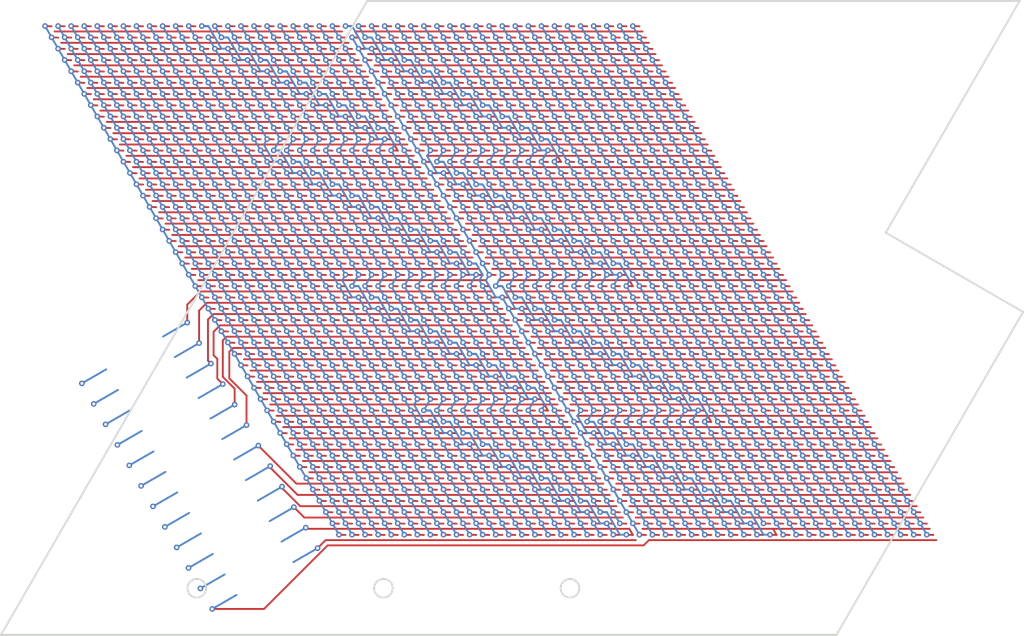
<source format=kicad_pcb>
(kicad_pcb (version 20240108) (generator "pcbnew") (generator_version "8.0")
  (layers (0 "F.Cu" signal) (1 "In1.Cu" signal) (2 "In2.Cu" signal) (31 "B.Cu" signal) (34 "B.Paste" user) (35 "F.Paste" user) (36 "B.SilkS" user "B.Silkscreen") (37 "F.SilkS" user "F.Silkscreen") (38 "B.Mask" user) (39 "F.Mask" user) (44 "Edge.Cuts" user))
  (net 0 "")
  (net 1 "/P24")
  (net 2 "/P1")
  (net 3 "/P2")
  (net 4 "/P3")
  (net 5 "/P4")
  (net 6 "/P5")
  (net 7 "/P6")
  (net 8 "/P7")
  (net 9 "/P8")
  (net 10 "/P9")
  (net 11 "/P10")
  (net 12 "/P11")
  (net 13 "/P12")
  (net 14 "/P13")
  (net 15 "/P14")
  (net 16 "/P15")
  (net 17 "/P16")
  (net 18 "/P17")
  (net 19 "/P18")
  (net 20 "/P19")
  (net 21 "/P20")
  (net 22 "/P21")
  (net 23 "/P22")
  (net 24 "/P23")
  (gr_line (start 40.966243 30.358984) (end 26.243812 21.858984) (stroke (width 0.2)) (layer "Edge.Cuts"))
  (gr_line (start -68.591869 65) (end 20.966243 65) (stroke (width 0.2)) (layer "Edge.Cuts"))
  (gr_line (start -29.332051 -3) (end -68.591869 65) (stroke (width 0.2)) (layer "Edge.Cuts"))
  (gr_circle (center -7.6 60) (end -6.6 60) (stroke (width 0.2)) (fill none) (layer "Edge.Cuts"))
  (gr_line (start 40.596153 -3) (end -29.332051 -3) (stroke (width 0.2)) (layer "Edge.Cuts"))
  (gr_circle (center -27.6 60) (end -26.6 60) (stroke (width 0.2)) (fill none) (layer "Edge.Cuts"))
  (gr_line (start 20.966243 65) (end 40.966243 30.358984) (stroke (width 0.2)) (layer "Edge.Cuts"))
  (gr_circle (center -47.6 60) (end -46.6 60) (stroke (width 0.2)) (fill none) (layer "Edge.Cuts"))
  (gr_line (start 26.243812 21.858984) (end 40.596153 -3) (stroke (width 0.2)) (layer "Edge.Cuts"))
  (segment (start -58.96 6.997485) (end -59.662 6.968787) (width 0.2) (layer "F.Cu") (net 1))
  (segment (start -18.36 21.546712) (end -19.062 21.518014) (width 0.2) (layer "F.Cu") (net 1))
  (segment (start -37.96 43.370552) (end -38.662 43.341854) (width 0.2) (layer "F.Cu") (net 1))
  (segment (start 0.54 54.282472) (end -0.162 54.253774) (width 0.2) (layer "F.Cu") (net 1))
  (segment (start -33.06 51.857601) (end -33.762 51.828903) (width 0.2) (layer "F.Cu") (net 1))
  (segment (start -26.76 6.997485) (end -27.462 6.968787) (width 0.2) (layer "F.Cu") (net 1))
  (segment (start -35.16 48.220294) (end -35.862 48.191596) (width 0.2) (layer "F.Cu") (net 1))
  (segment (start -49.16 23.971583) (end -49.862 23.942885) (width 0.2) (layer "F.Cu") (net 1))
  (segment (start -41.46 37.308374) (end -42.162 37.279676) (width 0.2) (layer "F.Cu") (net 1))
  (segment (start -59.66 5.785049) (end -60.362 5.756351) (width 0.2) (layer "F.Cu") (net 1))
  (segment (start -44.96 31.246196) (end -45.662 31.217498) (width 0.2) (layer "F.Cu") (net 1))
  (segment (start -57.56 9.422356) (end -58.262 9.393658) (width 0.2) (layer "F.Cu") (net 1))
  (segment (start -27.46 5.785049) (end -28.162 5.756351) (width 0.2) (layer "F.Cu") (net 1))
  (segment (start -15.56 26.396454) (end -16.262 26.367756) (width 0.2) (layer "F.Cu") (net 1))
  (segment (start -26.06 8.20992) (end -26.762 8.181222) (width 0.2) (layer "F.Cu") (net 1))
  (segment (start -9.96 36.095938) (end -10.662 36.06724) (width 0.2) (layer "F.Cu") (net 1))
  (segment (start -23.26 13.059663) (end -23.962 13.030965) (width 0.2) (layer "F.Cu") (net 1))
  (segment (start -44.26 32.458632) (end -44.962 32.429934) (width 0.2) (layer "F.Cu") (net 1))
  (segment (start -14.16 28.821325) (end -14.862 28.792627) (width 0.2) (layer "F.Cu") (net 1))
  (segment (start -40.76 38.52081) (end -41.462 38.492112) (width 0.2) (layer "F.Cu") (net 1))
  (segment (start -10.66 34.883503) (end -11.362 34.854805) (width 0.2) (layer "F.Cu") (net 1))
  (segment (start -40.06 39.733245) (end -40.762 39.704547) (width 0.2) (layer "F.Cu") (net 1))
  (segment (start -32.36 53.070036) (end -33.062 53.041338) (width 0.2) (layer "F.Cu") (net 1))
  (segment (start -36.56 45.795423) (end -37.262 45.766725) (width 0.2) (layer "F.Cu") (net 1))
  (segment (start -2.96 48.220294) (end -3.662 48.191596) (width 0.2) (layer "F.Cu") (net 1))
  (segment (start -45.66 30.033761) (end -46.362 30.005063) (width 0.2) (layer "F.Cu") (net 1))
  (segment (start -0.16 53.070036) (end -0.862 53.041338) (width 0.2) (layer "F.Cu") (net 1))
  (segment (start -52.66 17.909405) (end -53.362 17.880707) (width 0.2) (layer "F.Cu") (net 1))
  (segment (start -56.86 10.634792) (end -57.562 10.606094) (width 0.2) (layer "F.Cu") (net 1))
  (segment (start -47.06 27.60889) (end -47.762 27.580192) (width 0.2) (layer "F.Cu") (net 1))
  (segment (start -60.36 4.572614) (end -61.062 4.543916) (width 0.2) (layer "F.Cu") (net 1))
  (segment (start -21.16 16.696969) (end -21.862 16.668271) (width 0.2) (layer "F.Cu") (net 1))
  (segment (start -21.86 15.484534) (end -22.562 15.455836) (width 0.2) (layer "F.Cu") (net 1))
  (segment (start -11.36 33.671067) (end -12.062 33.642369) (width 0.2) (layer "F.Cu") (net 1))
  (segment (start -46.36 28.821325) (end -47.062 28.792627) (width 0.2) (layer "F.Cu") (net 1))
  (segment (start -62.46 0.935307) (end -63.162 0.906609) (width 0.2) (layer "F.Cu") (net 1))
  (segment (start -51.26 20.334276) (end -51.962 20.305578) (width 0.2) (layer "F.Cu") (net 1))
  (segment (start -42.16 36.095938) (end -42.862 36.06724) (width 0.2) (layer "F.Cu") (net 1))
  (segment (start -7.16 40.945681) (end -7.862 40.916983) (width 0.2) (layer "F.Cu") (net 1))
  (segment (start 16.26 28.163146) (end -14.54 28.163146) (width 0.2) (layer "F.Cu") (net 1))
  (segment (start -34.46 49.43273) (end -35.162 49.404032) (width 0.2) (layer "F.Cu") (net 1))
  (segment (start -20.46 17.909405) (end -21.162 17.880707) (width 0.2) (layer "F.Cu") (net 1))
  (segment (start -4.36 45.795423) (end -5.062 45.766725) (width 0.2) (layer "F.Cu") (net 1))
  (segment (start -1.56 50.645165) (end -2.262 50.616467) (width 0.2) (layer "F.Cu") (net 1))
  (segment (start -2.26 49.43273) (end -2.962 49.404032) (width 0.2) (layer "F.Cu") (net 1))
  (segment (start -22.56 14.272098) (end -23.262 14.2434) (width 0.2) (layer "F.Cu") (net 1))
  (segment (start -33.76 50.645165) (end -34.462 50.616467) (width 0.2) (layer "F.Cu") (net 1))
  (segment (start -16.96 23.971583) (end -17.662 23.942885) (width 0.2) (layer "F.Cu") (net 1))
  (segment (start -54.06 15.484534) (end -54.762 15.455836) (width 0.2) (layer "F.Cu") (net 1))
  (segment (start -31.66 54.282472) (end -32.362 54.253774) (width 0.2) (layer "F.Cu") (net 1))
  (segment (start -16.26 25.184018) (end -16.962 25.15532) (width 0.2) (layer "F.Cu") (net 1))
  (segment (start -50.56 21.546712) (end -51.262 21.518014) (width 0.2) (layer "F.Cu") (net 1))
  (segment (start -42.86 34.883503) (end -43.562 34.854805) (width 0.2) (layer "F.Cu") (net 1))
  (segment (start -14.16 28.821325) (end -14.54 28.163146) (width 0.2) (layer "F.Cu") (net 1))
  (segment (start -7.86 39.733245) (end -8.562 39.704547) (width 0.2) (layer "F.Cu") (net 1))
  (segment (start -51.96 19.121841) (end -52.662 19.093143) (width 0.2) (layer "F.Cu") (net 1))
  (segment (start -35.86 47.007859) (end -36.562 46.979161) (width 0.2) (layer "F.Cu") (net 1))
  (segment (start -61.06 3.360178) (end -61.762 3.33148) (width 0.2) (layer "F.Cu") (net 1))
  (segment (start -37.26 44.582987) (end -37.962 44.554289) (width 0.2) (layer "F.Cu") (net 1))
  (segment (start -29.56 2.147743) (end -30.262 2.119045) (width 0.2) (layer "F.Cu") (net 1))
  (segment (start -49.86 22.759147) (end -50.562 22.730449) (width 0.2) (layer "F.Cu") (net 1))
  (segment (start -24.66 10.634792) (end -25.362 10.606094) (width 0.2) (layer "F.Cu") (net 1))
  (segment (start -48.46 25.184018) (end -49.162 25.15532) (width 0.2) (layer "F.Cu") (net 1))
  (segment (start -47.76 26.396454) (end -48.462 26.367756) (width 0.2) (layer "F.Cu") (net 1))
  (segment (start -0.86 51.857601) (end -1.562 51.828903) (width 0.2) (layer "F.Cu") (net 1))
  (segment (start -63.16 -0.277128) (end -63.862 -0.305826) (width 0.2) (layer "F.Cu") (net 1))
  (segment (start -38.66 42.158116) (end -39.362 42.129418) (width 0.2) (layer "F.Cu") (net 1))
  (segment (start -8.56 38.52081) (end -9.262 38.492112) (width 0.2) (layer "F.Cu") (net 1))
  (segment (start -5.76 43.370552) (end -6.462 43.341854) (width 0.2) (layer "F.Cu") (net 1))
  (segment (start -43.56 33.671067) (end -44.262 33.642369) (width 0.2) (layer "F.Cu") (net 1))
  (segment (start -13.46 30.033761) (end -14.162 30.005063) (width 0.2) (layer "F.Cu") (net 1))
  (segment (start -5.06 44.582987) (end -5.762 44.554289) (width 0.2) (layer "F.Cu") (net 1))
  (segment (start -28.86 3.360178) (end -29.562 3.33148) (width 0.2) (layer "F.Cu") (net 1))
  (segment (start -54.76 14.272098) (end -55.462 14.2434) (width 0.2) (layer "F.Cu") (net 1))
  (segment (start -23.96 11.847227) (end -24.662 11.818529) (width 0.2) (layer "F.Cu") (net 1))
  (segment (start -61.76 2.147743) (end -62.462 2.119045) (width 0.2) (layer "F.Cu") (net 1))
  (segment (start -12.06 32.458632) (end -12.762 32.429934) (width 0.2) (layer "F.Cu") (net 1))
  (segment (start -58.26 8.20992) (end -58.962 8.181222) (width 0.2) (layer "F.Cu") (net 1))
  (segment (start -19.76 19.121841) (end -20.462 19.093143) (width 0.2) (layer "F.Cu") (net 1))
  (segment (start -12.76 31.246196) (end -13.462 31.217498) (width 0.2) (layer "F.Cu") (net 1))
  (segment (start 0.16 0.277128) (end -30.64 0.277128) (width 0.2) (layer "F.Cu") (net 1))
  (segment (start -25.36 9.422356) (end -26.062 9.393658) (width 0.2) (layer "F.Cu") (net 1))
  (segment (start -17.66 22.759147) (end -18.362 22.730449) (width 0.2) (layer "F.Cu") (net 1))
  (segment (start -56.16 11.847227) (end -56.862 11.818529) (width 0.2) (layer "F.Cu") (net 1))
  (segment (start -30.26 0.935307) (end -30.962 0.906609) (width 0.2) (layer "F.Cu") (net 1))
  (segment (start -39.36 40.945681) (end -40.062 40.916983) (width 0.2) (layer "F.Cu") (net 1))
  (segment (start -28.16 4.572614) (end -28.862 4.543916) (width 0.2) (layer "F.Cu") (net 1))
  (segment (start -53.36 16.696969) (end -54.062 16.668271) (width 0.2) (layer "F.Cu") (net 1))
  (segment (start -19.06 20.334276) (end -19.762 20.305578) (width 0.2) (layer "F.Cu") (net 1))
  (segment (start -3.66 47.007859) (end -4.362 46.979161) (width 0.2) (layer "F.Cu") (net 1))
  (segment (start -9.26 37.308374) (end -9.962 37.279676) (width 0.2) (layer "F.Cu") (net 1))
  (segment (start -6.46 42.158116) (end -7.162 42.129418) (width 0.2) (layer "F.Cu") (net 1))
  (segment (start -55.46 13.059663) (end -56.162 13.030965) (width 0.2) (layer "F.Cu") (net 1))
  (segment (start -30.26 0.935307) (end -30.64 0.277128) (width 0.2) (layer "F.Cu") (net 1))
  (via (at -19.062 21.518014) (size 0.6) (drill 0.3) (layers "F.Cu" "B.Cu") (net 1))
  (via (at -26.062 9.393658) (size 0.6) (drill 0.3) (layers "F.Cu" "B.Cu") (net 1))
  (via (at -62.462 2.119045) (size 0.6) (drill 0.3) (layers "F.Cu" "B.Cu") (net 1))
  (via (at -47.762 27.580192) (size 0.6) (drill 0.3) (layers "F.Cu" "B.Cu") (net 1))
  (via (at -54.762 15.455836) (size 0.6) (drill 0.3) (layers "F.Cu" "B.Cu") (net 1))
  (via (at -2.262 50.616467) (size 0.6) (drill 0.3) (layers "F.Cu" "B.Cu") (net 1))
  (via (at -51.962 20.305578) (size 0.6) (drill 0.3) (layers "F.Cu" "B.Cu") (net 1))
  (via (at -29.562 3.33148) (size 0.6) (drill 0.3) (layers "F.Cu" "B.Cu") (net 1))
  (via (at -43.562 34.854805) (size 0.6) (drill 0.3) (layers "F.Cu" "B.Cu") (net 1))
  (via (at -37.262 45.766725) (size 0.6) (drill 0.3) (layers "F.Cu" "B.Cu") (net 1))
  (via (at -39.362 42.129418) (size 0.6) (drill 0.3) (layers "F.Cu" "B.Cu") (net 1))
  (via (at -49.862 23.942885) (size 0.6) (drill 0.3) (layers "F.Cu" "B.Cu") (net 1))
  (via (at -30.962 0.906609) (size 0.6) (drill 0.3) (layers "F.Cu" "B.Cu") (net 1))
  (via (at -5.062 45.766725) (size 0.6) (drill 0.3) (layers "F.Cu" "B.Cu") (net 1))
  (via (at -35.162 49.404032) (size 0.6) (drill 0.3) (layers "F.Cu" "B.Cu") (net 1))
  (via (at -42.862 36.06724) (size 0.6) (drill 0.3) (layers "F.Cu" "B.Cu") (net 1))
  (via (at -21.862 16.668271) (size 0.6) (drill 0.3) (layers "F.Cu" "B.Cu") (net 1))
  (via (at -44.262 33.642369) (size 0.6) (drill 0.3) (layers "F.Cu" "B.Cu") (net 1))
  (via (at -40.762 39.704547) (size 0.6) (drill 0.3) (layers "F.Cu" "B.Cu") (net 1))
  (via (at -9.262 38.492112) (size 0.6) (drill 0.3) (layers "F.Cu" "B.Cu") (net 1))
  (via (at -36.562 46.979161) (size 0.6) (drill 0.3) (layers "F.Cu" "B.Cu") (net 1))
  (via (at -25.362 10.606094) (size 0.6) (drill 0.3) (layers "F.Cu" "B.Cu") (net 1))
  (via (at -17.662 23.942885) (size 0.6) (drill 0.3) (layers "F.Cu" "B.Cu") (net 1))
  (via (at -33.762 51.828903) (size 0.6) (drill 0.3) (layers "F.Cu" "B.Cu") (net 1))
  (via (at -0.162 54.253774) (size 0.6) (drill 0.3) (layers "F.Cu" "B.Cu") (net 1))
  (via (at -16.262 26.367756) (size 0.6) (drill 0.3) (layers "F.Cu" "B.Cu") (net 1))
  (via (at -24.662 11.818529) (size 0.6) (drill 0.3) (layers "F.Cu" "B.Cu") (net 1))
  (via (at -20.462 19.093143) (size 0.6) (drill 0.3) (layers "F.Cu" "B.Cu") (net 1))
  (via (at -33.062 53.041338) (size 0.6) (drill 0.3) (layers "F.Cu" "B.Cu") (net 1))
  (via (at -42.162 37.279676) (size 0.6) (drill 0.3) (layers "F.Cu" "B.Cu") (net 1))
  (via (at -14.162 30.005063) (size 0.6) (drill 0.3) (layers "F.Cu" "B.Cu") (net 1))
  (via (at -10.662 36.06724) (size 0.6) (drill 0.3) (layers "F.Cu" "B.Cu") (net 1))
  (via (at -30.262 2.119045) (size 0.6) (drill 0.3) (layers "F.Cu" "B.Cu") (net 1))
  (via (at -41.462 38.492112) (size 0.6) (drill 0.3) (layers "F.Cu" "B.Cu") (net 1))
  (via (at -55.462 14.2434) (size 0.6) (drill 0.3) (layers "F.Cu" "B.Cu") (net 1))
  (via (at -0.862 53.041338) (size 0.6) (drill 0.3) (layers "F.Cu" "B.Cu") (net 1))
  (via (at -4.362 46.979161) (size 0.6) (drill 0.3) (layers "F.Cu" "B.Cu") (net 1))
  (via (at -61.062 4.543916) (size 0.6) (drill 0.3) (layers "F.Cu" "B.Cu") (net 1))
  (via (at -40.062 40.916983) (size 0.6) (drill 0.3) (layers "F.Cu" "B.Cu") (net 1))
  (via (at -58.262 9.393658) (size 0.6) (drill 0.3) (layers "F.Cu" "B.Cu") (net 1))
  (via (at -38.662 43.341854) (size 0.6) (drill 0.3) (layers "F.Cu" "B.Cu") (net 1))
  (via (at -49.162 25.15532) (size 0.6) (drill 0.3) (layers "F.Cu" "B.Cu") (net 1))
  (via (at -18.362 22.730449) (size 0.6) (drill 0.3) (layers "F.Cu" "B.Cu") (net 1))
  (via (at -23.262 14.2434) (size 0.6) (drill 0.3) (layers "F.Cu" "B.Cu") (net 1))
  (via (at -58.962 8.181222) (size 0.6) (drill 0.3) (layers "F.Cu" "B.Cu") (net 1))
  (via (at -48.462 26.367756) (size 0.6) (drill 0.3) (layers "F.Cu" "B.Cu") (net 1))
  (via (at -6.462 43.341854) (size 0.6) (drill 0.3) (layers "F.Cu" "B.Cu") (net 1))
  (via (at -57.562 10.606094) (size 0.6) (drill 0.3) (layers "F.Cu" "B.Cu") (net 1))
  (via (at -28.862 4.543916) (size 0.6) (drill 0.3) (layers "F.Cu" "B.Cu") (net 1))
  (via (at -9.962 37.279676) (size 0.6) (drill 0.3) (layers "F.Cu" "B.Cu") (net 1))
  (via (at -7.862 40.916983) (size 0.6) (drill 0.3) (layers "F.Cu" "B.Cu") (net 1))
  (via (at -32.362 54.253774) (size 0.6) (drill 0.3) (layers "F.Cu" "B.Cu") (net 1))
  (via (at -2.962 49.404032) (size 0.6) (drill 0.3) (layers "F.Cu" "B.Cu") (net 1))
  (via (at -27.462 6.968787) (size 0.6) (drill 0.3) (layers "F.Cu" "B.Cu") (net 1))
  (via (at -46.362 30.005063) (size 0.6) (drill 0.3) (layers "F.Cu" "B.Cu") (net 1))
  (via (at -19.762 20.305578) (size 0.6) (drill 0.3) (layers "F.Cu" "B.Cu") (net 1))
  (via (at -35.862 48.191596) (size 0.6) (drill 0.3) (layers "F.Cu" "B.Cu") (net 1))
  (via (at -23.962 13.030965) (size 0.6) (drill 0.3) (layers "F.Cu" "B.Cu") (net 1))
  (via (at -45.662 31.217498) (size 0.6) (drill 0.3) (layers "F.Cu" "B.Cu") (net 1))
  (via (at -14.862 28.792627) (size 0.6) (drill 0.3) (layers "F.Cu" "B.Cu") (net 1))
  (via (at -8.562 39.704547) (size 0.6) (drill 0.3) (layers "F.Cu" "B.Cu") (net 1))
  (via (at -22.562 15.455836) (size 0.6) (drill 0.3) (layers "F.Cu" "B.Cu") (net 1))
  (via (at -56.862 11.818529) (size 0.6) (drill 0.3) (layers "F.Cu" "B.Cu") (net 1))
  (via (at -12.062 33.642369) (size 0.6) (drill 0.3) (layers "F.Cu" "B.Cu") (net 1))
  (via (at -63.162 0.906609) (size 0.6) (drill 0.3) (layers "F.Cu" "B.Cu") (net 1))
  (via (at -59.662 6.968787) (size 0.6) (drill 0.3) (layers "F.Cu" "B.Cu") (net 1))
  (via (at -7.162 42.129418) (size 0.6) (drill 0.3) (layers "F.Cu" "B.Cu") (net 1))
  (via (at -61.762 3.33148) (size 0.6) (drill 0.3) (layers "F.Cu" "B.Cu") (net 1))
  (via (at -16.962 25.15532) (size 0.6) (drill 0.3) (layers "F.Cu" "B.Cu") (net 1))
  (via (at -3.662 48.191596) (size 0.6) (drill 0.3) (layers "F.Cu" "B.Cu") (net 1))
  (via (at -60.362 5.756351) (size 0.6) (drill 0.3) (layers "F.Cu" "B.Cu") (net 1))
  (via (at -13.462 31.217498) (size 0.6) (drill 0.3) (layers "F.Cu" "B.Cu") (net 1))
  (via (at -11.362 34.854805) (size 0.6) (drill 0.3) (layers "F.Cu" "B.Cu") (net 1))
  (via (at -63.862 -0.305826) (size 0.6) (drill 0.3) (layers "F.Cu" "B.Cu") (net 1))
  (via (at -28.162 5.756351) (size 0.6) (drill 0.3) (layers "F.Cu" "B.Cu") (net 1))
  (via (at -5.762 44.554289) (size 0.6) (drill 0.3) (layers "F.Cu" "B.Cu") (net 1))
  (via (at -56.162 13.030965) (size 0.6) (drill 0.3) (layers "F.Cu" "B.Cu") (net 1))
  (via (at -47.062 28.792627) (size 0.6) (drill 0.3) (layers "F.Cu" "B.Cu") (net 1))
  (via (at -12.762 32.429934) (size 0.6) (drill 0.3) (layers "F.Cu" "B.Cu") (net 1))
  (via (at -26.762 8.181222) (size 0.6) (drill 0.3) (layers "F.Cu" "B.Cu") (net 1))
  (via (at -44.962 32.429934) (size 0.6) (drill 0.3) (layers "F.Cu" "B.Cu") (net 1))
  (via (at -37.962 44.554289) (size 0.6) (drill 0.3) (layers "F.Cu" "B.Cu") (net 1))
  (via (at -54.062 16.668271) (size 0.6) (drill 0.3) (layers "F.Cu" "B.Cu") (net 1))
  (via (at -51.262 21.518014) (size 0.6) (drill 0.3) (layers "F.Cu" "B.Cu") (net 1))
  (via (at -34.462 50.616467) (size 0.6) (drill 0.3) (layers "F.Cu" "B.Cu") (net 1))
  (via (at -21.162 17.880707) (size 0.6) (drill 0.3) (layers "F.Cu" "B.Cu") (net 1))
  (via (at -59.914894 38.021772) (size 0.6) (drill 0.3) (layers "F.Cu" "B.Cu") (net 1))
  (via (at -52.662 19.093143) (size 0.6) (drill 0.3) (layers "F.Cu" "B.Cu") (net 1))
  (via (at -50.562 22.730449) (size 0.6) (drill 0.3) (layers "F.Cu" "B.Cu") (net 1))
  (via (at -1.562 51.828903) (size 0.6) (drill 0.3) (layers "F.Cu" "B.Cu") (net 1))
  (via (at -53.362 17.880707) (size 0.6) (drill 0.3) (layers "F.Cu" "B.Cu") (net 1))
  (segment (start -57.316818 36.521773) (end -59.914894 38.021772) (width 0.2) (layer "B.Cu") (net 1))
  (segment (start -14.862 28.792627) (end -7.862 40.916983) (width 0.2) (layer "B.Cu") (net 1))
  (segment (start -16.262 26.367756) (end -23.262 14.2434) (width 0.2) (layer "B.Cu") (net 1))
  (segment (start -30.962 0.906609) (end -23.962 13.030965) (width 0.2) (layer "B.Cu") (net 1))
  (segment (start -63.862 -0.305826) (end -32.362 54.253774) (width 0.2) (layer "B.Cu") (net 1))
  (segment (start -15.562 28.792626) (end -14.862 28.792626) (width 0.2) (layer "B.Cu") (net 1))
  (segment (start -7.862 40.916983) (end -7.162 42.129418) (width 0.2) (layer "B.Cu") (net 1))
  (segment (start -23.962 13.030965) (end -23.262 14.2434) (width 0.2) (layer "B.Cu") (net 1))
  (segment (start -16.262 26.367756) (end -16.612 26.973973) (width 0.2) (layer "B.Cu") (net 1))
  (segment (start -0.162 54.253774) (end -7.162 42.129418) (width 0.2) (layer "B.Cu") (net 1))
  (segment (start -16.612 26.973973) (end -15.562 28.792626) (width 0.2) (layer "B.Cu") (net 1))
  (segment (start -13.46 32.458632) (end -14.162 32.429934) (width 0.2) (layer "F.Cu") (net 2))
  (segment (start -23.26 15.484534) (end -23.962 15.455836) (width 0.2) (layer "F.Cu") (net 2))
  (segment (start 22.24 38.52081) (end 21.538 38.492112) (width 0.2) (layer "F.Cu") (net 2))
  (segment (start -10.66 37.308374) (end -11.362 37.279676) (width 0.2) (layer "F.Cu") (net 2))
  (segment (start 7.54 13.059663) (end 6.838 13.030965) (width 0.2) (layer "F.Cu") (net 2))
  (segment (start -2.96 50.645165) (end -3.662 50.616467) (width 0.2) (layer "F.Cu") (net 2))
  (segment (start 13.14 22.759147) (end 12.438 22.730449) (width 0.2) (layer "F.Cu") (net 2))
  (segment (start -28.86 5.785049) (end -29.562 5.756351) (width 0.2) (layer "F.Cu") (net 2))
  (segment (start 20.14 34.883503) (end 19.438 34.854805) (width 0.2) (layer "F.Cu") (net 2))
  (segment (start -21.86 17.909405) (end -22.562 17.880707) (width 0.2) (layer "F.Cu") (net 2))
  (segment (start 8.94 15.484534) (end 8.238 15.455836) (width 0.2) (layer "F.Cu") (net 2))
  (segment (start 17.34 30.033761) (end 16.638 30.005063) (width 0.2) (layer "F.Cu") (net 2))
  (segment (start -9.26 39.733245) (end -9.962 39.704547) (width 0.2) (layer "F.Cu") (net 2))
  (segment (start 14.54 25.184018) (end 13.838 25.15532) (width 0.2) (layer "F.Cu") (net 2))
  (segment (start -5.76 45.795423) (end -6.462 45.766725) (width 0.2) (layer "F.Cu") (net 2))
  (segment (start -22.56 16.696969) (end -23.262 16.668271) (width 0.2) (layer "F.Cu") (net 2))
  (segment (start 11.04 19.121841) (end 10.338 19.093143) (width 0.2) (layer "F.Cu") (net 2))
  (segment (start 15.24 26.396454) (end 14.538 26.367756) (width 0.2) (layer "F.Cu") (net 2))
  (segment (start 20.84 36.095938) (end 20.138 36.06724) (width 0.2) (layer "F.Cu") (net 2))
  (segment (start -9.96 38.52081) (end -10.662 38.492112) (width 0.2) (layer "F.Cu") (net 2))
  (segment (start -47.44 26.95071) (end -16.64 26.95071) (width 0.2) (layer "F.Cu") (net 2))
  (segment (start 24.34 42.158116) (end 23.638 42.129418) (width 0.2) (layer "F.Cu") (net 2))
  (segment (start 27.14 47.007859) (end 26.438 46.979161) (width 0.2) (layer "F.Cu") (net 2))
  (segment (start -0.16 -0.277128) (end -0.862 -0.305826) (width 0.2) (layer "F.Cu") (net 2))
  (segment (start -26.06 10.634792) (end -26.762 10.606094) (width 0.2) (layer "F.Cu") (net 2))
  (segment (start -33.790128 54.836728) (end -34.651924 55.698524) (width 0.2) (layer "F.Cu") (net 2))
  (segment (start 6.14 10.634792) (end 5.438 10.606094) (width 0.2) (layer "F.Cu") (net 2))
  (segment (start 6.84 11.847227) (end 6.138 11.818529) (width 0.2) (layer "F.Cu") (net 2))
  (segment (start -19.76 21.546712) (end -20.462 21.518014) (width 0.2) (layer "F.Cu") (net 2))
  (segment (start -31.34 54.836728) (end -0.54 54.836728) (width 0.2) (layer "F.Cu") (net 2))
  (segment (start -19.06 22.759147) (end -19.762 22.730449) (width 0.2) (layer "F.Cu") (net 2))
  (segment (start 4.74 8.20992) (end 4.038 8.181222) (width 0.2) (layer "F.Cu") (net 2))
  (segment (start 27.84 48.220294) (end 27.138 48.191596) (width 0.2) (layer "F.Cu") (net 2))
  (segment (start 12.44 21.546712) (end 11.738 21.518014) (width 0.2) (layer "F.Cu") (net 2))
  (segment (start -2.26 51.857601) (end -2.962 51.828903) (width 0.2) (layer "F.Cu") (net 2))
  (segment (start 15.94 27.60889) (end 15.238 27.580192) (width 0.2) (layer "F.Cu") (net 2))
  (segment (start -26.76 9.422356) (end -27.462 9.393658) (width 0.2) (layer "F.Cu") (net 2))
  (segment (start 25.74 44.582987) (end 25.038 44.554289) (width 0.2) (layer "F.Cu") (net 2))
  (segment (start 18.74 32.458632) (end 18.038 32.429934) (width 0.2) (layer "F.Cu") (net 2))
  (segment (start 21.54 37.308374) (end 20.838 37.279676) (width 0.2) (layer "F.Cu") (net 2))
  (segment (start -12.06 34.883503) (end -12.762 34.854805) (width 0.2) (layer "F.Cu") (net 2))
  (segment (start -16.26 27.60889) (end -16.962 27.580192) (width 0.2) (layer "F.Cu") (net 2))
  (segment (start 16.64 28.821325) (end 15.938 28.792627) (width 0.2) (layer "F.Cu") (net 2))
  (segment (start -31.34 54.836728) (end -33.790128 54.836728) (width 0.2) (layer "F.Cu") (net 2))
  (segment (start 0.54 0.935307) (end -0.162 0.906609) (width 0.2) (layer "F.Cu") (net 2))
  (segment (start -15.56 28.821325) (end -16.262 28.792627) (width 0.2) (layer "F.Cu") (net 2))
  (segment (start 3.34 5.785049) (end 2.638 5.756351) (width 0.2) (layer "F.Cu") (net 2))
  (segment (start 29.94 51.857601) (end 29.238 51.828903) (width 0.2) (layer "F.Cu") (net 2))
  (segment (start -8.56 40.945681) (end -9.262 40.916983) (width 0.2) (layer "F.Cu") (net 2))
  (segment (start -14.86 30.033761) (end -15.562 30.005063) (width 0.2) (layer "F.Cu") (net 2))
  (segment (start -30.96 2.147743) (end -31.662 2.119045) (width 0.2) (layer "F.Cu") (net 2))
  (segment (start 1.94 3.360178) (end 1.238 3.33148) (width 0.2) (layer "F.Cu") (net 2))
  (segment (start 19.44 33.671067) (end 18.738 33.642369) (width 0.2) (layer "F.Cu") (net 2))
  (segment (start -30.26 3.360178) (end -30.962 3.33148) (width 0.2) (layer "F.Cu") (net 2))
  (segment (start 25.04 43.370552) (end 24.338 43.341854) (width 0.2) (layer "F.Cu") (net 2))
  (segment (start -7.86 42.158116) (end -8.562 42.129418) (width 0.2) (layer "F.Cu") (net 2))
  (segment (start -27.46 8.20992) (end -28.162 8.181222) (width 0.2) (layer "F.Cu") (net 2))
  (segment (start -28.16 6.997485) (end -28.862 6.968787) (width 0.2) (layer "F.Cu") (net 2))
  (segment (start 9.64 16.696969) (end 8.938 16.668271) (width 0.2) (layer "F.Cu") (net 2))
  (segment (start 11.74 20.334276) (end 11.038 20.305578) (width 0.2) (layer "F.Cu") (net 2))
  (segment (start -11.36 36.095938) (end -12.062 36.06724) (width 0.2) (layer "F.Cu") (net 2))
  (segment (start -23.96 14.272098) (end -24.662 14.2434) (width 0.2) (layer "F.Cu") (net 2))
  (segment (start 23.64 40.945681) (end 22.938 40.916983) (width 0.2) (layer "F.Cu") (net 2))
  (segment (start -6.46 44.582987) (end -7.162 44.554289) (width 0.2) (layer "F.Cu") (net 2))
  (segment (start -14.16 31.246196) (end -14.862 31.217498) (width 0.2) (layer "F.Cu") (net 2))
  (segment (start 30.64 53.070036) (end 29.938 53.041338) (width 0.2) (layer "F.Cu") (net 2))
  (segment (start 2.64 4.572614) (end 1.938 4.543916) (width 0.2) (layer "F.Cu") (net 2))
  (segment (start 1.24 2.147743) (end 0.538 2.119045) (width 0.2) (layer "F.Cu") (net 2))
  (segment (start -18.36 23.971583) (end -19.062 23.942885) (width 0.2) (layer "F.Cu") (net 2))
  (segment (start -3.66 49.43273) (end -4.362 49.404032) (width 0.2) (layer "F.Cu") (net 2))
  (segment (start 4.04 6.997485) (end 3.338 6.968787) (width 0.2) (layer "F.Cu") (net 2))
  (segment (start 13.84 23.971583) (end 13.138 23.942885) (width 0.2) (layer "F.Cu") (net 2))
  (segment (start 10.34 17.909405) (end 9.638 17.880707) (width 0.2) (layer "F.Cu") (net 2))
  (segment (start 18.04 31.246196) (end 17.338 31.217498) (width 0.2) (layer "F.Cu") (net 2))
  (segment (start -16.64 26.95071) (end -16.26 27.60889) (width 0.2) (layer "F.Cu") (net 2))
  (segment (start 26.44 45.795423) (end 25.738 45.766725) (width 0.2) (layer "F.Cu") (net 2))
  (segment (start -4.36 48.220294) (end -5.062 48.191596) (width 0.2) (layer "F.Cu") (net 2))
  (segment (start -24.66 13.059663) (end -25.362 13.030965) (width 0.2) (layer "F.Cu") (net 2))
  (segment (start 5.44 9.422356) (end 4.738 9.393658) (width 0.2) (layer "F.Cu") (net 2))
  (segment (start 28.54 49.43273) (end 27.838 49.404032) (width 0.2) (layer "F.Cu") (net 2))
  (segment (start 31.34 54.282472) (end 30.638 54.253774) (width 0.2) (layer "F.Cu") (net 2))
  (segment (start -20.46 20.334276) (end -21.162 20.305578) (width 0.2) (layer "F.Cu") (net 2))
  (segment (start -25.36 11.847227) (end -26.062 11.818529) (width 0.2) (layer "F.Cu") (net 2))
  (segment (start -32.36 -0.277128) (end -33.062 -0.305826) (width 0.2) (layer "F.Cu") (net 2))
  (segment (start -31.66 0.935307) (end -32.362 0.906609) (width 0.2) (layer "F.Cu") (net 2))
  (segment (start -21.16 19.121841) (end -21.862 19.093143) (width 0.2) (layer "F.Cu") (net 2))
  (segment (start 29.24 50.645165) (end 28.538 50.616467) (width 0.2) (layer "F.Cu") (net 2))
  (segment (start -17.66 25.184018) (end -18.362 25.15532) (width 0.2) (layer "F.Cu") (net 2))
  (segment (start 22.94 39.733245) (end 22.238 39.704547) (width 0.2) (layer "F.Cu") (net 2))
  (segment (start -5.06 47.007859) (end -5.762 46.979161) (width 0.2) (layer "F.Cu") (net 2))
  (segment (start 8.24 14.272098) (end 7.538 14.2434) (width 0.2) (layer "F.Cu") (net 2))
  (segment (start -7.16 43.370552) (end -7.862 43.341854) (width 0.2) (layer "F.Cu") (net 2))
  (segment (start -29.56 4.572614) (end -30.262 4.543916) (width 0.2) (layer "F.Cu") (net 2))
  (segment (start -12.76 33.671067) (end -13.462 33.642369) (width 0.2) (layer "F.Cu") (net 2))
  (segment (start -1.56 53.070036) (end -2.262 53.041338) (width 0.2) (layer "F.Cu") (net 2))
  (via (at -30.962 3.33148) (size 0.6) (drill 0.3) (layers "F.Cu" "B.Cu") (net 2))
  (via (at -14.862 31.217498) (size 0.6) (drill 0.3) (layers "F.Cu" "B.Cu") (net 2))
  (via (at 20.838 37.279676) (size 0.6) (drill 0.3) (layers "F.Cu" "B.Cu") (net 2))
  (via (at -4.362 49.404032) (size 0.6) (drill 0.3) (layers "F.Cu" "B.Cu") (net 2))
  (via (at 13.838 25.15532) (size 0.6) (drill 0.3) (layers "F.Cu" "B.Cu") (net 2))
  (via (at 1.938 4.543916) (size 0.6) (drill 0.3) (layers "F.Cu" "B.Cu") (net 2))
  (via (at -22.562 17.880707) (size 0.6) (drill 0.3) (layers "F.Cu" "B.Cu") (net 2))
  (via (at -31.662 2.119045) (size 0.6) (drill 0.3) (layers "F.Cu" "B.Cu") (net 2))
  (via (at 4.738 9.393658) (size 0.6) (drill 0.3) (layers "F.Cu" "B.Cu") (net 2))
  (via (at 14.538 26.367756) (size 0.6) (drill 0.3) (layers "F.Cu" "B.Cu") (net 2))
  (via (at 18.038 32.429934) (size 0.6) (drill 0.3) (layers "F.Cu" "B.Cu") (net 2))
  (via (at -26.062 11.818529) (size 0.6) (drill 0.3) (layers "F.Cu" "B.Cu") (net 2))
  (via (at 13.138 23.942885) (size 0.6) (drill 0.3) (layers "F.Cu" "B.Cu") (net 2))
  (via (at -7.862 43.341854) (size 0.6) (drill 0.3) (layers "F.Cu" "B.Cu") (net 2))
  (via (at -5.762 46.979161) (size 0.6) (drill 0.3) (layers "F.Cu" "B.Cu") (net 2))
  (via (at 7.538 14.2434) (size 0.6) (drill 0.3) (layers "F.Cu" "B.Cu") (net 2))
  (via (at 10.338 19.093143) (size 0.6) (drill 0.3) (layers "F.Cu" "B.Cu") (net 2))
  (via (at -8.562 42.129418) (size 0.6) (drill 0.3) (layers "F.Cu" "B.Cu") (net 2))
  (via (at -3.662 50.616467) (size 0.6) (drill 0.3) (layers "F.Cu" "B.Cu") (net 2))
  (via (at 2.638 5.756351) (size 0.6) (drill 0.3) (layers "F.Cu" "B.Cu") (net 2))
  (via (at -25.362 13.030965) (size 0.6) (drill 0.3) (layers "F.Cu" "B.Cu") (net 2))
  (via (at -23.262 16.668271) (size 0.6) (drill 0.3) (layers "F.Cu" "B.Cu") (net 2))
  (via (at -9.262 40.916983) (size 0.6) (drill 0.3) (layers "F.Cu" "B.Cu") (net 2))
  (via (at 27.838 49.404032) (size 0.6) (drill 0.3) (layers "F.Cu" "B.Cu") (net 2))
  (via (at 6.838 13.030965) (size 0.6) (drill 0.3) (layers "F.Cu" "B.Cu") (net 2))
  (via (at -20.462 21.518014) (size 0.6) (drill 0.3) (layers "F.Cu" "B.Cu") (net 2))
  (via (at 9.638 17.880707) (size 0.6) (drill 0.3) (layers "F.Cu" "B.Cu") (net 2))
  (via (at -34.651924 55.698524) (size 0.6) (drill 0.3) (layers "F.Cu" "B.Cu") (net 2))
  (via (at -12.762 34.854805) (size 0.6) (drill 0.3) (layers "F.Cu" "B.Cu") (net 2))
  (via (at 22.938 40.916983) (size 0.6) (drill 0.3) (layers "F.Cu" "B.Cu") (net 2))
  (via (at 11.038 20.305578) (size 0.6) (drill 0.3) (layers "F.Cu" "B.Cu") (net 2))
  (via (at -2.962 51.828903) (size 0.6) (drill 0.3) (layers "F.Cu" "B.Cu") (net 2))
  (via (at 15.938 28.792627) (size 0.6) (drill 0.3) (layers "F.Cu" "B.Cu") (net 2))
  (via (at 16.638 30.005063) (size 0.6) (drill 0.3) (layers "F.Cu" "B.Cu") (net 2))
  (via (at -0.162 0.906609) (size 0.6) (drill 0.3) (layers "F.Cu" "B.Cu") (net 2))
  (via (at -21.162 20.305578) (size 0.6) (drill 0.3) (layers "F.Cu" "B.Cu") (net 2))
  (via (at -19.062 23.942885) (size 0.6) (drill 0.3) (layers "F.Cu" "B.Cu") (net 2))
  (via (at -19.762 22.730449) (size 0.6) (drill 0.3) (layers "F.Cu" "B.Cu") (net 2))
  (via (at -29.562 5.756351) (size 0.6) (drill 0.3) (layers "F.Cu" "B.Cu") (net 2))
  (via (at -28.162 8.181222) (size 0.6) (drill 0.3) (layers "F.Cu" "B.Cu") (net 2))
  (via (at -28.862 6.968787) (size 0.6) (drill 0.3) (layers "F.Cu" "B.Cu") (net 2))
  (via (at 22.238 39.704547) (size 0.6) (drill 0.3) (layers "F.Cu" "B.Cu") (net 2))
  (via (at -6.462 45.766725) (size 0.6) (drill 0.3) (layers "F.Cu" "B.Cu") (net 2))
  (via (at -13.462 33.642369) (size 0.6) (drill 0.3) (layers "F.Cu" "B.Cu") (net 2))
  (via (at -11.362 37.279676) (size 0.6) (drill 0.3) (layers "F.Cu" "B.Cu") (net 2))
  (via (at -27.462 9.393658) (size 0.6) (drill 0.3) (layers "F.Cu" "B.Cu") (net 2))
  (via (at -2.262 53.041338) (size 0.6) (drill 0.3) (layers "F.Cu" "B.Cu") (net 2))
  (via (at 12.438 22.730449) (size 0.6) (drill 0.3) (layers "F.Cu" "B.Cu") (net 2))
  (via (at 25.038 44.554289) (size 0.6) (drill 0.3) (layers "F.Cu" "B.Cu") (net 2))
  (via (at 29.938 53.041338) (size 0.6) (drill 0.3) (layers "F.Cu" "B.Cu") (net 2))
  (via (at 8.938 16.668271) (size 0.6) (drill 0.3) (layers "F.Cu" "B.Cu") (net 2))
  (via (at -10.662 38.492112) (size 0.6) (drill 0.3) (layers "F.Cu" "B.Cu") (net 2))
  (via (at 20.138 36.06724) (size 0.6) (drill 0.3) (layers "F.Cu" "B.Cu") (net 2))
  (via (at 28.538 50.616467) (size 0.6) (drill 0.3) (layers "F.Cu" "B.Cu") (net 2))
  (via (at -18.362 25.15532) (size 0.6) (drill 0.3) (layers "F.Cu" "B.Cu") (net 2))
  (via (at 15.238 27.580192) (size 0.6) (drill 0.3) (layers "F.Cu" "B.Cu") (net 2))
  (via (at -32.362 0.906609) (size 0.6) (drill 0.3) (layers "F.Cu" "B.Cu") (net 2))
  (via (at -24.662 14.2434) (size 0.6) (drill 0.3) (layers "F.Cu" "B.Cu") (net 2))
  (via (at 6.138 11.818529) (size 0.6) (drill 0.3) (layers "F.Cu" "B.Cu") (net 2))
  (via (at -16.262 28.792627) (size 0.6) (drill 0.3) (layers "F.Cu" "B.Cu") (net 2))
  (via (at 0.538 2.119045) (size 0.6) (drill 0.3) (layers "F.Cu" "B.Cu") (net 2))
  (via (at 11.738 21.518014) (size 0.6) (drill 0.3) (layers "F.Cu" "B.Cu") (net 2))
  (via (at 21.538 38.492112) (size 0.6) (drill 0.3) (layers "F.Cu" "B.Cu") (net 2))
  (via (at -12.062 36.06724) (size 0.6) (drill 0.3) (layers "F.Cu" "B.Cu") (net 2))
  (via (at 27.138 48.191596) (size 0.6) (drill 0.3) (layers "F.Cu" "B.Cu") (net 2))
  (via (at 29.238 51.828903) (size 0.6) (drill 0.3) (layers "F.Cu" "B.Cu") (net 2))
  (via (at 17.338 31.217498) (size 0.6) (drill 0.3) (layers "F.Cu" "B.Cu") (net 2))
  (via (at 18.738 33.642369) (size 0.6) (drill 0.3) (layers "F.Cu" "B.Cu") (net 2))
  (via (at -7.162 44.554289) (size 0.6) (drill 0.3) (layers "F.Cu" "B.Cu") (net 2))
  (via (at -26.762 10.606094) (size 0.6) (drill 0.3) (layers "F.Cu" "B.Cu") (net 2))
  (via (at 3.338 6.968787) (size 0.6) (drill 0.3) (layers "F.Cu" "B.Cu") (net 2))
  (via (at 23.638 42.129418) (size 0.6) (drill 0.3) (layers "F.Cu" "B.Cu") (net 2))
  (via (at 25.738 45.766725) (size 0.6) (drill 0.3) (layers "F.Cu" "B.Cu") (net 2))
  (via (at 26.438 46.979161) (size 0.6) (drill 0.3) (layers "F.Cu" "B.Cu") (net 2))
  (via (at 8.238 15.455836) (size 0.6) (drill 0.3) (layers "F.Cu" "B.Cu") (net 2))
  (via (at -21.862 19.093143) (size 0.6) (drill 0.3) (layers "F.Cu" "B.Cu") (net 2))
  (via (at -16.962 27.580192) (size 0.6) (drill 0.3) (layers "F.Cu" "B.Cu") (net 2))
  (via (at -9.962 39.704547) (size 0.6) (drill 0.3) (layers "F.Cu" "B.Cu") (net 2))
  (via (at -14.162 32.429934) (size 0.6) (drill 0.3) (layers "F.Cu" "B.Cu") (net 2))
  (via (at -0.862 -0.305826) (size 0.6) (drill 0.3) (layers "F.Cu" "B.Cu") (net 2))
  (via (at -30.262 4.543916) (size 0.6) (drill 0.3) (layers "F.Cu" "B.Cu") (net 2))
  (via (at -23.962 15.455836) (size 0.6) (drill 0.3) (layers "F.Cu" "B.Cu") (net 2))
  (via (at 19.438 34.854805) (size 0.6) (drill 0.3) (layers "F.Cu" "B.Cu") (net 2))
  (via (at 24.338 43.341854) (size 0.6) (drill 0.3) (layers "F.Cu" "B.Cu") (net 2))
  (via (at -5.062 48.191596) (size 0.6) (drill 0.3) (layers "F.Cu" "B.Cu") (net 2))
  (via (at 5.438 10.606094) (size 0.6) (drill 0.3) (layers "F.Cu" "B.Cu") (net 2))
  (via (at -33.062 -0.305826) (size 0.6) (drill 0.3) (layers "F.Cu" "B.Cu") (net 2))
  (via (at 1.238 3.33148) (size 0.6) (drill 0.3) (layers "F.Cu" "B.Cu") (net 2))
  (via (at 4.038 8.181222) (size 0.6) (drill 0.3) (layers "F.Cu" "B.Cu") (net 2))
  (via (at 30.638 54.253774) (size 0.6) (drill 0.3) (layers "F.Cu" "B.Cu") (net 2))
  (via (at -15.562 30.005063) (size 0.6) (drill 0.3) (layers "F.Cu" "B.Cu") (net 2))
  (segment (start -26.062 11.818529) (end -25.362 13.030964) (width 0.2) (layer "B.Cu") (net 2))
  (segment (start -16.962 26.367755) (end -17.312 26.973972) (width 0.2) (layer "B.Cu") (net 2))
  (segment (start -17.312 26.973972) (end -16.962 27.580189) (width 0.2) (layer "B.Cu") (net 2))
  (segment (start -33.062 -0.305826) (end -26.062 11.818529) (width 0.2) (layer "B.Cu") (net 2))
  (segment (start -0.862 -0.305826) (end 30.638 54.253774) (width 0.2) (layer "B.Cu") (net 2))
  (segment (start -18.362 25.15532) (end -25.362 13.030965) (width 0.2) (layer "B.Cu") (net 2))
  (segment (start -17.662 25.15532) (end -16.962 26.367755) (width 0.2) (layer "B.Cu") (net 2))
  (segment (start -18.362 25.15532) (end -17.662 25.15532) (width 0.2) (layer "B.Cu") (net 2))
  (segment (start -2.262 53.041338) (end -9.262 40.916983) (width 0.2) (layer "B.Cu") (net 2))
  (segment (start -9.962 39.704547) (end -9.262 40.916982) (width 0.2) (layer "B.Cu") (net 2))
  (segment (start -37.25 57.198523) (end -34.651924 55.698524) (width 0.2) (layer "B.Cu") (net 2))
  (segment (start -16.962 27.580192) (end -9.962 39.704547) (width 0.2) (layer "B.Cu") (net 2))
  (segment (start 22.24 40.945681) (end 21.538 40.916983) (width 0.2) (layer "F.Cu") (net 3))
  (segment (start -12.06 37.308374) (end -12.762 37.279676) (width 0.2) (layer "F.Cu") (net 3))
  (segment (start 1.24 4.572614) (end 0.538 4.543916) (width 0.2) (layer "F.Cu") (net 3))
  (segment (start -23.96 16.696969) (end -24.662 16.668271) (width 0.2) (layer "F.Cu") (net 3))
  (segment (start -35.79645 53.624292) (end -35.921924 53.498818) (width 0.2) (layer "F.Cu") (net 3))
  (segment (start -25.36 14.272098) (end -26.062 14.2434) (width 0.2) (layer "F.Cu") (net 3))
  (segment (start 25.74 47.007859) (end 25.038 46.979161) (width 0.2) (layer "F.Cu") (net 3))
  (segment (start -9.26 42.158116) (end -9.962 42.129418) (width 0.2) (layer "F.Cu") (net 3))
  (segment (start 8.94 17.909405) (end 8.238 17.880707) (width 0.2) (layer "F.Cu") (net 3))
  (segment (start -4.36 50.645165) (end -5.062 50.616467) (width 0.2) (layer "F.Cu") (net 3))
  (segment (start -28.16 9.422356) (end -28.862 9.393658) (width 0.2) (layer "F.Cu") (net 3))
  (segment (start 0.54 3.360178) (end -0.162 3.33148) (width 0.2) (layer "F.Cu") (net 3))
  (segment (start 7.54 15.484534) (end 6.838 15.455836) (width 0.2) (layer "F.Cu") (net 3))
  (segment (start -32.36 2.147743) (end -33.062 2.119045) (width 0.2) (layer "F.Cu") (net 3))
  (segment (start -16.96 28.821325) (end -17.662 28.792627) (width 0.2) (layer "F.Cu") (net 3))
  (segment (start 20.84 38.52081) (end 20.138 38.492112) (width 0.2) (layer "F.Cu") (net 3))
  (segment (start -9.96 40.945681) (end -10.662 40.916983) (width 0.2) (layer "F.Cu") (net 3))
  (segment (start -5.06 49.43273) (end -5.762 49.404032) (width 0.2) (layer "F.Cu") (net 3))
  (segment (start 27.84 50.645165) (end 27.138 50.616467) (width 0.2) (layer "F.Cu") (net 3))
  (segment (start -0.86 0.935307) (end -1.562 0.906609) (width 0.2) (layer "F.Cu") (net 3))
  (segment (start -13.46 34.883503) (end -14.162 34.854805) (width 0.2) (layer "F.Cu") (net 3))
  (segment (start 25.04 45.795423) (end 24.338 45.766725) (width 0.2) (layer "F.Cu") (net 3))
  (segment (start 9.64 19.121841) (end 8.938 19.093143) (width 0.2) (layer "F.Cu") (net 3))
  (segment (start -7.86 44.582987) (end -8.562 44.554289) (width 0.2) (layer "F.Cu") (net 3))
  (segment (start 20.14 37.308374) (end 19.438 37.279676) (width 0.2) (layer "F.Cu") (net 3))
  (segment (start 14.54 27.60889) (end 13.838 27.580192) (width 0.2) (layer "F.Cu") (net 3))
  (segment (start -8.94 40.287501) (end -39.74 40.287501) (width 0.2) (layer "F.Cu") (net 3))
  (segment (start -26.06 13.059663) (end -26.762 13.030965) (width 0.2) (layer "F.Cu") (net 3))
  (segment (start 19.44 36.095938) (end 18.738 36.06724) (width 0.2) (layer "F.Cu") (net 3))
  (segment (start -16.96 26.396454) (end -17.662 26.367756) (width 0.2) (layer "F.Cu") (net 3))
  (segment (start -33.06 0.935307) (end -33.762 0.906609) (width 0.2) (layer "F.Cu") (net 3))
  (segment (start -21.86 20.334276) (end -22.562 20.305578) (width 0.2) (layer "F.Cu") (net 3))
  (segment (start -1.24 53.624292) (end -0.86 54.282472) (width 0.2) (layer "F.Cu") (net 3))
  (segment (start 6.84 14.272098) (end 6.138 14.2434) (width 0.2) (layer "F.Cu") (net 3))
  (segment (start 4.04 9.422356) (end 3.338 9.393658) (width 0.2) (layer "F.Cu") (net 3))
  (segment (start -22.56 19.121841) (end -23.262 19.093143) (width 0.2) (layer "F.Cu") (net 3))
  (segment (start 18.74 34.883503) (end 18.038 34.854805) (width 0.2) (layer "F.Cu") (net 3))
  (segment (start 2.64 6.997485) (end 1.938 6.968787) (width 0.2) (layer "F.Cu") (net 3))
  (segment (start -33.76 -0.277128) (end -34.462 -0.305826) (width 0.2) (layer "F.Cu") (net 3))
  (segment (start -5.76 48.220294) (end -6.462 48.191596) (width 0.2) (layer "F.Cu") (net 3))
  (segment (start -1.56 -0.277128) (end -2.262 -0.305826) (width 0.2) (layer "F.Cu") (net 3))
  (segment (start -15.56 31.246196) (end -16.262 31.217498) (width 0.2) (layer "F.Cu") (net 3))
  (segment (start -17.34 25.738274) (end -16.96 26.396454) (width 0.2) (layer "F.Cu") (net 3))
  (segment (start -19.76 23.971583) (end -20.462 23.942885) (width 0.2) (layer "F.Cu") (net 3))
  (segment (start -32.04 53.624292) (end -1.24 53.624292) (width 0.2) (layer "F.Cu") (net 3))
  (segment (start 1.94 5.785049) (end 1.238 5.756351) (width 0.2) (layer "F.Cu") (net 3))
  (segment (start -17.66 27.60889) (end -18.362 27.580192) (width 0.2) (layer "F.Cu") (net 3))
  (segment (start 18.04 33.671067) (end 17.338 33.642369) (width 0.2) (layer "F.Cu") (net 3))
  (segment (start -10.34 40.287501) (end -9.96 40.945681) (width 0.2) (layer "F.Cu") (net 3))
  (segment (start -27.46 10.634792) (end -28.162 10.606094) (width 0.2) (layer "F.Cu") (net 3))
  (segment (start 6.14 13.059663) (end 5.438 13.030965) (width 0.2) (layer "F.Cu") (net 3))
  (segment (start -24.66 15.484534) (end -25.362 15.455836) (width 0.2) (layer "F.Cu") (net 3))
  (segment (start -12.76 36.095938) (end -13.462 36.06724) (width 0.2) (layer "F.Cu") (net 3))
  (segment (start -48.14 25.738274) (end -17.34 25.738274) (width 0.2) (layer "F.Cu") (net 3))
  (segment (start 21.54 39.733245) (end 20.838 39.704547) (width 0.2) (layer "F.Cu") (net 3))
  (segment (start 23.64 43.370552) (end 22.938 43.341854) (width 0.2) (layer "F.Cu") (net 3))
  (segment (start 13.84 26.396454) (end 13.138 26.367756) (width 0.2) (layer "F.Cu") (net 3))
  (segment (start -0.86 54.282472) (end -1.562 54.253774) (width 0.2) (layer "F.Cu") (net 3))
  (segment (start 11.04 21.546712) (end 10.338 21.518014) (width 0.2) (layer "F.Cu") (net 3))
  (segment (start -29.56 6.997485) (end -30.262 6.968787) (width 0.2) (layer "F.Cu") (net 3))
  (segment (start 3.34 8.20992) (end 2.638 8.181222) (width 0.2) (layer "F.Cu") (net 3))
  (segment (start 24.34 44.582987) (end 23.638 44.554289) (width 0.2) (layer "F.Cu") (net 3))
  (segment (start 11.74 22.759147) (end 11.038 22.730449) (width 0.2) (layer "F.Cu") (net 3))
  (segment (start 27.14 49.43273) (end 26.438 49.404032) (width 0.2) (layer "F.Cu") (net 3))
  (segment (start 4.74 10.634792) (end 4.038 10.606094) (width 0.2) (layer "F.Cu") (net 3))
  (segment (start 15.24 28.821325) (end 14.538 28.792627) (width 0.2) (layer "F.Cu") (net 3))
  (segment (start -31.66 3.360178) (end -32.362 3.33148) (width 0.2) (layer "F.Cu") (net 3))
  (segment (start 12.44 23.971583) (end 11.738 23.942885) (width 0.2) (layer "F.Cu") (net 3))
  (segment (start -16.26 30.033761) (end -16.962 30.005063) (width 0.2) (layer "F.Cu") (net 3))
  (segment (start 16.64 31.246196) (end 15.938 31.217498) (width 0.2) (layer "F.Cu") (net 3))
  (segment (start 15.94 30.033761) (end 15.238 30.005063) (width 0.2) (layer "F.Cu") (net 3))
  (segment (start -25.04 12.401483) (end -55.84 12.401483) (width 0.2) (layer "F.Cu") (net 3))
  (segment (start -3.66 51.857601) (end -4.362 51.828903) (width 0.2) (layer "F.Cu") (net 3))
  (segment (start 26.44 48.220294) (end 25.738 48.191596) (width 0.2) (layer "F.Cu") (net 3))
  (segment (start -30.96 4.572614) (end -31.662 4.543916) (width 0.2) (layer "F.Cu") (net 3))
  (segment (start -30.26 5.785049) (end -30.962 5.756351) (width 0.2) (layer "F.Cu") (net 3))
  (segment (start 29.94 54.282472) (end 29.238 54.253774) (width 0.2) (layer "F.Cu") (net 3))
  (segment (start -23.26 17.909405) (end -23.962 17.880707) (width 0.2) (layer "F.Cu") (net 3))
  (segment (start 28.54 51.857601) (end 27.838 51.828903) (width 0.2) (layer "F.Cu") (net 3))
  (segment (start -14.16 33.671067) (end -14.862 33.642369) (width 0.2) (layer "F.Cu") (net 3))
  (segment (start 5.44 11.847227) (end 4.738 11.818529) (width 0.2) (layer "F.Cu") (net 3))
  (segment (start -28.86 8.20992) (end -29.562 8.181222) (width 0.2) (layer "F.Cu") (net 3))
  (segment (start -7.16 45.795423) (end -7.862 45.766725) (width 0.2) (layer "F.Cu") (net 3))
  (segment (start 8.24 16.696969) (end 7.538 16.668271) (width 0.2) (layer "F.Cu") (net 3))
  (segment (start -14.86 32.458632) (end -15.562 32.429934) (width 0.2) (layer "F.Cu") (net 3))
  (segment (start -32.04 53.624292) (end -35.79645 53.624292) (width 0.2) (layer "F.Cu") (net 3))
  (segment (start 10.34 20.334276) (end 9.638 20.305578) (width 0.2) (layer "F.Cu") (net 3))
  (segment (start 22.94 42.158116) (end 22.238 42.129418) (width 0.2) (layer "F.Cu") (net 3))
  (segment (start 17.34 32.458632) (end 16.638 32.429934) (width 0.2) (layer "F.Cu") (net 3))
  (segment (start -0.16 2.147743) (end -0.862 2.119045) (width 0.2) (layer "F.Cu") (net 3))
  (segment (start 29.24 53.070036) (end 28.538 53.041338) (width 0.2) (layer "F.Cu") (net 3))
  (segment (start -6.46 47.007859) (end -7.162 46.979161) (width 0.2) (layer "F.Cu") (net 3))
  (segment (start -26.44 12.401483) (end -26.06 13.059663) (width 0.2) (layer "F.Cu") (net 3))
  (segment (start -21.16 21.546712) (end -21.862 21.518014) (width 0.2) (layer "F.Cu") (net 3))
  (segment (start -11.36 38.52081) (end -12.062 38.492112) (width 0.2) (layer "F.Cu") (net 3))
  (segment (start -20.46 22.759147) (end -21.162 22.730449) (width 0.2) (layer "F.Cu") (net 3))
  (segment (start -8.56 43.370552) (end -9.262 43.341854) (width 0.2) (layer "F.Cu") (net 3))
  (segment (start 13.14 25.184018) (end 12.438 25.15532) (width 0.2) (layer "F.Cu") (net 3))
  (via (at -0.162 3.33148) (size 0.6) (drill 0.3) (layers "F.Cu" "B.Cu") (net 3))
  (via (at 20.138 38.492112) (size 0.6) (drill 0.3) (layers "F.Cu" "B.Cu") (net 3))
  (via (at 16.638 32.429934) (size 0.6) (drill 0.3) (layers "F.Cu" "B.Cu") (net 3))
  (via (at -9.962 42.129418) (size 0.6) (drill 0.3) (layers "F.Cu" "B.Cu") (net 3))
  (via (at 25.038 46.979161) (size 0.6) (drill 0.3) (layers "F.Cu" "B.Cu") (net 3))
  (via (at 10.338 21.518014) (size 0.6) (drill 0.3) (layers "F.Cu" "B.Cu") (net 3))
  (via (at 20.838 39.704547) (size 0.6) (drill 0.3) (layers "F.Cu" "B.Cu") (net 3))
  (via (at -5.762 49.404032) (size 0.6) (drill 0.3) (layers "F.Cu" "B.Cu") (net 3))
  (via (at 24.338 45.766725) (size 0.6) (drill 0.3) (layers "F.Cu" "B.Cu") (net 3))
  (via (at -0.862 2.119045) (size 0.6) (drill 0.3) (layers "F.Cu" "B.Cu") (net 3))
  (via (at 21.538 40.916983) (size 0.6) (drill 0.3) (layers "F.Cu" "B.Cu") (net 3))
  (via (at -20.462 23.942885) (size 0.6) (drill 0.3) (layers "F.Cu" "B.Cu") (net 3))
  (via (at 13.838 27.580192) (size 0.6) (drill 0.3) (layers "F.Cu" "B.Cu") (net 3))
  (via (at 11.738 23.942885) (size 0.6) (drill 0.3) (layers "F.Cu" "B.Cu") (net 3))
  (via (at 26.438 49.404032) (size 0.6) (drill 0.3) (layers "F.Cu" "B.Cu") (net 3))
  (via (at -14.162 34.854805) (size 0.6) (drill 0.3) (layers "F.Cu" "B.Cu") (net 3))
  (via (at -16.262 31.217498) (size 0.6) (drill 0.3) (layers "F.Cu" "B.Cu") (net 3))
  (via (at -31.662 4.543916) (size 0.6) (drill 0.3) (layers "F.Cu" "B.Cu") (net 3))
  (via (at 8.238 17.880707) (size 0.6) (drill 0.3) (layers "F.Cu" "B.Cu") (net 3))
  (via (at -22.562 20.305578) (size 0.6) (drill 0.3) (layers "F.Cu" "B.Cu") (net 3))
  (via (at 1.238 5.756351) (size 0.6) (drill 0.3) (layers "F.Cu" "B.Cu") (net 3))
  (via (at -17.662 28.792627) (size 0.6) (drill 0.3) (layers "F.Cu" "B.Cu") (net 3))
  (via (at -9.262 43.341854) (size 0.6) (drill 0.3) (layers "F.Cu" "B.Cu") (net 3))
  (via (at -25.362 15.455836) (size 0.6) (drill 0.3) (layers "F.Cu" "B.Cu") (net 3))
  (via (at 22.938 43.341854) (size 0.6) (drill 0.3) (layers "F.Cu" "B.Cu") (net 3))
  (via (at 22.238 42.129418) (size 0.6) (drill 0.3) (layers "F.Cu" "B.Cu") (net 3))
  (via (at 27.838 51.828903) (size 0.6) (drill 0.3) (layers "F.Cu" "B.Cu") (net 3))
  (via (at 2.638 8.181222) (size 0.6) (drill 0.3) (layers "F.Cu" "B.Cu") (net 3))
  (via (at -30.962 5.756351) (size 0.6) (drill 0.3) (layers "F.Cu" "B.Cu") (net 3))
  (via (at -23.962 17.880707) (size 0.6) (drill 0.3) (layers "F.Cu" "B.Cu") (net 3))
  (via (at -7.162 46.979161) (size 0.6) (drill 0.3) (layers "F.Cu" "B.Cu") (net 3))
  (via (at -16.962 30.005063) (size 0.6) (drill 0.3) (layers "F.Cu" "B.Cu") (net 3))
  (via (at -29.562 8.181222) (size 0.6) (drill 0.3) (layers "F.Cu" "B.Cu") (net 3))
  (via (at 13.138 26.367756) (size 0.6) (drill 0.3) (layers "F.Cu" "B.Cu") (net 3))
  (via (at 9.638 20.305578) (size 0.6) (drill 0.3) (layers "F.Cu" "B.Cu") (net 3))
  (via (at -24.662 16.668271) (size 0.6) (drill 0.3) (layers "F.Cu" "B.Cu") (net 3))
  (via (at -33.762 0.906609) (size 0.6) (drill 0.3) (layers "F.Cu" "B.Cu") (net 3))
  (via (at -2.262 -0.305826) (size 0.6) (drill 0.3) (layers "F.Cu" "B.Cu") (net 3))
  (via (at -18.362 27.580192) (size 0.6) (drill 0.3) (layers "F.Cu" "B.Cu") (net 3))
  (via (at 4.738 11.818529) (size 0.6) (drill 0.3) (layers "F.Cu" "B.Cu") (net 3))
  (via (at -14.862 33.642369) (size 0.6) (drill 0.3) (layers "F.Cu" "B.Cu") (net 3))
  (via (at 18.738 36.06724) (size 0.6) (drill 0.3) (layers "F.Cu" "B.Cu") (net 3))
  (via (at 4.038 10.606094) (size 0.6) (drill 0.3) (layers "F.Cu" "B.Cu") (net 3))
  (via (at -17.662 26.367756) (size 0.6) (drill 0.3) (layers "F.Cu" "B.Cu") (net 3))
  (via (at -10.662 40.916983) (size 0.6) (drill 0.3) (layers "F.Cu" "B.Cu") (net 3))
  (via (at -21.862 21.518014) (size 0.6) (drill 0.3) (layers "F.Cu" "B.Cu") (net 3))
  (via (at 15.238 30.005063) (size 0.6) (drill 0.3) (layers "F.Cu" "B.Cu") (net 3))
  (via (at 27.138 50.616467) (size 0.6) (drill 0.3) (layers "F.Cu" "B.Cu") (net 3))
  (via (at -33.062 2.119045) (size 0.6) (drill 0.3) (layers "F.Cu" "B.Cu") (net 3))
  (via (at 8.938 19.093143) (size 0.6) (drill 0.3) (layers "F.Cu" "B.Cu") (net 3))
  (via (at 23.638 44.554289) (size 0.6) (drill 0.3) (layers "F.Cu" "B.Cu") (net 3))
  (via (at 28.538 53.041338) (size 0.6) (drill 0.3) (layers "F.Cu" "B.Cu") (net 3))
  (via (at 3.338 9.393658) (size 0.6) (drill 0.3) (layers "F.Cu" "B.Cu") (net 3))
  (via (at -28.862 9.393658) (size 0.6) (drill 0.3) (layers "F.Cu" "B.Cu") (net 3))
  (via (at 25.738 48.191596) (size 0.6) (drill 0.3) (layers "F.Cu" "B.Cu") (net 3))
  (via (at 7.538 16.668271) (size 0.6) (drill 0.3) (layers "F.Cu" "B.Cu") (net 3))
  (via (at 15.938 31.217498) (size 0.6) (drill 0.3) (layers "F.Cu" "B.Cu") (net 3))
  (via (at -8.562 44.554289) (size 0.6) (drill 0.3) (layers "F.Cu" "B.Cu") (net 3))
  (via (at 1.938 6.968787) (size 0.6) (drill 0.3) (layers "F.Cu" "B.Cu") (net 3))
  (via (at -21.162 22.730449) (size 0.6) (drill 0.3) (layers "F.Cu" "B.Cu") (net 3))
  (via (at 5.438 13.030965) (size 0.6) (drill 0.3) (layers "F.Cu" "B.Cu") (net 3))
  (via (at -7.862 45.766725) (size 0.6) (drill 0.3) (layers "F.Cu" "B.Cu") (net 3))
  (via (at 19.438 37.279676) (size 0.6) (drill 0.3) (layers "F.Cu" "B.Cu") (net 3))
  (via (at -5.062 50.616467) (size 0.6) (drill 0.3) (layers "F.Cu" "B.Cu") (net 3))
  (via (at -23.262 19.093143) (size 0.6) (drill 0.3) (layers "F.Cu" "B.Cu") (net 3))
  (via (at 6.838 15.455836) (size 0.6) (drill 0.3) (layers "F.Cu" "B.Cu") (net 3))
  (via (at 18.038 34.854805) (size 0.6) (drill 0.3) (layers "F.Cu" "B.Cu") (net 3))
  (via (at -30.262 6.968787) (size 0.6) (drill 0.3) (layers "F.Cu" "B.Cu") (net 3))
  (via (at -28.162 10.606094) (size 0.6) (drill 0.3) (layers "F.Cu" "B.Cu") (net 3))
  (via (at -34.462 -0.305826) (size 0.6) (drill 0.3) (layers "F.Cu" "B.Cu") (net 3))
  (via (at -26.762 13.030965) (size 0.6) (drill 0.3) (layers "F.Cu" "B.Cu") (net 3))
  (via (at -1.562 54.253774) (size 0.6) (drill 0.3) (layers "F.Cu" "B.Cu") (net 3))
  (via (at -12.762 37.279676) (size 0.6) (drill 0.3) (layers "F.Cu" "B.Cu") (net 3))
  (via (at -4.362 51.828903) (size 0.6) (drill 0.3) (layers "F.Cu" "B.Cu") (net 3))
  (via (at 12.438 25.15532) (size 0.6) (drill 0.3) (layers "F.Cu" "B.Cu") (net 3))
  (via (at 0.538 4.543916) (size 0.6) (drill 0.3) (layers "F.Cu" "B.Cu") (net 3))
  (via (at 17.338 33.642369) (size 0.6) (drill 0.3) (layers "F.Cu" "B.Cu") (net 3))
  (via (at 29.238 54.253774) (size 0.6) (drill 0.3) (layers "F.Cu" "B.Cu") (net 3))
  (via (at 6.138 14.2434) (size 0.6) (drill 0.3) (layers "F.Cu" "B.Cu") (net 3))
  (via (at -1.562 0.906609) (size 0.6) (drill 0.3) (layers "F.Cu" "B.Cu") (net 3))
  (via (at -32.362 3.33148) (size 0.6) (drill 0.3) (layers "F.Cu" "B.Cu") (net 3))
  (via (at 11.038 22.730449) (size 0.6) (drill 0.3) (layers "F.Cu" "B.Cu") (net 3))
  (via (at 14.538 28.792627) (size 0.6) (drill 0.3) (layers "F.Cu" "B.Cu") (net 3))
  (via (at -26.062 14.2434) (size 0.6) (drill 0.3) (layers "F.Cu" "B.Cu") (net 3))
  (via (at -12.062 38.492112) (size 0.6) (drill 0.3) (layers "F.Cu" "B.Cu") (net 3))
  (via (at -13.462 36.06724) (size 0.6) (drill 0.3) (layers "F.Cu" "B.Cu") (net 3))
  (via (at -15.562 32.429934) (size 0.6) (drill 0.3) (layers "F.Cu" "B.Cu") (net 3))
  (via (at -6.462 48.191596) (size 0.6) (drill 0.3) (layers "F.Cu" "B.Cu") (net 3))
  (via (at -35.921924 53.498818) (size 0.6) (drill 0.3) (layers "F.Cu" "B.Cu") (net 3))
  (segment (start -20.462 23.942885) (end -19.762 23.942885) (width 0.2) (layer "B.Cu") (net 3))
  (segment (start -12.062 38.492112) (end -11.362 38.492112) (width 0.2) (layer "B.Cu") (net 3))
  (segment (start -34.462 -0.305826) (end -28.162 10.606094) (width 0.2) (layer "B.Cu") (net 3))
  (segment (start -17.662 26.367756) (end -18.362 27.580191) (width 0.2) (layer "B.Cu") (net 3))
  (segment (start -19.762 23.942885) (end -18.362 26.367756) (width 0.2) (layer "B.Cu") (net 3))
  (segment (start -2.262 54.253774) (end -1.562 54.253774) (width 0.2) (layer "B.Cu") (net 3))
  (segment (start -27.462 10.606094) (end -26.412 12.424747) (width 0.2) (layer "B.Cu") (net 3))
  (segment (start -38.52 54.998817) (end -35.921924 53.498818) (width 0.2) (layer "B.Cu") (net 3))
  (segment (start -11.362 38.492112) (end -10.312 40.310765) (width 0.2) (layer "B.Cu") (net 3))
  (segment (start -10.312 40.310765) (end -10.662 40.916982) (width 0.2) (layer "B.Cu") (net 3))
  (segment (start -18.362 26.367756) (end -17.662 26.367756) (width 0.2) (layer "B.Cu") (net 3))
  (segment (start -4.362 51.828903) (end -3.662 51.828903) (width 0.2) (layer "B.Cu") (net 3))
  (segment (start -20.462 23.942885) (end -26.762 13.030965) (width 0.2) (layer "B.Cu") (net 3))
  (segment (start -4.362 51.828903) (end -10.662 40.916983) (width 0.2) (layer "B.Cu") (net 3))
  (segment (start -28.162 10.606094) (end -27.462 10.606094) (width 0.2) (layer "B.Cu") (net 3))
  (segment (start -3.662 51.828903) (end -2.262 54.253774) (width 0.2) (layer "B.Cu") (net 3))
  (segment (start -18.362 27.580192) (end -12.062 38.492112) (width 0.2) (layer "B.Cu") (net 3))
  (segment (start -2.262 -0.305826) (end 29.238 54.253774) (width 0.2) (layer "B.Cu") (net 3))
  (segment (start -26.412 12.424747) (end -26.762 13.030964) (width 0.2) (layer "B.Cu") (net 3))
  (segment (start 26.44 50.645165) (end 25.738 50.616467) (width 0.2) (layer "F.Cu") (net 4))
  (segment (start -19.44 24.525839) (end -19.06 25.184018) (width 0.2) (layer "F.Cu") (net 4))
  (segment (start 17.34 34.883503) (end 16.638 34.854805) (width 0.2) (layer "F.Cu") (net 4))
  (segment (start -2.26 0.935307) (end -2.962 0.906609) (width 0.2) (layer "F.Cu") (net 4))
  (segment (start -2.96 -0.277128) (end -3.662 -0.305826) (width 0.2) (layer "F.Cu") (net 4))
  (segment (start 16.64 33.671067) (end 15.938 33.642369) (width 0.2) (layer "F.Cu") (net 4))
  (segment (start -7.86 47.007859) (end -8.562 46.979161) (width 0.2) (layer "F.Cu") (net 4))
  (segment (start -29.56 9.422356) (end -30.262 9.393658) (width 0.2) (layer "F.Cu") (net 4))
  (segment (start -1.56 2.147743) (end -2.262 2.119045) (width 0.2) (layer "F.Cu") (net 4))
  (segment (start 18.04 36.095938) (end 17.338 36.06724) (width 0.2) (layer "F.Cu") (net 4))
  (segment (start -11.36 40.945681) (end -12.062 40.916983) (width 0.2) (layer "F.Cu") (net 4))
  (segment (start 27.84 53.070036) (end 27.138 53.041338) (width 0.2) (layer "F.Cu") (net 4))
  (segment (start -2.96 53.070036) (end -3.662 53.041338) (width 0.2) (layer "F.Cu") (net 4))
  (segment (start -10.66 42.158116) (end -11.362 42.129418) (width 0.2) (layer "F.Cu") (net 4))
  (segment (start -24.66 17.909405) (end -25.362 17.880707) (width 0.2) (layer "F.Cu") (net 4))
  (segment (start -9.64 39.075066) (end -40.44 39.075066) (width 0.2) (layer "F.Cu") (net 4))
  (segment (start 12.44 26.396454) (end 11.738 26.367756) (width 0.2) (layer "F.Cu") (net 4))
  (segment (start -23.96 19.121841) (end -24.662 19.093143) (width 0.2) (layer "F.Cu") (net 4))
  (segment (start -32.74 52.411857) (end -1.94 52.411857) (width 0.2) (layer "F.Cu") (net 4))
  (segment (start -0.16 4.572614) (end -0.862 4.543916) (width 0.2) (layer "F.Cu") (net 4))
  (segment (start -18.36 26.396454) (end -19.062 26.367756) (width 0.2) (layer "F.Cu") (net 4))
  (segment (start -16.96 31.246196) (end -17.662 31.217498) (width 0.2) (layer "F.Cu") (net 4))
  (segment (start 8.94 20.334276) (end 8.238 20.305578) (width 0.2) (layer "F.Cu") (net 4))
  (segment (start 4.04 11.847227) (end 3.338 11.818529) (width 0.2) (layer "F.Cu") (net 4))
  (segment (start -26.76 11.847227) (end -27.462 11.818529) (width 0.2) (layer "F.Cu") (net 4))
  (segment (start -33.06 3.360178) (end -33.762 3.33148) (width 0.2) (layer "F.Cu") (net 4))
  (segment (start -2.26 54.282472) (end -2.962 54.253774) (width 0.2) (layer "F.Cu") (net 4))
  (segment (start 18.74 37.308374) (end 18.038 37.279676) (width 0.2) (layer "F.Cu") (net 4))
  (segment (start 5.44 14.272098) (end 4.738 14.2434) (width 0.2) (layer "F.Cu") (net 4))
  (segment (start 3.34 10.634792) (end 2.638 10.606094) (width 0.2) (layer "F.Cu") (net 4))
  (segment (start 23.64 45.795423) (end 22.938 45.766725) (width 0.2) (layer "F.Cu") (net 4))
  (segment (start 1.24 6.997485) (end 0.538 6.968787) (width 0.2) (layer "F.Cu") (net 4))
  (segment (start 8.24 19.121841) (end 7.538 19.093143) (width 0.2) (layer "F.Cu") (net 4))
  (segment (start -26.06 15.484534) (end -26.762 15.455836) (width 0.2) (layer "F.Cu") (net 4))
  (segment (start 7.54 17.909405) (end 6.838 17.880707) (width 0.2) (layer "F.Cu") (net 4))
  (segment (start 6.14 15.484534) (end 5.438 15.455836) (width 0.2) (layer "F.Cu") (net 4))
  (segment (start 19.44 38.52081) (end 18.738 38.492112) (width 0.2) (layer "F.Cu") (net 4))
  (segment (start -34.46 0.935307) (end -35.162 0.906609) (width 0.2) (layer "F.Cu") (net 4))
  (segment (start -33.76 2.147743) (end -34.462 2.119045) (width 0.2) (layer "F.Cu") (net 4))
  (segment (start 6.84 16.696969) (end 6.138 16.668271) (width 0.2) (layer "F.Cu") (net 4))
  (segment (start -15.56 33.671067) (end -16.262 33.642369) (width 0.2) (layer "F.Cu") (net 4))
  (segment (start -18.36 28.821325) (end -19.062 28.792627) (width 0.2) (layer "F.Cu") (net 4))
  (segment (start -23.26 20.334276) (end -23.962 20.305578) (width 0.2) (layer "F.Cu") (net 4))
  (segment (start -13.46 37.308374) (end -14.162 37.279676) (width 0.2) (layer "F.Cu") (net 4))
  (segment (start -3.34 52.411857) (end -2.96 53.070036) (width 0.2) (layer "F.Cu") (net 4))
  (segment (start -25.74 11.189048) (end -56.54 11.189048) (width 0.2) (layer "F.Cu") (net 4))
  (segment (start 15.94 32.458632) (end 15.238 32.429934) (width 0.2) (layer "F.Cu") (net 4))
  (segment (start -36.079182 52.411857) (end -37.191924 51.299115) (width 0.2) (layer "F.Cu") (net 4))
  (segment (start -27.46 13.059663) (end -28.162 13.030965) (width 0.2) (layer "F.Cu") (net 4))
  (segment (start -25.36 16.696969) (end -26.062 16.668271) (width 0.2) (layer "F.Cu") (net 4))
  (segment (start 10.34 22.759147) (end 9.638 22.730449) (width 0.2) (layer "F.Cu") (net 4))
  (segment (start 14.54 30.033761) (end 13.838 30.005063) (width 0.2) (layer "F.Cu") (net 4))
  (segment (start -0.86 3.360178) (end -1.562 3.33148) (width 0.2) (layer "F.Cu") (net 4))
  (segment (start -16.26 32.458632) (end -16.962 32.429934) (width 0.2) (layer "F.Cu") (net 4))
  (segment (start 13.14 27.60889) (end 12.438 27.580192) (width 0.2) (layer "F.Cu") (net 4))
  (segment (start 20.84 40.945681) (end 20.138 40.916983) (width 0.2) (layer "F.Cu") (net 4))
  (segment (start -30.96 6.997485) (end -31.662 6.968787) (width 0.2) (layer "F.Cu") (net 4))
  (segment (start -8.56 45.795423) (end -9.262 45.766725) (width 0.2) (layer "F.Cu") (net 4))
  (segment (start 25.74 49.43273) (end 25.038 49.404032) (width 0.2) (layer "F.Cu") (net 4))
  (segment (start -26.76 14.272098) (end -27.462 14.2434) (width 0.2) (layer "F.Cu") (net 4))
  (segment (start -35.16 -0.277128) (end -35.862 -0.305826) (width 0.2) (layer "F.Cu") (net 4))
  (segment (start -9.26 44.582987) (end -9.962 44.554289) (width 0.2) (layer "F.Cu") (net 4))
  (segment (start -14.86 34.883503) (end -15.562 34.854805) (width 0.2) (layer "F.Cu") (net 4))
  (segment (start 24.34 47.007859) (end 23.638 46.979161) (width 0.2) (layer "F.Cu") (net 4))
  (segment (start -30.26 8.20992) (end -30.962 8.181222) (width 0.2) (layer "F.Cu") (net 4))
  (segment (start 20.14 39.733245) (end 19.438 39.704547) (width 0.2) (layer "F.Cu") (net 4))
  (segment (start -32.74 52.411857) (end -36.079182 52.411857) (width 0.2) (layer "F.Cu") (net 4))
  (segment (start -32.36 4.572614) (end -33.062 4.543916) (width 0.2) (layer "F.Cu") (net 4))
  (segment (start 1.94 8.20992) (end 1.238 8.181222) (width 0.2) (layer "F.Cu") (net 4))
  (segment (start 22.24 43.370552) (end 21.538 43.341854) (width 0.2) (layer "F.Cu") (net 4))
  (segment (start 9.64 21.546712) (end 8.938 21.518014) (width 0.2) (layer "F.Cu") (net 4))
  (segment (start -48.84 24.525839) (end -18.04 24.525839) (width 0.2) (layer "F.Cu") (net 4))
  (segment (start -19.06 27.60889) (end -19.762 27.580192) (width 0.2) (layer "F.Cu") (net 4))
  (segment (start 11.04 23.971583) (end 10.338 23.942885) (width 0.2) (layer "F.Cu") (net 4))
  (segment (start 11.74 25.184018) (end 11.038 25.15532) (width 0.2) (layer "F.Cu") (net 4))
  (segment (start -7.16 48.220294) (end -7.862 48.191596) (width 0.2) (layer "F.Cu") (net 4))
  (segment (start -31.66 5.785049) (end -32.362 5.756351) (width 0.2) (layer "F.Cu") (net 4))
  (segment (start -6.46 49.43273) (end -7.162 49.404032) (width 0.2) (layer "F.Cu") (net 4))
  (segment (start -5.76 50.645165) (end -6.462 50.616467) (width 0.2) (layer "F.Cu") (net 4))
  (segment (start 25.04 48.220294) (end 24.338 48.191596) (width 0.2) (layer "F.Cu") (net 4))
  (segment (start -14.16 36.095938) (end -14.862 36.06724) (width 0.2) (layer "F.Cu") (net 4))
  (segment (start -26.76 11.847227) (end -27.14 11.189048) (width 0.2) (layer "F.Cu") (net 4))
  (segment (start 2.64 9.422356) (end 1.938 9.393658) (width 0.2) (layer "F.Cu") (net 4))
  (segment (start 0.54 5.785049) (end -0.162 5.756351) (width 0.2) (layer "F.Cu") (net 4))
  (segment (start -21.86 22.759147) (end -22.562 22.730449) (width 0.2) (layer "F.Cu") (net 4))
  (segment (start 21.54 42.158116) (end 20.838 42.129418) (width 0.2) (layer "F.Cu") (net 4))
  (segment (start 13.84 28.821325) (end 13.138 28.792627) (width 0.2) (layer "F.Cu") (net 4))
  (segment (start -10.66 39.733245) (end -11.362 39.704547) (width 0.2) (layer "F.Cu") (net 4))
  (segment (start 4.74 13.059663) (end 4.038 13.030965) (width 0.2) (layer "F.Cu") (net 4))
  (segment (start -10.66 39.733245) (end -11.04 39.075066) (width 0.2) (layer "F.Cu") (net 4))
  (segment (start 27.14 51.857601) (end 26.438 51.828903) (width 0.2) (layer "F.Cu") (net 4))
  (segment (start -22.56 21.546712) (end -23.262 21.518014) (width 0.2) (layer "F.Cu") (net 4))
  (segment (start -19.06 25.184018) (end -19.762 25.15532) (width 0.2) (layer "F.Cu") (net 4))
  (segment (start 15.24 31.246196) (end 14.538 31.217498) (width 0.2) (layer "F.Cu") (net 4))
  (segment (start -17.66 30.033761) (end -18.362 30.005063) (width 0.2) (layer "F.Cu") (net 4))
  (segment (start 28.54 54.282472) (end 27.838 54.253774) (width 0.2) (layer "F.Cu") (net 4))
  (segment (start -9.96 43.370552) (end -10.662 43.341854) (width 0.2) (layer "F.Cu") (net 4))
  (segment (start 22.94 44.582987) (end 22.238 44.554289) (width 0.2) (layer "F.Cu") (net 4))
  (via (at 7.538 19.093143) (size 0.6) (drill 0.3) (layers "F.Cu" "B.Cu") (net 4))
  (via (at -34.462 2.119045) (size 0.6) (drill 0.3) (layers "F.Cu" "B.Cu") (net 4))
  (via (at 20.138 40.916983) (size 0.6) (drill 0.3) (layers "F.Cu" "B.Cu") (net 4))
  (via (at 24.338 48.191596) (size 0.6) (drill 0.3) (layers "F.Cu" "B.Cu") (net 4))
  (via (at -2.962 0.906609) (size 0.6) (drill 0.3) (layers "F.Cu" "B.Cu") (net 4))
  (via (at -31.662 6.968787) (size 0.6) (drill 0.3) (layers "F.Cu" "B.Cu") (net 4))
  (via (at -30.962 8.181222) (size 0.6) (drill 0.3) (layers "F.Cu" "B.Cu") (net 4))
  (via (at -0.162 5.756351) (size 0.6) (drill 0.3) (layers "F.Cu" "B.Cu") (net 4))
  (via (at 25.738 50.616467) (size 0.6) (drill 0.3) (layers "F.Cu" "B.Cu") (net 4))
  (via (at 13.138 28.792627) (size 0.6) (drill 0.3) (layers "F.Cu" "B.Cu") (net 4))
  (via (at -1.562 3.33148) (size 0.6) (drill 0.3) (layers "F.Cu" "B.Cu") (net 4))
  (via (at 21.538 43.341854) (size 0.6) (drill 0.3) (layers "F.Cu" "B.Cu") (net 4))
  (via (at -15.562 34.854805) (size 0.6) (drill 0.3) (layers "F.Cu" "B.Cu") (net 4))
  (via (at -30.262 9.393658) (size 0.6) (drill 0.3) (layers "F.Cu" "B.Cu") (net 4))
  (via (at -27.462 14.2434) (size 0.6) (drill 0.3) (layers "F.Cu" "B.Cu") (net 4))
  (via (at -32.362 5.756351) (size 0.6) (drill 0.3) (layers "F.Cu" "B.Cu") (net 4))
  (via (at 25.038 49.404032) (size 0.6) (drill 0.3) (layers "F.Cu" "B.Cu") (net 4))
  (via (at 2.638 10.606094) (size 0.6) (drill 0.3) (layers "F.Cu" "B.Cu") (net 4))
  (via (at -11.362 42.129418) (size 0.6) (drill 0.3) (layers "F.Cu" "B.Cu") (net 4))
  (via (at -3.662 53.041338) (size 0.6) (drill 0.3) (layers "F.Cu" "B.Cu") (net 4))
  (via (at -7.862 48.191596) (size 0.6) (drill 0.3) (layers "F.Cu" "B.Cu") (net 4))
  (via (at 27.138 53.041338) (size 0.6) (drill 0.3) (layers "F.Cu" "B.Cu") (net 4))
  (via (at 15.238 32.429934) (size 0.6) (drill 0.3) (layers "F.Cu" "B.Cu") (net 4))
  (via (at -14.862 36.06724) (size 0.6) (drill 0.3) (layers "F.Cu" "B.Cu") (net 4))
  (via (at 1.938 9.393658) (size 0.6) (drill 0.3) (layers "F.Cu" "B.Cu") (net 4))
  (via (at -26.762 15.455836) (size 0.6) (drill 0.3) (layers "F.Cu" "B.Cu") (net 4))
  (via (at 15.938 33.642369) (size 0.6) (drill 0.3) (layers "F.Cu" "B.Cu") (net 4))
  (via (at 22.238 44.554289) (size 0.6) (drill 0.3) (layers "F.Cu" "B.Cu") (net 4))
  (via (at 19.438 39.704547) (size 0.6) (drill 0.3) (layers "F.Cu" "B.Cu") (net 4))
  (via (at -33.062 4.543916) (size 0.6) (drill 0.3) (layers "F.Cu" "B.Cu") (net 4))
  (via (at 8.238 20.305578) (size 0.6) (drill 0.3) (layers "F.Cu" "B.Cu") (net 4))
  (via (at 3.338 11.818529) (size 0.6) (drill 0.3) (layers "F.Cu" "B.Cu") (net 4))
  (via (at 5.438 15.455836) (size 0.6) (drill 0.3) (layers "F.Cu" "B.Cu") (net 4))
  (via (at -28.162 13.030965) (size 0.6) (drill 0.3) (layers "F.Cu" "B.Cu") (net 4))
  (via (at 16.638 34.854805) (size 0.6) (drill 0.3) (layers "F.Cu" "B.Cu") (net 4))
  (via (at -18.362 30.005063) (size 0.6) (drill 0.3) (layers "F.Cu" "B.Cu") (net 4))
  (via (at -11.362 39.704547) (size 0.6) (drill 0.3) (layers "F.Cu" "B.Cu") (net 4))
  (via (at 22.938 45.766725) (size 0.6) (drill 0.3) (layers "F.Cu" "B.Cu") (net 4))
  (via (at -19.062 26.367756) (size 0.6) (drill 0.3) (layers "F.Cu" "B.Cu") (net 4))
  (via (at 12.438 27.580192) (size 0.6) (drill 0.3) (layers "F.Cu" "B.Cu") (net 4))
  (via (at 11.738 26.367756) (size 0.6) (drill 0.3) (layers "F.Cu" "B.Cu") (net 4))
  (via (at -2.962 54.253774) (size 0.6) (drill 0.3) (layers "F.Cu" "B.Cu") (net 4))
  (via (at 14.538 31.217498) (size 0.6) (drill 0.3) (layers "F.Cu" "B.Cu") (net 4))
  (via (at -33.762 3.33148) (size 0.6) (drill 0.3) (layers "F.Cu" "B.Cu") (net 4))
  (via (at 6.138 16.668271) (size 0.6) (drill 0.3) (layers "F.Cu" "B.Cu") (net 4))
  (via (at -35.862 -0.305826) (size 0.6) (drill 0.3) (layers "F.Cu" "B.Cu") (net 4))
  (via (at 23.638 46.979161) (size 0.6) (drill 0.3) (layers "F.Cu" "B.Cu") (net 4))
  (via (at -16.262 33.642369) (size 0.6) (drill 0.3) (layers "F.Cu" "B.Cu") (net 4))
  (via (at 6.838 17.880707) (size 0.6) (drill 0.3) (layers "F.Cu" "B.Cu") (net 4))
  (via (at -6.462 50.616467) (size 0.6) (drill 0.3) (layers "F.Cu" "B.Cu") (net 4))
  (via (at 1.238 8.181222) (size 0.6) (drill 0.3) (layers "F.Cu" "B.Cu") (net 4))
  (via (at -12.062 40.916983) (size 0.6) (drill 0.3) (layers "F.Cu" "B.Cu") (net 4))
  (via (at -19.762 25.15532) (size 0.6) (drill 0.3) (layers "F.Cu" "B.Cu") (net 4))
  (via (at -9.962 44.554289) (size 0.6) (drill 0.3) (layers "F.Cu" "B.Cu") (net 4))
  (via (at 10.338 23.942885) (size 0.6) (drill 0.3) (layers "F.Cu" "B.Cu") (net 4))
  (via (at -24.662 19.093143) (size 0.6) (drill 0.3) (layers "F.Cu" "B.Cu") (net 4))
  (via (at -0.862 4.543916) (size 0.6) (drill 0.3) (layers "F.Cu" "B.Cu") (net 4))
  (via (at -9.262 45.766725) (size 0.6) (drill 0.3) (layers "F.Cu" "B.Cu") (net 4))
  (via (at -16.962 32.429934) (size 0.6) (drill 0.3) (layers "F.Cu" "B.Cu") (net 4))
  (via (at -19.062 28.792627) (size 0.6) (drill 0.3) (layers "F.Cu" "B.Cu") (net 4))
  (via (at 8.938 21.518014) (size 0.6) (drill 0.3) (layers "F.Cu" "B.Cu") (net 4))
  (via (at 18.038 37.279676) (size 0.6) (drill 0.3) (layers "F.Cu" "B.Cu") (net 4))
  (via (at -2.262 2.119045) (size 0.6) (drill 0.3) (layers "F.Cu" "B.Cu") (net 4))
  (via (at -27.462 11.818529) (size 0.6) (drill 0.3) (layers "F.Cu" "B.Cu") (net 4))
  (via (at -8.562 46.979161) (size 0.6) (drill 0.3) (layers "F.Cu" "B.Cu") (net 4))
  (via (at -37.191924 51.299115) (size 0.6) (drill 0.3) (layers "F.Cu" "B.Cu") (net 4))
  (via (at -14.162 37.279676) (size 0.6) (drill 0.3) (layers "F.Cu" "B.Cu") (net 4))
  (via (at 26.438 51.828903) (size 0.6) (drill 0.3) (layers "F.Cu" "B.Cu") (net 4))
  (via (at -26.062 16.668271) (size 0.6) (drill 0.3) (layers "F.Cu" "B.Cu") (net 4))
  (via (at -23.262 21.518014) (size 0.6) (drill 0.3) (layers "F.Cu" "B.Cu") (net 4))
  (via (at 4.738 14.2434) (size 0.6) (drill 0.3) (layers "F.Cu" "B.Cu") (net 4))
  (via (at -17.662 31.217498) (size 0.6) (drill 0.3) (layers "F.Cu" "B.Cu") (net 4))
  (via (at -3.662 -0.305826) (size 0.6) (drill 0.3) (layers "F.Cu" "B.Cu") (net 4))
  (via (at 11.038 25.15532) (size 0.6) (drill 0.3) (layers "F.Cu" "B.Cu") (net 4))
  (via (at 4.038 13.030965) (size 0.6) (drill 0.3) (layers "F.Cu" "B.Cu") (net 4))
  (via (at -23.962 20.305578) (size 0.6) (drill 0.3) (layers "F.Cu" "B.Cu") (net 4))
  (via (at 9.638 22.730449) (size 0.6) (drill 0.3) (layers "F.Cu" "B.Cu") (net 4))
  (via (at -22.562 22.730449) (size 0.6) (drill 0.3) (layers "F.Cu" "B.Cu") (net 4))
  (via (at -19.762 27.580192) (size 0.6) (drill 0.3) (layers "F.Cu" "B.Cu") (net 4))
  (via (at 13.838 30.005063) (size 0.6) (drill 0.3) (layers "F.Cu" "B.Cu") (net 4))
  (via (at 18.738 38.492112) (size 0.6) (drill 0.3) (layers "F.Cu" "B.Cu") (net 4))
  (via (at 0.538 6.968787) (size 0.6) (drill 0.3) (layers "F.Cu" "B.Cu") (net 4))
  (via (at 20.838 42.129418) (size 0.6) (drill 0.3) (layers "F.Cu" "B.Cu") (net 4))
  (via (at 27.838 54.253774) (size 0.6) (drill 0.3) (layers "F.Cu" "B.Cu") (net 4))
  (via (at -10.662 43.341854) (size 0.6) (drill 0.3) (layers "F.Cu" "B.Cu") (net 4))
  (via (at -7.162 49.404032) (size 0.6) (drill 0.3) (layers "F.Cu" "B.Cu") (net 4))
  (via (at 17.338 36.06724) (size 0.6) (drill 0.3) (layers "F.Cu" "B.Cu") (net 4))
  (via (at -25.362 17.880707) (size 0.6) (drill 0.3) (layers "F.Cu" "B.Cu") (net 4))
  (via (at -35.162 0.906609) (size 0.6) (drill 0.3) (layers "F.Cu" "B.Cu") (net 4))
  (segment (start -21.862 22.730449) (end -20.462 25.15532) (width 0.2) (layer "B.Cu") (net 4))
  (segment (start -20.462 25.15532) (end -19.762 25.15532) (width 0.2) (layer "B.Cu") (net 4))
  (segment (start -11.362 39.704547) (end -12.062 40.916982) (width 0.2) (layer "B.Cu") (net 4))
  (segment (start -19.062 26.367756) (end -19.762 25.15532) (width 0.2) (layer "B.Cu") (net 4))
  (segment (start -39.79 52.799114) (end -37.191924 51.299115) (width 0.2) (layer "B.Cu") (net 4))
  (segment (start -6.462 50.616467) (end -12.062 40.916983) (width 0.2) (layer "B.Cu") (net 4))
  (segment (start -12.062 39.704547) (end -13.462 37.279676) (width 0.2) (layer "B.Cu") (net 4))
  (segment (start -13.462 37.279676) (end -14.162 37.279676) (width 0.2) (layer "B.Cu") (net 4))
  (segment (start -27.462 11.818529) (end -28.162 13.030964) (width 0.2) (layer "B.Cu") (net 4))
  (segment (start -28.162 11.818529) (end -29.562 9.393658) (width 0.2) (layer "B.Cu") (net 4))
  (segment (start -19.062 26.367756) (end -19.762 27.580191) (width 0.2) (layer "B.Cu") (net 4))
  (segment (start -3.662 -0.305826) (end 27.838 54.253774) (width 0.2) (layer "B.Cu") (net 4))
  (segment (start -22.562 22.730449) (end -28.162 13.030965) (width 0.2) (layer "B.Cu") (net 4))
  (segment (start -29.562 9.393658) (end -30.262 9.393658) (width 0.2) (layer "B.Cu") (net 4))
  (segment (start -11.362 39.704547) (end -12.062 39.704547) (width 0.2) (layer "B.Cu") (net 4))
  (segment (start -35.862 -0.305826) (end -30.262 9.393658) (width 0.2) (layer "B.Cu") (net 4))
  (segment (start -6.462 50.616467) (end -5.762 50.616467) (width 0.2) (layer "B.Cu") (net 4))
  (segment (start -5.762 50.616467) (end -4.362 53.041338) (width 0.2) (layer "B.Cu") (net 4))
  (segment (start -27.462 11.818529) (end -28.162 11.818529) (width 0.2) (layer "B.Cu") (net 4))
  (segment (start -19.762 27.580192) (end -14.162 37.279676) (width 0.2) (layer "B.Cu") (net 4))
  (segment (start -4.362 53.041338) (end -3.662 53.041338) (width 0.2) (layer "B.Cu") (net 4))
  (segment (start -2.962 54.253774) (end -3.662 53.041338) (width 0.2) (layer "B.Cu") (net 4))
  (segment (start -22.562 22.730449) (end -21.862 22.730449) (width 0.2) (layer "B.Cu") (net 4))
  (segment (start -5.06 51.857601) (end -5.762 51.828903) (width 0.2) (layer "F.Cu") (net 5))
  (segment (start -7.86 49.43273) (end -8.562 49.404032) (width 0.2) (layer "F.Cu") (net 5))
  (segment (start 7.54 20.334276) (end 6.838 20.305578) (width 0.2) (layer "F.Cu") (net 5))
  (segment (start -24.66 20.334276) (end -25.362 20.305578) (width 0.2) (layer "F.Cu") (net 5))
  (segment (start 6.14 17.909405) (end 5.438 17.880707) (width 0.2) (layer "F.Cu") (net 5))
  (segment (start 11.04 26.396454) (end 10.338 26.367756) (width 0.2) (layer "F.Cu") (net 5))
  (segment (start -10.34 37.86263) (end -41.14 37.86263) (width 0.2) (layer "F.Cu") (net 5))
  (segment (start -25.36 19.121841) (end -26.062 19.093143) (width 0.2) (layer "F.Cu") (net 5))
  (segment (start -19.06 30.033761) (end -19.762 30.005063) (width 0.2) (layer "F.Cu") (net 5))
  (segment (start 5.44 16.696969) (end 4.738 16.668271) (width 0.2) (layer "F.Cu") (net 5))
  (segment (start -10.66 44.582987) (end -11.362 44.554289) (width 0.2) (layer "F.Cu") (net 5))
  (segment (start -38.461924 49.251297) (end -38.461924 49.099411) (width 0.2) (layer "F.Cu") (net 5))
  (segment (start 25.04 50.645165) (end 24.338 50.616467) (width 0.2) (layer "F.Cu") (net 5))
  (segment (start -12.76 40.945681) (end -13.462 40.916983) (width 0.2) (layer "F.Cu") (net 5))
  (segment (start -26.76 16.696969) (end -27.462 16.668271) (width 0.2) (layer "F.Cu") (net 5))
  (segment (start 0.54 8.20992) (end -0.162 8.181222) (width 0.2) (layer "F.Cu") (net 5))
  (segment (start -28.16 14.272098) (end -28.862 14.2434) (width 0.2) (layer "F.Cu") (net 5))
  (segment (start -20.46 27.60889) (end -21.162 27.580192) (width 0.2) (layer "F.Cu") (net 5))
  (segment (start 13.14 30.033761) (end 12.438 30.005063) (width 0.2) (layer "F.Cu") (net 5))
  (segment (start 16.64 36.095938) (end 15.938 36.06724) (width 0.2) (layer "F.Cu") (net 5))
  (segment (start -32.36 6.997485) (end -33.062 6.968787) (width 0.2) (layer "F.Cu") (net 5))
  (segment (start 13.84 31.246196) (end 13.138 31.217498) (width 0.2) (layer "F.Cu") (net 5))
  (segment (start -3.66 0.935307) (end -4.362 0.906609) (width 0.2) (layer "F.Cu") (net 5))
  (segment (start -28.86 13.059663) (end -29.562 13.030965) (width 0.2) (layer "F.Cu") (net 5))
  (segment (start -1.56 4.572614) (end -2.262 4.543916) (width 0.2) (layer "F.Cu") (net 5))
  (segment (start -5.44 51.199421) (end -5.06 51.857601) (width 0.2) (layer "F.Cu") (net 5))
  (segment (start -28.16 11.847227) (end -28.862 11.818529) (width 0.2) (layer "F.Cu") (net 5))
  (segment (start 21.54 44.582987) (end 20.838 44.554289) (width 0.2) (layer "F.Cu") (net 5))
  (segment (start -35.86 0.935307) (end -36.562 0.906609) (width 0.2) (layer "F.Cu") (net 5))
  (segment (start -33.06 5.785049) (end -33.762 5.756351) (width 0.2) (layer "F.Cu") (net 5))
  (segment (start -12.06 39.733245) (end -12.762 39.704547) (width 0.2) (layer "F.Cu") (net 5))
  (segment (start -27.46 15.484534) (end -28.162 15.455836) (width 0.2) (layer "F.Cu") (net 5))
  (segment (start -0.86 5.785049) (end -1.562 5.756351) (width 0.2) (layer "F.Cu") (net 5))
  (segment (start 19.44 40.945681) (end 18.738 40.916983) (width 0.2) (layer "F.Cu") (net 5))
  (segment (start -23.96 21.546712) (end -24.662 21.518014) (width 0.2) (layer "F.Cu") (net 5))
  (segment (start 15.94 34.883503) (end 15.238 34.854805) (width 0.2) (layer "F.Cu") (net 5))
  (segment (start -28.86 10.634792) (end -29.562 10.606094) (width 0.2) (layer "F.Cu") (net 5))
  (segment (start -36.5138 51.199421) (end -38.461924 49.251297) (width 0.2) (layer "F.Cu") (net 5))
  (segment (start -36.56 -0.277128) (end -37.262 -0.305826) (width 0.2) (layer "F.Cu") (net 5))
  (segment (start 1.94 10.634792) (end 1.238 10.606094) (width 0.2) (layer "F.Cu") (net 5))
  (segment (start -21.16 23.971583) (end -21.862 23.942885) (width 0.2) (layer "F.Cu") (net 5))
  (segment (start 8.94 22.759147) (end 8.238 22.730449) (width 0.2) (layer "F.Cu") (net 5))
  (segment (start -4.36 -0.277128) (end -5.062 -0.305826) (width 0.2) (layer "F.Cu") (net 5))
  (segment (start -3.66 54.282472) (end -4.362 54.253774) (width 0.2) (layer "F.Cu") (net 5))
  (segment (start -34.46 3.360178) (end -35.162 3.33148) (width 0.2) (layer "F.Cu") (net 5))
  (segment (start 14.54 32.458632) (end 13.838 32.429934) (width 0.2) (layer "F.Cu") (net 5))
  (segment (start -31.66 8.20992) (end -32.362 8.181222) (width 0.2) (layer "F.Cu") (net 5))
  (segment (start -19.76 26.396454) (end -20.462 26.367756) (width 0.2) (layer "F.Cu") (net 5))
  (segment (start 1.24 9.422356) (end 0.538 9.393658) (width 0.2) (layer "F.Cu") (net 5))
  (segment (start -33.76 4.572614) (end -34.462 4.543916) (width 0.2) (layer "F.Cu") (net 5))
  (segment (start -2.26 3.360178) (end -2.962 3.33148) (width 0.2) (layer "F.Cu") (net 5))
  (segment (start -2.96 2.147743) (end -3.662 2.119045) (width 0.2) (layer "F.Cu") (net 5))
  (segment (start -33.44 51.199421) (end -36.5138 51.199421) (width 0.2) (layer "F.Cu") (net 5))
  (segment (start 12.44 28.821325) (end 11.738 28.792627) (width 0.2) (layer "F.Cu") (net 5))
  (segment (start 18.04 38.52081) (end 17.338 38.492112) (width 0.2) (layer "F.Cu") (net 5))
  (segment (start 18.74 39.733245) (end 18.038 39.704547) (width 0.2) (layer "F.Cu") (net 5))
  (segment (start 8.24 21.546712) (end 7.538 21.518014) (width 0.2) (layer "F.Cu") (net 5))
  (segment (start 22.94 47.007859) (end 22.238 46.979161) (width 0.2) (layer "F.Cu") (net 5))
  (segment (start -12.76 38.52081) (end -13.14 37.86263) (width 0.2) (layer "F.Cu") (net 5))
  (segment (start 9.64 23.971583) (end 8.938 23.942885) (width 0.2) (layer "F.Cu") (net 5))
  (segment (start 27.14 54.282472) (end 26.438 54.253774) (width 0.2) (layer "F.Cu") (net 5))
  (segment (start -11.36 43.370552) (end -12.062 43.341854) (width 0.2) (layer "F.Cu") (net 5))
  (segment (start -28.86 10.634792) (end -29.24 9.976612) (width 0.2) (layer "F.Cu") (net 5))
  (segment (start 10.34 25.184018) (end 9.638 25.15532) (width 0.2) (layer "F.Cu") (net 5))
  (segment (start -49.54 23.313403) (end -18.74 23.313403) (width 0.2) (layer "F.Cu") (net 5))
  (segment (start -9.96 45.795423) (end -10.662 45.766725) (width 0.2) (layer "F.Cu") (net 5))
  (segment (start -33.44 51.199421) (end -2.64 51.199421) (width 0.2) (layer "F.Cu") (net 5))
  (segment (start -19.76 28.821325) (end -20.462 28.792627) (width 0.2) (layer "F.Cu") (net 5))
  (segment (start 4.04 14.272098) (end 3.338 14.2434) (width 0.2) (layer "F.Cu") (net 5))
  (segment (start 26.44 53.070036) (end 25.738 53.041338) (width 0.2) (layer "F.Cu") (net 5))
  (segment (start 23.64 48.220294) (end 22.938 48.191596) (width 0.2) (layer "F.Cu") (net 5))
  (segment (start 2.64 11.847227) (end 1.938 11.818529) (width 0.2) (layer "F.Cu") (net 5))
  (segment (start -35.16 2.147743) (end -35.862 2.119045) (width 0.2) (layer "F.Cu") (net 5))
  (segment (start -26.06 17.909405) (end -26.762 17.880707) (width 0.2) (layer "F.Cu") (net 5))
  (segment (start 25.74 51.857601) (end 25.038 51.828903) (width 0.2) (layer "F.Cu") (net 5))
  (segment (start -15.56 36.095938) (end -16.262 36.06724) (width 0.2) (layer "F.Cu") (net 5))
  (segment (start 15.24 33.671067) (end 14.538 33.642369) (width 0.2) (layer "F.Cu") (net 5))
  (segment (start 20.84 43.370552) (end 20.138 43.341854) (width 0.2) (layer "F.Cu") (net 5))
  (segment (start -4.36 53.070036) (end -5.062 53.041338) (width 0.2) (layer "F.Cu") (net 5))
  (segment (start -26.44 9.976612) (end -57.24 9.976612) (width 0.2) (layer "F.Cu") (net 5))
  (segment (start -18.36 31.246196) (end -19.062 31.217498) (width 0.2) (layer "F.Cu") (net 5))
  (segment (start 4.74 15.484534) (end 4.038 15.455836) (width 0.2) (layer "F.Cu") (net 5))
  (segment (start -17.66 32.458632) (end -18.362 32.429934) (width 0.2) (layer "F.Cu") (net 5))
  (segment (start -20.46 25.184018) (end -21.162 25.15532) (width 0.2) (layer "F.Cu") (net 5))
  (segment (start -16.26 34.883503) (end -16.962 34.854805) (width 0.2) (layer "F.Cu") (net 5))
  (segment (start 20.14 42.158116) (end 19.438 42.129418) (width 0.2) (layer "F.Cu") (net 5))
  (segment (start -9.26 47.007859) (end -9.962 46.979161) (width 0.2) (layer "F.Cu") (net 5))
  (segment (start 24.34 49.43273) (end 23.638 49.404032) (width 0.2) (layer "F.Cu") (net 5))
  (segment (start 11.74 27.60889) (end 11.038 27.580192) (width 0.2) (layer "F.Cu") (net 5))
  (segment (start 3.34 13.059663) (end 2.638 13.030965) (width 0.2) (layer "F.Cu") (net 5))
  (segment (start -0.16 6.997485) (end -0.862 6.968787) (width 0.2) (layer "F.Cu") (net 5))
  (segment (start -16.96 33.671067) (end -17.662 33.642369) (width 0.2) (layer "F.Cu") (net 5))
  (segment (start 22.24 45.795423) (end 21.538 45.766725) (width 0.2) (layer "F.Cu") (net 5))
  (segment (start 6.84 19.121841) (end 6.138 19.093143) (width 0.2) (layer "F.Cu") (net 5))
  (segment (start -21.54 23.313403) (end -21.16 23.971583) (width 0.2) (layer "F.Cu") (net 5))
  (segment (start 17.34 37.308374) (end 16.638 37.279676) (width 0.2) (layer "F.Cu") (net 5))
  (segment (start -12.06 42.158116) (end -12.762 42.129418) (width 0.2) (layer "F.Cu") (net 5))
  (segment (start -12.76 38.52081) (end -13.462 38.492112) (width 0.2) (layer "F.Cu") (net 5))
  (segment (start -8.56 48.220294) (end -9.262 48.191596) (width 0.2) (layer "F.Cu") (net 5))
  (via (at -9.962 46.979161) (size 0.6) (drill 0.3) (layers "F.Cu" "B.Cu") (net 5))
  (via (at -28.862 11.818529) (size 0.6) (drill 0.3) (layers "F.Cu" "B.Cu") (net 5))
  (via (at -21.162 27.580192) (size 0.6) (drill 0.3) (layers "F.Cu" "B.Cu") (net 5))
  (via (at -29.562 13.030965) (size 0.6) (drill 0.3) (layers "F.Cu" "B.Cu") (net 5))
  (via (at 2.638 13.030965) (size 0.6) (drill 0.3) (layers "F.Cu" "B.Cu") (net 5))
  (via (at -33.762 5.756351) (size 0.6) (drill 0.3) (layers "F.Cu" "B.Cu") (net 5))
  (via (at -20.462 26.367756) (size 0.6) (drill 0.3) (layers "F.Cu" "B.Cu") (net 5))
  (via (at 10.338 26.367756) (size 0.6) (drill 0.3) (layers "F.Cu" "B.Cu") (net 5))
  (via (at 5.438 17.880707) (size 0.6) (drill 0.3) (layers "F.Cu" "B.Cu") (net 5))
  (via (at -8.562 49.404032) (size 0.6) (drill 0.3) (layers "F.Cu" "B.Cu") (net 5))
  (via (at -5.762 51.828903) (size 0.6) (drill 0.3) (layers "F.Cu" "B.Cu") (net 5))
  (via (at -3.662 2.119045) (size 0.6) (drill 0.3) (layers "F.Cu" "B.Cu") (net 5))
  (via (at 22.238 46.979161) (size 0.6) (drill 0.3) (layers "F.Cu" "B.Cu") (net 5))
  (via (at 8.938 23.942885) (size 0.6) (drill 0.3) (layers "F.Cu" "B.Cu") (net 5))
  (via (at -25.362 20.305578) (size 0.6) (drill 0.3) (layers "F.Cu" "B.Cu") (net 5))
  (via (at 11.038 27.580192) (size 0.6) (drill 0.3) (layers "F.Cu" "B.Cu") (net 5))
  (via (at -27.462 16.668271) (size 0.6) (drill 0.3) (layers "F.Cu" "B.Cu") (net 5))
  (via (at -19.762 30.005063) (size 0.6) (drill 0.3) (layers "F.Cu" "B.Cu") (net 5))
  (via (at -38.461924 49.099411) (size 0.6) (drill 0.3) (layers "F.Cu" "B.Cu") (net 5))
  (via (at -29.562 10.606094) (size 0.6) (drill 0.3) (layers "F.Cu" "B.Cu") (net 5))
  (via (at 23.638 49.404032) (size 0.6) (drill 0.3) (layers "F.Cu" "B.Cu") (net 5))
  (via (at -26.762 17.880707) (size 0.6) (drill 0.3) (layers "F.Cu" "B.Cu") (net 5))
  (via (at -16.962 34.854805) (size 0.6) (drill 0.3) (layers "F.Cu" "B.Cu") (net 5))
  (via (at -34.462 4.543916) (size 0.6) (drill 0.3) (layers "F.Cu" "B.Cu") (net 5))
  (via (at 16.638 37.279676) (size 0.6) (drill 0.3) (layers "F.Cu" "B.Cu") (net 5))
  (via (at 24.338 50.616467) (size 0.6) (drill 0.3) (layers "F.Cu" "B.Cu") (net 5))
  (via (at 20.138 43.341854) (size 0.6) (drill 0.3) (layers "F.Cu" "B.Cu") (net 5))
  (via (at -17.662 33.642369) (size 0.6) (drill 0.3) (layers "F.Cu" "B.Cu") (net 5))
  (via (at 21.538 45.766725) (size 0.6) (drill 0.3) (layers "F.Cu" "B.Cu") (net 5))
  (via (at -0.162 8.181222) (size 0.6) (drill 0.3) (layers "F.Cu" "B.Cu") (net 5))
  (via (at -21.162 25.15532) (size 0.6) (drill 0.3) (layers "F.Cu" "B.Cu") (net 5))
  (via (at -24.662 21.518014) (size 0.6) (drill 0.3) (layers "F.Cu" "B.Cu") (net 5))
  (via (at -9.262 48.191596) (size 0.6) (drill 0.3) (layers "F.Cu" "B.Cu") (net 5))
  (via (at -13.462 40.916983) (size 0.6) (drill 0.3) (layers "F.Cu" "B.Cu") (net 5))
  (via (at 4.038 15.455836) (size 0.6) (drill 0.3) (layers "F.Cu" "B.Cu") (net 5))
  (via (at 13.838 32.429934) (size 0.6) (drill 0.3) (layers "F.Cu" "B.Cu") (net 5))
  (via (at -19.062 31.217498) (size 0.6) (drill 0.3) (layers "F.Cu" "B.Cu") (net 5))
  (via (at -5.062 -0.305826) (size 0.6) (drill 0.3) (layers "F.Cu" "B.Cu") (net 5))
  (via (at 1.938 11.818529) (size 0.6) (drill 0.3) (layers "F.Cu" "B.Cu") (net 5))
  (via (at 15.938 36.06724) (size 0.6) (drill 0.3) (layers "F.Cu" "B.Cu") (net 5))
  (via (at 22.938 48.191596) (size 0.6) (drill 0.3) (layers "F.Cu" "B.Cu") (net 5))
  (via (at 7.538 21.518014) (size 0.6) (drill 0.3) (layers "F.Cu" "B.Cu") (net 5))
  (via (at -11.362 44.554289) (size 0.6) (drill 0.3) (layers "F.Cu" "B.Cu") (net 5))
  (via (at -26.062 19.093143) (size 0.6) (drill 0.3) (layers "F.Cu" "B.Cu") (net 5))
  (via (at 13.138 31.217498) (size 0.6) (drill 0.3) (layers "F.Cu" "B.Cu") (net 5))
  (via (at -33.062 6.968787) (size 0.6) (drill 0.3) (layers "F.Cu" "B.Cu") (net 5))
  (via (at -12.762 39.704547) (size 0.6) (drill 0.3) (layers "F.Cu" "B.Cu") (net 5))
  (via (at -32.362 8.181222) (size 0.6) (drill 0.3) (layers "F.Cu" "B.Cu") (net 5))
  (via (at 11.738 28.792627) (size 0.6) (drill 0.3) (layers "F.Cu" "B.Cu") (net 5))
  (via (at 17.338 38.492112) (size 0.6) (drill 0.3) (layers "F.Cu" "B.Cu") (net 5))
  (via (at 8.238 22.730449) (size 0.6) (drill 0.3) (layers "F.Cu" "B.Cu") (net 5))
  (via (at 9.638 25.15532) (size 0.6) (drill 0.3) (layers "F.Cu" "B.Cu") (net 5))
  (via (at 3.338 14.2434) (size 0.6) (drill 0.3) (layers "F.Cu" "B.Cu") (net 5))
  (via (at -35.162 3.33148) (size 0.6) (drill 0.3) (layers "F.Cu" "B.Cu") (net 5))
  (via (at 12.438 30.005063) (size 0.6) (drill 0.3) (layers "F.Cu" "B.Cu") (net 5))
  (via (at -12.062 43.341854) (size 0.6) (drill 0.3) (layers "F.Cu" "B.Cu") (net 5))
  (via (at 6.138 19.093143) (size 0.6) (drill 0.3) (layers "F.Cu" "B.Cu") (net 5))
  (via (at -18.362 32.429934) (size 0.6) (drill 0.3) (layers "F.Cu" "B.Cu") (net 5))
  (via (at -28.862 14.2434) (size 0.6) (drill 0.3) (layers "F.Cu" "B.Cu") (net 5))
  (via (at 25.738 53.041338) (size 0.6) (drill 0.3) (layers "F.Cu" "B.Cu") (net 5))
  (via (at 18.738 40.916983) (size 0.6) (drill 0.3) (layers "F.Cu" "B.Cu") (net 5))
  (via (at 25.038 51.828903) (size 0.6) (drill 0.3) (layers "F.Cu" "B.Cu") (net 5))
  (via (at 0.538 9.393658) (size 0.6) (drill 0.3) (layers "F.Cu" "B.Cu") (net 5))
  (via (at 4.738 16.668271) (size 0.6) (drill 0.3) (layers "F.Cu" "B.Cu") (net 5))
  (via (at 1.238 10.606094) (size 0.6) (drill 0.3) (layers "F.Cu" "B.Cu") (net 5))
  (via (at -20.462 28.792627) (size 0.6) (drill 0.3) (layers "F.Cu" "B.Cu") (net 5))
  (via (at -10.662 45.766725) (size 0.6) (drill 0.3) (layers "F.Cu" "B.Cu") (net 5))
  (via (at 26.438 54.253774) (size 0.6) (drill 0.3) (layers "F.Cu" "B.Cu") (net 5))
  (via (at -36.562 0.906609) (size 0.6) (drill 0.3) (layers "F.Cu" "B.Cu") (net 5))
  (via (at -28.162 15.455836) (size 0.6) (drill 0.3) (layers "F.Cu" "B.Cu") (net 5))
  (via (at 19.438 42.129418) (size 0.6) (drill 0.3) (layers "F.Cu" "B.Cu") (net 5))
  (via (at 15.238 34.854805) (size 0.6) (drill 0.3) (layers "F.Cu" "B.Cu") (net 5))
  (via (at -2.962 3.33148) (size 0.6) (drill 0.3) (layers "F.Cu" "B.Cu") (net 5))
  (via (at 18.038 39.704547) (size 0.6) (drill 0.3) (layers "F.Cu" "B.Cu") (net 5))
  (via (at -4.362 54.253774) (size 0.6) (drill 0.3) (layers "F.Cu" "B.Cu") (net 5))
  (via (at 20.838 44.554289) (size 0.6) (drill 0.3) (layers "F.Cu" "B.Cu") (net 5))
  (via (at -12.762 42.129418) (size 0.6) (drill 0.3) (layers "F.Cu" "B.Cu") (net 5))
  (via (at 14.538 33.642369) (size 0.6) (drill 0.3) (layers "F.Cu" "B.Cu") (net 5))
  (via (at -2.262 4.543916) (size 0.6) (drill 0.3) (layers "F.Cu" "B.Cu") (net 5))
  (via (at -5.062 53.041338) (size 0.6) (drill 0.3) (layers "F.Cu" "B.Cu") (net 5))
  (via (at -37.262 -0.305826) (size 0.6) (drill 0.3) (layers "F.Cu" "B.Cu") (net 5))
  (via (at -1.562 5.756351) (size 0.6) (drill 0.3) (layers "F.Cu" "B.Cu") (net 5))
  (via (at -35.862 2.119045) (size 0.6) (drill 0.3) (layers "F.Cu" "B.Cu") (net 5))
  (via (at -13.462 38.492112) (size 0.6) (drill 0.3) (layers "F.Cu" "B.Cu") (net 5))
  (via (at -16.262 36.06724) (size 0.6) (drill 0.3) (layers "F.Cu" "B.Cu") (net 5))
  (via (at -21.862 23.942885) (size 0.6) (drill 0.3) (layers "F.Cu" "B.Cu") (net 5))
  (via (at -4.362 0.906609) (size 0.6) (drill 0.3) (layers "F.Cu" "B.Cu") (net 5))
  (via (at -0.862 6.968787) (size 0.6) (drill 0.3) (layers "F.Cu" "B.Cu") (net 5))
  (via (at 6.838 20.305578) (size 0.6) (drill 0.3) (layers "F.Cu" "B.Cu") (net 5))
  (segment (start -5.062 -0.305826) (end 26.438 54.253774) (width 0.2) (layer "B.Cu") (net 5))
  (segment (start -37.262 -0.305826) (end -32.362 8.181222) (width 0.2) (layer "B.Cu") (net 5))
  (segment (start -6.462 51.828903) (end -5.762 51.828903) (width 0.2) (layer "B.Cu") (net 5))
  (segment (start -24.662 21.518014) (end -29.562 13.030965) (width 0.2) (layer "B.Cu") (net 5))
  (segment (start -13.462 38.492112) (end -14.162 38.492112) (width 0.2) (layer "B.Cu") (net 5))
  (segment (start -29.562 10.606094) (end -30.262 10.606094) (width 0.2) (layer "B.Cu") (net 5))
  (segment (start -20.462 26.367756) (end -21.162 27.580191) (width 0.2) (layer "B.Cu") (net 5))
  (segment (start -24.662 21.518014) (end -23.962 21.518014) (width 0.2) (layer "B.Cu") (net 5))
  (segment (start -41.06 50.59941) (end -38.461924 49.099411) (width 0.2) (layer "B.Cu") (net 5))
  (segment (start -29.562 10.606094) (end -28.862 11.818529) (width 0.2) (layer "B.Cu") (net 5))
  (segment (start -8.562 49.404032) (end -7.862 49.404032) (width 0.2) (layer "B.Cu") (net 5))
  (segment (start -21.162 27.580192) (end -16.262 36.06724) (width 0.2) (layer "B.Cu") (net 5))
  (segment (start -15.562 36.067241) (end -16.262 36.067241) (width 0.2) (layer "B.Cu") (net 5))
  (segment (start -22.562 23.942885) (end -21.862 23.942885) (width 0.2) (layer "B.Cu") (net 5))
  (segment (start -31.662 8.181223) (end -32.362 8.181223) (width 0.2) (layer "B.Cu") (net 5))
  (segment (start -7.862 49.404032) (end -6.462 51.828903) (width 0.2) (layer "B.Cu") (net 5))
  (segment (start -20.462 26.367756) (end -21.862 23.942885) (width 0.2) (layer "B.Cu") (net 5))
  (segment (start -4.362 54.253774) (end -5.762 51.828903) (width 0.2) (layer "B.Cu") (net 5))
  (segment (start -8.562 49.404032) (end -13.462 40.916983) (width 0.2) (layer "B.Cu") (net 5))
  (segment (start -14.162 38.492112) (end -15.562 36.067241) (width 0.2) (layer "B.Cu") (net 5))
  (segment (start -12.762 39.704547) (end -13.462 40.916982) (width 0.2) (layer "B.Cu") (net 5))
  (segment (start -23.962 21.518014) (end -22.562 23.942885) (width 0.2) (layer "B.Cu") (net 5))
  (segment (start -30.262 10.606094) (end -31.662 8.181223) (width 0.2) (layer "B.Cu") (net 5))
  (segment (start -13.462 38.492112) (end -12.762 39.704547) (width 0.2) (layer "B.Cu") (net 5))
  (segment (start -28.862 11.818529) (end -29.562 13.030964) (width 0.2) (layer "B.Cu") (net 5))
  (segment (start 19.44 43.370552) (end 18.738 43.341854) (width 0.2) (layer "F.Cu") (net 6))
  (segment (start -19.76 31.246196) (end -20.462 31.217498) (width 0.2) (layer "F.Cu") (net 6))
  (segment (start -27.14 8.764176) (end -57.94 8.764176) (width 0.2) (layer "F.Cu") (net 6))
  (segment (start -28.86 15.484534) (end -29.562 15.455836) (width 0.2) (layer "F.Cu") (net 6))
  (segment (start -29.56 14.272098) (end -30.262 14.2434) (width 0.2) (layer "F.Cu") (net 6))
  (segment (start 17.34 39.733245) (end 16.638 39.704547) (width 0.2) (layer "F.Cu") (net 6))
  (segment (start 8.24 23.971583) (end 7.538 23.942885) (width 0.2) (layer "F.Cu") (net 6))
  (segment (start -13.46 42.158116) (end -14.162 42.129418) (width 0.2) (layer "F.Cu") (net 6))
  (segment (start -30.26 13.059663) (end -30.962 13.030965) (width 0.2) (layer "F.Cu") (net 6))
  (segment (start -7.54 49.986986) (end -7.16 50.645165) (width 0.2) (layer "F.Cu") (net 6))
  (segment (start -36.796531 49.986986) (end -39.731924 47.051593) (width 0.2) (layer "F.Cu") (net 6))
  (segment (start 5.44 19.121841) (end 4.738 19.093143) (width 0.2) (layer "F.Cu") (net 6))
  (segment (start -9.96 48.220294) (end -10.662 48.191596) (width 0.2) (layer "F.Cu") (net 6))
  (segment (start 25.74 54.282472) (end 25.038 54.253774) (width 0.2) (layer "F.Cu") (net 6))
  (segment (start 18.74 42.158116) (end 18.038 42.129418) (width 0.2) (layer "F.Cu") (net 6))
  (segment (start 11.74 30.033761) (end 11.038 30.005063) (width 0.2) (layer "F.Cu") (net 6))
  (segment (start -34.46 5.785049) (end -35.162 5.756351) (width 0.2) (layer "F.Cu") (net 6))
  (segment (start -21.16 28.821325) (end -21.862 28.792627) (width 0.2) (layer "F.Cu") (net 6))
  (segment (start -13.46 39.733245) (end -14.162 39.704547) (width 0.2) (layer "F.Cu") (net 6))
  (segment (start 3.34 15.484534) (end 2.638 15.455836) (width 0.2) (layer "F.Cu") (net 6))
  (segment (start -21.16 26.396454) (end -21.862 26.367756) (width 0.2) (layer "F.Cu") (net 6))
  (segment (start -3.66 3.360178) (end -4.362 3.33148) (width 0.2) (layer "F.Cu") (net 6))
  (segment (start 22.24 48.220294) (end 21.538 48.191596) (width 0.2) (layer "F.Cu") (net 6))
  (segment (start 23.64 50.645165) (end 22.938 50.616467) (width 0.2) (layer "F.Cu") (net 6))
  (segment (start -35.16 4.572614) (end -35.862 4.543916) (width 0.2) (layer "F.Cu") (net 6))
  (segment (start -37.96 -0.277128) (end -38.662 -0.305826) (width 0.2) (layer "F.Cu") (net 6))
  (segment (start -1.56 6.997485) (end -2.262 6.968787) (width 0.2) (layer "F.Cu") (net 6))
  (segment (start 6.84 21.546712) (end 6.138 21.518014) (width 0.2) (layer "F.Cu") (net 6))
  (segment (start -12.06 44.582987) (end -12.762 44.554289) (width 0.2) (layer "F.Cu") (net 6))
  (segment (start -11.36 45.795423) (end -12.062 45.766725) (width 0.2) (layer "F.Cu") (net 6))
  (segment (start -30.96 9.422356) (end -31.662 9.393658) (width 0.2) (layer "F.Cu") (net 6))
  (segment (start -7.16 50.645165) (end -7.862 50.616467) (width 0.2) (layer "F.Cu") (net 6))
  (segment (start 1.24 11.847227) (end 0.538 11.818529) (width 0.2) (layer "F.Cu") (net 6))
  (segment (start -18.36 33.671067) (end -19.062 33.642369) (width 0.2) (layer "F.Cu") (net 6))
  (segment (start -39.731924 47.051593) (end -39.731924 46.899706) (width 0.2) (layer "F.Cu") (net 6))
  (segment (start -14.16 38.52081) (end -14.862 38.492112) (width 0.2) (layer "F.Cu") (net 6))
  (segment (start -30.26 10.634792) (end -30.962 10.606094) (width 0.2) (layer "F.Cu") (net 6))
  (segment (start 24.34 51.857601) (end 23.638 51.828903) (width 0.2) (layer "F.Cu") (net 6))
  (segment (start 16.64 38.52081) (end 15.938 38.492112) (width 0.2) (layer "F.Cu") (net 6))
  (segment (start -33.76 6.997485) (end -34.462 6.968787) (width 0.2) (layer "F.Cu") (net 6))
  (segment (start 15.24 36.095938) (end 14.538 36.06724) (width 0.2) (layer "F.Cu") (net 6))
  (segment (start -35.86 3.360178) (end -36.562 3.33148) (width 0.2) (layer "F.Cu") (net 6))
  (segment (start 13.14 32.458632) (end 12.438 32.429934) (width 0.2) (layer "F.Cu") (net 6))
  (segment (start 15.94 37.308374) (end 15.238 37.279676) (width 0.2) (layer "F.Cu") (net 6))
  (segment (start -36.56 2.147743) (end -37.262 2.119045) (width 0.2) (layer "F.Cu") (net 6))
  (segment (start -14.86 37.308374) (end -15.562 37.279676) (width 0.2) (layer "F.Cu") (net 6))
  (segment (start -12.76 43.370552) (end -13.462 43.341854) (width 0.2) (layer "F.Cu") (net 6))
  (segment (start -23.26 22.759147) (end -23.962 22.730449) (width 0.2) (layer "F.Cu") (net 6))
  (segment (start -19.06 32.458632) (end -19.762 32.429934) (width 0.2) (layer "F.Cu") (net 6))
  (segment (start 8.94 25.184018) (end 8.238 25.15532) (width 0.2) (layer "F.Cu") (net 6))
  (segment (start -27.46 17.909405) (end -28.162 17.880707) (width 0.2) (layer "F.Cu") (net 6))
  (segment (start 21.54 47.007859) (end 20.838 46.979161) (width 0.2) (layer "F.Cu") (net 6))
  (segment (start -23.64 22.100968) (end -23.26 22.759147) (width 0.2) (layer "F.Cu") (net 6))
  (segment (start 14.54 34.883503) (end 13.838 34.854805) (width 0.2) (layer "F.Cu") (net 6))
  (segment (start -30.96 9.422356) (end -31.34 8.764176) (width 0.2) (layer "F.Cu") (net 6))
  (segment (start -5.06 54.282472) (end -5.762 54.253774) (width 0.2) (layer "F.Cu") (net 6))
  (segment (start 0.54 10.634792) (end -0.162 10.606094) (width 0.2) (layer "F.Cu") (net 6))
  (segment (start -5.76 -0.277128) (end -6.462 -0.305826) (width 0.2) (layer "F.Cu") (net 6))
  (segment (start -22.56 23.971583) (end -23.262 23.942885) (width 0.2) (layer "F.Cu") (net 6))
  (segment (start 13.84 33.671067) (end 13.138 33.642369) (width 0.2) (layer "F.Cu") (net 6))
  (segment (start 6.14 20.334276) (end 5.438 20.305578) (width 0.2) (layer "F.Cu") (net 6))
  (segment (start -34.14 49.986986) (end -3.34 49.986986) (width 0.2) (layer "F.Cu") (net 6))
  (segment (start 1.94 13.059663) (end 1.238 13.030965) (width 0.2) (layer "F.Cu") (net 6))
  (segment (start 4.04 16.696969) (end 3.338 16.668271) (width 0.2) (layer "F.Cu") (net 6))
  (segment (start -0.86 8.20992) (end -1.562 8.181222) (width 0.2) (layer "F.Cu") (net 6))
  (segment (start -2.26 5.785049) (end -2.962 5.756351) (width 0.2) (layer "F.Cu") (net 6))
  (segment (start 4.74 17.909405) (end 4.038 17.880707) (width 0.2) (layer "F.Cu") (net 6))
  (segment (start 22.94 49.43273) (end 22.238 49.404032) (width 0.2) (layer "F.Cu") (net 6))
  (segment (start -6.46 51.857601) (end -7.162 51.828903) (width 0.2) (layer "F.Cu") (net 6))
  (segment (start -14.86 37.308374) (end -15.24 36.650194) (width 0.2) (layer "F.Cu") (net 6))
  (segment (start -10.66 47.007859) (end -11.362 46.979161) (width 0.2) (layer "F.Cu") (net 6))
  (segment (start 25.04 53.070036) (end 24.338 53.041338) (width 0.2) (layer "F.Cu") (net 6))
  (segment (start -5.76 53.070036) (end -6.462 53.041338) (width 0.2) (layer "F.Cu") (net 6))
  (segment (start -34.14 49.986986) (end -36.796531 49.986986) (width 0.2) (layer "F.Cu") (net 6))
  (segment (start -28.16 16.696969) (end -28.862 16.668271) (width 0.2) (layer "F.Cu") (net 6))
  (segment (start -14.16 40.945681) (end -14.862 40.916983) (width 0.2) (layer "F.Cu") (net 6))
  (segment (start 7.54 22.759147) (end 6.838 22.730449) (width 0.2) (layer "F.Cu") (net 6))
  (segment (start -37.26 0.935307) (end -37.962 0.906609) (width 0.2) (layer "F.Cu") (net 6))
  (segment (start -17.66 34.883503) (end -18.362 34.854805) (width 0.2) (layer "F.Cu") (net 6))
  (segment (start 10.34 27.60889) (end 9.638 27.580192) (width 0.2) (layer "F.Cu") (net 6))
  (segment (start -4.36 2.147743) (end -5.062 2.119045) (width 0.2) (layer "F.Cu") (net 6))
  (segment (start -2.96 4.572614) (end -3.662 4.543916) (width 0.2) (layer "F.Cu") (net 6))
  (segment (start -20.46 30.033761) (end -21.162 30.005063) (width 0.2) (layer "F.Cu") (net 6))
  (segment (start 20.14 44.582987) (end 19.438 44.554289) (width 0.2) (layer "F.Cu") (net 6))
  (segment (start -26.76 19.121841) (end -27.462 19.093143) (width 0.2) (layer "F.Cu") (net 6))
  (segment (start 18.04 40.945681) (end 17.338 40.916983) (width 0.2) (layer "F.Cu") (net 6))
  (segment (start -0.16 9.422356) (end -0.862 9.393658) (width 0.2) (layer "F.Cu") (net 6))
  (segment (start 12.44 31.246196) (end 11.738 31.217498) (width 0.2) (layer "F.Cu") (net 6))
  (segment (start -5.06 0.935307) (end -5.762 0.906609) (width 0.2) (layer "F.Cu") (net 6))
  (segment (start 9.64 26.396454) (end 8.938 26.367756) (width 0.2) (layer "F.Cu") (net 6))
  (segment (start -21.86 25.184018) (end -22.562 25.15532) (width 0.2) (layer "F.Cu") (net 6))
  (segment (start -26.06 20.334276) (end -26.762 20.305578) (width 0.2) (layer "F.Cu") (net 6))
  (segment (start 11.04 28.821325) (end 10.338 28.792627) (width 0.2) (layer "F.Cu") (net 6))
  (segment (start 2.64 14.272098) (end 1.938 14.2434) (width 0.2) (layer "F.Cu") (net 6))
  (segment (start 20.84 45.795423) (end 20.138 45.766725) (width 0.2) (layer "F.Cu") (net 6))
  (segment (start -21.86 27.60889) (end -22.562 27.580192) (width 0.2) (layer "F.Cu") (net 6))
  (segment (start -50.24 22.100968) (end -19.44 22.100968) (width 0.2) (layer "F.Cu") (net 6))
  (segment (start -29.56 11.847227) (end -30.262 11.818529) (width 0.2) (layer "F.Cu") (net 6))
  (segment (start -11.04 36.650194) (end -41.84 36.650194) (width 0.2) (layer "F.Cu") (net 6))
  (via (at 5.438 20.305578) (size 0.6) (drill 0.3) (layers "F.Cu" "B.Cu") (net 6))
  (via (at -37.262 2.119045) (size 0.6) (drill 0.3) (layers "F.Cu" "B.Cu") (net 6))
  (via (at 8.938 26.367756) (size 0.6) (drill 0.3) (layers "F.Cu" "B.Cu") (net 6))
  (via (at -39.731924 46.899706) (size 0.6) (drill 0.3) (layers "F.Cu" "B.Cu") (net 6))
  (via (at -11.362 46.979161) (size 0.6) (drill 0.3) (layers "F.Cu" "B.Cu") (net 6))
  (via (at -21.862 28.792627) (size 0.6) (drill 0.3) (layers "F.Cu" "B.Cu") (net 6))
  (via (at 9.638 27.580192) (size 0.6) (drill 0.3) (layers "F.Cu" "B.Cu") (net 6))
  (via (at 22.938 50.616467) (size 0.6) (drill 0.3) (layers "F.Cu" "B.Cu") (net 6))
  (via (at 4.038 17.880707) (size 0.6) (drill 0.3) (layers "F.Cu" "B.Cu") (net 6))
  (via (at 3.338 16.668271) (size 0.6) (drill 0.3) (layers "F.Cu" "B.Cu") (net 6))
  (via (at 7.538 23.942885) (size 0.6) (drill 0.3) (layers "F.Cu" "B.Cu") (net 6))
  (via (at -19.062 33.642369) (size 0.6) (drill 0.3) (layers "F.Cu" "B.Cu") (net 6))
  (via (at -21.162 30.005063) (size 0.6) (drill 0.3) (layers "F.Cu" "B.Cu") (net 6))
  (via (at 24.338 53.041338) (size 0.6) (drill 0.3) (layers "F.Cu" "B.Cu") (net 6))
  (via (at -28.862 16.668271) (size 0.6) (drill 0.3) (layers "F.Cu" "B.Cu") (net 6))
  (via (at 25.038 54.253774) (size 0.6) (drill 0.3) (layers "F.Cu" "B.Cu") (net 6))
  (via (at 16.638 39.704547) (size 0.6) (drill 0.3) (layers "F.Cu" "B.Cu") (net 6))
  (via (at 6.138 21.518014) (size 0.6) (drill 0.3) (layers "F.Cu" "B.Cu") (net 6))
  (via (at -0.862 9.393658) (size 0.6) (drill 0.3) (layers "F.Cu" "B.Cu") (net 6))
  (via (at -2.262 6.968787) (size 0.6) (drill 0.3) (layers "F.Cu" "B.Cu") (net 6))
  (via (at -10.662 48.191596) (size 0.6) (drill 0.3) (layers "F.Cu" "B.Cu") (net 6))
  (via (at 1.938 14.2434) (size 0.6) (drill 0.3) (layers "F.Cu" "B.Cu") (net 6))
  (via (at -1.562 8.181222) (size 0.6) (drill 0.3) (layers "F.Cu" "B.Cu") (net 6))
  (via (at 8.238 25.15532) (size 0.6) (drill 0.3) (layers "F.Cu" "B.Cu") (net 6))
  (via (at -6.462 53.041338) (size 0.6) (drill 0.3) (layers "F.Cu" "B.Cu") (net 6))
  (via (at -3.662 4.543916) (size 0.6) (drill 0.3) (layers "F.Cu" "B.Cu") (net 6))
  (via (at 4.738 19.093143) (size 0.6) (drill 0.3) (layers "F.Cu" "B.Cu") (net 6))
  (via (at -34.462 6.968787) (size 0.6) (drill 0.3) (layers "F.Cu" "B.Cu") (net 6))
  (via (at 18.038 42.129418) (size 0.6) (drill 0.3) (layers "F.Cu" "B.Cu") (net 6))
  (via (at -27.462 19.093143) (size 0.6) (drill 0.3) (layers "F.Cu" "B.Cu") (net 6))
  (via (at -0.162 10.606094) (size 0.6) (drill 0.3) (layers "F.Cu" "B.Cu") (net 6))
  (via (at 22.238 49.404032) (size 0.6) (drill 0.3) (layers "F.Cu" "B.Cu") (net 6))
  (via (at -28.162 17.880707) (size 0.6) (drill 0.3) (layers "F.Cu" "B.Cu") (net 6))
  (via (at -26.762 20.305578) (size 0.6) (drill 0.3) (layers "F.Cu" "B.Cu") (net 6))
  (via (at -14.162 39.704547) (size 0.6) (drill 0.3) (layers "F.Cu" "B.Cu") (net 6))
  (via (at -37.962 0.906609) (size 0.6) (drill 0.3) (layers "F.Cu" "B.Cu") (net 6))
  (via (at -38.662 -0.305826) (size 0.6) (drill 0.3) (layers "F.Cu" "B.Cu") (net 6))
  (via (at 14.538 36.06724) (size 0.6) (drill 0.3) (layers "F.Cu" "B.Cu") (net 6))
  (via (at 19.438 44.554289) (size 0.6) (drill 0.3) (layers "F.Cu" "B.Cu") (net 6))
  (via (at -30.962 10.606094) (size 0.6) (drill 0.3) (layers "F.Cu" "B.Cu") (net 6))
  (via (at -35.862 4.543916) (size 0.6) (drill 0.3) (layers "F.Cu" "B.Cu") (net 6))
  (via (at 12.438 32.429934) (size 0.6) (drill 0.3) (layers "F.Cu" "B.Cu") (net 6))
  (via (at -18.362 34.854805) (size 0.6) (drill 0.3) (layers "F.Cu" "B.Cu") (net 6))
  (via (at -5.762 0.906609) (size 0.6) (drill 0.3) (layers "F.Cu" "B.Cu") (net 6))
  (via (at -6.462 -0.305826) (size 0.6) (drill 0.3) (layers "F.Cu" "B.Cu") (net 6))
  (via (at -5.062 2.119045) (size 0.6) (drill 0.3) (layers "F.Cu" "B.Cu") (net 6))
  (via (at -5.762 54.253774) (size 0.6) (drill 0.3) (layers "F.Cu" "B.Cu") (net 6))
  (via (at -2.962 5.756351) (size 0.6) (drill 0.3) (layers "F.Cu" "B.Cu") (net 6))
  (via (at 20.138 45.766725) (size 0.6) (drill 0.3) (layers "F.Cu" "B.Cu") (net 6))
  (via (at -14.862 38.492112) (size 0.6) (drill 0.3) (layers "F.Cu" "B.Cu") (net 6))
  (via (at -30.262 14.2434) (size 0.6) (drill 0.3) (layers "F.Cu" "B.Cu") (net 6))
  (via (at 1.238 13.030965) (size 0.6) (drill 0.3) (layers "F.Cu" "B.Cu") (net 6))
  (via (at -31.662 9.393658) (size 0.6) (drill 0.3) (layers "F.Cu" "B.Cu") (net 6))
  (via (at -12.762 44.554289) (size 0.6) (drill 0.3) (layers "F.Cu" "B.Cu") (net 6))
  (via (at -30.262 11.818529) (size 0.6) (drill 0.3) (layers "F.Cu" "B.Cu") (net 6))
  (via (at 15.938 38.492112) (size 0.6) (drill 0.3) (layers "F.Cu" "B.Cu") (net 6))
  (via (at 6.838 22.730449) (size 0.6) (drill 0.3) (layers "F.Cu" "B.Cu") (net 6))
  (via (at 21.538 48.191596) (size 0.6) (drill 0.3) (layers "F.Cu" "B.Cu") (net 6))
  (via (at 2.638 15.455836) (size 0.6) (drill 0.3) (layers "F.Cu" "B.Cu") (net 6))
  (via (at -14.862 40.916983) (size 0.6) (drill 0.3) (layers "F.Cu" "B.Cu") (net 6))
  (via (at -15.562 37.279676) (size 0.6) (drill 0.3) (layers "F.Cu" "B.Cu") (net 6))
  (via (at -21.862 26.367756) (size 0.6) (drill 0.3) (layers "F.Cu" "B.Cu") (net 6))
  (via (at 13.138 33.642369) (size 0.6) (drill 0.3) (layers "F.Cu" "B.Cu") (net 6))
  (via (at -7.862 50.616467) (size 0.6) (drill 0.3) (layers "F.Cu" "B.Cu") (net 6))
  (via (at -30.962 13.030965) (size 0.6) (drill 0.3) (layers "F.Cu" "B.Cu") (net 6))
  (via (at 0.538 11.818529) (size 0.6) (drill 0.3) (layers "F.Cu" "B.Cu") (net 6))
  (via (at 13.838 34.854805) (size 0.6) (drill 0.3) (layers "F.Cu" "B.Cu") (net 6))
  (via (at -29.562 15.455836) (size 0.6) (drill 0.3) (layers "F.Cu" "B.Cu") (net 6))
  (via (at -19.762 32.429934) (size 0.6) (drill 0.3) (layers "F.Cu" "B.Cu") (net 6))
  (via (at -20.462 31.217498) (size 0.6) (drill 0.3) (layers "F.Cu" "B.Cu") (net 6))
  (via (at 15.238 37.279676) (size 0.6) (drill 0.3) (layers "F.Cu" "B.Cu") (net 6))
  (via (at -14.162 42.129418) (size 0.6) (drill 0.3) (layers "F.Cu" "B.Cu") (net 6))
  (via (at 23.638 51.828903) (size 0.6) (drill 0.3) (layers "F.Cu" "B.Cu") (net 6))
  (via (at -35.162 5.756351) (size 0.6) (drill 0.3) (layers "F.Cu" "B.Cu") (net 6))
  (via (at -23.262 23.942885) (size 0.6) (drill 0.3) (layers "F.Cu" "B.Cu") (net 6))
  (via (at 18.738 43.341854) (size 0.6) (drill 0.3) (layers "F.Cu" "B.Cu") (net 6))
  (via (at 20.838 46.979161) (size 0.6) (drill 0.3) (layers "F.Cu" "B.Cu") (net 6))
  (via (at -22.562 25.15532) (size 0.6) (drill 0.3) (layers "F.Cu" "B.Cu") (net 6))
  (via (at -12.062 45.766725) (size 0.6) (drill 0.3) (layers "F.Cu" "B.Cu") (net 6))
  (via (at 17.338 40.916983) (size 0.6) (drill 0.3) (layers "F.Cu" "B.Cu") (net 6))
  (via (at -22.562 27.580192) (size 0.6) (drill 0.3) (layers "F.Cu" "B.Cu") (net 6))
  (via (at -13.462 43.341854) (size 0.6) (drill 0.3) (layers "F.Cu" "B.Cu") (net 6))
  (via (at -36.562 3.33148) (size 0.6) (drill 0.3) (layers "F.Cu" "B.Cu") (net 6))
  (via (at -7.162 51.828903) (size 0.6) (drill 0.3) (layers "F.Cu" "B.Cu") (net 6))
  (via (at -23.962 22.730449) (size 0.6) (drill 0.3) (layers "F.Cu" "B.Cu") (net 6))
  (via (at -4.362 3.33148) (size 0.6) (drill 0.3) (layers "F.Cu" "B.Cu") (net 6))
  (via (at 11.038 30.005063) (size 0.6) (drill 0.3) (layers "F.Cu" "B.Cu") (net 6))
  (via (at 11.738 31.217498) (size 0.6) (drill 0.3) (layers "F.Cu" "B.Cu") (net 6))
  (via (at 10.338 28.792627) (size 0.6) (drill 0.3) (layers "F.Cu" "B.Cu") (net 6))
  (segment (start -31.662 9.393658) (end -30.262 11.818529) (width 0.2) (layer "B.Cu") (net 6))
  (segment (start -32.362 9.393658) (end -33.762 6.968787) (width 0.2) (layer "B.Cu") (net 6))
  (segment (start -21.862 26.367756) (end -23.962 22.730449) (width 0.2) (layer "B.Cu") (net 6))
  (segment (start -21.862 26.367756) (end -22.562 27.580191) (width 0.2) (layer "B.Cu") (net 6))
  (segment (start -26.062 20.305578) (end -24.662 22.730449) (width 0.2) (layer "B.Cu") (net 6))
  (segment (start -14.162 39.704547) (end -14.862 40.916982) (width 0.2) (layer "B.Cu") (net 6))
  (segment (start -24.662 22.730449) (end -23.962 22.730449) (width 0.2) (layer "B.Cu") (net 6))
  (segment (start -9.962 48.191596) (end -8.562 50.616467) (width 0.2) (layer "B.Cu") (net 6))
  (segment (start -22.562 27.580192) (end -18.362 34.854805) (width 0.2) (layer "B.Cu") (net 6))
  (segment (start -16.262 37.279676) (end -17.662 34.854805) (width 0.2) (layer "B.Cu") (net 6))
  (segment (start -30.262 11.818529) (end -30.962 13.030964) (width 0.2) (layer "B.Cu") (net 6))
  (segment (start -15.562 37.279676) (end -14.162 39.704547) (width 0.2) (layer "B.Cu") (net 6))
  (segment (start -6.462 -0.305826) (end 25.038 54.253774) (width 0.2) (layer "B.Cu") (net 6))
  (segment (start -26.762 20.305578) (end -30.962 13.030965) (width 0.2) (layer "B.Cu") (net 6))
  (segment (start -33.762 6.968787) (end -34.462 6.968787) (width 0.2) (layer "B.Cu") (net 6))
  (segment (start -15.562 37.279676) (end -16.262 37.279676) (width 0.2) (layer "B.Cu") (net 6))
  (segment (start -8.562 50.616467) (end -7.862 50.616467) (width 0.2) (layer "B.Cu") (net 6))
  (segment (start -38.662 -0.305826) (end -34.462 6.968787) (width 0.2) (layer "B.Cu") (net 6))
  (segment (start -42.33 48.399705) (end -39.731924 46.899706) (width 0.2) (layer "B.Cu") (net 6))
  (segment (start -10.662 48.191596) (end -9.962 48.191596) (width 0.2) (layer "B.Cu") (net 6))
  (segment (start -31.662 9.393658) (end -32.362 9.393658) (width 0.2) (layer "B.Cu") (net 6))
  (segment (start -26.762 20.305578) (end -26.062 20.305578) (width 0.2) (layer "B.Cu") (net 6))
  (segment (start -17.662 34.854805) (end -18.362 34.854805) (width 0.2) (layer "B.Cu") (net 6))
  (segment (start -5.762 54.253774) (end -7.862 50.616467) (width 0.2) (layer "B.Cu") (net 6))
  (segment (start -10.662 48.191596) (end -14.862 40.916983) (width 0.2) (layer "B.Cu") (net 6))
  (segment (start 9.64 28.821325) (end 8.938 28.792627) (width 0.2) (layer "F.Cu") (net 7))
  (segment (start -37.96 2.147743) (end -38.662 2.119045) (width 0.2) (layer "F.Cu") (net 7))
  (segment (start -25.74 20.888532) (end -25.36 21.546712) (width 0.2) (layer "F.Cu") (net 7))
  (segment (start 6.14 22.759147) (end 5.438 22.730449) (width 0.2) (layer "F.Cu") (net 7))
  (segment (start -1.56 9.422356) (end -2.262 9.393658) (width 0.2) (layer "F.Cu") (net 7))
  (segment (start -28.86 17.909405) (end -29.562 17.880707) (width 0.2) (layer "F.Cu") (net 7))
  (segment (start 2.64 16.696969) (end 1.938 16.668271) (width 0.2) (layer "F.Cu") (net 7))
  (segment (start 6.84 23.971583) (end 6.138 23.942885) (width 0.2) (layer "F.Cu") (net 7))
  (segment (start 18.74 44.582987) (end 18.038 44.554289) (width 0.2) (layer "F.Cu") (net 7))
  (segment (start 0.54 13.059663) (end -0.162 13.030965) (width 0.2) (layer "F.Cu") (net 7))
  (segment (start -21.16 31.246196) (end -21.862 31.217498) (width 0.2) (layer "F.Cu") (net 7))
  (segment (start -33.06 8.20992) (end -33.44 7.551741) (width 0.2) (layer "F.Cu") (net 7))
  (segment (start -0.86 10.634792) (end -1.562 10.606094) (width 0.2) (layer "F.Cu") (net 7))
  (segment (start -12.76 45.795423) (end -13.462 45.766725) (width 0.2) (layer "F.Cu") (net 7))
  (segment (start 1.24 14.272098) (end 0.538 14.2434) (width 0.2) (layer "F.Cu") (net 7))
  (segment (start -13.46 44.582987) (end -14.162 44.554289) (width 0.2) (layer "F.Cu") (net 7))
  (segment (start 8.94 27.60889) (end 8.238 27.580192) (width 0.2) (layer "F.Cu") (net 7))
  (segment (start -9.26 49.43273) (end -9.962 49.404032) (width 0.2) (layer "F.Cu") (net 7))
  (segment (start -28.16 19.121841) (end -28.862 19.093143) (width 0.2) (layer "F.Cu") (net 7))
  (segment (start -23.26 25.184018) (end -23.962 25.15532) (width 0.2) (layer "F.Cu") (net 7))
  (segment (start -7.16 53.070036) (end -7.862 53.041338) (width 0.2) (layer "F.Cu") (net 7))
  (segment (start 15.24 38.52081) (end 14.538 38.492112) (width 0.2) (layer "F.Cu") (net 7))
  (segment (start 12.44 33.671067) (end 11.738 33.642369) (width 0.2) (layer "F.Cu") (net 7))
  (segment (start 10.34 30.033761) (end 9.638 30.005063) (width 0.2) (layer "F.Cu") (net 7))
  (segment (start -15.56 38.52081) (end -16.262 38.492112) (width 0.2) (layer "F.Cu") (net 7))
  (segment (start -31.66 10.634792) (end -32.362 10.606094) (width 0.2) (layer "F.Cu") (net 7))
  (segment (start 5.44 21.546712) (end 4.738 21.518014) (width 0.2) (layer "F.Cu") (net 7))
  (segment (start 15.94 39.733245) (end 15.238 39.704547) (width 0.2) (layer "F.Cu") (net 7))
  (segment (start -30.26 15.484534) (end -30.962 15.455836) (width 0.2) (layer "F.Cu") (net 7))
  (segment (start 4.74 20.334276) (end 4.038 20.305578) (width 0.2) (layer "F.Cu") (net 7))
  (segment (start 14.54 37.308374) (end 13.838 37.279676) (width 0.2) (layer "F.Cu") (net 7))
  (segment (start -2.26 8.20992) (end -2.962 8.181222) (width 0.2) (layer "F.Cu") (net 7))
  (segment (start -30.96 11.847227) (end -31.662 11.818529) (width 0.2) (layer "F.Cu") (net 7))
  (segment (start -23.26 27.60889) (end -23.962 27.580192) (width 0.2) (layer "F.Cu") (net 7))
  (segment (start -0.16 11.847227) (end -0.862 11.818529) (width 0.2) (layer "F.Cu") (net 7))
  (segment (start -2.96 6.997485) (end -3.662 6.968787) (width 0.2) (layer "F.Cu") (net 7))
  (segment (start -14.86 39.733245) (end -15.562 39.704547) (width 0.2) (layer "F.Cu") (net 7))
  (segment (start 22.94 51.857601) (end 22.238 51.828903) (width 0.2) (layer "F.Cu") (net 7))
  (segment (start 3.34 17.909405) (end 2.638 17.880707) (width 0.2) (layer "F.Cu") (net 7))
  (segment (start -20.46 32.458632) (end -21.162 32.429934) (width 0.2) (layer "F.Cu") (net 7))
  (segment (start -34.84 48.77455) (end -4.04 48.77455) (width 0.2) (layer "F.Cu") (net 7))
  (segment (start -3.66 5.785049) (end -4.362 5.756351) (width 0.2) (layer "F.Cu") (net 7))
  (segment (start -16.96 36.095938) (end -17.34 35.437759) (width 0.2) (layer "F.Cu") (net 7))
  (segment (start -16.96 36.095938) (end -17.662 36.06724) (width 0.2) (layer "F.Cu") (net 7))
  (segment (start -38.66 0.935307) (end -39.362 0.906609) (width 0.2) (layer "F.Cu") (net 7))
  (segment (start -37.26 3.360178) (end -37.962 3.33148) (width 0.2) (layer "F.Cu") (net 7))
  (segment (start 24.34 54.282472) (end 23.638 54.253774) (width 0.2) (layer "F.Cu") (net 7))
  (segment (start 16.64 40.945681) (end 15.938 40.916983) (width 0.2) (layer "F.Cu") (net 7))
  (segment (start -5.06 3.360178) (end -5.762 3.33148) (width 0.2) (layer "F.Cu") (net 7))
  (segment (start -6.46 0.935307) (end -7.162 0.906609) (width 0.2) (layer "F.Cu") (net 7))
  (segment (start -5.76 2.147743) (end -6.462 2.119045) (width 0.2) (layer "F.Cu") (net 7))
  (segment (start -16.26 37.308374) (end -16.962 37.279676) (width 0.2) (layer "F.Cu") (net 7))
  (segment (start -14.86 42.158116) (end -15.562 42.129418) (width 0.2) (layer "F.Cu") (net 7))
  (segment (start -22.56 28.821325) (end -23.262 28.792627) (width 0.2) (layer "F.Cu") (net 7))
  (segment (start -34.84 48.77455) (end -36.927375 48.77455) (width 0.2) (layer "F.Cu") (net 7))
  (segment (start -15.56 40.945681) (end -16.262 40.916983) (width 0.2) (layer "F.Cu") (net 7))
  (segment (start -39.36 -0.277128) (end -40.062 -0.305826) (width 0.2) (layer "F.Cu") (net 7))
  (segment (start -31.66 13.059663) (end -32.362 13.030965) (width 0.2) (layer "F.Cu") (net 7))
  (segment (start -6.46 54.282472) (end -7.162 54.253774) (width 0.2) (layer "F.Cu") (net 7))
  (segment (start -29.56 16.696969) (end -30.262 16.668271) (width 0.2) (layer "F.Cu") (net 7))
  (segment (start -33.06 8.20992) (end -33.762 8.181222) (width 0.2) (layer "F.Cu") (net 7))
  (segment (start -14.16 43.370552) (end -14.862 43.341854) (width 0.2) (layer "F.Cu") (net 7))
  (segment (start -4.36 4.572614) (end -5.062 4.543916) (width 0.2) (layer "F.Cu") (net 7))
  (segment (start 19.44 45.795423) (end 18.738 45.766725) (width 0.2) (layer "F.Cu") (net 7))
  (segment (start -21.86 30.033761) (end -22.562 30.005063) (width 0.2) (layer "F.Cu") (net 7))
  (segment (start -9.64 48.77455) (end -9.26 49.43273) (width 0.2) (layer "F.Cu") (net 7))
  (segment (start 4.04 19.121841) (end 3.338 19.093143) (width 0.2) (layer "F.Cu") (net 7))
  (segment (start 7.54 25.184018) (end 6.838 25.15532) (width 0.2) (layer "F.Cu") (net 7))
  (segment (start 13.84 36.095938) (end 13.138 36.06724) (width 0.2) (layer "F.Cu") (net 7))
  (segment (start 11.04 31.246196) (end 10.338 31.217498) (width 0.2) (layer "F.Cu") (net 7))
  (segment (start 1.94 15.484534) (end 1.238 15.455836) (width 0.2) (layer "F.Cu") (net 7))
  (segment (start 8.24 26.396454) (end 7.538 26.367756) (width 0.2) (layer "F.Cu") (net 7))
  (segment (start -36.927375 48.77455) (end -41.001924 44.700001) (width 0.2) (layer "F.Cu") (net 7))
  (segment (start -27.84 7.551741) (end -58.64 7.551741) (width 0.2) (layer "F.Cu") (net 7))
  (segment (start 20.14 47.007859) (end 19.438 46.979161) (width 0.2) (layer "F.Cu") (net 7))
  (segment (start -11.74 35.437759) (end -42.54 35.437759) (width 0.2) (layer "F.Cu") (net 7))
  (segment (start -50.94 20.888532) (end -20.14 20.888532) (width 0.2) (layer "F.Cu") (net 7))
  (segment (start -23.96 23.971583) (end -24.662 23.942885) (width 0.2) (layer "F.Cu") (net 7))
  (segment (start 22.24 50.645165) (end 21.538 50.616467) (width 0.2) (layer "F.Cu") (net 7))
  (segment (start -25.36 21.546712) (end -26.062 21.518014) (width 0.2) (layer "F.Cu") (net 7))
  (segment (start -24.66 22.759147) (end -25.362 22.730449) (width 0.2) (layer "F.Cu") (net 7))
  (segment (start 20.84 48.220294) (end 20.138 48.191596) (width 0.2) (layer "F.Cu") (net 7))
  (segment (start -12.06 47.007859) (end -12.762 46.979161) (width 0.2) (layer "F.Cu") (net 7))
  (segment (start -7.86 51.857601) (end -8.562 51.828903) (width 0.2) (layer "F.Cu") (net 7))
  (segment (start 23.64 53.070036) (end 22.938 53.041338) (width 0.2) (layer "F.Cu") (net 7))
  (segment (start -7.16 -0.277128) (end -7.862 -0.305826) (width 0.2) (layer "F.Cu") (net 7))
  (segment (start -19.76 33.671067) (end -20.462 33.642369) (width 0.2) (layer "F.Cu") (net 7))
  (segment (start 21.54 49.43273) (end 20.838 49.404032) (width 0.2) (layer "F.Cu") (net 7))
  (segment (start -22.56 26.396454) (end -23.262 26.367756) (width 0.2) (layer "F.Cu") (net 7))
  (segment (start 11.74 32.458632) (end 11.038 32.429934) (width 0.2) (layer "F.Cu") (net 7))
  (segment (start -8.56 50.645165) (end -9.262 50.616467) (width 0.2) (layer "F.Cu") (net 7))
  (segment (start 18.04 43.370552) (end 17.338 43.341854) (width 0.2) (layer "F.Cu") (net 7))
  (segment (start 13.14 34.883503) (end 12.438 34.854805) (width 0.2) (layer "F.Cu") (net 7))
  (segment (start -30.96 14.272098) (end -31.662 14.2434) (width 0.2) (layer "F.Cu") (net 7))
  (segment (start -35.86 5.785049) (end -36.562 5.756351) (width 0.2) (layer "F.Cu") (net 7))
  (segment (start -32.36 9.422356) (end -33.062 9.393658) (width 0.2) (layer "F.Cu") (net 7))
  (segment (start 17.34 42.158116) (end 16.638 42.129418) (width 0.2) (layer "F.Cu") (net 7))
  (segment (start -36.56 4.572614) (end -37.262 4.543916) (width 0.2) (layer "F.Cu") (net 7))
  (via (at 20.838 49.404032) (size 0.6) (drill 0.3) (layers "F.Cu" "B.Cu") (net 7))
  (via (at -20.462 33.642369) (size 0.6) (drill 0.3) (layers "F.Cu" "B.Cu") (net 7))
  (via (at -2.262 9.393658) (size 0.6) (drill 0.3) (layers "F.Cu" "B.Cu") (net 7))
  (via (at 5.438 22.730449) (size 0.6) (drill 0.3) (layers "F.Cu" "B.Cu") (net 7))
  (via (at -7.162 0.906609) (size 0.6) (drill 0.3) (layers "F.Cu" "B.Cu") (net 7))
  (via (at -14.862 43.341854) (size 0.6) (drill 0.3) (layers "F.Cu" "B.Cu") (net 7))
  (via (at -14.162 44.554289) (size 0.6) (drill 0.3) (layers "F.Cu" "B.Cu") (net 7))
  (via (at -29.562 17.880707) (size 0.6) (drill 0.3) (layers "F.Cu" "B.Cu") (net 7))
  (via (at 22.238 51.828903) (size 0.6) (drill 0.3) (layers "F.Cu" "B.Cu") (net 7))
  (via (at -2.962 8.181222) (size 0.6) (drill 0.3) (layers "F.Cu" "B.Cu") (net 7))
  (via (at -33.762 8.181222) (size 0.6) (drill 0.3) (layers "F.Cu" "B.Cu") (net 7))
  (via (at -16.262 40.916983) (size 0.6) (drill 0.3) (layers "F.Cu" "B.Cu") (net 7))
  (via (at -31.662 11.818529) (size 0.6) (drill 0.3) (layers "F.Cu" "B.Cu") (net 7))
  (via (at 7.538 26.367756) (size 0.6) (drill 0.3) (layers "F.Cu" "B.Cu") (net 7))
  (via (at -23.262 28.792627) (size 0.6) (drill 0.3) (layers "F.Cu" "B.Cu") (net 7))
  (via (at -6.462 2.119045) (size 0.6) (drill 0.3) (layers "F.Cu" "B.Cu") (net 7))
  (via (at 19.438 46.979161) (size 0.6) (drill 0.3) (layers "F.Cu" "B.Cu") (net 7))
  (via (at -36.562 5.756351) (size 0.6) (drill 0.3) (layers "F.Cu" "B.Cu") (net 7))
  (via (at -4.362 5.756351) (size 0.6) (drill 0.3) (layers "F.Cu" "B.Cu") (net 7))
  (via (at 12.438 34.854805) (size 0.6) (drill 0.3) (layers "F.Cu" "B.Cu") (net 7))
  (via (at 16.638 42.129418) (size 0.6) (drill 0.3) (layers "F.Cu" "B.Cu") (net 7))
  (via (at -38.662 2.119045) (size 0.6) (drill 0.3) (layers "F.Cu" "B.Cu") (net 7))
  (via (at 23.638 54.253774) (size 0.6) (drill 0.3) (layers "F.Cu" "B.Cu") (net 7))
  (via (at -9.962 49.404032) (size 0.6) (drill 0.3) (layers "F.Cu" "B.Cu") (net 7))
  (via (at -40.062 -0.305826) (size 0.6) (drill 0.3) (layers "F.Cu" "B.Cu") (net 7))
  (via (at -23.962 25.15532) (size 0.6) (drill 0.3) (layers "F.Cu" "B.Cu") (net 7))
  (via (at -1.562 10.606094) (size 0.6) (drill 0.3) (layers "F.Cu" "B.Cu") (net 7))
  (via (at 1.238 15.455836) (size 0.6) (drill 0.3) (layers "F.Cu" "B.Cu") (net 7))
  (via (at -5.062 4.543916) (size 0.6) (drill 0.3) (layers "F.Cu" "B.Cu") (net 7))
  (via (at -28.862 19.093143) (size 0.6) (drill 0.3) (layers "F.Cu" "B.Cu") (net 7))
  (via (at -8.562 51.828903) (size 0.6) (drill 0.3) (layers "F.Cu" "B.Cu") (net 7))
  (via (at 8.238 27.580192) (size 0.6) (drill 0.3) (layers "F.Cu" "B.Cu") (net 7))
  (via (at 11.038 32.429934) (size 0.6) (drill 0.3) (layers "F.Cu" "B.Cu") (net 7))
  (via (at 13.838 37.279676) (size 0.6) (drill 0.3) (layers "F.Cu" "B.Cu") (net 7))
  (via (at 18.738 45.766725) (size 0.6) (drill 0.3) (layers "F.Cu" "B.Cu") (net 7))
  (via (at 0.538 14.2434) (size 0.6) (drill 0.3) (layers "F.Cu" "B.Cu") (net 7))
  (via (at 21.538 50.616467) (size 0.6) (drill 0.3) (layers "F.Cu" "B.Cu") (net 7))
  (via (at -32.362 10.606094) (size 0.6) (drill 0.3) (layers "F.Cu" "B.Cu") (net 7))
  (via (at -13.462 45.766725) (size 0.6) (drill 0.3) (layers "F.Cu" "B.Cu") (net 7))
  (via (at 9.638 30.005063) (size 0.6) (drill 0.3) (layers "F.Cu" "B.Cu") (net 7))
  (via (at 6.838 25.15532) (size 0.6) (drill 0.3) (layers "F.Cu" "B.Cu") (net 7))
  (via (at -17.662 36.06724) (size 0.6) (drill 0.3) (layers "F.Cu" "B.Cu") (net 7))
  (via (at 4.038 20.305578) (size 0.6) (drill 0.3) (layers "F.Cu" "B.Cu") (net 7))
  (via (at 13.138 36.06724) (size 0.6) (drill 0.3) (layers "F.Cu" "B.Cu") (net 7))
  (via (at -21.162 32.429934) (size 0.6) (drill 0.3) (layers "F.Cu" "B.Cu") (net 7))
  (via (at -41.001924 44.700001) (size 0.6) (drill 0.3) (layers "F.Cu" "B.Cu") (net 7))
  (via (at 15.238 39.704547) (size 0.6) (drill 0.3) (layers "F.Cu" "B.Cu") (net 7))
  (via (at -31.662 14.2434) (size 0.6) (drill 0.3) (layers "F.Cu" "B.Cu") (net 7))
  (via (at 6.138 23.942885) (size 0.6) (drill 0.3) (layers "F.Cu" "B.Cu") (net 7))
  (via (at -26.062 21.518014) (size 0.6) (drill 0.3) (layers "F.Cu" "B.Cu") (net 7))
  (via (at -5.762 3.33148) (size 0.6) (drill 0.3) (layers "F.Cu" "B.Cu") (net 7))
  (via (at -21.862 31.217498) (size 0.6) (drill 0.3) (layers "F.Cu" "B.Cu") (net 7))
  (via (at 2.638 17.880707) (size 0.6) (drill 0.3) (layers "F.Cu" "B.Cu") (net 7))
  (via (at -16.962 37.279676) (size 0.6) (drill 0.3) (layers "F.Cu" "B.Cu") (net 7))
  (via (at 20.138 48.191596) (size 0.6) (drill 0.3) (layers "F.Cu" "B.Cu") (net 7))
  (via (at 15.938 40.916983) (size 0.6) (drill 0.3) (layers "F.Cu" "B.Cu") (net 7))
  (via (at -15.562 39.704547) (size 0.6) (drill 0.3) (layers "F.Cu" "B.Cu") (net 7))
  (via (at 4.738 21.518014) (size 0.6) (drill 0.3) (layers "F.Cu" "B.Cu") (net 7))
  (via (at -39.362 0.906609) (size 0.6) (drill 0.3) (layers "F.Cu" "B.Cu") (net 7))
  (via (at 17.338 43.341854) (size 0.6) (drill 0.3) (layers "F.Cu" "B.Cu") (net 7))
  (via (at -7.162 54.253774) (size 0.6) (drill 0.3) (layers "F.Cu" "B.Cu") (net 7))
  (via (at -12.762 46.979161) (size 0.6) (drill 0.3) (layers "F.Cu" "B.Cu") (net 7))
  (via (at -23.262 26.367756) (size 0.6) (drill 0.3) (layers "F.Cu" "B.Cu") (net 7))
  (via (at -33.062 9.393658) (size 0.6) (drill 0.3) (layers "F.Cu" "B.Cu") (net 7))
  (via (at -37.262 4.543916) (size 0.6) (drill 0.3) (layers "F.Cu" "B.Cu") (net 7))
  (via (at -24.662 23.942885) (size 0.6) (drill 0.3) (layers "F.Cu" "B.Cu") (net 7))
  (via (at -7.862 53.041338) (size 0.6) (drill 0.3) (layers "F.Cu" "B.Cu") (net 7))
  (via (at -9.262 50.616467) (size 0.6) (drill 0.3) (layers "F.Cu" "B.Cu") (net 7))
  (via (at 11.738 33.642369) (size 0.6) (drill 0.3) (layers "F.Cu" "B.Cu") (net 7))
  (via (at -30.962 15.455836) (size 0.6) (drill 0.3) (layers "F.Cu" "B.Cu") (net 7))
  (via (at 1.938 16.668271) (size 0.6) (drill 0.3) (layers "F.Cu" "B.Cu") (net 7))
  (via (at -22.562 30.005063) (size 0.6) (drill 0.3) (layers "F.Cu" "B.Cu") (net 7))
  (via (at -30.262 16.668271) (size 0.6) (drill 0.3) (layers "F.Cu" "B.Cu") (net 7))
  (via (at 18.038 44.554289) (size 0.6) (drill 0.3) (layers "F.Cu" "B.Cu") (net 7))
  (via (at 22.938 53.041338) (size 0.6) (drill 0.3) (layers "F.Cu" "B.Cu") (net 7))
  (via (at -3.662 6.968787) (size 0.6) (drill 0.3) (layers "F.Cu" "B.Cu") (net 7))
  (via (at -25.362 22.730449) (size 0.6) (drill 0.3) (layers "F.Cu" "B.Cu") (net 7))
  (via (at 14.538 38.492112) (size 0.6) (drill 0.3) (layers "F.Cu" "B.Cu") (net 7))
  (via (at 8.938 28.792627) (size 0.6) (drill 0.3) (layers "F.Cu" "B.Cu") (net 7))
  (via (at -37.962 3.33148) (size 0.6) (drill 0.3) (layers "F.Cu" "B.Cu") (net 7))
  (via (at -23.962 27.580192) (size 0.6) (drill 0.3) (layers "F.Cu" "B.Cu") (net 7))
  (via (at -7.862 -0.305826) (size 0.6) (drill 0.3) (layers "F.Cu" "B.Cu") (net 7))
  (via (at -0.862 11.818529) (size 0.6) (drill 0.3) (layers "F.Cu" "B.Cu") (net 7))
  (via (at 10.338 31.217498) (size 0.6) (drill 0.3) (layers "F.Cu" "B.Cu") (net 7))
  (via (at 3.338 19.093143) (size 0.6) (drill 0.3) (layers "F.Cu" "B.Cu") (net 7))
  (via (at -16.262 38.492112) (size 0.6) (drill 0.3) (layers "F.Cu" "B.Cu") (net 7))
  (via (at -0.162 13.030965) (size 0.6) (drill 0.3) (layers "F.Cu" "B.Cu") (net 7))
  (via (at -32.362 13.030965) (size 0.6) (drill 0.3) (layers "F.Cu" "B.Cu") (net 7))
  (via (at -15.562 42.129418) (size 0.6) (drill 0.3) (layers "F.Cu" "B.Cu") (net 7))
  (segment (start -23.262 26.367756) (end -26.062 21.518014) (width 0.2) (layer "B.Cu") (net 7))
  (segment (start -31.662 11.818529) (end -32.362 13.030964) (width 0.2) (layer "B.Cu") (net 7))
  (segment (start -28.862 19.093143) (end -32.362 13.030965) (width 0.2) (layer "B.Cu") (net 7))
  (segment (start -17.662 36.06724) (end -18.362 36.06724) (width 0.2) (layer "B.Cu") (net 7))
  (segment (start -34.462 8.181222) (end -35.862 5.756351) (width 0.2) (layer "B.Cu") (net 7))
  (segment (start -35.862 5.756351) (end -36.562 5.756351) (width 0.2) (layer "B.Cu") (net 7))
  (segment (start -15.562 39.704547) (end -16.262 40.916982) (width 0.2) (layer "B.Cu") (net 7))
  (segment (start -43.6 46.2) (end -41.001924 44.700001) (width 0.2) (layer "B.Cu") (net 7))
  (segment (start -28.162 19.093143) (end -26.762 21.518014) (width 0.2) (layer "B.Cu") (net 7))
  (segment (start -7.862 -0.305826) (end 23.638 54.253774) (width 0.2) (layer "B.Cu") (net 7))
  (segment (start -40.062 -0.305826) (end -36.562 5.756351) (width 0.2) (layer "B.Cu") (net 7))
  (segment (start -18.362 36.06724) (end -19.762 33.642369) (width 0.2) (layer "B.Cu") (net 7))
  (segment (start -19.762 33.642369) (end -20.462 33.642369) (width 0.2) (layer "B.Cu") (net 7))
  (segment (start -10.662 49.404032) (end -9.962 49.404032) (width 0.2) (layer "B.Cu") (net 7))
  (segment (start -23.962 27.580192) (end -20.462 33.642369) (width 0.2) (layer "B.Cu") (net 7))
  (segment (start -23.262 26.367756) (end -23.962 27.580191) (width 0.2) (layer "B.Cu") (net 7))
  (segment (start -12.762 46.979161) (end -12.062 46.979161) (width 0.2) (layer "B.Cu") (net 7))
  (segment (start -7.162 54.253774) (end -9.962 49.404032) (width 0.2) (layer "B.Cu") (net 7))
  (segment (start -12.062 46.979161) (end -10.662 49.404032) (width 0.2) (layer "B.Cu") (net 7))
  (segment (start -26.762 21.518014) (end -26.062 21.518014) (width 0.2) (layer "B.Cu") (net 7))
  (segment (start -33.762 8.181222) (end -34.462 8.181222) (width 0.2) (layer "B.Cu") (net 7))
  (segment (start -33.762 8.181222) (end -31.662 11.818529) (width 0.2) (layer "B.Cu") (net 7))
  (segment (start -28.862 19.093143) (end -28.162 19.093143) (width 0.2) (layer "B.Cu") (net 7))
  (segment (start -12.762 46.979161) (end -16.262 40.916983) (width 0.2) (layer "B.Cu") (net 7))
  (segment (start -17.662 36.06724) (end -15.562 39.704547) (width 0.2) (layer "B.Cu") (net 7))
  (segment (start -9.26 51.857601) (end -9.962 51.828903) (width 0.2) (layer "F.Cu") (net 8))
  (segment (start 1.24 16.696969) (end 0.538 16.668271) (width 0.2) (layer "F.Cu") (net 8))
  (segment (start 11.04 33.671067) (end 10.338 33.642369) (width 0.2) (layer "F.Cu") (net 8))
  (segment (start 17.34 44.582987) (end 16.638 44.554289) (width 0.2) (layer "F.Cu") (net 8))
  (segment (start -24.66 27.60889) (end -25.362 27.580192) (width 0.2) (layer "F.Cu") (net 8))
  (segment (start -10.66 49.43273) (end -11.362 49.404032) (width 0.2) (layer "F.Cu") (net 8))
  (segment (start -8.56 53.070036) (end -9.262 53.041338) (width 0.2) (layer "F.Cu") (net 8))
  (segment (start 10.34 32.458632) (end 9.638 32.429934) (width 0.2) (layer "F.Cu") (net 8))
  (segment (start -6.46 3.360178) (end -7.162 3.33148) (width 0.2) (layer "F.Cu") (net 8))
  (segment (start -33.76 9.422356) (end -34.462 9.393658) (width 0.2) (layer "F.Cu") (net 8))
  (segment (start 20.14 49.43273) (end 19.438 49.404032) (width 0.2) (layer "F.Cu") (net 8))
  (segment (start -51.64 19.676097) (end -20.84 19.676097) (width 0.2) (layer "F.Cu") (net 8))
  (segment (start 15.24 40.945681) (end 14.538 40.916983) (width 0.2) (layer "F.Cu") (net 8))
  (segment (start -12.44 34.225323) (end -43.24 34.225323) (width 0.2) (layer "F.Cu") (net 8))
  (segment (start 22.24 53.070036) (end 21.538 53.041338) (width 0.2) (layer "F.Cu") (net 8))
  (segment (start -14.86 44.582987) (end -15.562 44.554289) (width 0.2) (layer "F.Cu") (net 8))
  (segment (start 8.24 28.821325) (end 7.538 28.792627) (width 0.2) (layer "F.Cu") (net 8))
  (segment (start -37.96 4.572614) (end -38.662 4.543916) (width 0.2) (layer "F.Cu") (net 8))
  (segment (start -31.66 15.484534) (end -32.362 15.455836) (width 0.2) (layer "F.Cu") (net 8))
  (segment (start 2.64 19.121841) (end 1.938 19.093143) (width 0.2) (layer "F.Cu") (net 8))
  (segment (start -11.74 47.562115) (end -11.36 48.220294) (width 0.2) (layer "F.Cu") (net 8))
  (segment (start -30.96 16.696969) (end -31.662 16.668271) (width 0.2) (layer "F.Cu") (net 8))
  (segment (start -38.66 3.360178) (end -39.362 3.33148) (width 0.2) (layer "F.Cu") (net 8))
  (segment (start 16.64 43.370552) (end 15.938 43.341854) (width 0.2) (layer "F.Cu") (net 8))
  (segment (start -35.16 6.997485) (end -35.54 6.339305) (width 0.2) (layer "F.Cu") (net 8))
  (segment (start -7.16 2.147743) (end -7.862 2.119045) (width 0.2) (layer "F.Cu") (net 8))
  (segment (start -3.66 8.20992) (end -4.362 8.181222) (width 0.2) (layer "F.Cu") (net 8))
  (segment (start -14.16 45.795423) (end -14.862 45.766725) (width 0.2) (layer "F.Cu") (net 8))
  (segment (start -44.112 37.488) (end -42.271924 39.328076) (width 0.2) (layer "F.Cu") (net 8))
  (segment (start 6.14 25.184018) (end 5.438 25.15532) (width 0.2) (layer "F.Cu") (net 8))
  (segment (start 7.54 27.60889) (end 6.838 27.580192) (width 0.2) (layer "F.Cu") (net 8))
  (segment (start 12.44 36.095938) (end 11.738 36.06724) (width 0.2) (layer "F.Cu") (net 8))
  (segment (start 0.54 15.484534) (end -0.162 15.455836) (width 0.2) (layer "F.Cu") (net 8))
  (segment (start -39.36 2.147743) (end -40.062 2.119045) (width 0.2) (layer "F.Cu") (net 8))
  (segment (start -32.36 11.847227) (end -33.062 11.818529) (width 0.2) (layer "F.Cu") (net 8))
  (segment (start -7.86 54.282472) (end -8.562 54.253774) (width 0.2) (layer "F.Cu") (net 8))
  (segment (start -2.96 9.422356) (end -3.662 9.393658) (width 0.2) (layer "F.Cu") (net 8))
  (segment (start -27.46 20.334276) (end -28.162 20.305578) (width 0.2) (layer "F.Cu") (net 8))
  (segment (start -42.271924 39.328076) (end -42.271924 42.500297) (width 0.2) (layer "F.Cu") (net 8))
  (segment (start -44.112 34.626987) (end -44.112 37.488) (width 0.2) (layer "F.Cu") (net 8))
  (segment (start -32.36 14.272098) (end -33.062 14.2434) (width 0.2) (layer "F.Cu") (net 8))
  (segment (start -19.06 34.883503) (end -19.762 34.854805) (width 0.2) (layer "F.Cu") (net 8))
  (segment (start -16.96 40.945681) (end -17.662 40.916983) (width 0.2) (layer "F.Cu") (net 8))
  (segment (start -28.54 6.339305) (end -59.34 6.339305) (width 0.2) (layer "F.Cu") (net 8))
  (segment (start 18.74 47.007859) (end 18.038 46.979161) (width 0.2) (layer "F.Cu") (net 8))
  (segment (start -16.26 39.733245) (end -16.962 39.704547) (width 0.2) (layer "F.Cu") (net 8))
  (segment (start -5.76 4.572614) (end -6.462 4.543916) (width 0.2) (layer "F.Cu") (net 8))
  (segment (start -0.16 14.272098) (end -0.862 14.2434) (width 0.2) (layer "F.Cu") (net 8))
  (segment (start 13.84 38.52081) (end 13.138 38.492112) (width 0.2) (layer "F.Cu") (net 8))
  (segment (start -43.24 34.225323) (end -43.710336 34.225323) (width 0.2) (layer "F.Cu") (net 8))
  (segment (start -17.66 37.308374) (end -18.362 37.279676) (width 0.2) (layer "F.Cu") (net 8))
  (segment (start -0.86 13.059663) (end -1.562 13.030965) (width 0.2) (layer "F.Cu") (net 8))
  (segment (start 20.84 50.645165) (end 20.138 50.616467) (width 0.2) (layer "F.Cu") (net 8))
  (segment (start -2.26 10.634792) (end -2.962 10.606094) (width 0.2) (layer "F.Cu") (net 8))
  (segment (start -23.96 26.396454) (end -24.662 26.367756) (width 0.2) (layer "F.Cu") (net 8))
  (segment (start -43.710336 34.225323) (end -44.112 34.626987) (width 0.2) (layer "F.Cu") (net 8))
  (segment (start -15.56 43.370552) (end -16.262 43.341854) (width 0.2) (layer "F.Cu") (net 8))
  (segment (start -30.26 17.909405) (end -30.962 17.880707) (width 0.2) (layer "F.Cu") (net 8))
  (segment (start -40.06 0.935307) (end -40.762 0.906609) (width 0.2) (layer "F.Cu") (net 8))
  (segment (start -33.06 13.059663) (end -33.762 13.030965) (width 0.2) (layer "F.Cu") (net 8))
  (segment (start 4.04 21.546712) (end 3.338 21.518014) (width 0.2) (layer "F.Cu") (net 8))
  (segment (start -22.56 31.246196) (end -23.262 31.217498) (width 0.2) (layer "F.Cu") (net 8))
  (segment (start 3.34 20.334276) (end 2.638 20.305578) (width 0.2) (layer "F.Cu") (net 8))
  (segment (start -26.06 22.759147) (end -26.762 22.730449) (width 0.2) (layer "F.Cu") (net 8))
  (segment (start -7.86 0.935307) (end -8.562 0.906609) (width 0.2) (layer "F.Cu") (net 8))
  (segment (start 5.44 23.971583) (end 4.738 23.942885) (width 0.2) (layer "F.Cu") (net 8))
  (segment (start -35.54 47.562115) (end -4.74 47.562115) (width 0.2) (layer "F.Cu") (net 8))
  (segment (start 8.94 30.033761) (end 8.238 30.005063) (width 0.2) (layer "F.Cu") (net 8))
  (segment (start -21.86 32.458632) (end -22.562 32.429934) (width 0.2) (layer "F.Cu") (net 8))
  (segment (start 14.54 39.733245) (end 13.838 39.704547) (width 0.2) (layer "F.Cu") (net 8))
  (segment (start 19.44 48.220294) (end 18.738 48.191596) (width 0.2) (layer "F.Cu") (net 8))
  (segment (start 4.74 22.759147) (end 4.038 22.730449) (width 0.2) (layer "F.Cu") (net 8))
  (segment (start 18.04 45.795423) (end 17.338 45.766725) (width 0.2) (layer "F.Cu") (net 8))
  (segment (start 6.84 26.396454) (end 6.138 26.367756) (width 0.2) (layer "F.Cu") (net 8))
  (segment (start -11.36 48.220294) (end -12.062 48.191596) (width 0.2) (layer "F.Cu") (net 8))
  (segment (start -9.96 50.645165) (end -10.662 50.616467) (width 0.2) (layer "F.Cu") (net 8))
  (segment (start -19.06 34.883503) (end -19.44 34.225323) (width 0.2) (layer "F.Cu") (net 8))
  (segment (start -18.36 36.095938) (end -19.062 36.06724) (width 0.2) (layer "F.Cu") (net 8))
  (segment (start 22.94 54.282472) (end 22.238 54.253774) (width 0.2) (layer "F.Cu") (net 8))
  (segment (start -33.06 10.634792) (end -33.762 10.606094) (width 0.2) (layer "F.Cu") (net 8))
  (segment (start -23.96 28.821325) (end -24.662 28.792627) (width 0.2) (layer "F.Cu") (net 8))
  (segment (start 15.94 42.158116) (end 15.238 42.129418) (width 0.2) (layer "F.Cu") (net 8))
  (segment (start 13.14 37.308374) (end 12.438 37.279676) (width 0.2) (layer "F.Cu") (net 8))
  (segment (start -27.84 19.676097) (end -27.46 20.334276) (width 0.2) (layer "F.Cu") (net 8))
  (segment (start -24.66 25.184018) (end -25.362 25.15532) (width 0.2) (layer "F.Cu") (net 8))
  (segment (start -35.16 6.997485) (end -35.862 6.968787) (width 0.2) (layer "F.Cu") (net 8))
  (segment (start 1.94 17.909405) (end 1.238 17.880707) (width 0.2) (layer "F.Cu") (net 8))
  (segment (start -23.26 30.033761) (end -23.962 30.005063) (width 0.2) (layer "F.Cu") (net 8))
  (segment (start -16.96 38.52081) (end -17.662 38.492112) (width 0.2) (layer "F.Cu") (net 8))
  (segment (start -16.26 42.158116) (end -16.962 42.129418) (width 0.2) (layer "F.Cu") (net 8))
  (segment (start -25.36 23.971583) (end -26.062 23.942885) (width 0.2) (layer "F.Cu") (net 8))
  (segment (start -4.36 6.997485) (end -5.062 6.968787) (width 0.2) (layer "F.Cu") (net 8))
  (segment (start -34.46 8.20992) (end -35.162 8.181222) (width 0.2) (layer "F.Cu") (net 8))
  (segment (start 9.64 31.246196) (end 8.938 31.217498) (width 0.2) (layer "F.Cu") (net 8))
  (segment (start -26.76 21.546712) (end -27.462 21.518014) (width 0.2) (layer "F.Cu") (net 8))
  (segment (start 11.74 34.883503) (end 11.038 34.854805) (width 0.2) (layer "F.Cu") (net 8))
  (segment (start -1.56 11.847227) (end -2.262 11.818529) (width 0.2) (layer "F.Cu") (net 8))
  (segment (start -5.06 5.785049) (end -5.762 5.756351) (width 0.2) (layer "F.Cu") (net 8))
  (segment (start -40.76 -0.277128) (end -41.462 -0.305826) (width 0.2) (layer "F.Cu") (net 8))
  (segment (start 21.54 51.857601) (end 20.838 51.828903) (width 0.2) (layer "F.Cu") (net 8))
  (segment (start -8.56 -0.277128) (end -9.262 -0.305826) (width 0.2) (layer "F.Cu") (net 8))
  (via (at 6.838 27.580192) (size 0.6) (drill 0.3) (layers "F.Cu" "B.Cu") (net 8))
  (via (at 1.938 19.093143) (size 0.6) (drill 0.3) (layers "F.Cu" "B.Cu") (net 8))
  (via (at -7.162 3.33148) (size 0.6) (drill 0.3) (layers "F.Cu" "B.Cu") (net 8))
  (via (at -8.562 54.253774) (size 0.6) (drill 0.3) (layers "F.Cu" "B.Cu") (net 8))
  (via (at -31.662 16.668271) (size 0.6) (drill 0.3) (layers "F.Cu" "B.Cu") (net 8))
  (via (at -40.062 2.119045) (size 0.6) (drill 0.3) (layers "F.Cu" "B.Cu") (net 8))
  (via (at 3.338 21.518014) (size 0.6) (drill 0.3) (layers "F.Cu" "B.Cu") (net 8))
  (via (at -22.562 32.429934) (size 0.6) (drill 0.3) (layers "F.Cu" "B.Cu") (net 8))
  (via (at 4.038 22.730449) (size 0.6) (drill 0.3) (layers "F.Cu" "B.Cu") (net 8))
  (via (at -38.662 4.543916) (size 0.6) (drill 0.3) (layers "F.Cu" "B.Cu") (net 8))
  (via (at 20.138 50.616467) (size 0.6) (drill 0.3) (layers "F.Cu" "B.Cu") (net 8))
  (via (at -9.262 -0.305826) (size 0.6) (drill 0.3) (layers "F.Cu" "B.Cu") (net 8))
  (via (at -17.662 38.492112) (size 0.6) (drill 0.3) (layers "F.Cu" "B.Cu") (net 8))
  (via (at 15.938 43.341854) (size 0.6) (drill 0.3) (layers "F.Cu" "B.Cu") (net 8))
  (via (at -33.762 10.606094) (size 0.6) (drill 0.3) (layers "F.Cu" "B.Cu") (net 8))
  (via (at -32.362 15.455836) (size 0.6) (drill 0.3) (layers "F.Cu" "B.Cu") (net 8))
  (via (at -35.162 8.181222) (size 0.6) (drill 0.3) (layers "F.Cu" "B.Cu") (net 8))
  (via (at -16.962 42.129418) (size 0.6) (drill 0.3) (layers "F.Cu" "B.Cu") (net 8))
  (via (at -33.762 13.030965) (size 0.6) (drill 0.3) (layers "F.Cu" "B.Cu") (net 8))
  (via (at 10.338 33.642369) (size 0.6) (drill 0.3) (layers "F.Cu" "B.Cu") (net 8))
  (via (at 5.438 25.15532) (size 0.6) (drill 0.3) (layers "F.Cu" "B.Cu") (net 8))
  (via (at -34.462 9.393658) (size 0.6) (drill 0.3) (layers "F.Cu" "B.Cu") (net 8))
  (via (at 22.238 54.253774) (size 0.6) (drill 0.3) (layers "F.Cu" "B.Cu") (net 8))
  (via (at -9.962 51.828903) (size 0.6) (drill 0.3) (layers "F.Cu" "B.Cu") (net 8))
  (via (at -26.762 22.730449) (size 0.6) (drill 0.3) (layers "F.Cu" "B.Cu") (net 8))
  (via (at 14.538 40.916983) (size 0.6) (drill 0.3) (layers "F.Cu" "B.Cu") (net 8))
  (via (at 0.538 16.668271) (size 0.6) (drill 0.3) (layers "F.Cu" "B.Cu") (net 8))
  (via (at -33.062 14.2434) (size 0.6) (drill 0.3) (layers "F.Cu" "B.Cu") (net 8))
  (via (at -0.862 14.2434) (size 0.6) (drill 0.3) (layers "F.Cu" "B.Cu") (net 8))
  (via (at -4.362 8.181222) (size 0.6) (drill 0.3) (layers "F.Cu" "B.Cu") (net 8))
  (via (at 17.338 45.766725) (size 0.6) (drill 0.3) (layers "F.Cu" "B.Cu") (net 8))
  (via (at -10.662 50.616467) (size 0.6) (drill 0.3) (layers "F.Cu" "B.Cu") (net 8))
  (via (at 20.838 51.828903) (size 0.6) (drill 0.3) (layers "F.Cu" "B.Cu") (net 8))
  (via (at 8.938 31.217498) (size 0.6) (drill 0.3) (layers "F.Cu" "B.Cu") (net 8))
  (via (at 6.138 26.367756) (size 0.6) (drill 0.3) (layers "F.Cu" "B.Cu") (net 8))
  (via (at -15.562 44.554289) (size 0.6) (drill 0.3) (layers "F.Cu" "B.Cu") (net 8))
  (via (at -3.662 9.393658) (size 0.6) (drill 0.3) (layers "F.Cu" "B.Cu") (net 8))
  (via (at 12.438 37.279676) (size 0.6) (drill 0.3) (layers "F.Cu" "B.Cu") (net 8))
  (via (at 2.638 20.305578) (size 0.6) (drill 0.3) (layers "F.Cu" "B.Cu") (net 8))
  (via (at -5.762 5.756351) (size 0.6) (drill 0.3) (layers "F.Cu" "B.Cu") (net 8))
  (via (at -1.562 13.030965) (size 0.6) (drill 0.3) (layers "F.Cu" "B.Cu") (net 8))
  (via (at -17.662 40.916983) (size 0.6) (drill 0.3) (layers "F.Cu" "B.Cu") (net 8))
  (via (at -2.962 10.606094) (size 0.6) (drill 0.3) (layers "F.Cu" "B.Cu") (net 8))
  (via (at 8.238 30.005063) (size 0.6) (drill 0.3) (layers "F.Cu" "B.Cu") (net 8))
  (via (at -23.962 30.005063) (size 0.6) (drill 0.3) (layers "F.Cu" "B.Cu") (net 8))
  (via (at -42.271924 42.500297) (size 0.6) (drill 0.3) (layers "F.Cu" "B.Cu") (net 8))
  (via (at -8.562 0.906609) (size 0.6) (drill 0.3) (layers "F.Cu" "B.Cu") (net 8))
  (via (at -12.062 48.191596) (size 0.6) (drill 0.3) (layers "F.Cu" "B.Cu") (net 8))
  (via (at 13.838 39.704547) (size 0.6) (drill 0.3) (layers "F.Cu" "B.Cu") (net 8))
  (via (at 1.238 17.880707) (size 0.6) (drill 0.3) (layers "F.Cu" "B.Cu") (net 8))
  (via (at -40.762 0.906609) (size 0.6) (drill 0.3) (layers "F.Cu" "B.Cu") (net 8))
  (via (at -6.462 4.543916) (size 0.6) (drill 0.3) (layers "F.Cu" "B.Cu") (net 8))
  (via (at -7.862 2.119045) (size 0.6) (drill 0.3) (layers "F.Cu" "B.Cu") (net 8))
  (via (at -28.162 20.305578) (size 0.6) (drill 0.3) (layers "F.Cu" "B.Cu") (net 8))
  (via (at -0.162 15.455836) (size 0.6) (drill 0.3) (layers "F.Cu" "B.Cu") (net 8))
  (via (at -24.662 28.792627) (size 0.6) (drill 0.3) (layers "F.Cu" "B.Cu") (net 8))
  (via (at -9.262 53.041338) (size 0.6) (drill 0.3) (layers "F.Cu" "B.Cu") (net 8))
  (via (at 18.038 46.979161) (size 0.6) (drill 0.3) (layers "F.Cu" "B.Cu") (net 8))
  (via (at 7.538 28.792627) (size 0.6) (drill 0.3) (layers "F.Cu" "B.Cu") (net 8))
  (via (at 9.638 32.429934) (size 0.6) (drill 0.3) (layers "F.Cu" "B.Cu") (net 8))
  (via (at 11.738 36.06724) (size 0.6) (drill 0.3) (layers "F.Cu" "B.Cu") (net 8))
  (via (at -30.962 17.880707) (size 0.6) (drill 0.3) (layers "F.Cu" "B.Cu") (net 8))
  (via (at 15.238 42.129418) (size 0.6) (drill 0.3) (layers "F.Cu" "B.Cu") (net 8))
  (via (at 16.638 44.554289) (size 0.6) (drill 0.3) (layers "F.Cu" "B.Cu") (net 8))
  (via (at -33.062 11.818529) (size 0.6) (drill 0.3) (layers "F.Cu" "B.Cu") (net 8))
  (via (at -41.462 -0.305826) (size 0.6) (drill 0.3) (layers "F.Cu" "B.Cu") (net 8))
  (via (at -23.262 31.217498) (size 0.6) (drill 0.3) (layers "F.Cu" "B.Cu") (net 8))
  (via (at 21.538 53.041338) (size 0.6) (drill 0.3) (layers "F.Cu" "B.Cu") (net 8))
  (via (at 4.738 23.942885) (size 0.6) (drill 0.3) (layers "F.Cu" "B.Cu") (net 8))
  (via (at -25.362 27.580192) (size 0.6) (drill 0.3) (layers "F.Cu" "B.Cu") (net 8))
  (via (at 11.038 34.854805) (size 0.6) (drill 0.3) (layers "F.Cu" "B.Cu") (net 8))
  (via (at 19.438 49.404032) (size 0.6) (drill 0.3) (layers "F.Cu" "B.Cu") (net 8))
  (via (at -14.862 45.766725) (size 0.6) (drill 0.3) (layers "F.Cu" "B.Cu") (net 8))
  (via (at -19.062 36.06724) (size 0.6) (drill 0.3) (layers "F.Cu" "B.Cu") (net 8))
  (via (at -11.362 49.404032) (size 0.6) (drill 0.3) (layers "F.Cu" "B.Cu") (net 8))
  (via (at -26.062 23.942885) (size 0.6) (drill 0.3) (layers "F.Cu" "B.Cu") (net 8))
  (via (at 13.138 38.492112) (size 0.6) (drill 0.3) (layers "F.Cu" "B.Cu") (net 8))
  (via (at 18.738 48.191596) (size 0.6) (drill 0.3) (layers "F.Cu" "B.Cu") (net 8))
  (via (at -35.862 6.968787) (size 0.6) (drill 0.3) (layers "F.Cu" "B.Cu") (net 8))
  (via (at -25.362 25.15532) (size 0.6) (drill 0.3) (layers "F.Cu" "B.Cu") (net 8))
  (via (at -39.362 3.33148) (size 0.6) (drill 0.3) (layers "F.Cu" "B.Cu") (net 8))
  (via (at -27.462 21.518014) (size 0.6) (drill 0.3) (layers "F.Cu" "B.Cu") (net 8))
  (via (at -16.262 43.341854) (size 0.6) (drill 0.3) (layers "F.Cu" "B.Cu") (net 8))
  (via (at -19.762 34.854805) (size 0.6) (drill 0.3) (layers "F.Cu" "B.Cu") (net 8))
  (via (at -18.362 37.279676) (size 0.6) (drill 0.3) (layers "F.Cu" "B.Cu") (net 8))
  (via (at -24.662 26.367756) (size 0.6) (drill 0.3) (layers "F.Cu" "B.Cu") (net 8))
  (via (at -2.262 11.818529) (size 0.6) (drill 0.3) (layers "F.Cu" "B.Cu") (net 8))
  (via (at -5.062 6.968787) (size 0.6) (drill 0.3) (layers "F.Cu" "B.Cu") (net 8))
  (via (at -16.962 39.704547) (size 0.6) (drill 0.3) (layers "F.Cu" "B.Cu") (net 8))
  (segment (start -9.262 -0.305826) (end 22.238 54.253774) (width 0.2) (layer "B.Cu") (net 8))
  (segment (start -19.762 34.854805) (end -20.462 34.854805) (width 0.2) (layer "B.Cu") (net 8))
  (segment (start -30.962 17.880707) (end -30.262 17.880707) (width 0.2) (layer "B.Cu") (net 8))
  (segment (start -24.662 26.367756) (end -25.362 27.580191) (width 0.2) (layer "B.Cu") (net 8))
  (segment (start -16.962 39.704547) (end -17.662 40.916982) (width 0.2) (layer "B.Cu") (net 8))
  (segment (start -14.862 45.766725) (end -17.662 40.916983) (width 0.2) (layer "B.Cu") (net 8))
  (segment (start -25.362 27.580192) (end -22.562 32.429934) (width 0.2) (layer "B.Cu") (net 8))
  (segment (start -33.062 11.818529) (end -33.762 13.030964) (width 0.2) (layer "B.Cu") (net 8))
  (segment (start -35.862 6.968787) (end -33.062 11.818529) (width 0.2) (layer "B.Cu") (net 8))
  (segment (start -35.862 6.968787) (end -36.562 6.968787) (width 0.2) (layer "B.Cu") (net 8))
  (segment (start -14.862 45.766725) (end -14.162 45.766725) (width 0.2) (layer "B.Cu") (net 8))
  (segment (start -12.762 48.191596) (end -12.062 48.191596) (width 0.2) (layer "B.Cu") (net 8))
  (segment (start -37.962 4.543916) (end -38.662 4.543916) (width 0.2) (layer "B.Cu") (net 8))
  (segment (start -21.862 32.429934) (end -22.562 32.429934) (width 0.2) (layer "B.Cu") (net 8))
  (segment (start -36.562 6.968787) (end -37.962 4.543916) (width 0.2) (layer "B.Cu") (net 8))
  (segment (start -8.562 54.253774) (end -12.062 48.191596) (width 0.2) (layer "B.Cu") (net 8))
  (segment (start -14.162 45.766725) (end -12.762 48.191596) (width 0.2) (layer "B.Cu") (net 8))
  (segment (start -41.462 -0.305826) (end -38.662 4.543916) (width 0.2) (layer "B.Cu") (net 8))
  (segment (start -30.962 17.880707) (end -33.762 13.030965) (width 0.2) (layer "B.Cu") (net 8))
  (segment (start -44.87 44.000296) (end -42.271924 42.500297) (width 0.2) (layer "B.Cu") (net 8))
  (segment (start -24.662 26.367756) (end -28.162 20.305578) (width 0.2) (layer "B.Cu") (net 8))
  (segment (start -19.762 34.854805) (end -16.962 39.704547) (width 0.2) (layer "B.Cu") (net 8))
  (segment (start -28.862 20.305578) (end -28.162 20.305578) (width 0.2) (layer "B.Cu") (net 8))
  (segment (start -20.462 34.854805) (end -21.862 32.429934) (width 0.2) (layer "B.Cu") (net 8))
  (segment (start -30.262 17.880707) (end -28.862 20.305578) (width 0.2) (layer "B.Cu") (net 8))
  (segment (start -12.06 49.43273) (end -12.762 49.404032) (width 0.2) (layer "F.Cu") (net 9))
  (segment (start 1.24 19.121841) (end 0.538 19.093143) (width 0.2) (layer "F.Cu") (net 9))
  (segment (start 15.24 43.370552) (end 14.538 43.341854) (width 0.2) (layer "F.Cu") (net 9))
  (segment (start -33.76 14.272098) (end -34.462 14.2434) (width 0.2) (layer "F.Cu") (net 9))
  (segment (start -7.86 3.360178) (end -8.562 3.33148) (width 0.2) (layer "F.Cu") (net 9))
  (segment (start 4.04 23.971583) (end 3.338 23.942885) (width 0.2) (layer "F.Cu") (net 9))
  (segment (start 18.04 48.220294) (end 17.338 48.191596) (width 0.2) (layer "F.Cu") (net 9))
  (segment (start -24.66 30.033761) (end -25.362 30.005063) (width 0.2) (layer "F.Cu") (net 9))
  (segment (start -28.16 21.546712) (end -28.862 21.518014) (width 0.2) (layer "F.Cu") (net 9))
  (segment (start -37.26 5.785049) (end -37.64 5.12687) (width 0.2) (layer "F.Cu") (net 9))
  (segment (start -1.56 14.272098) (end -2.262 14.2434) (width 0.2) (layer "F.Cu") (net 9))
  (segment (start -13.14 33.012888) (end -43.94 33.012888) (width 0.2) (layer "F.Cu") (net 9))
  (segment (start -37.26 5.785049) (end -37.962 5.756351) (width 0.2) (layer "F.Cu") (net 9))
  (segment (start 6.84 28.821325) (end 6.138 28.792627) (width 0.2) (layer "F.Cu") (net 9))
  (segment (start 18.74 49.43273) (end 18.038 49.404032) (width 0.2) (layer "F.Cu") (net 9))
  (segment (start -18.36 38.52081) (end -19.062 38.492112) (width 0.2) (layer "F.Cu") (net 9))
  (segment (start -33.76 11.847227) (end -34.462 11.818529) (width 0.2) (layer "F.Cu") (net 9))
  (segment (start -12.76 48.220294) (end -13.462 48.191596) (width 0.2) (layer "F.Cu") (net 9))
  (segment (start -29.94 18.463661) (end -29.56 19.121841) (width 0.2) (layer "F.Cu") (net 9))
  (segment (start -6.46 5.785049) (end -7.162 5.756351) (width 0.2) (layer "F.Cu") (net 9))
  (segment (start -36.56 6.997485) (end -37.262 6.968787) (width 0.2) (layer "F.Cu") (net 9))
  (segment (start -0.16 16.696969) (end -0.862 16.668271) (width 0.2) (layer "F.Cu") (net 9))
  (segment (start 19.44 50.645165) (end 18.738 50.616467) (width 0.2) (layer "F.Cu") (net 9))
  (segment (start -17.66 42.158116) (end -18.362 42.129418) (width 0.2) (layer "F.Cu") (net 9))
  (segment (start -27.46 22.759147) (end -28.162 22.730449) (width 0.2) (layer "F.Cu") (net 9))
  (segment (start -40.76 2.147743) (end -41.462 2.119045) (width 0.2) (layer "F.Cu") (net 9))
  (segment (start -11.36 50.645165) (end -12.062 50.616467) (width 0.2) (layer "F.Cu") (net 9))
  (segment (start -16.96 43.370552) (end -17.662 43.341854) (width 0.2) (layer "F.Cu") (net 9))
  (segment (start -13.46 47.007859) (end -14.162 46.979161) (width 0.2) (layer "F.Cu") (net 9))
  (segment (start -21.16 33.671067) (end -21.862 33.642369) (width 0.2) (layer "F.Cu") (net 9))
  (segment (start 16.64 45.795423) (end 15.938 45.766725) (width 0.2) (layer "F.Cu") (net 9))
  (segment (start -19.06 37.308374) (end -19.762 37.279676) (width 0.2) (layer "F.Cu") (net 9))
  (segment (start 2.64 21.546712) (end 1.938 21.518014) (width 0.2) (layer "F.Cu") (net 9))
  (segment (start -25.36 26.396454) (end -26.062 26.367756) (width 0.2) (layer "F.Cu") (net 9))
  (segment (start 11.04 36.095938) (end 10.338 36.06724) (width 0.2) (layer "F.Cu") (net 9))
  (segment (start -44.812 37.322994) (end -43.541924 38.59307) (width 0.2) (layer "F.Cu") (net 9))
  (segment (start -42.16 -0.277128) (end -42.862 -0.305826) (width 0.2) (layer "F.Cu") (net 9))
  (segment (start 10.34 34.883503) (end 9.638 34.854805) (width 0.2) (layer "F.Cu") (net 9))
  (segment (start -2.26 13.059663) (end -2.962 13.030965) (width 0.2) (layer "F.Cu") (net 9))
  (segment (start -29.56 19.121841) (end -30.262 19.093143) (width 0.2) (layer "F.Cu") (net 9))
  (segment (start -8.56 2.147743) (end -9.262 2.119045) (width 0.2) (layer "F.Cu") (net 9))
  (segment (start -23.96 31.246196) (end -24.662 31.217498) (width 0.2) (layer "F.Cu") (net 9))
  (segment (start -32.36 16.696969) (end -33.062 16.668271) (width 0.2) (layer "F.Cu") (net 9))
  (segment (start -29.24 5.12687) (end -60.04 5.12687) (width 0.2) (layer "F.Cu") (net 9))
  (segment (start -20.46 34.883503) (end -21.162 34.854805) (width 0.2) (layer "F.Cu") (net 9))
  (segment (start 3.34 22.759147) (end 2.638 22.730449) (width 0.2) (layer "F.Cu") (net 9))
  (segment (start -26.06 27.60889) (end -26.762 27.580192) (width 0.2) (layer "F.Cu") (net 9))
  (segment (start -16.26 44.582987) (end -16.962 44.554289) (width 0.2) (layer "F.Cu") (net 9))
  (segment (start -5.06 8.20992) (end -5.762 8.181222) (width 0.2) (layer "F.Cu") (net 9))
  (segment (start -0.86 15.484534) (end -1.562 15.455836) (width 0.2) (layer "F.Cu") (net 9))
  (segment (start -41.46 0.935307) (end -42.162 0.906609) (width 0.2) (layer "F.Cu") (net 9))
  (segment (start 20.84 53.070036) (end 20.138 53.041338) (width 0.2) (layer "F.Cu") (net 9))
  (segment (start -26.76 23.971583) (end -27.462 23.942885) (width 0.2) (layer "F.Cu") (net 9))
  (segment (start -43.541924 38.59307) (end -43.541924 40.300592) (width 0.2) (layer "F.Cu") (net 9))
  (segment (start 1.94 20.334276) (end 1.238 20.305578) (width 0.2) (layer "F.Cu") (net 9))
  (segment (start -4.36 9.422356) (end -5.062 9.393658) (width 0.2) (layer "F.Cu") (net 9))
  (segment (start 13.84 40.945681) (end 13.138 40.916983) (width 0.2) (layer "F.Cu") (net 9))
  (segment (start 21.54 54.282472) (end 20.838 54.253774) (width 0.2) (layer "F.Cu") (net 9))
  (segment (start 20.14 51.857601) (end 19.438 51.828903) (width 0.2) (layer "F.Cu") (net 9))
  (segment (start 9.64 33.671067) (end 8.938 33.642369) (width 0.2) (layer "F.Cu") (net 9))
  (segment (start -43.94 33.012888) (end -44.410337 33.012888) (width 0.2) (layer "F.Cu") (net 9))
  (segment (start -17.66 39.733245) (end -18.362 39.704547) (width 0.2) (layer "F.Cu") (net 9))
  (segment (start 7.54 30.033761) (end 6.838 30.005063) (width 0.2) (layer "F.Cu") (net 9))
  (segment (start 13.14 39.733245) (end 12.438 39.704547) (width 0.2) (layer "F.Cu") (net 9))
  (segment (start -2.96 11.847227) (end -3.662 11.818529) (width 0.2) (layer "F.Cu") (net 9))
  (segment (start -35.86 8.20992) (end -36.562 8.181222) (width 0.2) (layer "F.Cu") (net 9))
  (segment (start -28.86 20.334276) (end -29.562 20.305578) (width 0.2) (layer "F.Cu") (net 9))
  (segment (start 17.34 47.007859) (end 16.638 46.979161) (width 0.2) (layer "F.Cu") (net 9))
  (segment (start 12.44 38.52081) (end 11.738 38.492112) (width 0.2) (layer "F.Cu") (net 9))
  (segment (start -9.26 0.935307) (end -9.962 0.906609) (width 0.2) (layer "F.Cu") (net 9))
  (segment (start -10.66 51.857601) (end -11.362 51.828903) (width 0.2) (layer "F.Cu") (net 9))
  (segment (start 5.44 26.396454) (end 4.738 26.367756) (width 0.2) (layer "F.Cu") (net 9))
  (segment (start -44.410337 33.012888) (end -44.812 33.414551) (width 0.2) (layer "F.Cu") (net 9))
  (segment (start -18.36 40.945681) (end -19.062 40.916983) (width 0.2) (layer "F.Cu") (net 9))
  (segment (start -9.26 54.282472) (end -9.962 54.253774) (width 0.2) (layer "F.Cu") (net 9))
  (segment (start -52.34 18.463661) (end -21.54 18.463661) (width 0.2) (layer "F.Cu") (net 9))
  (segment (start -36.24 46.349679) (end -5.44 46.349679) (width 0.2) (layer "F.Cu") (net 9))
  (segment (start -44.812 33.414551) (end -44.812 37.322994) (width 0.2) (layer "F.Cu") (net 9))
  (segment (start 6.14 27.60889) (end 5.438 27.580192) (width 0.2) (layer "F.Cu") (net 9))
  (segment (start 0.54 17.909405) (end -0.162 17.880707) (width 0.2) (layer "F.Cu") (net 9))
  (segment (start -34.46 10.634792) (end -35.162 10.606094) (width 0.2) (layer "F.Cu") (net 9))
  (segment (start -40.06 3.360178) (end -40.762 3.33148) (width 0.2) (layer "F.Cu") (net 9))
  (segment (start -35.16 9.422356) (end -35.862 9.393658) (width 0.2) (layer "F.Cu") (net 9))
  (segment (start 4.74 25.184018) (end 4.038 25.15532) (width 0.2) (layer "F.Cu") (net 9))
  (segment (start -25.36 28.821325) (end -26.062 28.792627) (width 0.2) (layer "F.Cu") (net 9))
  (segment (start 11.74 37.308374) (end 11.038 37.279676) (width 0.2) (layer "F.Cu") (net 9))
  (segment (start -9.96 53.070036) (end -10.662 53.041338) (width 0.2) (layer "F.Cu") (net 9))
  (segment (start -19.76 36.095938) (end -20.462 36.06724) (width 0.2) (layer "F.Cu") (net 9))
  (segment (start 8.24 31.246196) (end 7.538 31.217498) (width 0.2) (layer "F.Cu") (net 9))
  (segment (start -21.16 33.671067) (end -21.54 33.012888) (width 0.2) (layer "F.Cu") (net 9))
  (segment (start -7.16 4.572614) (end -7.862 4.543916) (width 0.2) (layer "F.Cu") (net 9))
  (segment (start -34.46 13.059663) (end -35.162 13.030965) (width 0.2) (layer "F.Cu") (net 9))
  (segment (start 14.54 42.158116) (end 13.838 42.129418) (width 0.2) (layer "F.Cu") (net 9))
  (segment (start -3.66 10.634792) (end -4.362 10.606094) (width 0.2) (layer "F.Cu") (net 9))
  (segment (start -33.06 15.484534) (end -33.762 15.455836) (width 0.2) (layer "F.Cu") (net 9))
  (segment (start -26.06 25.184018) (end -26.762 25.15532) (width 0.2) (layer "F.Cu") (net 9))
  (segment (start -5.76 6.997485) (end -6.462 6.968787) (width 0.2) (layer "F.Cu") (net 9))
  (segment (start -13.84 46.349679) (end -13.46 47.007859) (width 0.2) (layer "F.Cu") (net 9))
  (segment (start -9.96 -0.277128) (end -10.662 -0.305826) (width 0.2) (layer "F.Cu") (net 9))
  (segment (start 8.94 32.458632) (end 8.238 32.429934) (width 0.2) (layer "F.Cu") (net 9))
  (segment (start 15.94 44.582987) (end 15.238 44.554289) (width 0.2) (layer "F.Cu") (net 9))
  (via (at 7.538 31.217498) (size 0.6) (drill 0.3) (layers "F.Cu" "B.Cu") (net 9))
  (via (at 2.638 22.730449) (size 0.6) (drill 0.3) (layers "F.Cu" "B.Cu") (net 9))
  (via (at -2.962 13.030965) (size 0.6) (drill 0.3) (layers "F.Cu" "B.Cu") (net 9))
  (via (at 15.238 44.554289) (size 0.6) (drill 0.3) (layers "F.Cu" "B.Cu") (net 9))
  (via (at 18.038 49.404032) (size 0.6) (drill 0.3) (layers "F.Cu" "B.Cu") (net 9))
  (via (at 4.738 26.367756) (size 0.6) (drill 0.3) (layers "F.Cu" "B.Cu") (net 9))
  (via (at 15.938 45.766725) (size 0.6) (drill 0.3) (layers "F.Cu" "B.Cu") (net 9))
  (via (at -12.062 50.616467) (size 0.6) (drill 0.3) (layers "F.Cu" "B.Cu") (net 9))
  (via (at -40.762 3.33148) (size 0.6) (drill 0.3) (layers "F.Cu" "B.Cu") (net 9))
  (via (at 12.438 39.704547) (size 0.6) (drill 0.3) (layers "F.Cu" "B.Cu") (net 9))
  (via (at -12.762 49.404032) (size 0.6) (drill 0.3) (layers "F.Cu" "B.Cu") (net 9))
  (via (at -28.162 22.730449) (size 0.6) (drill 0.3) (layers "F.Cu" "B.Cu") (net 9))
  (via (at 6.138 28.792627) (size 0.6) (drill 0.3) (layers "F.Cu" "B.Cu") (net 9))
  (via (at 13.138 40.916983) (size 0.6) (drill 0.3) (layers "F.Cu" "B.Cu") (net 9))
  (via (at -20.462 36.06724) (size 0.6) (drill 0.3) (layers "F.Cu" "B.Cu") (net 9))
  (via (at -26.062 28.792627) (size 0.6) (drill 0.3) (layers "F.Cu" "B.Cu") (net 9))
  (via (at -42.162 0.906609) (size 0.6) (drill 0.3) (layers "F.Cu" "B.Cu") (net 9))
  (via (at 6.838 30.005063) (size 0.6) (drill 0.3) (layers "F.Cu" "B.Cu") (net 9))
  (via (at -11.362 51.828903) (size 0.6) (drill 0.3) (layers "F.Cu" "B.Cu") (net 9))
  (via (at -0.162 17.880707) (size 0.6) (drill 0.3) (layers "F.Cu" "B.Cu") (net 9))
  (via (at -30.262 19.093143) (size 0.6) (drill 0.3) (layers "F.Cu" "B.Cu") (net 9))
  (via (at -33.762 15.455836) (size 0.6) (drill 0.3) (layers "F.Cu" "B.Cu") (net 9))
  (via (at 20.838 54.253774) (size 0.6) (drill 0.3) (layers "F.Cu" "B.Cu") (net 9))
  (via (at -36.562 8.181222) (size 0.6) (drill 0.3) (layers "F.Cu" "B.Cu") (net 9))
  (via (at -5.062 9.393658) (size 0.6) (drill 0.3) (layers "F.Cu" "B.Cu") (net 9))
  (via (at -29.562 20.305578) (size 0.6) (drill 0.3) (layers "F.Cu" "B.Cu") (net 9))
  (via (at 5.438 27.580192) (size 0.6) (drill 0.3) (layers "F.Cu" "B.Cu") (net 9))
  (via (at 19.438 51.828903) (size 0.6) (drill 0.3) (layers "F.Cu" "B.Cu") (net 9))
  (via (at 13.838 42.129418) (size 0.6) (drill 0.3) (layers "F.Cu" "B.Cu") (net 9))
  (via (at -1.562 15.455836) (size 0.6) (drill 0.3) (layers "F.Cu" "B.Cu") (net 9))
  (via (at -37.962 5.756351) (size 0.6) (drill 0.3) (layers "F.Cu" "B.Cu") (net 9))
  (via (at -41.462 2.119045) (size 0.6) (drill 0.3) (layers "F.Cu" "B.Cu") (net 9))
  (via (at -14.162 46.979161) (size 0.6) (drill 0.3) (layers "F.Cu" "B.Cu") (net 9))
  (via (at -17.662 43.341854) (size 0.6) (drill 0.3) (layers "F.Cu" "B.Cu") (net 9))
  (via (at -19.062 38.492112) (size 0.6) (drill 0.3) (layers "F.Cu" "B.Cu") (net 9))
  (via (at -13.462 48.191596) (size 0.6) (drill 0.3) (layers "F.Cu" "B.Cu") (net 9))
  (via (at -9.962 54.253774) (size 0.6) (drill 0.3) (layers "F.Cu" "B.Cu") (net 9))
  (via (at 16.638 46.979161) (size 0.6) (drill 0.3) (layers "F.Cu" "B.Cu") (net 9))
  (via (at -37.262 6.968787) (size 0.6) (drill 0.3) (layers "F.Cu" "B.Cu") (net 9))
  (via (at 4.038 25.15532) (size 0.6) (drill 0.3) (layers "F.Cu" "B.Cu") (net 9))
  (via (at -19.062 40.916983) (size 0.6) (drill 0.3) (layers "F.Cu" "B.Cu") (net 9))
  (via (at -0.862 16.668271) (size 0.6) (drill 0.3) (layers "F.Cu" "B.Cu") (net 9))
  (via (at 11.038 37.279676) (size 0.6) (drill 0.3) (layers "F.Cu" "B.Cu") (net 9))
  (via (at 14.538 43.341854) (size 0.6) (drill 0.3) (layers "F.Cu" "B.Cu") (net 9))
  (via (at -3.662 11.818529) (size 0.6) (drill 0.3) (layers "F.Cu" "B.Cu") (net 9))
  (via (at -9.262 2.119045) (size 0.6) (drill 0.3) (layers "F.Cu" "B.Cu") (net 9))
  (via (at -25.362 30.005063) (size 0.6) (drill 0.3) (layers "F.Cu" "B.Cu") (net 9))
  (via (at -34.462 11.818529) (size 0.6) (drill 0.3) (layers "F.Cu" "B.Cu") (net 9))
  (via (at -10.662 -0.305826) (size 0.6) (drill 0.3) (layers "F.Cu" "B.Cu") (net 9))
  (via (at 1.238 20.305578) (size 0.6) (drill 0.3) (layers "F.Cu" "B.Cu") (net 9))
  (via (at -28.862 21.518014) (size 0.6) (drill 0.3) (layers "F.Cu" "B.Cu") (net 9))
  (via (at -7.162 5.756351) (size 0.6) (drill 0.3) (layers "F.Cu" "B.Cu") (net 9))
  (via (at 1.938 21.518014) (size 0.6) (drill 0.3) (layers "F.Cu" "B.Cu") (net 9))
  (via (at -21.162 34.854805) (size 0.6) (drill 0.3) (layers "F.Cu" "B.Cu") (net 9))
  (via (at -18.362 42.129418) (size 0.6) (drill 0.3) (layers "F.Cu" "B.Cu") (net 9))
  (via (at 3.338 23.942885) (size 0.6) (drill 0.3) (layers "F.Cu" "B.Cu") (net 9))
  (via (at -26.762 27.580192) (size 0.6) (drill 0.3) (layers "F.Cu" "B.Cu") (net 9))
  (via (at 18.738 50.616467) (size 0.6) (drill 0.3) (layers "F.Cu" "B.Cu") (net 9))
  (via (at -9.962 0.906609) (size 0.6) (drill 0.3) (layers "F.Cu" "B.Cu") (net 9))
  (via (at -33.062 16.668271) (size 0.6) (drill 0.3) (layers "F.Cu" "B.Cu") (net 9))
  (via (at -6.462 6.968787) (size 0.6) (drill 0.3) (layers "F.Cu" "B.Cu") (net 9))
  (via (at -5.762 8.181222) (size 0.6) (drill 0.3) (layers "F.Cu" "B.Cu") (net 9))
  (via (at -4.362 10.606094) (size 0.6) (drill 0.3) (layers "F.Cu" "B.Cu") (net 9))
  (via (at 0.538 19.093143) (size 0.6) (drill 0.3) (layers "F.Cu" "B.Cu") (net 9))
  (via (at -35.862 9.393658) (size 0.6) (drill 0.3) (layers "F.Cu" "B.Cu") (net 9))
  (via (at -43.541924 40.300592) (size 0.6) (drill 0.3) (layers "F.Cu" "B.Cu") (net 9))
  (via (at -26.062 26.367756) (size 0.6) (drill 0.3) (layers "F.Cu" "B.Cu") (net 9))
  (via (at -21.862 33.642369) (size 0.6) (drill 0.3) (layers "F.Cu" "B.Cu") (net 9))
  (via (at -10.662 53.041338) (size 0.6) (drill 0.3) (layers "F.Cu" "B.Cu") (net 9))
  (via (at 10.338 36.06724) (size 0.6) (drill 0.3) (layers "F.Cu" "B.Cu") (net 9))
  (via (at -18.362 39.704547) (size 0.6) (drill 0.3) (layers "F.Cu" "B.Cu") (net 9))
  (via (at 9.638 34.854805) (size 0.6) (drill 0.3) (layers "F.Cu" "B.Cu") (net 9))
  (via (at -19.762 37.279676) (size 0.6) (drill 0.3) (layers "F.Cu" "B.Cu") (net 9))
  (via (at -16.962 44.554289) (size 0.6) (drill 0.3) (layers "F.Cu" "B.Cu") (net 9))
  (via (at -7.862 4.543916) (size 0.6) (drill 0.3) (layers "F.Cu" "B.Cu") (net 9))
  (via (at -8.562 3.33148) (size 0.6) (drill 0.3) (layers "F.Cu" "B.Cu") (net 9))
  (via (at 20.138 53.041338) (size 0.6) (drill 0.3) (layers "F.Cu" "B.Cu") (net 9))
  (via (at 8.238 32.429934) (size 0.6) (drill 0.3) (layers "F.Cu" "B.Cu") (net 9))
  (via (at -42.862 -0.305826) (size 0.6) (drill 0.3) (layers "F.Cu" "B.Cu") (net 9))
  (via (at -2.262 14.2434) (size 0.6) (drill 0.3) (layers "F.Cu" "B.Cu") (net 9))
  (via (at -35.162 10.606094) (size 0.6) (drill 0.3) (layers "F.Cu" "B.Cu") (net 9))
  (via (at -34.462 14.2434) (size 0.6) (drill 0.3) (layers "F.Cu" "B.Cu") (net 9))
  (via (at 17.338 48.191596) (size 0.6) (drill 0.3) (layers "F.Cu" "B.Cu") (net 9))
  (via (at -27.462 23.942885) (size 0.6) (drill 0.3) (layers "F.Cu" "B.Cu") (net 9))
  (via (at 8.938 33.642369) (size 0.6) (drill 0.3) (layers "F.Cu" "B.Cu") (net 9))
  (via (at -24.662 31.217498) (size 0.6) (drill 0.3) (layers "F.Cu" "B.Cu") (net 9))
  (via (at -26.762 25.15532) (size 0.6) (drill 0.3) (layers "F.Cu" "B.Cu") (net 9))
  (via (at 11.738 38.492112) (size 0.6) (drill 0.3) (layers "F.Cu" "B.Cu") (net 9))
  (via (at -35.162 13.030965) (size 0.6) (drill 0.3) (layers "F.Cu" "B.Cu") (net 9))
  (segment (start -33.062 16.668271) (end -32.362 16.668271) (width 0.2) (layer "B.Cu") (net 9))
  (segment (start -18.362 39.704547) (end -19.062 40.916982) (width 0.2) (layer "B.Cu") (net 9))
  (segment (start -10.662 -0.305826) (end 20.838 54.253774) (width 0.2) (layer "B.Cu") (net 9))
  (segment (start -16.962 44.554289) (end -19.062 40.916983) (width 0.2) (layer "B.Cu") (net 9))
  (segment (start -40.062 3.33148) (end -40.762 3.33148) (width 0.2) (layer "B.Cu") (net 9))
  (segment (start -32.362 16.668271) (end -30.962 19.093142) (width 0.2) (layer "B.Cu") (net 9))
  (segment (start -14.862 46.97916) (end -14.162 46.97916) (width 0.2) (layer "B.Cu") (net 9))
  (segment (start -9.962 54.253774) (end -14.162 46.979161) (width 0.2) (layer "B.Cu") (net 9))
  (segment (start -37.962 5.756351) (end -34.462 11.818529) (width 0.2) (layer "B.Cu") (net 9))
  (segment (start -26.062 26.367756) (end -30.262 19.093143) (width 0.2) (layer "B.Cu") (net 9))
  (segment (start -21.862 33.642369) (end -22.562 33.642369) (width 0.2) (layer "B.Cu") (net 9))
  (segment (start -16.262 44.554289) (end -14.862 46.97916) (width 0.2) (layer "B.Cu") (net 9))
  (segment (start -46.14 41.800591) (end -43.541924 40.300592) (width 0.2) (layer "B.Cu") (net 9))
  (segment (start -16.962 44.554289) (end -16.262 44.554289) (width 0.2) (layer "B.Cu") (net 9))
  (segment (start -33.062 16.668271) (end -35.162 13.030965) (width 0.2) (layer "B.Cu") (net 9))
  (segment (start -22.562 33.642369) (end -23.962 31.217498) (width 0.2) (layer "B.Cu") (net 9))
  (segment (start -23.962 31.217498) (end -24.662 31.217498) (width 0.2) (layer "B.Cu") (net 9))
  (segment (start -42.862 -0.305826) (end -40.762 3.33148) (width 0.2) (layer "B.Cu") (net 9))
  (segment (start -30.962 19.093142) (end -30.262 19.093142) (width 0.2) (layer "B.Cu") (net 9))
  (segment (start -26.762 27.580192) (end -24.662 31.217498) (width 0.2) (layer "B.Cu") (net 9))
  (segment (start -34.462 11.818529) (end -35.162 13.030964) (width 0.2) (layer "B.Cu") (net 9))
  (segment (start -21.862 33.642369) (end -18.362 39.704547) (width 0.2) (layer "B.Cu") (net 9))
  (segment (start -26.062 26.367756) (end -26.762 27.580191) (width 0.2) (layer "B.Cu") (net 9))
  (segment (start -37.962 5.756351) (end -38.662 5.756351) (width 0.2) (layer "B.Cu") (net 9))
  (segment (start -38.662 5.756351) (end -40.062 3.33148) (width 0.2) (layer "B.Cu") (net 9))
  (segment (start -11.36 53.070036) (end -12.062 53.041338) (width 0.2) (layer "F.Cu") (net 10))
  (segment (start -0.86 17.909405) (end -1.562 17.880707) (width 0.2) (layer "F.Cu") (net 10))
  (segment (start 11.74 39.733245) (end 11.038 39.704547) (width 0.2) (layer "F.Cu") (net 10))
  (segment (start -36.56 9.422356) (end -37.262 9.393658) (width 0.2) (layer "F.Cu") (net 10))
  (segment (start -5.06 10.634792) (end -5.762 10.606094) (width 0.2) (layer "F.Cu") (net 10))
  (segment (start -38.66 5.785049) (end -39.362 5.756351) (width 0.2) (layer "F.Cu") (net 10))
  (segment (start -14.16 48.220294) (end -14.862 48.191596) (width 0.2) (layer "F.Cu") (net 10))
  (segment (start -20.46 37.308374) (end -21.162 37.279676) (width 0.2) (layer "F.Cu") (net 10))
  (segment (start -4.36 11.847227) (end -5.062 11.818529) (width 0.2) (layer "F.Cu") (net 10))
  (segment (start 6.84 31.246196) (end 6.138 31.217498) (width 0.2) (layer "F.Cu") (net 10))
  (segment (start -0.16 19.121841) (end -0.862 19.093143) (width 0.2) (layer "F.Cu") (net 10))
  (segment (start 18.04 50.645165) (end 17.338 50.616467) (width 0.2) (layer "F.Cu") (net 10))
  (segment (start 4.74 27.60889) (end 4.038 27.580192) (width 0.2) (layer "F.Cu") (net 10))
  (segment (start -2.96 14.272098) (end -3.662 14.2434) (width 0.2) (layer "F.Cu") (net 10))
  (segment (start -39.36 4.572614) (end -40.062 4.543916) (width 0.2) (layer "F.Cu") (net 10))
  (segment (start 2.64 23.971583) (end 1.938 23.942885) (width 0.2) (layer "F.Cu") (net 10))
  (segment (start 13.84 43.370552) (end 13.138 43.341854) (width 0.2) (layer "F.Cu") (net 10))
  (segment (start -7.86 5.785049) (end -8.562 5.756351) (width 0.2) (layer "F.Cu") (net 10))
  (segment (start -44.64 31.800452) (end -45.110336 31.800452) (width 0.2) (layer "F.Cu") (net 10))
  (segment (start 9.64 36.095938) (end 8.938 36.06724) (width 0.2) (layer "F.Cu") (net 10))
  (segment (start -28.86 22.759147) (end -29.562 22.730449) (width 0.2) (layer "F.Cu") (net 10))
  (segment (start -15.56 45.795423) (end -16.262 45.766725) (width 0.2) (layer "F.Cu") (net 10))
  (segment (start -30.26 20.334276) (end -30.962 20.305578) (width 0.2) (layer "F.Cu") (net 10))
  (segment (start -19.76 38.52081) (end -20.462 38.492112) (width 0.2) (layer "F.Cu") (net 10))
  (segment (start 17.34 49.43273) (end 16.638 49.404032) (width 0.2) (layer "F.Cu") (net 10))
  (segment (start -29.94 3.914434) (end -60.74 3.914434) (width 0.2) (layer "F.Cu") (net 10))
  (segment (start -45.110336 31.800452) (end -45.8 32.490116) (width 0.2) (layer "F.Cu") (net 10))
  (segment (start -27.46 25.184018) (end -28.162 25.15532) (width 0.2) (layer "F.Cu") (net 10))
  (segment (start -15.94 45.137243) (end -15.56 45.795423) (width 0.2) (layer "F.Cu") (net 10))
  (segment (start -34.46 15.484534) (end -35.162 15.455836) (width 0.2) (layer "F.Cu") (net 10))
  (segment (start 8.94 34.883503) (end 8.238 34.854805) (width 0.2) (layer "F.Cu") (net 10))
  (segment (start -11.36 -0.277128) (end -12.062 -0.305826) (width 0.2) (layer "F.Cu") (net 10))
  (segment (start -37.26 8.20992) (end -37.962 8.181222) (width 0.2) (layer "F.Cu") (net 10))
  (segment (start -19.06 42.158116) (end -19.762 42.129418) (width 0.2) (layer "F.Cu") (net 10))
  (segment (start 11.04 38.52081) (end 10.338 38.492112) (width 0.2) (layer "F.Cu") (net 10))
  (segment (start -1.56 16.696969) (end -2.262 16.668271) (width 0.2) (layer "F.Cu") (net 10))
  (segment (start -8.56 4.572614) (end -9.262 4.543916) (width 0.2) (layer "F.Cu") (net 10))
  (segment (start 6.14 30.033761) (end 5.438 30.005063) (width 0.2) (layer "F.Cu") (net 10))
  (segment (start -53.04 17.251225) (end -22.24 17.251225) (width 0.2) (layer "F.Cu") (net 10))
  (segment (start -35.86 13.059663) (end -36.562 13.030965) (width 0.2) (layer "F.Cu") (net 10))
  (segment (start -35.86 10.634792) (end -36.562 10.606094) (width 0.2) (layer "F.Cu") (net 10))
  (segment (start -32.04 17.251225) (end -31.66 17.909405) (width 0.2) (layer "F.Cu") (net 10))
  (segment (start 14.54 44.582987) (end 13.838 44.554289) (width 0.2) (layer "F.Cu") (net 10))
  (segment (start -39.36 4.572614) (end -39.74 3.914434) (width 0.2) (layer "F.Cu") (net 10))
  (segment (start 16.64 48.220294) (end 15.938 48.191596) (width 0.2) (layer "F.Cu") (net 10))
  (segment (start -45.4 35.4) (end -45.4 37.512812) (width 0.2) (layer "F.Cu") (net 10))
  (segment (start -30.96 19.121841) (end -31.662 19.093143) (width 0.2) (layer "F.Cu") (net 10))
  (segment (start -12.06 51.857601) (end -12.762 51.828903) (width 0.2) (layer "F.Cu") (net 10))
  (segment (start 20.14 54.282472) (end 19.438 54.253774) (width 0.2) (layer "F.Cu") (net 10))
  (segment (start 10.34 37.308374) (end 9.638 37.279676) (width 0.2) (layer "F.Cu") (net 10))
  (segment (start -21.86 34.883503) (end -22.562 34.854805) (width 0.2) (layer "F.Cu") (net 10))
  (segment (start 5.44 28.821325) (end 4.738 28.792627) (width 0.2) (layer "F.Cu") (net 10))
  (segment (start -6.46 8.20992) (end -7.162 8.181222) (width 0.2) (layer "F.Cu") (net 10))
  (segment (start 1.24 21.546712) (end 0.538 21.518014) (width 0.2) (layer "F.Cu") (net 10))
  (segment (start -35.16 11.847227) (end -35.862 11.818529) (width 0.2) (layer "F.Cu") (net 10))
  (segment (start -26.76 28.821325) (end -27.462 28.792627) (width 0.2) (layer "F.Cu") (net 10))
  (segment (start -10.66 0.935307) (end -11.362 0.906609) (width 0.2) (layer "F.Cu") (net 10))
  (segment (start 0.54 20.334276) (end -0.162 20.305578) (width 0.2) (layer "F.Cu") (net 10))
  (segment (start 15.94 47.007859) (end 15.238 46.979161) (width 0.2) (layer "F.Cu") (net 10))
  (segment (start -18.36 43.370552) (end -19.062 43.341854) (width 0.2) (layer "F.Cu") (net 10))
  (segment (start 4.04 26.396454) (end 3.338 26.367756) (width 0.2) (layer "F.Cu") (net 10))
  (segment (start 8.24 33.671067) (end 7.538 33.642369) (width 0.2) (layer "F.Cu") (net 10))
  (segment (start 7.54 32.458632) (end 6.838 32.429934) (width 0.2) (layer "F.Cu") (net 10))
  (segment (start -28.16 23.971583) (end -28.862 23.942885) (width 0.2) (layer "F.Cu") (net 10))
  (segment (start 13.14 42.158116) (end 12.438 42.129418) (width 0.2) (layer "F.Cu") (net 10))
  (segment (start -9.96 2.147743) (end -10.662 2.119045) (width 0.2) (layer "F.Cu") (net 10))
  (segment (start -26.06 30.033761) (end -26.762 30.005063) (width 0.2) (layer "F.Cu") (net 10))
  (segment (start -42.86 0.935307) (end -43.562 0.906609) (width 0.2) (layer "F.Cu") (net 10))
  (segment (start -10.66 54.282472) (end -11.362 54.253774) (width 0.2) (layer "F.Cu") (net 10))
  (segment (start -45.8 35) (end -45.4 35.4) (width 0.2) (layer "F.Cu") (net 10))
  (segment (start -9.26 3.360178) (end -9.962 3.33148) (width 0.2) (layer "F.Cu") (net 10))
  (segment (start 18.74 51.857601) (end 18.038 51.828903) (width 0.2) (layer "F.Cu") (net 10))
  (segment (start -27.46 27.60889) (end -28.162 27.580192) (width 0.2) (layer "F.Cu") (net 10))
  (segment (start -19.06 39.733245) (end -19.762 39.704547) (width 0.2) (layer "F.Cu") (net 10))
  (segment (start -29.56 21.546712) (end -30.262 21.518014) (width 0.2) (layer "F.Cu") (net 10))
  (segment (start -42.16 2.147743) (end -42.862 2.119045) (width 0.2) (layer "F.Cu") (net 10))
  (segment (start -35.16 14.272098) (end -35.862 14.2434) (width 0.2) (layer "F.Cu") (net 10))
  (segment (start -43.56 -0.277128) (end -44.262 -0.305826) (width 0.2) (layer "F.Cu") (net 10))
  (segment (start -45.4 37.512812) (end -44.811924 38.100888) (width 0.2) (layer "F.Cu") (net 10))
  (segment (start 15.24 45.795423) (end 14.538 45.766725) (width 0.2) (layer "F.Cu") (net 10))
  (segment (start 12.44 40.945681) (end 11.738 40.916983) (width 0.2) (layer "F.Cu") (net 10))
  (segment (start -5.76 9.422356) (end -6.462 9.393658) (width 0.2) (layer "F.Cu") (net 10))
  (segment (start -2.26 15.484534) (end -2.962 15.455836) (width 0.2) (layer "F.Cu") (net 10))
  (segment (start -31.66 17.909405) (end -32.362 17.880707) (width 0.2) (layer "F.Cu") (net 10))
  (segment (start -26.76 26.396454) (end -27.462 26.367756) (width 0.2) (layer "F.Cu") (net 10))
  (segment (start -37.96 6.997485) (end -38.662 6.968787) (width 0.2) (layer "F.Cu") (net 10))
  (segment (start -13.84 31.800452) (end -44.64 31.800452) (width 0.2) (layer "F.Cu") (net 10))
  (segment (start 19.44 53.070036) (end 18.738 53.041338) (width 0.2) (layer "F.Cu") (net 10))
  (segment (start -21.16 36.095938) (end -21.862 36.06724) (width 0.2) (layer "F.Cu") (net 10))
  (segment (start -22.56 33.671067) (end -23.262 33.642369) (width 0.2) (layer "F.Cu") (net 10))
  (segment (start -19.76 40.945681) (end -20.462 40.916983) (width 0.2) (layer "F.Cu") (net 10))
  (segment (start -3.66 13.059663) (end -4.362 13.030965) (width 0.2) (layer "F.Cu") (net 10))
  (segment (start -14.86 47.007859) (end -15.562 46.979161) (width 0.2) (layer "F.Cu") (net 10))
  (segment (start -23.26 32.458632) (end -23.64 31.800452) (width 0.2) (layer "F.Cu") (net 10))
  (segment (start 1.94 22.759147) (end 1.238 22.730449) (width 0.2) (layer "F.Cu") (net 10))
  (segment (start -45.8 32.490116) (end -45.8 35) (width 0.2) (layer "F.Cu") (net 10))
  (segment (start -23.26 32.458632) (end -23.962 32.429934) (width 0.2) (layer "F.Cu") (net 10))
  (segment (start -13.46 49.43273) (end -14.162 49.404032) (width 0.2) (layer "F.Cu") (net 10))
  (segment (start 3.34 25.184018) (end 2.638 25.15532) (width 0.2) (layer "F.Cu") (net 10))
  (segment (start -7.16 6.997485) (end -7.862 6.968787) (width 0.2) (layer "F.Cu") (net 10))
  (segment (start -12.76 50.645165) (end -13.462 50.616467) (width 0.2) (layer "F.Cu") (net 10))
  (segment (start -36.94 45.137243) (end -6.14 45.137243) (width 0.2) (layer "F.Cu") (net 10))
  (via (at -21.862 36.06724) (size 0.6) (drill 0.3) (layers "F.Cu" "B.Cu") (net 10))
  (via (at -28.862 23.942885) (size 0.6) (drill 0.3) (layers "F.Cu" "B.Cu") (net 10))
  (via (at -38.662 6.968787) (size 0.6) (drill 0.3) (layers "F.Cu" "B.Cu") (net 10))
  (via (at -19.762 39.704547) (size 0.6) (drill 0.3) (layers "F.Cu" "B.Cu") (net 10))
  (via (at -30.962 20.305578) (size 0.6) (drill 0.3) (layers "F.Cu" "B.Cu") (net 10))
  (via (at 17.338 50.616467) (size 0.6) (drill 0.3) (layers "F.Cu" "B.Cu") (net 10))
  (via (at -37.962 8.181222) (size 0.6) (drill 0.3) (layers "F.Cu" "B.Cu") (net 10))
  (via (at 18.038 51.828903) (size 0.6) (drill 0.3) (layers "F.Cu" "B.Cu") (net 10))
  (via (at -7.862 6.968787) (size 0.6) (drill 0.3) (layers "F.Cu" "B.Cu") (net 10))
  (via (at 1.238 22.730449) (size 0.6) (drill 0.3) (layers "F.Cu" "B.Cu") (net 10))
  (via (at -32.362 17.880707) (size 0.6) (drill 0.3) (layers "F.Cu" "B.Cu") (net 10))
  (via (at -27.462 28.792627) (size 0.6) (drill 0.3) (layers "F.Cu" "B.Cu") (net 10))
  (via (at -20.462 38.492112) (size 0.6) (drill 0.3) (layers "F.Cu" "B.Cu") (net 10))
  (via (at -31.662 19.093143) (size 0.6) (drill 0.3) (layers "F.Cu" "B.Cu") (net 10))
  (via (at -36.562 13.030965) (size 0.6) (drill 0.3) (layers "F.Cu" "B.Cu") (net 10))
  (via (at -4.362 13.030965) (size 0.6) (drill 0.3) (layers "F.Cu" "B.Cu") (net 10))
  (via (at 11.038 39.704547) (size 0.6) (drill 0.3) (layers "F.Cu" "B.Cu") (net 10))
  (via (at 1.938 23.942885) (size 0.6) (drill 0.3) (layers "F.Cu" "B.Cu") (net 10))
  (via (at 10.338 38.492112) (size 0.6) (drill 0.3) (layers "F.Cu" "B.Cu") (net 10))
  (via (at 6.138 31.217498) (size 0.6) (drill 0.3) (layers "F.Cu" "B.Cu") (net 10))
  (via (at -11.362 54.253774) (size 0.6) (drill 0.3) (layers "F.Cu" "B.Cu") (net 10))
  (via (at -9.962 3.33148) (size 0.6) (drill 0.3) (layers "F.Cu" "B.Cu") (net 10))
  (via (at -36.562 10.606094) (size 0.6) (drill 0.3) (layers "F.Cu" "B.Cu") (net 10))
  (via (at -22.562 34.854805) (size 0.6) (drill 0.3) (layers "F.Cu" "B.Cu") (net 10))
  (via (at -15.562 46.979161) (size 0.6) (drill 0.3) (layers "F.Cu" "B.Cu") (net 10))
  (via (at 4.038 27.580192) (size 0.6) (drill 0.3) (layers "F.Cu" "B.Cu") (net 10))
  (via (at -19.062 43.341854) (size 0.6) (drill 0.3) (layers "F.Cu" "B.Cu") (net 10))
  (via (at -13.462 50.616467) (size 0.6) (drill 0.3) (layers "F.Cu" "B.Cu") (net 10))
  (via (at -6.462 9.393658) (size 0.6) (drill 0.3) (layers "F.Cu" "B.Cu") (net 10))
  (via (at -8.562 5.756351) (size 0.6) (drill 0.3) (layers "F.Cu" "B.Cu") (net 10))
  (via (at 16.638 49.404032) (size 0.6) (drill 0.3) (layers "F.Cu" "B.Cu") (net 10))
  (via (at 4.738 28.792627) (size 0.6) (drill 0.3) (layers "F.Cu" "B.Cu") (net 10))
  (via (at 0.538 21.518014) (size 0.6) (drill 0.3) (layers "F.Cu" "B.Cu") (net 10))
  (via (at 12.438 42.129418) (size 0.6) (drill 0.3) (layers "F.Cu" "B.Cu") (net 10))
  (via (at -37.262 9.393658) (size 0.6) (drill 0.3) (layers "F.Cu" "B.Cu") (net 10))
  (via (at -28.162 25.15532) (size 0.6) (drill 0.3) (layers "F.Cu" "B.Cu") (net 10))
  (via (at -44.811924 38.100888) (size 0.6) (drill 0.3) (layers "F.Cu" "B.Cu") (net 10))
  (via (at -40.062 4.543916) (size 0.6) (drill 0.3) (layers "F.Cu" "B.Cu") (net 10))
  (via (at -39.362 5.756351) (size 0.6) (drill 0.3) (layers "F.Cu" "B.Cu") (net 10))
  (via (at 2.638 25.15532) (size 0.6) (drill 0.3) (layers "F.Cu" "B.Cu") (net 10))
  (via (at -28.162 27.580192) (size 0.6) (drill 0.3) (layers "F.Cu" "B.Cu") (net 10))
  (via (at -35.862 14.2434) (size 0.6) (drill 0.3) (layers "F.Cu" "B.Cu") (net 10))
  (via (at -20.462 40.916983) (size 0.6) (drill 0.3) (layers "F.Cu" "B.Cu") (net 10))
  (via (at -12.062 -0.305826) (size 0.6) (drill 0.3) (layers "F.Cu" "B.Cu") (net 10))
  (via (at 11.738 40.916983) (size 0.6) (drill 0.3) (layers "F.Cu" "B.Cu") (net 10))
  (via (at -5.062 11.818529) (size 0.6) (drill 0.3) (layers "F.Cu" "B.Cu") (net 10))
  (via (at -11.362 0.906609) (size 0.6) (drill 0.3) (layers "F.Cu" "B.Cu") (net 10))
  (via (at 8.238 34.854805) (size 0.6) (drill 0.3) (layers "F.Cu" "B.Cu") (net 10))
  (via (at -14.862 48.191596) (size 0.6) (drill 0.3) (layers "F.Cu" "B.Cu") (net 10))
  (via (at -23.262 33.642369) (size 0.6) (drill 0.3) (layers "F.Cu" "B.Cu") (net 10))
  (via (at -19.762 42.129418) (size 0.6) (drill 0.3) (layers "F.Cu" "B.Cu") (net 10))
  (via (at -10.662 2.119045) (size 0.6) (drill 0.3) (layers "F.Cu" "B.Cu") (net 10))
  (via (at 15.938 48.191596) (size 0.6) (drill 0.3) (layers "F.Cu" "B.Cu") (net 10))
  (via (at -2.962 15.455836) (size 0.6) (drill 0.3) (layers "F.Cu" "B.Cu") (net 10))
  (via (at -23.962 32.429934) (size 0.6) (drill 0.3) (layers "F.Cu" "B.Cu") (net 10))
  (via (at 15.238 46.979161) (size 0.6) (drill 0.3) (layers "F.Cu" "B.Cu") (net 10))
  (via (at 5.438 30.005063) (size 0.6) (drill 0.3) (layers "F.Cu" "B.Cu") (net 10))
  (via (at -12.762 51.828903) (size 0.6) (drill 0.3) (layers "F.Cu" "B.Cu") (net 10))
  (via (at -26.762 30.005063) (size 0.6) (drill 0.3) (layers "F.Cu" "B.Cu") (net 10))
  (via (at -2.262 16.668271) (size 0.6) (drill 0.3) (layers "F.Cu" "B.Cu") (net 10))
  (via (at 19.438 54.253774) (size 0.6) (drill 0.3) (layers "F.Cu" "B.Cu") (net 10))
  (via (at -43.562 0.906609) (size 0.6) (drill 0.3) (layers "F.Cu" "B.Cu") (net 10))
  (via (at -0.162 20.305578) (size 0.6) (drill 0.3) (layers "F.Cu" "B.Cu") (net 10))
  (via (at -29.562 22.730449) (size 0.6) (drill 0.3) (layers "F.Cu" "B.Cu") (net 10))
  (via (at -5.762 10.606094) (size 0.6) (drill 0.3) (layers "F.Cu" "B.Cu") (net 10))
  (via (at -7.162 8.181222) (size 0.6) (drill 0.3) (layers "F.Cu" "B.Cu") (net 10))
  (via (at 6.838 32.429934) (size 0.6) (drill 0.3) (layers "F.Cu" "B.Cu") (net 10))
  (via (at -16.262 45.766725) (size 0.6) (drill 0.3) (layers "F.Cu" "B.Cu") (net 10))
  (via (at -0.862 19.093143) (size 0.6) (drill 0.3) (layers "F.Cu" "B.Cu") (net 10))
  (via (at -44.262 -0.305826) (size 0.6) (drill 0.3) (layers "F.Cu" "B.Cu") (net 10))
  (via (at -30.262 21.518014) (size 0.6) (drill 0.3) (layers "F.Cu" "B.Cu") (net 10))
  (via (at -21.162 37.279676) (size 0.6) (drill 0.3) (layers "F.Cu" "B.Cu") (net 10))
  (via (at 14.538 45.766725) (size 0.6) (drill 0.3) (layers "F.Cu" "B.Cu") (net 10))
  (via (at 13.838 44.554289) (size 0.6) (drill 0.3) (layers "F.Cu" "B.Cu") (net 10))
  (via (at 13.138 43.341854) (size 0.6) (drill 0.3) (layers "F.Cu" "B.Cu") (net 10))
  (via (at -42.862 2.119045) (size 0.6) (drill 0.3) (layers "F.Cu" "B.Cu") (net 10))
  (via (at 7.538 33.642369) (size 0.6) (drill 0.3) (layers "F.Cu" "B.Cu") (net 10))
  (via (at 3.338 26.367756) (size 0.6) (drill 0.3) (layers "F.Cu" "B.Cu") (net 10))
  (via (at 8.938 36.06724) (size 0.6) (drill 0.3) (layers "F.Cu" "B.Cu") (net 10))
  (via (at -3.662 14.2434) (size 0.6) (drill 0.3) (layers "F.Cu" "B.Cu") (net 10))
  (via (at -27.462 26.367756) (size 0.6) (drill 0.3) (layers "F.Cu" "B.Cu") (net 10))
  (via (at 18.738 53.041338) (size 0.6) (drill 0.3) (layers "F.Cu" "B.Cu") (net 10))
  (via (at -35.862 11.818529) (size 0.6) (drill 0.3) (layers "F.Cu" "B.Cu") (net 10))
  (via (at -9.262 4.543916) (size 0.6) (drill 0.3) (layers "F.Cu" "B.Cu") (net 10))
  (via (at -35.162 15.455836) (size 0.6) (drill 0.3) (layers "F.Cu" "B.Cu") (net 10))
  (via (at -14.162 49.404032) (size 0.6) (drill 0.3) (layers "F.Cu" "B.Cu") (net 10))
  (via (at 9.638 37.279676) (size 0.6) (drill 0.3) (layers "F.Cu" "B.Cu") (net 10))
  (via (at -1.562 17.880707) (size 0.6) (drill 0.3) (layers "F.Cu" "B.Cu") (net 10))
  (via (at -12.062 53.041338) (size 0.6) (drill 0.3) (layers "F.Cu" "B.Cu") (net 10))
  (segment (start -23.962 32.429934) (end -19.762 39.704547) (width 0.2) (layer "B.Cu") (net 10))
  (segment (start -35.162 15.455836) (end -34.462 15.455836) (width 0.2) (layer "B.Cu") (net 10))
  (segment (start -24.662 32.429934) (end -26.062 30.005063) (width 0.2) (layer "B.Cu") (net 10))
  (segment (start -44.262 -0.305826) (end -42.862 2.119045) (width 0.2) (layer "B.Cu") (net 10))
  (segment (start -26.062 30.005063) (end -26.762 30.005063) (width 0.2) (layer "B.Cu") (net 10))
  (segment (start -47.41 39.600887) (end -44.811924 38.100888) (width 0.2) (layer "B.Cu") (net 10))
  (segment (start -11.362 54.253774) (end -16.262 45.766725) (width 0.2) (layer "B.Cu") (net 10))
  (segment (start -28.162 27.580192) (end -26.762 30.005063) (width 0.2) (layer "B.Cu") (net 10))
  (segment (start -27.462 26.367756) (end -28.162 27.580191) (width 0.2) (layer "B.Cu") (net 10))
  (segment (start -27.462 26.367756) (end -32.362 17.880707) (width 0.2) (layer "B.Cu") (net 10))
  (segment (start -35.162 15.455836) (end -36.562 13.030965) (width 0.2) (layer "B.Cu") (net 10))
  (segment (start -35.862 11.818529) (end -36.562 13.030964) (width 0.2) (layer "B.Cu") (net 10))
  (segment (start -40.062 4.543916) (end -35.862 11.818529) (width 0.2) (layer "B.Cu") (net 10))
  (segment (start -42.162 2.119045) (end -42.862 2.119045) (width 0.2) (layer "B.Cu") (net 10))
  (segment (start -16.962 45.766725) (end -16.262 45.766725) (width 0.2) (layer "B.Cu") (net 10))
  (segment (start -19.762 39.704547) (end -20.462 40.916982) (width 0.2) (layer "B.Cu") (net 10))
  (segment (start -19.062 43.341854) (end -20.462 40.916983) (width 0.2) (layer "B.Cu") (net 10))
  (segment (start -12.062 -0.305826) (end 19.438 54.253774) (width 0.2) (layer "B.Cu") (net 10))
  (segment (start -34.462 15.455836) (end -33.062 17.880707) (width 0.2) (layer "B.Cu") (net 10))
  (segment (start -23.962 32.429934) (end -24.662 32.429934) (width 0.2) (layer "B.Cu") (net 10))
  (segment (start -18.362 43.341854) (end -16.962 45.766725) (width 0.2) (layer "B.Cu") (net 10))
  (segment (start -40.062 4.543916) (end -40.762 4.543916) (width 0.2) (layer "B.Cu") (net 10))
  (segment (start -19.062 43.341854) (end -18.362 43.341854) (width 0.2) (layer "B.Cu") (net 10))
  (segment (start -40.762 4.543916) (end -42.162 2.119045) (width 0.2) (layer "B.Cu") (net 10))
  (segment (start -33.062 17.880707) (end -32.362 17.880707) (width 0.2) (layer "B.Cu") (net 10))
  (segment (start -44.26 0.935307) (end -44.962 0.906609) (width 0.2) (layer "F.Cu") (net 11))
  (segment (start 14.54 47.007859) (end 13.838 46.979161) (width 0.2) (layer "F.Cu") (net 11))
  (segment (start -30.64 2.701999) (end -61.44 2.701999) (width 0.2) (layer "F.Cu") (net 11))
  (segment (start -14.16 50.645165) (end -14.862 50.616467) (width 0.2) (layer "F.Cu") (net 11))
  (segment (start -7.16 9.422356) (end -7.862 9.393658) (width 0.2) (layer "F.Cu") (net 11))
  (segment (start 5.44 31.246196) (end 4.738 31.217498) (width 0.2) (layer "F.Cu") (net 11))
  (segment (start -39.36 6.997485) (end -40.062 6.968787) (width 0.2) (layer "F.Cu") (net 11))
  (segment (start 7.54 34.883503) (end 6.838 34.854805) (width 0.2) (layer "F.Cu") (net 11))
  (segment (start -28.16 26.396454) (end -28.862 26.367756) (width 0.2) (layer "F.Cu") (net 11))
  (segment (start -37.26 13.059663) (end -37.962 13.030965) (width 0.2) (layer "F.Cu") (net 11))
  (segment (start -33.76 16.696969) (end -34.462 16.668271) (width 0.2) (layer "F.Cu") (net 11))
  (segment (start -5.06 13.059663) (end -5.762 13.030965) (width 0.2) (layer "F.Cu") (net 11))
  (segment (start -37.26 10.634792) (end -37.962 10.606094) (width 0.2) (layer "F.Cu") (net 11))
  (segment (start 6.84 33.671067) (end 6.138 33.642369) (width 0.2) (layer "F.Cu") (net 11))
  (segment (start -2.26 17.909405) (end -2.962 17.880707) (width 0.2) (layer "F.Cu") (net 11))
  (segment (start 1.94 25.184018) (end 1.238 25.15532) (width 0.2) (layer "F.Cu") (net 11))
  (segment (start -8.56 6.997485) (end -9.262 6.968787) (width 0.2) (layer "F.Cu") (net 11))
  (segment (start -38.66 8.20992) (end -39.362 8.181222) (width 0.2) (layer "F.Cu") (net 11))
  (segment (start 15.94 49.43273) (end 15.238 49.404032) (width 0.2) (layer "F.Cu") (net 11))
  (segment (start -20.46 42.158116) (end -21.162 42.129418) (width 0.2) (layer "F.Cu") (net 11))
  (segment (start -31.66 20.334276) (end -32.362 20.305578) (width 0.2) (layer "F.Cu") (net 11))
  (segment (start -17.66 44.582987) (end -18.362 44.554289) (width 0.2) (layer "F.Cu") (net 11))
  (segment (start 10.34 39.733245) (end 9.638 39.704547) (width 0.2) (layer "F.Cu") (net 11))
  (segment (start -21.86 37.308374) (end -22.562 37.279676) (width 0.2) (layer "F.Cu") (net 11))
  (segment (start -30.96 21.546712) (end -31.662 21.518014) (width 0.2) (layer "F.Cu") (net 11))
  (segment (start -6.46 10.634792) (end -7.162 10.606094) (width 0.2) (layer "F.Cu") (net 11))
  (segment (start -12.06 0.935307) (end -12.762 0.906609) (width 0.2) (layer "F.Cu") (net 11))
  (segment (start -46.4 31.17768) (end -46.4 35.583107) (width 0.2) (layer "F.Cu") (net 11))
  (segment (start 18.04 53.070036) (end 17.338 53.041338) (width 0.2) (layer "F.Cu") (net 11))
  (segment (start -12.76 -0.277128) (end -13.462 -0.305826) (width 0.2) (layer "F.Cu") (net 11))
  (segment (start -46.4 35.583107) (end -46.081924 35.901183) (width 0.2) (layer "F.Cu") (net 11))
  (segment (start -28.86 25.184018) (end -29.562 25.15532) (width 0.2) (layer "F.Cu") (net 11))
  (segment (start -37.64 43.924808) (end -6.84 43.924808) (width 0.2) (layer "F.Cu") (net 11))
  (segment (start 15.24 48.220294) (end 14.538 48.191596) (width 0.2) (layer "F.Cu") (net 11))
  (segment (start -13.46 51.857601) (end -14.162 51.828903) (width 0.2) (layer "F.Cu") (net 11))
  (segment (start -7.86 8.20992) (end -8.562 8.181222) (width 0.2) (layer "F.Cu") (net 11))
  (segment (start -15.56 48.220294) (end -16.262 48.191596) (width 0.2) (layer "F.Cu") (net 11))
  (segment (start -23.96 33.671067) (end -24.662 33.642369) (width 0.2) (layer "F.Cu") (net 11))
  (segment (start -44.96 -0.277128) (end -45.662 -0.305826) (width 0.2) (layer "F.Cu") (net 11))
  (segment (start 3.34 27.60889) (end 2.638 27.580192) (width 0.2) (layer "F.Cu") (net 11))
  (segment (start -45.810337 30.588017) (end -46.4 31.17768) (width 0.2) (layer "F.Cu") (net 11))
  (segment (start -22.56 36.095938) (end -23.262 36.06724) (width 0.2) (layer "F.Cu") (net 11))
  (segment (start 11.74 42.158116) (end 11.038 42.129418) (width 0.2) (layer "F.Cu") (net 11))
  (segment (start 8.94 37.308374) (end 8.238 37.279676) (width 0.2) (layer "F.Cu") (net 11))
  (segment (start 4.04 28.821325) (end 3.338 28.792627) (width 0.2) (layer "F.Cu") (net 11))
  (segment (start -40.06 5.785049) (end -40.762 5.756351) (width 0.2) (layer "F.Cu") (net 11))
  (segment (start 13.14 44.582987) (end 12.438 44.554289) (width 0.2) (layer "F.Cu") (net 11))
  (segment (start -12.06 54.282472) (end -12.762 54.253774) (width 0.2) (layer "F.Cu") (net 11))
  (segment (start -14.54 30.588017) (end -45.34 30.588017) (width 0.2) (layer "F.Cu") (net 11))
  (segment (start 2.64 26.396454) (end 1.938 26.367756) (width 0.2) (layer "F.Cu") (net 11))
  (segment (start -23.26 34.883503) (end -23.962 34.854805) (width 0.2) (layer "F.Cu") (net 11))
  (segment (start -34.14 16.03879) (end -33.76 16.696969) (width 0.2) (layer "F.Cu") (net 11))
  (segment (start -45.34 30.588017) (end -45.810337 30.588017) (width 0.2) (layer "F.Cu") (net 11))
  (segment (start 12.44 43.370552) (end 11.738 43.341854) (width 0.2) (layer "F.Cu") (net 11))
  (segment (start -0.86 20.334276) (end -1.562 20.305578) (width 0.2) (layer "F.Cu") (net 11))
  (segment (start -53.74 16.03879) (end -22.94 16.03879) (width 0.2) (layer "F.Cu") (net 11))
  (segment (start -21.16 38.52081) (end -21.862 38.492112) (width 0.2) (layer "F.Cu") (net 11))
  (segment (start -12.76 53.070036) (end -13.462 53.041338) (width 0.2) (layer "F.Cu") (net 11))
  (segment (start -9.96 4.572614) (end -10.662 4.543916) (width 0.2) (layer "F.Cu") (net 11))
  (segment (start 0.54 22.759147) (end -0.162 22.730449) (width 0.2) (layer "F.Cu") (net 11))
  (segment (start -9.26 5.785049) (end -9.962 5.756351) (width 0.2) (layer "F.Cu") (net 11))
  (segment (start -25.36 31.246196) (end -25.74 30.588017) (width 0.2) (layer "F.Cu") (net 11))
  (segment (start -30.26 22.759147) (end -30.962 22.730449) (width 0.2) (layer "F.Cu") (net 11))
  (segment (start -33.06 17.909405) (end -33.762 17.880707) (width 0.2) (layer "F.Cu") (net 11))
  (segment (start 9.64 38.52081) (end 8.938 38.492112) (width 0.2) (layer "F.Cu") (net 11))
  (segment (start 8.24 36.095938) (end 7.538 36.06724) (width 0.2) (layer "F.Cu") (net 11))
  (segment (start -25.36 31.246196) (end -26.062 31.217498) (width 0.2) (layer "F.Cu") (net 11))
  (segment (start 11.04 40.945681) (end 10.338 40.916983) (width 0.2) (layer "F.Cu") (net 11))
  (segment (start -37.96 9.422356) (end -38.662 9.393658) (width 0.2) (layer "F.Cu") (net 11))
  (segment (start 18.74 54.282472) (end 18.038 54.253774) (width 0.2) (layer "F.Cu") (net 11))
  (segment (start -3.66 15.484534) (end -4.362 15.455836) (width 0.2) (layer "F.Cu") (net 11))
  (segment (start 4.74 30.033761) (end 4.038 30.005063) (width 0.2) (layer "F.Cu") (net 11))
  (segment (start 16.64 50.645165) (end 15.938 50.616467) (width 0.2) (layer "F.Cu") (net 11))
  (segment (start -2.96 16.696969) (end -3.662 16.668271) (width 0.2) (layer "F.Cu") (net 11))
  (segment (start -29.56 23.971583) (end -30.262 23.942885) (width 0.2) (layer "F.Cu") (net 11))
  (segment (start -18.04 43.924808) (end -17.66 44.582987) (width 0.2) (layer "F.Cu") (net 11))
  (segment (start -0.16 21.546712) (end -0.862 21.518014) (width 0.2) (layer "F.Cu") (net 11))
  (segment (start -40.76 4.572614) (end -41.462 4.543916) (width 0.2) (layer "F.Cu") (net 11))
  (segment (start 6.14 32.458632) (end 5.438 32.429934) (width 0.2) (layer "F.Cu") (net 11))
  (segment (start -20.46 39.733245) (end -21.162 39.704547) (width 0.2) (layer "F.Cu") (net 11))
  (segment (start -36.56 11.847227) (end -37.262 11.818529) (width 0.2) (layer "F.Cu") (net 11))
  (segment (start 13.84 45.795423) (end 13.138 45.766725) (width 0.2) (layer "F.Cu") (net 11))
  (segment (start -4.36 14.272098) (end -5.062 14.2434) (width 0.2) (layer "F.Cu") (net 11))
  (segment (start -32.36 19.121841) (end -33.062 19.093143) (width 0.2) (layer "F.Cu") (net 11))
  (segment (start -24.66 32.458632) (end -25.362 32.429934) (width 0.2) (layer "F.Cu") (net 11))
  (segment (start -41.46 3.360178) (end -42.162 3.33148) (width 0.2) (layer "F.Cu") (net 11))
  (segment (start -14.86 49.43273) (end -15.562 49.404032) (width 0.2) (layer "F.Cu") (net 11))
  (segment (start -1.56 19.121841) (end -2.262 19.093143) (width 0.2) (layer "F.Cu") (net 11))
  (segment (start -5.76 11.847227) (end -6.462 11.818529) (width 0.2) (layer "F.Cu") (net 11))
  (segment (start 17.34 51.857601) (end 16.638 51.828903) (width 0.2) (layer "F.Cu") (net 11))
  (segment (start -28.86 27.60889) (end -29.562 27.580192) (width 0.2) (layer "F.Cu") (net 11))
  (segment (start -28.16 28.821325) (end -28.862 28.792627) (width 0.2) (layer "F.Cu") (net 11))
  (segment (start -11.36 2.147743) (end -12.062 2.119045) (width 0.2) (layer "F.Cu") (net 11))
  (segment (start -21.16 40.945681) (end -21.862 40.916983) (width 0.2) (layer "F.Cu") (net 11))
  (segment (start -36.56 14.272098) (end -37.262 14.2434) (width 0.2) (layer "F.Cu") (net 11))
  (segment (start -10.66 3.360178) (end -11.362 3.33148) (width 0.2) (layer "F.Cu") (net 11))
  (segment (start -16.26 47.007859) (end -16.962 46.979161) (width 0.2) (layer "F.Cu") (net 11))
  (segment (start 1.24 23.971583) (end 0.538 23.942885) (width 0.2) (layer "F.Cu") (net 11))
  (segment (start -16.96 45.795423) (end -17.662 45.766725) (width 0.2) (layer "F.Cu") (net 11))
  (segment (start -41.46 3.360178) (end -41.84 2.701999) (width 0.2) (layer "F.Cu") (net 11))
  (via (at -13.462 -0.305826) (size 0.6) (drill 0.3) (layers "F.Cu" "B.Cu") (net 11))
  (via (at 8.938 38.492112) (size 0.6) (drill 0.3) (layers "F.Cu" "B.Cu") (net 11))
  (via (at -14.162 51.828903) (size 0.6) (drill 0.3) (layers "F.Cu" "B.Cu") (net 11))
  (via (at -21.862 38.492112) (size 0.6) (drill 0.3) (layers "F.Cu" "B.Cu") (net 11))
  (via (at -0.162 22.730449) (size 0.6) (drill 0.3) (layers "F.Cu" "B.Cu") (net 11))
  (via (at -30.262 23.942885) (size 0.6) (drill 0.3) (layers "F.Cu" "B.Cu") (net 11))
  (via (at -12.762 54.253774) (size 0.6) (drill 0.3) (layers "F.Cu" "B.Cu") (net 11))
  (via (at -28.862 26.367756) (size 0.6) (drill 0.3) (layers "F.Cu" "B.Cu") (net 11))
  (via (at -30.962 22.730449) (size 0.6) (drill 0.3) (layers "F.Cu" "B.Cu") (net 11))
  (via (at -21.162 39.704547) (size 0.6) (drill 0.3) (layers "F.Cu" "B.Cu") (net 11))
  (via (at -21.862 40.916983) (size 0.6) (drill 0.3) (layers "F.Cu" "B.Cu") (net 11))
  (via (at -12.062 2.119045) (size 0.6) (drill 0.3) (layers "F.Cu" "B.Cu") (net 11))
  (via (at -32.362 20.305578) (size 0.6) (drill 0.3) (layers "F.Cu" "B.Cu") (net 11))
  (via (at -23.262 36.06724) (size 0.6) (drill 0.3) (layers "F.Cu" "B.Cu") (net 11))
  (via (at -37.962 10.606094) (size 0.6) (drill 0.3) (layers "F.Cu" "B.Cu") (net 11))
  (via (at 15.238 49.404032) (size 0.6) (drill 0.3) (layers "F.Cu" "B.Cu") (net 11))
  (via (at 0.538 23.942885) (size 0.6) (drill 0.3) (layers "F.Cu" "B.Cu") (net 11))
  (via (at -33.062 19.093143) (size 0.6) (drill 0.3) (layers "F.Cu" "B.Cu") (net 11))
  (via (at -31.662 21.518014) (size 0.6) (drill 0.3) (layers "F.Cu" "B.Cu") (net 11))
  (via (at -23.962 34.854805) (size 0.6) (drill 0.3) (layers "F.Cu" "B.Cu") (net 11))
  (via (at -38.662 9.393658) (size 0.6) (drill 0.3) (layers "F.Cu" "B.Cu") (net 11))
  (via (at -45.662 -0.305826) (size 0.6) (drill 0.3) (layers "F.Cu" "B.Cu") (net 11))
  (via (at -0.862 21.518014) (size 0.6) (drill 0.3) (layers "F.Cu" "B.Cu") (net 11))
  (via (at 1.938 26.367756) (size 0.6) (drill 0.3) (layers "F.Cu" "B.Cu") (net 11))
  (via (at -25.362 32.429934) (size 0.6) (drill 0.3) (layers "F.Cu" "B.Cu") (net 11))
  (via (at 11.038 42.129418) (size 0.6) (drill 0.3) (layers "F.Cu" "B.Cu") (net 11))
  (via (at -33.762 17.880707) (size 0.6) (drill 0.3) (layers "F.Cu" "B.Cu") (net 11))
  (via (at 4.038 30.005063) (size 0.6) (drill 0.3) (layers "F.Cu" "B.Cu") (net 11))
  (via (at -9.962 5.756351) (size 0.6) (drill 0.3) (layers "F.Cu" "B.Cu") (net 11))
  (via (at 18.038 54.253774) (size 0.6) (drill 0.3) (layers "F.Cu" "B.Cu") (net 11))
  (via (at -46.081924 35.901183) (size 0.6) (drill 0.3) (layers "F.Cu" "B.Cu") (net 11))
  (via (at -40.062 6.968787) (size 0.6) (drill 0.3) (layers "F.Cu" "B.Cu") (net 11))
  (via (at 11.738 43.341854) (size 0.6) (drill 0.3) (layers "F.Cu" "B.Cu") (net 11))
  (via (at -10.662 4.543916) (size 0.6) (drill 0.3) (layers "F.Cu" "B.Cu") (net 11))
  (via (at -5.062 14.2434) (size 0.6) (drill 0.3) (layers "F.Cu" "B.Cu") (net 11))
  (via (at -6.462 11.818529) (size 0.6) (drill 0.3) (layers "F.Cu" "B.Cu") (net 11))
  (via (at -3.662 16.668271) (size 0.6) (drill 0.3) (layers "F.Cu" "B.Cu") (net 11))
  (via (at -41.462 4.543916) (size 0.6) (drill 0.3) (layers "F.Cu" "B.Cu") (net 11))
  (via (at -42.162 3.33148) (size 0.6) (drill 0.3) (layers "F.Cu" "B.Cu") (net 11))
  (via (at -44.962 0.906609) (size 0.6) (drill 0.3) (layers "F.Cu" "B.Cu") (net 11))
  (via (at 12.438 44.554289) (size 0.6) (drill 0.3) (layers "F.Cu" "B.Cu") (net 11))
  (via (at 13.838 46.979161) (size 0.6) (drill 0.3) (layers "F.Cu" "B.Cu") (net 11))
  (via (at -7.162 10.606094) (size 0.6) (drill 0.3) (layers "F.Cu" "B.Cu") (net 11))
  (via (at -18.362 44.554289) (size 0.6) (drill 0.3) (layers "F.Cu" "B.Cu") (net 11))
  (via (at -2.262 19.093143) (size 0.6) (drill 0.3) (layers "F.Cu" "B.Cu") (net 11))
  (via (at -16.962 46.979161) (size 0.6) (drill 0.3) (layers "F.Cu" "B.Cu") (net 11))
  (via (at -22.562 37.279676) (size 0.6) (drill 0.3) (layers "F.Cu" "B.Cu") (net 11))
  (via (at -2.962 17.880707) (size 0.6) (drill 0.3) (layers "F.Cu" "B.Cu") (net 11))
  (via (at -15.562 49.404032) (size 0.6) (drill 0.3) (layers "F.Cu" "B.Cu") (net 11))
  (via (at -39.362 8.181222) (size 0.6) (drill 0.3) (layers "F.Cu" "B.Cu") (net 11))
  (via (at 8.238 37.279676) (size 0.6) (drill 0.3) (layers "F.Cu" "B.Cu") (net 11))
  (via (at -5.762 13.030965) (size 0.6) (drill 0.3) (layers "F.Cu" "B.Cu") (net 11))
  (via (at -29.562 25.15532) (size 0.6) (drill 0.3) (layers "F.Cu" "B.Cu") (net 11))
  (via (at -26.062 31.217498) (size 0.6) (drill 0.3) (layers "F.Cu" "B.Cu") (net 11))
  (via (at -37.962 13.030965) (size 0.6) (drill 0.3) (layers "F.Cu" "B.Cu") (net 11))
  (via (at -7.862 9.393658) (size 0.6) (drill 0.3) (layers "F.Cu" "B.Cu") (net 11))
  (via (at -4.362 15.455836) (size 0.6) (drill 0.3) (layers "F.Cu" "B.Cu") (net 11))
  (via (at -16.262 48.191596) (size 0.6) (drill 0.3) (layers "F.Cu" "B.Cu") (net 11))
  (via (at 9.638 39.704547) (size 0.6) (drill 0.3) (layers "F.Cu" "B.Cu") (net 11))
  (via (at -40.762 5.756351) (size 0.6) (drill 0.3) (layers "F.Cu" "B.Cu") (net 11))
  (via (at -11.362 3.33148) (size 0.6) (drill 0.3) (layers "F.Cu" "B.Cu") (net 11))
  (via (at -14.862 50.616467) (size 0.6) (drill 0.3) (layers "F.Cu" "B.Cu") (net 11))
  (via (at 6.138 33.642369) (size 0.6) (drill 0.3) (layers "F.Cu" "B.Cu") (net 11))
  (via (at 10.338 40.916983) (size 0.6) (drill 0.3) (layers "F.Cu" "B.Cu") (net 11))
  (via (at 4.738 31.217498) (size 0.6) (drill 0.3) (layers "F.Cu" "B.Cu") (net 11))
  (via (at -8.562 8.181222) (size 0.6) (drill 0.3) (layers "F.Cu" "B.Cu") (net 11))
  (via (at -1.562 20.305578) (size 0.6) (drill 0.3) (layers "F.Cu" "B.Cu") (net 11))
  (via (at -24.662 33.642369) (size 0.6) (drill 0.3) (layers "F.Cu" "B.Cu") (net 11))
  (via (at -13.462 53.041338) (size 0.6) (drill 0.3) (layers "F.Cu" "B.Cu") (net 11))
  (via (at 2.638 27.580192) (size 0.6) (drill 0.3) (layers "F.Cu" "B.Cu") (net 11))
  (via (at -28.862 28.792627) (size 0.6) (drill 0.3) (layers "F.Cu" "B.Cu") (net 11))
  (via (at -21.162 42.129418) (size 0.6) (drill 0.3) (layers "F.Cu" "B.Cu") (net 11))
  (via (at 16.638 51.828903) (size 0.6) (drill 0.3) (layers "F.Cu" "B.Cu") (net 11))
  (via (at 6.838 34.854805) (size 0.6) (drill 0.3) (layers "F.Cu" "B.Cu") (net 11))
  (via (at 3.338 28.792627) (size 0.6) (drill 0.3) (layers "F.Cu" "B.Cu") (net 11))
  (via (at 5.438 32.429934) (size 0.6) (drill 0.3) (layers "F.Cu" "B.Cu") (net 11))
  (via (at 13.138 45.766725) (size 0.6) (drill 0.3) (layers "F.Cu" "B.Cu") (net 11))
  (via (at -37.262 14.2434) (size 0.6) (drill 0.3) (layers "F.Cu" "B.Cu") (net 11))
  (via (at -37.262 11.818529) (size 0.6) (drill 0.3) (layers "F.Cu" "B.Cu") (net 11))
  (via (at -34.462 16.668271) (size 0.6) (drill 0.3) (layers "F.Cu" "B.Cu") (net 11))
  (via (at -9.262 6.968787) (size 0.6) (drill 0.3) (layers "F.Cu" "B.Cu") (net 11))
  (via (at 15.938 50.616467) (size 0.6) (drill 0.3) (layers "F.Cu" "B.Cu") (net 11))
  (via (at 17.338 53.041338) (size 0.6) (drill 0.3) (layers "F.Cu" "B.Cu") (net 11))
  (via (at -12.762 0.906609) (size 0.6) (drill 0.3) (layers "F.Cu" "B.Cu") (net 11))
  (via (at 1.238 25.15532) (size 0.6) (drill 0.3) (layers "F.Cu" "B.Cu") (net 11))
  (via (at 14.538 48.191596) (size 0.6) (drill 0.3) (layers "F.Cu" "B.Cu") (net 11))
  (via (at -29.562 27.580192) (size 0.6) (drill 0.3) (layers "F.Cu" "B.Cu") (net 11))
  (via (at 7.538 36.06724) (size 0.6) (drill 0.3) (layers "F.Cu" "B.Cu") (net 11))
  (via (at -17.662 45.766725) (size 0.6) (drill 0.3) (layers "F.Cu" "B.Cu") (net 11))
  (segment (start -28.162 28.792627) (end -28.862 28.792627) (width 0.2) (layer "B.Cu") (net 11))
  (segment (start -29.562 27.580192) (end -28.862 28.792627) (width 0.2) (layer "B.Cu") (net 11))
  (segment (start -37.262 14.2434) (end -37.962 13.030965) (width 0.2) (layer "B.Cu") (net 11))
  (segment (start -35.162 16.668271) (end -34.462 16.668271) (width 0.2) (layer "B.Cu") (net 11))
  (segment (start -37.262 11.818529) (end -37.962 13.030964) (width 0.2) (layer "B.Cu") (net 11))
  (segment (start -20.462 42.129418) (end -19.062 44.554289) (width 0.2) (layer "B.Cu") (net 11))
  (segment (start -21.162 42.129418) (end -21.862 40.916983) (width 0.2) (layer "B.Cu") (net 11))
  (segment (start -21.162 42.129418) (end -20.462 42.129418) (width 0.2) (layer "B.Cu") (net 11))
  (segment (start -26.062 31.217498) (end -26.762 31.217498) (width 0.2) (layer "B.Cu") (net 11))
  (segment (start -28.862 26.367756) (end -34.462 16.668271) (width 0.2) (layer "B.Cu") (net 11))
  (segment (start -45.662 -0.305826) (end -44.962 0.906609) (width 0.2) (layer "B.Cu") (net 11))
  (segment (start -48.68 37.401182) (end -46.081924 35.901183) (width 0.2) (layer "B.Cu") (net 11))
  (segment (start -44.262 0.906609) (end -44.962 0.906609) (width 0.2) (layer "B.Cu") (net 11))
  (segment (start -28.862 26.367756) (end -29.562 27.580191) (width 0.2) (layer "B.Cu") (net 11))
  (segment (start -42.162 3.33148) (end -37.262 11.818529) (width 0.2) (layer "B.Cu") (net 11))
  (segment (start -12.762 54.253774) (end -18.362 44.554289) (width 0.2) (layer "B.Cu") (net 11))
  (segment (start -42.162 3.33148) (end -42.862 3.33148) (width 0.2) (layer "B.Cu") (net 11))
  (segment (start -37.262 14.2434) (end -36.562 14.2434) (width 0.2) (layer "B.Cu") (net 11))
  (segment (start -26.062 31.217498) (end -21.162 39.704547) (width 0.2) (layer "B.Cu") (net 11))
  (segment (start -19.062 44.554289) (end -18.362 44.554289) (width 0.2) (layer "B.Cu") (net 11))
  (segment (start -36.562 14.2434) (end -35.162 16.668271) (width 0.2) (layer "B.Cu") (net 11))
  (segment (start -21.162 39.704547) (end -21.862 40.916982) (width 0.2) (layer "B.Cu") (net 11))
  (segment (start -26.762 31.217498) (end -28.162 28.792627) (width 0.2) (layer "B.Cu") (net 11))
  (segment (start -42.862 3.33148) (end -44.262 0.906609) (width 0.2) (layer "B.Cu") (net 11))
  (segment (start -13.462 -0.305826) (end 18.038 54.253774) (width 0.2) (layer "B.Cu") (net 11))
  (segment (start -46.510336 29.375581) (end -47.351924 30.217169) (width 0.2) (layer "F.Cu") (net 12))
  (segment (start 11.74 44.582987) (end 11.038 44.554289) (width 0.2) (layer "F.Cu") (net 12))
  (segment (start -39.36 9.422356) (end -40.062 9.393658) (width 0.2) (layer "F.Cu") (net 12))
  (segment (start 8.24 38.52081) (end 7.538 38.492112) (width 0.2) (layer "F.Cu") (net 12))
  (segment (start -8.56 9.422356) (end -9.262 9.393658) (width 0.2) (layer "F.Cu") (net 12))
  (segment (start -12.76 2.147743) (end -13.462 2.119045) (width 0.2) (layer "F.Cu") (net 12))
  (segment (start -25.36 33.671067) (end -26.062 33.642369) (width 0.2) (layer "F.Cu") (net 12))
  (segment (start -46.04 29.375581) (end -46.510336 29.375581) (width 0.2) (layer "F.Cu") (net 12))
  (segment (start -46.36 -0.277128) (end -47.062 -0.305826) (width 0.2) (layer "F.Cu") (net 12))
  (segment (start -21.86 39.733245) (end -22.562 39.704547) (width 0.2) (layer "F.Cu") (net 12))
  (segment (start -40.76 6.997485) (end -41.462 6.968787) (width 0.2) (layer "F.Cu") (net 12))
  (segment (start -29.56 26.396454) (end -30.262 26.367756) (width 0.2) (layer "F.Cu") (net 12))
  (segment (start -38.34 42.712372) (end -7.54 42.712372) (width 0.2) (layer "F.Cu") (net 12))
  (segment (start -2.96 19.121841) (end -3.662 19.093143) (width 0.2) (layer "F.Cu") (net 12))
  (segment (start -7.16 11.847227) (end -7.862 11.818529) (width 0.2) (layer "F.Cu") (net 12))
  (segment (start 7.54 37.308374) (end 6.838 37.279676) (width 0.2) (layer "F.Cu") (net 12))
  (segment (start -34.46 17.909405) (end -35.162 17.880707) (width 0.2) (layer "F.Cu") (net 12))
  (segment (start -54.44 14.826354) (end -23.64 14.826354) (width 0.2) (layer "F.Cu") (net 12))
  (segment (start -22.56 40.945681) (end -23.262 40.916983) (width 0.2) (layer "F.Cu") (net 12))
  (segment (start 4.74 32.458632) (end 4.038 32.429934) (width 0.2) (layer "F.Cu") (net 12))
  (segment (start -22.56 38.52081) (end -23.262 38.492112) (width 0.2) (layer "F.Cu") (net 12))
  (segment (start 15.94 51.857601) (end 15.238 51.828903) (width 0.2) (layer "F.Cu") (net 12))
  (segment (start -37.96 11.847227) (end -38.662 11.818529) (width 0.2) (layer "F.Cu") (net 12))
  (segment (start -23.96 36.095938) (end -24.662 36.06724) (width 0.2) (layer "F.Cu") (net 12))
  (segment (start -16.26 49.43273) (end -16.962 49.404032) (width 0.2) (layer "F.Cu") (net 12))
  (segment (start -15.24 29.375581) (end -46.04 29.375581) (width 0.2) (layer "F.Cu") (net 12))
  (segment (start -17.66 47.007859) (end -18.362 46.979161) (width 0.2) (layer "F.Cu") (net 12))
  (segment (start -38.66 10.634792) (end -39.362 10.606094) (width 0.2) (layer "F.Cu") (net 12))
  (segment (start -12.06 3.360178) (end -12.762 3.33148) (width 0.2) (layer "F.Cu") (net 12))
  (segment (start -42.16 4.572614) (end -42.862 4.543916) (width 0.2) (layer "F.Cu") (net 12))
  (segment (start -9.96 6.997485) (end -10.662 6.968787) (width 0.2) (layer "F.Cu") (net 12))
  (segment (start -5.06 15.484534) (end -5.762 15.455836) (width 0.2) (layer "F.Cu") (net 12))
  (segment (start 4.04 31.246196) (end 3.338 31.217498) (width 0.2) (layer "F.Cu") (net 12))
  (segment (start -19.06 44.582987) (end -19.762 44.554289) (width 0.2) (layer "F.Cu") (net 12))
  (segment (start 13.14 47.007859) (end 12.438 46.979161) (width 0.2) (layer "F.Cu") (net 12))
  (segment (start -35.16 16.696969) (end -35.862 16.668271) (width 0.2) (layer "F.Cu") (net 12))
  (segment (start 1.24 26.396454) (end 0.538 26.367756) (width 0.2) (layer "F.Cu") (net 12))
  (segment (start -14.86 51.857601) (end -15.562 51.828903) (width 0.2) (layer "F.Cu") (net 12))
  (segment (start -7.86 10.634792) (end -8.562 10.606094) (width 0.2) (layer "F.Cu") (net 12))
  (segment (start -47.351924 30.217169) (end -47.351924 33.701479) (width 0.2) (layer "F.Cu") (net 12))
  (segment (start -23.26 37.308374) (end -23.962 37.279676) (width 0.2) (layer "F.Cu") (net 12))
  (segment (start -0.16 23.971583) (end -0.862 23.942885) (width 0.2) (layer "F.Cu") (net 12))
  (segment (start -30.96 23.971583) (end -31.662 23.942885) (width 0.2) (layer "F.Cu") (net 12))
  (segment (start -24.66 34.883503) (end -25.362 34.854805) (width 0.2) (layer "F.Cu") (net 12))
  (segment (start 3.34 30.033761) (end 2.638 30.005063) (width 0.2) (layer "F.Cu") (net 12))
  (segment (start -10.66 5.785049) (end -11.362 5.756351) (width 0.2) (layer "F.Cu") (net 12))
  (segment (start -36.24 14.826354) (end -35.86 15.484534) (width 0.2) (layer "F.Cu") (net 12))
  (segment (start 8.94 39.733245) (end 8.238 39.704547) (width 0.2) (layer "F.Cu") (net 12))
  (segment (start -38.66 13.059663) (end -39.362 13.030965) (width 0.2) (layer "F.Cu") (net 12))
  (segment (start -6.46 13.059663) (end -7.162 13.030965) (width 0.2) (layer "F.Cu") (net 12))
  (segment (start -1.56 21.546712) (end -2.262 21.518014) (width 0.2) (layer "F.Cu") (net 12))
  (segment (start -14.16 53.070036) (end -14.862 53.041338) (width 0.2) (layer "F.Cu") (net 12))
  (segment (start -30.26 25.184018) (end -30.962 25.15532) (width 0.2) (layer "F.Cu") (net 12))
  (segment (start -0.86 22.759147) (end -1.562 22.730449) (width 0.2) (layer "F.Cu") (net 12))
  (segment (start 2.64 28.821325) (end 1.938 28.792627) (width 0.2) (layer "F.Cu") (net 12))
  (segment (start -2.26 20.334276) (end -2.962 20.305578) (width 0.2) (layer "F.Cu") (net 12))
  (segment (start 0.54 25.184018) (end -0.162 25.15532) (width 0.2) (layer "F.Cu") (net 12))
  (segment (start -4.36 16.696969) (end -5.062 16.668271) (width 0.2) (layer "F.Cu") (net 12))
  (segment (start 17.34 54.282472) (end 16.638 54.253774) (width 0.2) (layer "F.Cu") (net 12))
  (segment (start -40.06 8.20992) (end -40.762 8.181222) (width 0.2) (layer "F.Cu") (net 12))
  (segment (start -9.26 8.20992) (end -9.962 8.181222) (width 0.2) (layer "F.Cu") (net 12))
  (segment (start -3.66 17.909405) (end -4.362 17.880707) (width 0.2) (layer "F.Cu") (net 12))
  (segment (start -43.56 2.147743) (end -44.262 2.119045) (width 0.2) (layer "F.Cu") (net 12))
  (segment (start -13.46 54.282472) (end -14.162 54.253774) (width 0.2) (layer "F.Cu") (net 12))
  (segment (start -26.76 31.246196) (end -27.462 31.217498) (width 0.2) (layer "F.Cu") (net 12))
  (segment (start -5.76 14.272098) (end -6.462 14.2434) (width 0.2) (layer "F.Cu") (net 12))
  (segment (start 10.34 42.158116) (end 9.638 42.129418) (width 0.2) (layer "F.Cu") (net 12))
  (segment (start -19.76 43.370552) (end -20.462 43.341854) (width 0.2) (layer "F.Cu") (net 12))
  (segment (start 14.54 49.43273) (end 13.838 49.404032) (width 0.2) (layer "F.Cu") (net 12))
  (segment (start -13.46 0.935307) (end -14.162 0.906609) (width 0.2) (layer "F.Cu") (net 12))
  (segment (start -35.86 15.484534) (end -36.562 15.455836) (width 0.2) (layer "F.Cu") (net 12))
  (segment (start -41.46 5.785049) (end -42.162 5.756351) (width 0.2) (layer "F.Cu") (net 12))
  (segment (start -18.36 45.795423) (end -19.062 45.766725) (width 0.2) (layer "F.Cu") (net 12))
  (segment (start -27.46 30.033761) (end -28.162 30.005063) (width 0.2) (layer "F.Cu") (net 12))
  (segment (start 16.64 53.070036) (end 15.938 53.041338) (width 0.2) (layer "F.Cu") (net 12))
  (segment (start 15.24 50.645165) (end 14.538 50.616467) (width 0.2) (layer "F.Cu") (net 12))
  (segment (start 11.04 43.370552) (end 10.338 43.341854) (width 0.2) (layer "F.Cu") (net 12))
  (segment (start -30.26 27.60889) (end -30.962 27.580192) (width 0.2) (layer "F.Cu") (net 12))
  (segment (start 5.44 33.671067) (end 4.738 33.642369) (width 0.2) (layer "F.Cu") (net 12))
  (segment (start -33.06 20.334276) (end -33.762 20.305578) (width 0.2) (layer "F.Cu") (net 12))
  (segment (start 1.94 27.60889) (end 1.238 27.580192) (width 0.2) (layer "F.Cu") (net 12))
  (segment (start -43.56 2.147743) (end -43.94 1.489563) (width 0.2) (layer "F.Cu") (net 12))
  (segment (start -20.14 42.712372) (end -19.76 43.370552) (width 0.2) (layer "F.Cu") (net 12))
  (segment (start -31.66 22.759147) (end -32.362 22.730449) (width 0.2) (layer "F.Cu") (net 12))
  (segment (start -33.76 19.121841) (end -34.462 19.093143) (width 0.2) (layer "F.Cu") (net 12))
  (segment (start 6.84 36.095938) (end 6.138 36.06724) (width 0.2) (layer "F.Cu") (net 12))
  (segment (start -26.06 32.458632) (end -26.762 32.429934) (width 0.2) (layer "F.Cu") (net 12))
  (segment (start 12.44 45.795423) (end 11.738 45.766725) (width 0.2) (layer "F.Cu") (net 12))
  (segment (start -32.36 21.546712) (end -33.062 21.518014) (width 0.2) (layer "F.Cu") (net 12))
  (segment (start 13.84 48.220294) (end 13.138 48.191596) (width 0.2) (layer "F.Cu") (net 12))
  (segment (start -42.86 3.360178) (end -43.562 3.33148) (width 0.2) (layer "F.Cu") (net 12))
  (segment (start 9.64 40.945681) (end 8.938 40.916983) (width 0.2) (layer "F.Cu") (net 12))
  (segment (start -11.36 4.572614) (end -12.062 4.543916) (width 0.2) (layer "F.Cu") (net 12))
  (segment (start -15.56 50.645165) (end -16.262 50.616467) (width 0.2) (layer "F.Cu") (net 12))
  (segment (start -16.96 48.220294) (end -17.662 48.191596) (width 0.2) (layer "F.Cu") (net 12))
  (segment (start 6.14 34.883503) (end 5.438 34.854805) (width 0.2) (layer "F.Cu") (net 12))
  (segment (start -27.46 30.033761) (end -27.84 29.375581) (width 0.2) (layer "F.Cu") (net 12))
  (segment (start -14.16 -0.277128) (end -14.862 -0.305826) (width 0.2) (layer "F.Cu") (net 12))
  (segment (start -31.34 1.489563) (end -62.14 1.489563) (width 0.2) (layer "F.Cu") (net 12))
  (via (at -35.862 16.668271) (size 0.6) (drill 0.3) (layers "F.Cu" "B.Cu") (net 12))
  (via (at -2.262 21.518014) (size 0.6) (drill 0.3) (layers "F.Cu" "B.Cu") (net 12))
  (via (at 9.638 42.129418) (size 0.6) (drill 0.3) (layers "F.Cu" "B.Cu") (net 12))
  (via (at -14.862 53.041338) (size 0.6) (drill 0.3) (layers "F.Cu" "B.Cu") (net 12))
  (via (at 7.538 38.492112) (size 0.6) (drill 0.3) (layers "F.Cu" "B.Cu") (net 12))
  (via (at -24.662 36.06724) (size 0.6) (drill 0.3) (layers "F.Cu" "B.Cu") (net 12))
  (via (at -12.762 3.33148) (size 0.6) (drill 0.3) (layers "F.Cu" "B.Cu") (net 12))
  (via (at -47.062 -0.305826) (size 0.6) (drill 0.3) (layers "F.Cu" "B.Cu") (net 12))
  (via (at -14.162 0.906609) (size 0.6) (drill 0.3) (layers "F.Cu" "B.Cu") (net 12))
  (via (at -26.062 33.642369) (size 0.6) (drill 0.3) (layers "F.Cu" "B.Cu") (net 12))
  (via (at -16.262 50.616467) (size 0.6) (drill 0.3) (layers "F.Cu" "B.Cu") (net 12))
  (via (at -34.462 19.093143) (size 0.6) (drill 0.3) (layers "F.Cu" "B.Cu") (net 12))
  (via (at 14.538 50.616467) (size 0.6) (drill 0.3) (layers "F.Cu" "B.Cu") (net 12))
  (via (at -10.662 6.968787) (size 0.6) (drill 0.3) (layers "F.Cu" "B.Cu") (net 12))
  (via (at -8.562 10.606094) (size 0.6) (drill 0.3) (layers "F.Cu" "B.Cu") (net 12))
  (via (at 5.438 34.854805) (size 0.6) (drill 0.3) (layers "F.Cu" "B.Cu") (net 12))
  (via (at -5.762 15.455836) (size 0.6) (drill 0.3) (layers "F.Cu" "B.Cu") (net 12))
  (via (at -19.762 44.554289) (size 0.6) (drill 0.3) (layers "F.Cu" "B.Cu") (net 12))
  (via (at -23.962 37.279676) (size 0.6) (drill 0.3) (layers "F.Cu" "B.Cu") (net 12))
  (via (at -25.362 34.854805) (size 0.6) (drill 0.3) (layers "F.Cu" "B.Cu") (net 12))
  (via (at -13.462 2.119045) (size 0.6) (drill 0.3) (layers "F.Cu" "B.Cu") (net 12))
  (via (at -36.562 15.455836) (size 0.6) (drill 0.3) (layers "F.Cu" "B.Cu") (net 12))
  (via (at -30.962 25.15532) (size 0.6) (drill 0.3) (layers "F.Cu" "B.Cu") (net 12))
  (via (at -30.962 27.580192) (size 0.6) (drill 0.3) (layers "F.Cu" "B.Cu") (net 12))
  (via (at 15.238 51.828903) (size 0.6) (drill 0.3) (layers "F.Cu" "B.Cu") (net 12))
  (via (at -12.062 4.543916) (size 0.6) (drill 0.3) (layers "F.Cu" "B.Cu") (net 12))
  (via (at -39.362 13.030965) (size 0.6) (drill 0.3) (layers "F.Cu" "B.Cu") (net 12))
  (via (at 8.238 39.704547) (size 0.6) (drill 0.3) (layers "F.Cu" "B.Cu") (net 12))
  (via (at -1.562 22.730449) (size 0.6) (drill 0.3) (layers "F.Cu" "B.Cu") (net 12))
  (via (at -9.962 8.181222) (size 0.6) (drill 0.3) (layers "F.Cu" "B.Cu") (net 12))
  (via (at -39.362 10.606094) (size 0.6) (drill 0.3) (layers "F.Cu" "B.Cu") (net 12))
  (via (at 12.438 46.979161) (size 0.6) (drill 0.3) (layers "F.Cu" "B.Cu") (net 12))
  (via (at 6.138 36.06724) (size 0.6) (drill 0.3) (layers "F.Cu" "B.Cu") (net 12))
  (via (at -19.062 45.766725) (size 0.6) (drill 0.3) (layers "F.Cu" "B.Cu") (net 12))
  (via (at -31.662 23.942885) (size 0.6) (drill 0.3) (layers "F.Cu" "B.Cu") (net 12))
  (via (at 1.238 27.580192) (size 0.6) (drill 0.3) (layers "F.Cu" "B.Cu") (net 12))
  (via (at -14.162 54.253774) (size 0.6) (drill 0.3) (layers "F.Cu" "B.Cu") (net 12))
  (via (at -0.162 25.15532) (size 0.6) (drill 0.3) (layers "F.Cu" "B.Cu") (net 12))
  (via (at -11.362 5.756351) (size 0.6) (drill 0.3) (layers "F.Cu" "B.Cu") (net 12))
  (via (at 16.638 54.253774) (size 0.6) (drill 0.3) (layers "F.Cu" "B.Cu") (net 12))
  (via (at -26.762 32.429934) (size 0.6) (drill 0.3) (layers "F.Cu" "B.Cu") (net 12))
  (via (at -7.862 11.818529) (size 0.6) (drill 0.3) (layers "F.Cu" "B.Cu") (net 12))
  (via (at -47.351924 33.701479) (size 0.6) (drill 0.3) (layers "F.Cu" "B.Cu") (net 12))
  (via (at -44.262 2.119045) (size 0.6) (drill 0.3) (layers "F.Cu" "B.Cu") (net 12))
  (via (at 8.938 40.916983) (size 0.6) (drill 0.3) (layers "F.Cu" "B.Cu") (net 12))
  (via (at -17.662 48.191596) (size 0.6) (drill 0.3) (layers "F.Cu" "B.Cu") (net 12))
  (via (at -42.162 5.756351) (size 0.6) (drill 0.3) (layers "F.Cu" "B.Cu") (net 12))
  (via (at -35.162 17.880707) (size 0.6) (drill 0.3) (layers "F.Cu" "B.Cu") (net 12))
  (via (at -43.562 3.33148) (size 0.6) (drill 0.3) (layers "F.Cu" "B.Cu") (net 12))
  (via (at 11.738 45.766725) (size 0.6) (drill 0.3) (layers "F.Cu" "B.Cu") (net 12))
  (via (at -6.462 14.2434) (size 0.6) (drill 0.3) (layers "F.Cu" "B.Cu") (net 12))
  (via (at -30.262 26.367756) (size 0.6) (drill 0.3) (layers "F.Cu" "B.Cu") (net 12))
  (via (at -41.462 6.968787) (size 0.6) (drill 0.3) (layers "F.Cu" "B.Cu") (net 12))
  (via (at -22.562 39.704547) (size 0.6) (drill 0.3) (layers "F.Cu" "B.Cu") (net 12))
  (via (at 4.738 33.642369) (size 0.6) (drill 0.3) (layers "F.Cu" "B.Cu") (net 12))
  (via (at -20.462 43.341854) (size 0.6) (drill 0.3) (layers "F.Cu" "B.Cu") (net 12))
  (via (at 13.838 49.404032) (size 0.6) (drill 0.3) (layers "F.Cu" "B.Cu") (net 12))
  (via (at -7.162 13.030965) (size 0.6) (drill 0.3) (layers "F.Cu" "B.Cu") (net 12))
  (via (at 13.138 48.191596) (size 0.6) (drill 0.3) (layers "F.Cu" "B.Cu") (net 12))
  (via (at -33.062 21.518014) (size 0.6) (drill 0.3) (layers "F.Cu" "B.Cu") (net 12))
  (via (at -38.662 11.818529) (size 0.6) (drill 0.3) (layers "F.Cu" "B.Cu") (net 12))
  (via (at -18.362 46.979161) (size 0.6) (drill 0.3) (layers "F.Cu" "B.Cu") (net 12))
  (via (at 6.838 37.279676) (size 0.6) (drill 0.3) (layers "F.Cu" "B.Cu") (net 12))
  (via (at -32.362 22.730449) (size 0.6) (drill 0.3) (layers "F.Cu" "B.Cu") (net 12))
  (via (at 3.338 31.217498) (size 0.6) (drill 0.3) (layers "F.Cu" "B.Cu") (net 12))
  (via (at -40.062 9.393658) (size 0.6) (drill 0.3) (layers "F.Cu" "B.Cu") (net 12))
  (via (at 2.638 30.005063) (size 0.6) (drill 0.3) (layers "F.Cu" "B.Cu") (net 12))
  (via (at 15.938 53.041338) (size 0.6) (drill 0.3) (layers "F.Cu" "B.Cu") (net 12))
  (via (at -40.762 8.181222) (size 0.6) (drill 0.3) (layers "F.Cu" "B.Cu") (net 12))
  (via (at -16.962 49.404032) (size 0.6) (drill 0.3) (layers "F.Cu" "B.Cu") (net 12))
  (via (at 0.538 26.367756) (size 0.6) (drill 0.3) (layers "F.Cu" "B.Cu") (net 12))
  (via (at 11.038 44.554289) (size 0.6) (drill 0.3) (layers "F.Cu" "B.Cu") (net 12))
  (via (at 1.938 28.792627) (size 0.6) (drill 0.3) (layers "F.Cu" "B.Cu") (net 12))
  (via (at -0.862 23.942885) (size 0.6) (drill 0.3) (layers "F.Cu" "B.Cu") (net 12))
  (via (at -5.062 16.668271) (size 0.6) (drill 0.3) (layers "F.Cu" "B.Cu") (net 12))
  (via (at -4.362 17.880707) (size 0.6) (drill 0.3) (layers "F.Cu" "B.Cu") (net 12))
  (via (at -23.262 40.916983) (size 0.6) (drill 0.3) (layers "F.Cu" "B.Cu") (net 12))
  (via (at -33.762 20.305578) (size 0.6) (drill 0.3) (layers "F.Cu" "B.Cu") (net 12))
  (via (at -3.662 19.093143) (size 0.6) (drill 0.3) (layers "F.Cu" "B.Cu") (net 12))
  (via (at 4.038 32.429934) (size 0.6) (drill 0.3) (layers "F.Cu" "B.Cu") (net 12))
  (via (at 10.338 43.341854) (size 0.6) (drill 0.3) (layers "F.Cu" "B.Cu") (net 12))
  (via (at -27.462 31.217498) (size 0.6) (drill 0.3) (layers "F.Cu" "B.Cu") (net 12))
  (via (at -2.962 20.305578) (size 0.6) (drill 0.3) (layers "F.Cu" "B.Cu") (net 12))
  (via (at -42.862 4.543916) (size 0.6) (drill 0.3) (layers "F.Cu" "B.Cu") (net 12))
  (via (at -15.562 51.828903) (size 0.6) (drill 0.3) (layers "F.Cu" "B.Cu") (net 12))
  (via (at -9.262 9.393658) (size 0.6) (drill 0.3) (layers "F.Cu" "B.Cu") (net 12))
  (via (at -23.262 38.492112) (size 0.6) (drill 0.3) (layers "F.Cu" "B.Cu") (net 12))
  (via (at -14.862 -0.305826) (size 0.6) (drill 0.3) (layers "F.Cu" "B.Cu") (net 12))
  (via (at -28.162 30.005063) (size 0.6) (drill 0.3) (layers "F.Cu" "B.Cu") (net 12))
  (segment (start -28.162 30.005063) (end -22.562 39.704547) (width 0.2) (layer "B.Cu") (net 12))
  (segment (start -38.662 13.030965) (end -37.262 15.455836) (width 0.2) (layer "B.Cu") (net 12))
  (segment (start -30.262 26.367756) (end -30.962 27.580191) (width 0.2) (layer "B.Cu") (net 12))
  (segment (start -21.162 43.341854) (end -20.462 43.341854) (width 0.2) (layer "B.Cu") (net 12))
  (segment (start -23.262 40.916983) (end -22.562 40.916983) (width 0.2) (layer "B.Cu") (net 12))
  (segment (start -14.162 54.253774) (end -20.462 43.341854) (width 0.2) (layer "B.Cu") (net 12))
  (segment (start -49.95 35.201478) (end -47.351924 33.701479) (width 0.2) (layer "B.Cu") (net 12))
  (segment (start -28.862 30.005063) (end -30.262 27.580192) (width 0.2) (layer "B.Cu") (net 12))
  (segment (start -46.362 -0.305826) (end -47.062 -0.305826) (width 0.2) (layer "B.Cu") (net 12))
  (segment (start -38.662 11.818529) (end -39.362 13.030964) (width 0.2) (layer "B.Cu") (net 12))
  (segment (start -39.362 13.030965) (end -38.662 13.030965) (width 0.2) (layer "B.Cu") (net 12))
  (segment (start -28.162 30.005063) (end -28.862 30.005063) (width 0.2) (layer "B.Cu") (net 12))
  (segment (start -44.262 2.119045) (end -44.962 2.119045) (width 0.2) (layer "B.Cu") (net 12))
  (segment (start -22.562 39.704547) (end -23.262 40.916982) (width 0.2) (layer "B.Cu") (net 12))
  (segment (start -14.862 -0.305826) (end 16.638 54.253774) (width 0.2) (layer "B.Cu") (net 12))
  (segment (start -44.262 2.119045) (end -38.662 11.818529) (width 0.2) (layer "B.Cu") (net 12))
  (segment (start -37.262 15.455836) (end -36.562 15.455836) (width 0.2) (layer "B.Cu") (net 12))
  (segment (start -30.262 26.367756) (end -36.562 15.455836) (width 0.2) (layer "B.Cu") (net 12))
  (segment (start -30.262 27.580192) (end -30.962 27.580192) (width 0.2) (layer "B.Cu") (net 12))
  (segment (start -44.962 2.119045) (end -46.362 -0.305826) (width 0.2) (layer "B.Cu") (net 12))
  (segment (start -22.562 40.916983) (end -21.162 43.341854) (width 0.2) (layer "B.Cu") (net 12))
  (segment (start 13.84 50.645165) (end 13.138 50.616467) (width 0.2) (layer "F.Cu") (net 13))
  (segment (start 15.94 54.282472) (end 15.238 54.253774) (width 0.2) (layer "F.Cu") (net 13))
  (segment (start -14.16 2.147743) (end -14.862 2.119045) (width 0.2) (layer "F.Cu") (net 13))
  (segment (start -47.210337 28.163146) (end -48.621924 29.574733) (width 0.2) (layer "F.Cu") (net 13))
  (segment (start -9.26 10.634792) (end -9.962 10.606094) (width 0.2) (layer "F.Cu") (net 13))
  (segment (start -5.06 17.909405) (end -5.762 17.880707) (width 0.2) (layer "F.Cu") (net 13))
  (segment (start -45.66 0.935307) (end -46.362 0.906609) (width 0.2) (layer "F.Cu") (net 13))
  (segment (start -32.36 23.971583) (end -33.062 23.942885) (width 0.2) (layer "F.Cu") (net 13))
  (segment (start -19.76 45.795423) (end -20.462 45.766725) (width 0.2) (layer "F.Cu") (net 13))
  (segment (start -29.56 28.821325) (end -30.262 28.792627) (width 0.2) (layer "F.Cu") (net 13))
  (segment (start 12.44 48.220294) (end 11.738 48.191596) (width 0.2) (layer "F.Cu") (net 13))
  (segment (start -2.26 22.759147) (end -2.962 22.730449) (width 0.2) (layer "F.Cu") (net 13))
  (segment (start -13.46 3.360178) (end -14.162 3.33148) (width 0.2) (layer "F.Cu") (net 13))
  (segment (start -42.86 5.785049) (end -43.562 5.756351) (width 0.2) (layer "F.Cu") (net 13))
  (segment (start -21.16 43.370552) (end -21.862 43.341854) (width 0.2) (layer "F.Cu") (net 13))
  (segment (start 9.64 43.370552) (end 8.938 43.341854) (width 0.2) (layer "F.Cu") (net 13))
  (segment (start -34.46 20.334276) (end -35.162 20.305578) (width 0.2) (layer "F.Cu") (net 13))
  (segment (start -33.06 22.759147) (end -33.762 22.730449) (width 0.2) (layer "F.Cu") (net 13))
  (segment (start -37.96 14.272098) (end -38.662 14.2434) (width 0.2) (layer "F.Cu") (net 13))
  (segment (start 15.24 53.070036) (end 14.538 53.041338) (width 0.2) (layer "F.Cu") (net 13))
  (segment (start -12.76 4.572614) (end -13.462 4.543916) (width 0.2) (layer "F.Cu") (net 13))
  (segment (start -36.56 16.696969) (end -37.262 16.668271) (width 0.2) (layer "F.Cu") (net 13))
  (segment (start -43.56 4.572614) (end -44.262 4.543916) (width 0.2) (layer "F.Cu") (net 13))
  (segment (start -18.36 48.220294) (end -19.062 48.191596) (width 0.2) (layer "F.Cu") (net 13))
  (segment (start -15.56 53.070036) (end -16.262 53.041338) (width 0.2) (layer "F.Cu") (net 13))
  (segment (start 1.24 28.821325) (end 0.538 28.792627) (width 0.2) (layer "F.Cu") (net 13))
  (segment (start -9.96 9.422356) (end -10.662 9.393658) (width 0.2) (layer "F.Cu") (net 13))
  (segment (start -55.14 13.613919) (end -24.34 13.613919) (width 0.2) (layer "F.Cu") (net 13))
  (segment (start -26.76 33.671067) (end -27.462 33.642369) (width 0.2) (layer "F.Cu") (net 13))
  (segment (start -11.36 6.997485) (end -12.062 6.968787) (width 0.2) (layer "F.Cu") (net 13))
  (segment (start -2.96 21.546712) (end -3.662 21.518014) (width 0.2) (layer "F.Cu") (net 13))
  (segment (start 2.64 31.246196) (end 1.938 31.217498) (width 0.2) (layer "F.Cu") (net 13))
  (segment (start 11.74 47.007859) (end 11.038 46.979161) (width 0.2) (layer "F.Cu") (net 13))
  (segment (start -31.66 25.184018) (end -32.362 25.15532) (width 0.2) (layer "F.Cu") (net 13))
  (segment (start -30.96 26.396454) (end -31.662 26.367756) (width 0.2) (layer "F.Cu") (net 13))
  (segment (start 6.84 38.52081) (end 6.138 38.492112) (width 0.2) (layer "F.Cu") (net 13))
  (segment (start -24.66 37.308374) (end -25.362 37.279676) (width 0.2) (layer "F.Cu") (net 13))
  (segment (start -3.66 20.334276) (end -4.362 20.305578) (width 0.2) (layer "F.Cu") (net 13))
  (segment (start -32.04 0.277128) (end -62.84 0.277128) (width 0.2) (layer "F.Cu") (net 13))
  (segment (start -33.76 21.546712) (end -34.462 21.518014) (width 0.2) (layer "F.Cu") (net 13))
  (segment (start -7.86 13.059663) (end -8.562 13.030965) (width 0.2) (layer "F.Cu") (net 13))
  (segment (start -40.06 10.634792) (end -40.762 10.606094) (width 0.2) (layer "F.Cu") (net 13))
  (segment (start -35.86 17.909405) (end -36.562 17.880707) (width 0.2) (layer "F.Cu") (net 13))
  (segment (start 4.04 33.671067) (end 3.338 33.642369) (width 0.2) (layer "F.Cu") (net 13))
  (segment (start -21.86 42.158116) (end -22.562 42.129418) (width 0.2) (layer "F.Cu") (net 13))
  (segment (start -14.86 54.282472) (end -15.562 54.253774) (width 0.2) (layer "F.Cu") (net 13))
  (segment (start -28.16 31.246196) (end -28.862 31.217498) (width 0.2) (layer "F.Cu") (net 13))
  (segment (start -39.04 41.499937) (end -8.24 41.499937) (width 0.2) (layer "F.Cu") (net 13))
  (segment (start 11.04 45.795423) (end 10.338 45.766725) (width 0.2) (layer "F.Cu") (net 13))
  (segment (start -23.96 38.52081) (end -24.662 38.492112) (width 0.2) (layer "F.Cu") (net 13))
  (segment (start -44.96 2.147743) (end -45.662 2.119045) (width 0.2) (layer "F.Cu") (net 13))
  (segment (start -15.56 -0.277128) (end -16.262 -0.305826) (width 0.2) (layer "F.Cu") (net 13))
  (segment (start 5.44 36.095938) (end 4.738 36.06724) (width 0.2) (layer "F.Cu") (net 13))
  (segment (start -10.66 8.20992) (end -11.362 8.181222) (width 0.2) (layer "F.Cu") (net 13))
  (segment (start -26.06 34.883503) (end -26.762 34.854805) (width 0.2) (layer "F.Cu") (net 13))
  (segment (start 13.14 49.43273) (end 12.438 49.404032) (width 0.2) (layer "F.Cu") (net 13))
  (segment (start 4.74 34.883503) (end 4.038 34.854805) (width 0.2) (layer "F.Cu") (net 13))
  (segment (start -5.76 16.696969) (end -6.462 16.668271) (width 0.2) (layer "F.Cu") (net 13))
  (segment (start -35.16 19.121841) (end -35.862 19.093143) (width 0.2) (layer "F.Cu") (net 13))
  (segment (start -0.86 25.184018) (end -1.562 25.15532) (width 0.2) (layer "F.Cu") (net 13))
  (segment (start -23.26 39.733245) (end -23.962 39.704547) (width 0.2) (layer "F.Cu") (net 13))
  (segment (start -46.74 28.163146) (end -47.210337 28.163146) (width 0.2) (layer "F.Cu") (net 13))
  (segment (start -48.621924 29.574733) (end -48.621924 31.501774) (width 0.2) (layer "F.Cu") (net 13))
  (segment (start -1.56 23.971583) (end -2.262 23.942885) (width 0.2) (layer "F.Cu") (net 13))
  (segment (start -25.36 36.095938) (end -26.062 36.06724) (width 0.2) (layer "F.Cu") (net 13))
  (segment (start -39.36 11.847227) (end -40.062 11.818529) (width 0.2) (layer "F.Cu") (net 13))
  (segment (start -29.56 28.821325) (end -29.94 28.163146) (width 0.2) (layer "F.Cu") (net 13))
  (segment (start -14.86 0.935307) (end -15.562 0.906609) (width 0.2) (layer "F.Cu") (net 13))
  (segment (start -40.76 9.422356) (end -41.462 9.393658) (width 0.2) (layer "F.Cu") (net 13))
  (segment (start -22.24 41.499937) (end -21.86 42.158116) (width 0.2) (layer "F.Cu") (net 13))
  (segment (start -37.26 15.484534) (end -37.962 15.455836) (width 0.2) (layer "F.Cu") (net 13))
  (segment (start -17.66 49.43273) (end -18.362 49.404032) (width 0.2) (layer "F.Cu") (net 13))
  (segment (start 10.34 44.582987) (end 9.638 44.554289) (width 0.2) (layer "F.Cu") (net 13))
  (segment (start -42.16 6.997485) (end -42.862 6.968787) (width 0.2) (layer "F.Cu") (net 13))
  (segment (start 14.54 51.857601) (end 13.838 51.828903) (width 0.2) (layer "F.Cu") (net 13))
  (segment (start 1.94 30.033761) (end 1.238 30.005063) (width 0.2) (layer "F.Cu") (net 13))
  (segment (start -16.26 51.857601) (end -16.962 51.828903) (width 0.2) (layer "F.Cu") (net 13))
  (segment (start -19.06 47.007859) (end -19.762 46.979161) (width 0.2) (layer "F.Cu") (net 13))
  (segment (start -44.26 3.360178) (end -44.962 3.33148) (width 0.2) (layer "F.Cu") (net 13))
  (segment (start 0.54 27.60889) (end -0.162 27.580192) (width 0.2) (layer "F.Cu") (net 13))
  (segment (start -38.34 13.613919) (end -37.96 14.272098) (width 0.2) (layer "F.Cu") (net 13))
  (segment (start -8.56 11.847227) (end -9.262 11.818529) (width 0.2) (layer "F.Cu") (net 13))
  (segment (start 8.24 40.945681) (end 7.538 40.916983) (width 0.2) (layer "F.Cu") (net 13))
  (segment (start -27.46 32.458632) (end -28.162 32.429934) (width 0.2) (layer "F.Cu") (net 13))
  (segment (start -15.94 28.163146) (end -46.74 28.163146) (width 0.2) (layer "F.Cu") (net 13))
  (segment (start -6.46 15.484534) (end -7.162 15.455836) (width 0.2) (layer "F.Cu") (net 13))
  (segment (start 7.54 39.733245) (end 6.838 39.704547) (width 0.2) (layer "F.Cu") (net 13))
  (segment (start -45.66 0.935307) (end -46.04 0.277128) (width 0.2) (layer "F.Cu") (net 13))
  (segment (start -16.96 50.645165) (end -17.662 50.616467) (width 0.2) (layer "F.Cu") (net 13))
  (segment (start -4.36 19.121841) (end -5.062 19.093143) (width 0.2) (layer "F.Cu") (net 13))
  (segment (start -12.06 5.785049) (end -12.762 5.756351) (width 0.2) (layer "F.Cu") (net 13))
  (segment (start -0.16 26.396454) (end -0.862 26.367756) (width 0.2) (layer "F.Cu") (net 13))
  (segment (start -20.46 44.582987) (end -21.162 44.554289) (width 0.2) (layer "F.Cu") (net 13))
  (segment (start 3.34 32.458632) (end 2.638 32.429934) (width 0.2) (layer "F.Cu") (net 13))
  (segment (start -28.86 30.033761) (end -29.562 30.005063) (width 0.2) (layer "F.Cu") (net 13))
  (segment (start -7.16 14.272098) (end -7.862 14.2434) (width 0.2) (layer "F.Cu") (net 13))
  (segment (start -41.46 8.20992) (end -42.162 8.181222) (width 0.2) (layer "F.Cu") (net 13))
  (segment (start 6.14 37.308374) (end 5.438 37.279676) (width 0.2) (layer "F.Cu") (net 13))
  (segment (start 8.94 42.158116) (end 8.238 42.129418) (width 0.2) (layer "F.Cu") (net 13))
  (via (at -5.762 17.880707) (size 0.6) (drill 0.3) (layers "F.Cu" "B.Cu") (net 13))
  (via (at -24.662 38.492112) (size 0.6) (drill 0.3) (layers "F.Cu" "B.Cu") (net 13))
  (via (at -27.462 33.642369) (size 0.6) (drill 0.3) (layers "F.Cu" "B.Cu") (net 13))
  (via (at -43.562 5.756351) (size 0.6) (drill 0.3) (layers "F.Cu" "B.Cu") (net 13))
  (via (at 13.838 51.828903) (size 0.6) (drill 0.3) (layers "F.Cu" "B.Cu") (net 13))
  (via (at -12.762 5.756351) (size 0.6) (drill 0.3) (layers "F.Cu" "B.Cu") (net 13))
  (via (at -44.262 4.543916) (size 0.6) (drill 0.3) (layers "F.Cu" "B.Cu") (net 13))
  (via (at -48.621924 31.501774) (size 0.6) (drill 0.3) (layers "F.Cu" "B.Cu") (net 13))
  (via (at -40.762 10.606094) (size 0.6) (drill 0.3) (layers "F.Cu" "B.Cu") (net 13))
  (via (at 8.238 42.129418) (size 0.6) (drill 0.3) (layers "F.Cu" "B.Cu") (net 13))
  (via (at -31.662 26.367756) (size 0.6) (drill 0.3) (layers "F.Cu" "B.Cu") (net 13))
  (via (at 10.338 45.766725) (size 0.6) (drill 0.3) (layers "F.Cu" "B.Cu") (net 13))
  (via (at -14.862 2.119045) (size 0.6) (drill 0.3) (layers "F.Cu" "B.Cu") (net 13))
  (via (at -20.462 45.766725) (size 0.6) (drill 0.3) (layers "F.Cu" "B.Cu") (net 13))
  (via (at -28.862 31.217498) (size 0.6) (drill 0.3) (layers "F.Cu" "B.Cu") (net 13))
  (via (at 8.938 43.341854) (size 0.6) (drill 0.3) (layers "F.Cu" "B.Cu") (net 13))
  (via (at -0.162 27.580192) (size 0.6) (drill 0.3) (layers "F.Cu" "B.Cu") (net 13))
  (via (at -15.562 54.253774) (size 0.6) (drill 0.3) (layers "F.Cu" "B.Cu") (net 13))
  (via (at 6.138 38.492112) (size 0.6) (drill 0.3) (layers "F.Cu" "B.Cu") (net 13))
  (via (at 11.738 48.191596) (size 0.6) (drill 0.3) (layers "F.Cu" "B.Cu") (net 13))
  (via (at 14.538 53.041338) (size 0.6) (drill 0.3) (layers "F.Cu" "B.Cu") (net 13))
  (via (at -46.362 0.906609) (size 0.6) (drill 0.3) (layers "F.Cu" "B.Cu") (net 13))
  (via (at -35.162 20.305578) (size 0.6) (drill 0.3) (layers "F.Cu" "B.Cu") (net 13))
  (via (at -33.762 22.730449) (size 0.6) (drill 0.3) (layers "F.Cu" "B.Cu") (net 13))
  (via (at -30.262 28.792627) (size 0.6) (drill 0.3) (layers "F.Cu" "B.Cu") (net 13))
  (via (at 12.438 49.404032) (size 0.6) (drill 0.3) (layers "F.Cu" "B.Cu") (net 13))
  (via (at -0.862 26.367756) (size 0.6) (drill 0.3) (layers "F.Cu" "B.Cu") (net 13))
  (via (at -3.662 21.518014) (size 0.6) (drill 0.3) (layers "F.Cu" "B.Cu") (net 13))
  (via (at -9.262 11.818529) (size 0.6) (drill 0.3) (layers "F.Cu" "B.Cu") (net 13))
  (via (at -17.662 50.616467) (size 0.6) (drill 0.3) (layers "F.Cu" "B.Cu") (net 13))
  (via (at -34.462 21.518014) (size 0.6) (drill 0.3) (layers "F.Cu" "B.Cu") (net 13))
  (via (at 11.038 46.979161) (size 0.6) (drill 0.3) (layers "F.Cu" "B.Cu") (net 13))
  (via (at 4.738 36.06724) (size 0.6) (drill 0.3) (layers "F.Cu" "B.Cu") (net 13))
  (via (at -37.962 15.455836) (size 0.6) (drill 0.3) (layers "F.Cu" "B.Cu") (net 13))
  (via (at -26.062 36.06724) (size 0.6) (drill 0.3) (layers "F.Cu" "B.Cu") (net 13))
  (via (at -44.962 3.33148) (size 0.6) (drill 0.3) (layers "F.Cu" "B.Cu") (net 13))
  (via (at -6.462 16.668271) (size 0.6) (drill 0.3) (layers "F.Cu" "B.Cu") (net 13))
  (via (at 3.338 33.642369) (size 0.6) (drill 0.3) (layers "F.Cu" "B.Cu") (net 13))
  (via (at 2.638 32.429934) (size 0.6) (drill 0.3) (layers "F.Cu" "B.Cu") (net 13))
  (via (at 1.938 31.217498) (size 0.6) (drill 0.3) (layers "F.Cu" "B.Cu") (net 13))
  (via (at -32.362 25.15532) (size 0.6) (drill 0.3) (layers "F.Cu" "B.Cu") (net 13))
  (via (at -45.662 2.119045) (size 0.6) (drill 0.3) (layers "F.Cu" "B.Cu") (net 13))
  (via (at -9.962 10.606094) (size 0.6) (drill 0.3) (layers "F.Cu" "B.Cu") (net 13))
  (via (at -1.562 25.15532) (size 0.6) (drill 0.3) (layers "F.Cu" "B.Cu") (net 13))
  (via (at -16.262 -0.305826) (size 0.6) (drill 0.3) (layers "F.Cu" "B.Cu") (net 13))
  (via (at 15.238 54.253774) (size 0.6) (drill 0.3) (layers "F.Cu" "B.Cu") (net 13))
  (via (at 1.238 30.005063) (size 0.6) (drill 0.3) (layers "F.Cu" "B.Cu") (net 13))
  (via (at 7.538 40.916983) (size 0.6) (drill 0.3) (layers "F.Cu" "B.Cu") (net 13))
  (via (at -13.462 4.543916) (size 0.6) (drill 0.3) (layers "F.Cu" "B.Cu") (net 13))
  (via (at -2.262 23.942885) (size 0.6) (drill 0.3) (layers "F.Cu" "B.Cu") (net 13))
  (via (at -41.462 9.393658) (size 0.6) (drill 0.3) (layers "F.Cu" "B.Cu") (net 13))
  (via (at -15.562 0.906609) (size 0.6) (drill 0.3) (layers "F.Cu" "B.Cu") (net 13))
  (via (at -7.162 15.455836) (size 0.6) (drill 0.3) (layers "F.Cu" "B.Cu") (net 13))
  (via (at -8.562 13.030965) (size 0.6) (drill 0.3) (layers "F.Cu" "B.Cu") (net 13))
  (via (at -25.362 37.279676) (size 0.6) (drill 0.3) (layers "F.Cu" "B.Cu") (net 13))
  (via (at -19.062 48.191596) (size 0.6) (drill 0.3) (layers "F.Cu" "B.Cu") (net 13))
  (via (at -12.062 6.968787) (size 0.6) (drill 0.3) (layers "F.Cu" "B.Cu") (net 13))
  (via (at -28.162 32.429934) (size 0.6) (drill 0.3) (layers "F.Cu" "B.Cu") (net 13))
  (via (at -26.762 34.854805) (size 0.6) (drill 0.3) (layers "F.Cu" "B.Cu") (net 13))
  (via (at 4.038 34.854805) (size 0.6) (drill 0.3) (layers "F.Cu" "B.Cu") (net 13))
  (via (at -21.162 44.554289) (size 0.6) (drill 0.3) (layers "F.Cu" "B.Cu") (net 13))
  (via (at -4.362 20.305578) (size 0.6) (drill 0.3) (layers "F.Cu" "B.Cu") (net 13))
  (via (at 0.538 28.792627) (size 0.6) (drill 0.3) (layers "F.Cu" "B.Cu") (net 13))
  (via (at -18.362 49.404032) (size 0.6) (drill 0.3) (layers "F.Cu" "B.Cu") (net 13))
  (via (at -7.862 14.2434) (size 0.6) (drill 0.3) (layers "F.Cu" "B.Cu") (net 13))
  (via (at 5.438 37.279676) (size 0.6) (drill 0.3) (layers "F.Cu" "B.Cu") (net 13))
  (via (at -16.262 53.041338) (size 0.6) (drill 0.3) (layers "F.Cu" "B.Cu") (net 13))
  (via (at -42.862 6.968787) (size 0.6) (drill 0.3) (layers "F.Cu" "B.Cu") (net 13))
  (via (at -35.862 19.093143) (size 0.6) (drill 0.3) (layers "F.Cu" "B.Cu") (net 13))
  (via (at -14.162 3.33148) (size 0.6) (drill 0.3) (layers "F.Cu" "B.Cu") (net 13))
  (via (at -33.062 23.942885) (size 0.6) (drill 0.3) (layers "F.Cu" "B.Cu") (net 13))
  (via (at -11.362 8.181222) (size 0.6) (drill 0.3) (layers "F.Cu" "B.Cu") (net 13))
  (via (at 6.838 39.704547) (size 0.6) (drill 0.3) (layers "F.Cu" "B.Cu") (net 13))
  (via (at -16.962 51.828903) (size 0.6) (drill 0.3) (layers "F.Cu" "B.Cu") (net 13))
  (via (at -22.562 42.129418) (size 0.6) (drill 0.3) (layers "F.Cu" "B.Cu") (net 13))
  (via (at -37.262 16.668271) (size 0.6) (drill 0.3) (layers "F.Cu" "B.Cu") (net 13))
  (via (at -21.862 43.341854) (size 0.6) (drill 0.3) (layers "F.Cu" "B.Cu") (net 13))
  (via (at -19.762 46.979161) (size 0.6) (drill 0.3) (layers "F.Cu" "B.Cu") (net 13))
  (via (at -2.962 22.730449) (size 0.6) (drill 0.3) (layers "F.Cu" "B.Cu") (net 13))
  (via (at -29.562 30.005063) (size 0.6) (drill 0.3) (layers "F.Cu" "B.Cu") (net 13))
  (via (at -38.662 14.2434) (size 0.6) (drill 0.3) (layers "F.Cu" "B.Cu") (net 13))
  (via (at -42.162 8.181222) (size 0.6) (drill 0.3) (layers "F.Cu" "B.Cu") (net 13))
  (via (at -5.062 19.093143) (size 0.6) (drill 0.3) (layers "F.Cu" "B.Cu") (net 13))
  (via (at -23.962 39.704547) (size 0.6) (drill 0.3) (layers "F.Cu" "B.Cu") (net 13))
  (via (at -40.062 11.818529) (size 0.6) (drill 0.3) (layers "F.Cu" "B.Cu") (net 13))
  (via (at -36.562 17.880707) (size 0.6) (drill 0.3) (layers "F.Cu" "B.Cu") (net 13))
  (via (at 9.638 44.554289) (size 0.6) (drill 0.3) (layers "F.Cu" "B.Cu") (net 13))
  (via (at 13.138 50.616467) (size 0.6) (drill 0.3) (layers "F.Cu" "B.Cu") (net 13))
  (via (at -10.662 9.393658) (size 0.6) (drill 0.3) (layers "F.Cu" "B.Cu") (net 13))
  (segment (start -31.662 26.367756) (end -32.012 26.973973) (width 0.2) (layer "B.Cu") (net 13))
  (segment (start -51.22 33.001773) (end -48.621924 31.501774) (width 0.2) (layer "B.Cu") (net 13))
  (segment (start -23.262 42.129417) (end -22.562 42.129417) (width 0.2) (layer "B.Cu") (net 13))
  (segment (start -40.062 11.818529) (end -40.412 12.424746) (width 0.2) (layer "B.Cu") (net 13))
  (segment (start -24.312 40.310764) (end -23.262 42.129417) (width 0.2) (layer "B.Cu") (net 13))
  (segment (start -30.962 28.792626) (end -30.262 28.792626) (width 0.2) (layer "B.Cu") (net 13))
  (segment (start -15.562 54.253774) (end -22.562 42.129418) (width 0.2) (layer "B.Cu") (net 13))
  (segment (start -39.362 14.243399) (end -38.662 14.243399) (width 0.2) (layer "B.Cu") (net 13))
  (segment (start -16.262 -0.305826) (end 15.238 54.253774) (width 0.2) (layer "B.Cu") (net 13))
  (segment (start -31.662 26.367756) (end -38.662 14.2434) (width 0.2) (layer "B.Cu") (net 13))
  (segment (start -40.412 12.424746) (end -39.362 14.243399) (width 0.2) (layer "B.Cu") (net 13))
  (segment (start -46.362 0.906609) (end -40.062 11.818529) (width 0.2) (layer "B.Cu") (net 13))
  (segment (start -32.012 26.973973) (end -30.962 28.792626) (width 0.2) (layer "B.Cu") (net 13))
  (segment (start -23.962 39.704547) (end -24.312 40.310764) (width 0.2) (layer "B.Cu") (net 13))
  (segment (start -30.262 28.792627) (end -23.962 39.704547) (width 0.2) (layer "B.Cu") (net 13))
  (segment (start -5.76 19.121841) (end -6.462 19.093143) (width 0.2) (layer "F.Cu") (net 14))
  (segment (start -47.06 0.935307) (end -47.762 0.906609) (width 0.2) (layer "F.Cu") (net 14))
  (segment (start -40.06 13.059663) (end -40.762 13.030965) (width 0.2) (layer "F.Cu") (net 14))
  (segment (start -14.86 3.360178) (end -15.562 3.33148) (width 0.2) (layer "F.Cu") (net 14))
  (segment (start -31.66 27.60889) (end -32.362 27.580192) (width 0.2) (layer "F.Cu") (net 14))
  (segment (start -5.06 20.334276) (end -5.762 20.305578) (width 0.2) (layer "F.Cu") (net 14))
  (segment (start -36.56 19.121841) (end -37.262 19.093143) (width 0.2) (layer "F.Cu") (net 14))
  (segment (start -44.96 4.572614) (end -45.662 4.543916) (width 0.2) (layer "F.Cu") (net 14))
  (segment (start 23.96 41.499937) (end -6.84 41.499937) (width 0.2) (layer "F.Cu") (net 14))
  (segment (start -40.394104 62.218522) (end -45.944894 62.218522) (width 0.2) (layer "F.Cu") (net 14))
  (segment (start 7.86 13.613919) (end -22.94 13.613919) (width 0.2) (layer "F.Cu") (net 14))
  (segment (start -28.16 33.671067) (end -28.862 33.642369) (width 0.2) (layer "F.Cu") (net 14))
  (segment (start -28.86 32.458632) (end -29.562 32.429934) (width 0.2) (layer "F.Cu") (net 14))
  (segment (start -34.46 22.759147) (end -35.162 22.730449) (width 0.2) (layer "F.Cu") (net 14))
  (segment (start -16.26 54.282472) (end -16.962 54.253774) (width 0.2) (layer "F.Cu") (net 14))
  (segment (start -35.86 20.334276) (end -36.562 20.305578) (width 0.2) (layer "F.Cu") (net 14))
  (segment (start -41.46 10.634792) (end -42.162 10.606094) (width 0.2) (layer "F.Cu") (net 14))
  (segment (start 1.24 31.246196) (end 0.538 31.217498) (width 0.2) (layer "F.Cu") (net 14))
  (segment (start 1.94 32.458632) (end 1.238 32.429934) (width 0.2) (layer "F.Cu") (net 14))
  (segment (start -16.96 -0.277128) (end -17.662 -0.305826) (width 0.2) (layer "F.Cu") (net 14))
  (segment (start -29.56 31.246196) (end -30.262 31.217498) (width 0.2) (layer "F.Cu") (net 14))
  (segment (start -12.76 6.997485) (end -13.462 6.968787) (width 0.2) (layer "F.Cu") (net 14))
  (segment (start -10.66 10.634792) (end -11.362 10.606094) (width 0.2) (layer "F.Cu") (net 14))
  (segment (start -47.76 -0.277128) (end -48.462 -0.305826) (width 0.2) (layer "F.Cu") (net 14))
  (segment (start -33.575582 55.4) (end -40.394104 62.218522) (width 0.2) (layer "F.Cu") (net 14))
  (segment (start -26.76 36.095938) (end -27.462 36.06724) (width 0.2) (layer "F.Cu") (net 14))
  (segment (start 11.74 49.43273) (end 11.038 49.404032) (width 0.2) (layer "F.Cu") (net 14))
  (segment (start -9.96 11.847227) (end -10.662 11.818529) (width 0.2) (layer "F.Cu") (net 14))
  (segment (start -0.86 27.60889) (end -1.562 27.580192) (width 0.2) (layer "F.Cu") (net 14))
  (segment (start -15.56 2.147743) (end -16.262 2.119045) (width 0.2) (layer "F.Cu") (net 14))
  (segment (start -40.76 11.847227) (end -41.462 11.818529) (width 0.2) (layer "F.Cu") (net 14))
  (segment (start -46.36 2.147743) (end -47.062 2.119045) (width 0.2) (layer "F.Cu") (net 14))
  (segment (start -8.94 13.613919) (end -8.56 14.272098) (width 0.2) (layer "F.Cu") (net 14))
  (segment (start -27.46 34.883503) (end -28.162 34.854805) (width 0.2) (layer "F.Cu") (net 14))
  (segment (start -6.46 17.909405) (end -7.162 17.880707) (width 0.2) (layer "F.Cu") (net 14))
  (segment (start -30.26 30.033761) (end -30.962 30.005063) (width 0.2) (layer "F.Cu") (net 14))
  (segment (start -38.66 15.484534) (end -39.362 15.455836) (width 0.2) (layer "F.Cu") (net 14))
  (segment (start -8.56 14.272098) (end -9.262 14.2434) (width 0.2) (layer "F.Cu") (net 14))
  (segment (start 0.296728 55.4) (end -33.575582 55.4) (width 0.2) (layer "F.Cu") (net 14))
  (segment (start -35.16 21.546712) (end -35.862 21.518014) (width 0.2) (layer "F.Cu") (net 14))
  (segment (start 8.24 43.370552) (end 7.538 43.341854) (width 0.2) (layer "F.Cu") (net 14))
  (segment (start -39.36 14.272098) (end -40.062 14.2434) (width 0.2) (layer "F.Cu") (net 14))
  (segment (start -23.96 40.945681) (end -24.662 40.916983) (width 0.2) (layer "F.Cu") (net 14))
  (segment (start -23.26 42.158116) (end -23.962 42.129418) (width 0.2) (layer "F.Cu") (net 14))
  (segment (start 7.54 42.158116) (end 6.838 42.129418) (width 0.2) (layer "F.Cu") (net 14))
  (segment (start 13.84 53.070036) (end 13.138 53.041338) (width 0.2) (layer "F.Cu") (net 14))
  (segment (start -43.56 6.997485) (end -44.262 6.968787) (width 0.2) (layer "F.Cu") (net 14))
  (segment (start 9.64 45.795423) (end 8.938 45.766725) (width 0.2) (layer "F.Cu") (net 14))
  (segment (start -44.26 5.785049) (end -44.962 5.756351) (width 0.2) (layer "F.Cu") (net 14))
  (segment (start 6.14 39.733245) (end 5.438 39.704547) (width 0.2) (layer "F.Cu") (net 14))
  (segment (start -2.96 23.971583) (end -3.662 23.942885) (width 0.2) (layer "F.Cu") (net 14))
  (segment (start -16.96 53.070036) (end -17.662 53.041338) (width 0.2) (layer "F.Cu") (net 14))
  (segment (start 2.64 33.671067) (end 1.938 33.642369) (width 0.2) (layer "F.Cu") (net 14))
  (segment (start -42.86 8.20992) (end -43.562 8.181222) (width 0.2) (layer "F.Cu") (net 14))
  (segment (start -26.06 37.308374) (end -26.762 37.279676) (width 0.2) (layer "F.Cu") (net 14))
  (segment (start -1.24 26.95071) (end -0.86 27.60889) (width 0.2) (layer "F.Cu") (net 14))
  (segment (start 7.16 41.499937) (end 7.54 42.158116) (width 0.2) (layer "F.Cu") (net 14))
  (segment (start -30.96 28.821325) (end -31.662 28.792627) (width 0.2) (layer "F.Cu") (net 14))
  (segment (start -32.36 26.396454) (end -33.062 26.367756) (width 0.2) (layer "F.Cu") (net 14))
  (segment (start -2.26 25.184018) (end -2.962 25.15532) (width 0.2) (layer "F.Cu") (net 14))
  (segment (start -22.56 43.370552) (end -23.262 43.341854) (width 0.2) (layer "F.Cu") (net 14))
  (segment (start -12.06 8.20992) (end -12.762 8.181222) (width 0.2) (layer "F.Cu") (net 14))
  (segment (start -15.24 26.95071) (end 15.56 26.95071) (width 0.2) (layer "F.Cu") (net 14))
  (segment (start -24.66 39.733245) (end -25.362 39.704547) (width 0.2) (layer "F.Cu") (net 14))
  (segment (start -21.86 44.582987) (end -22.562 44.554289) (width 0.2) (layer "F.Cu") (net 14))
  (segment (start -3.66 22.759147) (end -4.362 22.730449) (width 0.2) (layer "F.Cu") (net 14))
  (segment (start -19.76 48.220294) (end -20.462 48.191596) (width 0.2) (layer "F.Cu") (net 14))
  (segment (start -33.06 25.184018) (end -33.762 25.15532) (width 0.2) (layer "F.Cu") (net 14))
  (segment (start -17.66 51.857601) (end -18.362 51.828903) (width 0.2) (layer "F.Cu") (net 14))
  (segment (start 11.04 48.220294) (end 10.338 48.191596) (width 0.2) (layer "F.Cu") (net 14))
  (segment (start -20.46 47.007859) (end -21.162 46.979161) (width 0.2) (layer "F.Cu") (net 14))
  (segment (start -19.06 49.43273) (end -19.762 49.404032) (width 0.2) (layer "F.Cu") (net 14))
  (segment (start 8.94 44.582987) (end 8.238 44.554289) (width 0.2) (layer "F.Cu") (net 14))
  (segment (start -16.26 0.935307) (end -16.962 0.906609) (width 0.2) (layer "F.Cu") (net 14))
  (segment (start -21.16 45.795423) (end -21.862 45.766725) (width 0.2) (layer "F.Cu") (net 14))
  (segment (start -45.66 3.360178) (end -46.362 3.33148) (width 0.2) (layer "F.Cu") (net 14))
  (segment (start 10.34 47.007859) (end 9.638 46.979161) (width 0.2) (layer "F.Cu") (net 14))
  (segment (start -37.96 16.696969) (end -38.662 16.668271) (width 0.2) (layer "F.Cu") (net 14))
  (segment (start -11.36 9.422356) (end -12.062 9.393658) (width 0.2) (layer "F.Cu") (net 14))
  (segment (start -33.76 23.971583) (end -34.462 23.942885) (width 0.2) (layer "F.Cu") (net 14))
  (segment (start 12.44 50.645165) (end 11.738 50.616467) (width 0.2) (layer "F.Cu") (net 14))
  (segment (start 0.54 30.033761) (end -0.162 30.005063) (width 0.2) (layer "F.Cu") (net 14))
  (segment (start -18.36 50.645165) (end -19.062 50.616467) (width 0.2) (layer "F.Cu") (net 14))
  (segment (start 0.86 54.836728) (end 0.296728 55.4) (width 0.2) (layer "F.Cu") (net 14))
  (segment (start -42.16 9.422356) (end -42.862 9.393658) (width 0.2) (layer "F.Cu") (net 14))
  (segment (start 13.14 51.857601) (end 12.438 51.828903) (width 0.2) (layer "F.Cu") (net 14))
  (segment (start -13.46 5.785049) (end -14.162 5.756351) (width 0.2) (layer "F.Cu") (net 14))
  (segment (start 3.34 34.883503) (end 2.638 34.854805) (width 0.2) (layer "F.Cu") (net 14))
  (segment (start -7.86 15.484534) (end -8.562 15.455836) (width 0.2) (layer "F.Cu") (net 14))
  (segment (start 0.86 54.836728) (end 31.66 54.836728) (width 0.2) (layer "F.Cu") (net 14))
  (segment (start -25.36 38.52081) (end -26.062 38.492112) (width 0.2) (layer "F.Cu") (net 14))
  (segment (start -37.26 17.909405) (end -37.962 17.880707) (width 0.2) (layer "F.Cu") (net 14))
  (segment (start 4.04 36.095938) (end 3.338 36.06724) (width 0.2) (layer "F.Cu") (net 14))
  (segment (start -14.16 4.572614) (end -14.862 4.543916) (width 0.2) (layer "F.Cu") (net 14))
  (segment (start -0.16 28.821325) (end -0.862 28.792627) (width 0.2) (layer "F.Cu") (net 14))
  (segment (start -4.36 21.546712) (end -5.062 21.518014) (width 0.2) (layer "F.Cu") (net 14))
  (segment (start 4.74 37.308374) (end 4.038 37.279676) (width 0.2) (layer "F.Cu") (net 14))
  (segment (start 5.44 38.52081) (end 4.738 38.492112) (width 0.2) (layer "F.Cu") (net 14))
  (segment (start -7.16 16.696969) (end -7.862 16.668271) (width 0.2) (layer "F.Cu") (net 14))
  (via (at -17.662 -0.305826) (size 0.6) (drill 0.3) (layers "F.Cu" "B.Cu") (net 14))
  (via (at -30.262 31.217498) (size 0.6) (drill 0.3) (layers "F.Cu" "B.Cu") (net 14))
  (via (at 4.038 37.279676) (size 0.6) (drill 0.3) (layers "F.Cu" "B.Cu") (net 14))
  (via (at -28.862 33.642369) (size 0.6) (drill 0.3) (layers "F.Cu" "B.Cu") (net 14))
  (via (at -5.062 21.518014) (size 0.6) (drill 0.3) (layers "F.Cu" "B.Cu") (net 14))
  (via (at 11.738 50.616467) (size 0.6) (drill 0.3) (layers "F.Cu" "B.Cu") (net 14))
  (via (at -4.362 22.730449) (size 0.6) (drill 0.3) (layers "F.Cu" "B.Cu") (net 14))
  (via (at -44.262 6.968787) (size 0.6) (drill 0.3) (layers "F.Cu" "B.Cu") (net 14))
  (via (at -16.262 2.119045) (size 0.6) (drill 0.3) (layers "F.Cu" "B.Cu") (net 14))
  (via (at -35.162 22.730449) (size 0.6) (drill 0.3) (layers "F.Cu" "B.Cu") (net 14))
  (via (at -0.862 28.792627) (size 0.6) (drill 0.3) (layers "F.Cu" "B.Cu") (net 14))
  (via (at -20.462 48.191596) (size 0.6) (drill 0.3) (layers "F.Cu" "B.Cu") (net 14))
  (via (at 2.638 34.854805) (size 0.6) (drill 0.3) (layers "F.Cu" "B.Cu") (net 14))
  (via (at -23.262 43.341854) (size 0.6) (drill 0.3) (layers "F.Cu" "B.Cu") (net 14))
  (via (at -8.562 15.455836) (size 0.6) (drill 0.3) (layers "F.Cu" "B.Cu") (net 14))
  (via (at -39.362 15.455836) (size 0.6) (drill 0.3) (layers "F.Cu" "B.Cu") (net 14))
  (via (at 9.638 46.979161) (size 0.6) (drill 0.3) (layers "F.Cu" "B.Cu") (net 14))
  (via (at -0.162 30.005063) (size 0.6) (drill 0.3) (layers "F.Cu" "B.Cu") (net 14))
  (via (at -2.962 25.15532) (size 0.6) (drill 0.3) (layers "F.Cu" "B.Cu") (net 14))
  (via (at -21.862 45.766725) (size 0.6) (drill 0.3) (layers "F.Cu" "B.Cu") (net 14))
  (via (at -9.262 14.2434) (size 0.6) (drill 0.3) (layers "F.Cu" "B.Cu") (net 14))
  (via (at -45.944894 62.218522) (size 0.6) (drill 0.3) (layers "F.Cu" "B.Cu") (net 14))
  (via (at -33.762 25.15532) (size 0.6) (drill 0.3) (layers "F.Cu" "B.Cu") (net 14))
  (via (at -37.262 19.093143) (size 0.6) (drill 0.3) (layers "F.Cu" "B.Cu") (net 14))
  (via (at 6.838 42.129418) (size 0.6) (drill 0.3) (layers "F.Cu" "B.Cu") (net 14))
  (via (at -16.962 54.253774) (size 0.6) (drill 0.3) (layers "F.Cu" "B.Cu") (net 14))
  (via (at -26.762 37.279676) (size 0.6) (drill 0.3) (layers "F.Cu" "B.Cu") (net 14))
  (via (at -11.362 10.606094) (size 0.6) (drill 0.3) (layers "F.Cu" "B.Cu") (net 14))
  (via (at -14.862 4.543916) (size 0.6) (drill 0.3) (layers "F.Cu" "B.Cu") (net 14))
  (via (at -43.562 8.181222) (size 0.6) (drill 0.3) (layers "F.Cu" "B.Cu") (net 14))
  (via (at 8.238 44.554289) (size 0.6) (drill 0.3) (layers "F.Cu" "B.Cu") (net 14))
  (via (at 0.538 31.217498) (size 0.6) (drill 0.3) (layers "F.Cu" "B.Cu") (net 14))
  (via (at 3.338 36.06724) (size 0.6) (drill 0.3) (layers "F.Cu" "B.Cu") (net 14))
  (via (at -19.062 50.616467) (size 0.6) (drill 0.3) (layers "F.Cu" "B.Cu") (net 14))
  (via (at -32.362 27.580192) (size 0.6) (drill 0.3) (layers "F.Cu" "B.Cu") (net 14))
  (via (at -13.462 6.968787) (size 0.6) (drill 0.3) (layers "F.Cu" "B.Cu") (net 14))
  (via (at -6.462 19.093143) (size 0.6) (drill 0.3) (layers "F.Cu" "B.Cu") (net 14))
  (via (at -40.062 14.2434) (size 0.6) (drill 0.3) (layers "F.Cu" "B.Cu") (net 14))
  (via (at 12.438 51.828903) (size 0.6) (drill 0.3) (layers "F.Cu" "B.Cu") (net 14))
  (via (at -36.562 20.305578) (size 0.6) (drill 0.3) (layers "F.Cu" "B.Cu") (net 14))
  (via (at 1.238 32.429934) (size 0.6) (drill 0.3) (layers "F.Cu" "B.Cu") (net 14))
  (via (at 11.038 49.404032) (size 0.6) (drill 0.3) (layers "F.Cu" "B.Cu") (net 14))
  (via (at -40.762 13.030965) (size 0.6) (drill 0.3) (layers "F.Cu" "B.Cu") (net 14))
  (via (at -18.362 51.828903) (size 0.6) (drill 0.3) (layers "F.Cu" "B.Cu") (net 14))
  (via (at -21.162 46.979161) (size 0.6) (drill 0.3) (layers "F.Cu" "B.Cu") (net 14))
  (via (at -25.362 39.704547) (size 0.6) (drill 0.3) (layers "F.Cu" "B.Cu") (net 14))
  (via (at -33.062 26.367756) (size 0.6) (drill 0.3) (layers "F.Cu" "B.Cu") (net 14))
  (via (at -22.562 44.554289) (size 0.6) (drill 0.3) (layers "F.Cu" "B.Cu") (net 14))
  (via (at -37.962 17.880707) (size 0.6) (drill 0.3) (layers "F.Cu" "B.Cu") (net 14))
  (via (at -27.462 36.06724) (size 0.6) (drill 0.3) (layers "F.Cu" "B.Cu") (net 14))
  (via (at -15.562 3.33148) (size 0.6) (drill 0.3) (layers "F.Cu" "B.Cu") (net 14))
  (via (at -35.862 21.518014) (size 0.6) (drill 0.3) (layers "F.Cu" "B.Cu") (net 14))
  (via (at -7.162 17.880707) (size 0.6) (drill 0.3) (layers "F.Cu" "B.Cu") (net 14))
  (via (at 10.338 48.191596) (size 0.6) (drill 0.3) (layers "F.Cu" "B.Cu") (net 14))
  (via (at 1.938 33.642369) (size 0.6) (drill 0.3) (layers "F.Cu" "B.Cu") (net 14))
  (via (at 5.438 39.704547) (size 0.6) (drill 0.3) (layers "F.Cu" "B.Cu") (net 14))
  (via (at 8.938 45.766725) (size 0.6) (drill 0.3) (layers "F.Cu" "B.Cu") (net 14))
  (via (at -3.662 23.942885) (size 0.6) (drill 0.3) (layers "F.Cu" "B.Cu") (net 14))
  (via (at -31.662 28.792627) (size 0.6) (drill 0.3) (layers "F.Cu" "B.Cu") (net 14))
  (via (at -41.462 11.818529) (size 0.6) (drill 0.3) (layers "F.Cu" "B.Cu") (net 14))
  (via (at 7.538 43.341854) (size 0.6) (drill 0.3) (layers "F.Cu" "B.Cu") (net 14))
  (via (at -30.962 30.005063) (size 0.6) (drill 0.3) (layers "F.Cu" "B.Cu") (net 14))
  (via (at -48.462 -0.305826) (size 0.6) (drill 0.3) (layers "F.Cu" "B.Cu") (net 14))
  (via (at -17.662 53.041338) (size 0.6) (drill 0.3) (layers "F.Cu" "B.Cu") (net 14))
  (via (at -19.762 49.404032) (size 0.6) (drill 0.3) (layers "F.Cu" "B.Cu") (net 14))
  (via (at -44.962 5.756351) (size 0.6) (drill 0.3) (layers "F.Cu" "B.Cu") (net 14))
  (via (at -38.662 16.668271) (size 0.6) (drill 0.3) (layers "F.Cu" "B.Cu") (net 14))
  (via (at -34.462 23.942885) (size 0.6) (drill 0.3) (layers "F.Cu" "B.Cu") (net 14))
  (via (at -26.062 38.492112) (size 0.6) (drill 0.3) (layers "F.Cu" "B.Cu") (net 14))
  (via (at -12.062 9.393658) (size 0.6) (drill 0.3) (layers "F.Cu" "B.Cu") (net 14))
  (via (at -24.662 40.916983) (size 0.6) (drill 0.3) (layers "F.Cu" "B.Cu") (net 14))
  (via (at -42.862 9.393658) (size 0.6) (drill 0.3) (layers "F.Cu" "B.Cu") (net 14))
  (via (at -28.162 34.854805) (size 0.6) (drill 0.3) (layers "F.Cu" "B.Cu") (net 14))
  (via (at -47.062 2.119045) (size 0.6) (drill 0.3) (layers "F.Cu" "B.Cu") (net 14))
  (via (at -23.962 42.129418) (size 0.6) (drill 0.3) (layers "F.Cu" "B.Cu") (net 14))
  (via (at -42.162 10.606094) (size 0.6) (drill 0.3) (layers "F.Cu" "B.Cu") (net 14))
  (via (at -10.662 11.818529) (size 0.6) (drill 0.3) (layers "F.Cu" "B.Cu") (net 14))
  (via (at 4.738 38.492112) (size 0.6) (drill 0.3) (layers "F.Cu" "B.Cu") (net 14))
  (via (at -12.762 8.181222) (size 0.6) (drill 0.3) (layers "F.Cu" "B.Cu") (net 14))
  (via (at -29.562 32.429934) (size 0.6) (drill 0.3) (layers "F.Cu" "B.Cu") (net 14))
  (via (at -14.162 5.756351) (size 0.6) (drill 0.3) (layers "F.Cu" "B.Cu") (net 14))
  (via (at -46.362 3.33148) (size 0.6) (drill 0.3) (layers "F.Cu" "B.Cu") (net 14))
  (via (at -1.562 27.580192) (size 0.6) (drill 0.3) (layers "F.Cu" "B.Cu") (net 14))
  (via (at -45.662 4.543916) (size 0.6) (drill 0.3) (layers "F.Cu" "B.Cu") (net 14))
  (via (at -5.762 20.305578) (size 0.6) (drill 0.3) (layers "F.Cu" "B.Cu") (net 14))
  (via (at -16.962 0.906609) (size 0.6) (drill 0.3) (layers "F.Cu" "B.Cu") (net 14))
  (via (at 13.138 53.041338) (size 0.6) (drill 0.3) (layers "F.Cu" "B.Cu") (net 14))
  (via (at -47.762 0.906609) (size 0.6) (drill 0.3) (layers "F.Cu" "B.Cu") (net 14))
  (via (at -7.862 16.668271) (size 0.6) (drill 0.3) (layers "F.Cu" "B.Cu") (net 14))
  (segment (start -9.962 11.818529) (end -8.912 13.637182) (width 0.2) (layer "B.Cu") (net 14))
  (segment (start -48.462 -0.305826) (end -16.962 54.253774) (width 0.2) (layer "B.Cu") (net 14))
  (segment (start 13.138 53.041338) (end 6.838 42.129418) (width 0.2) (layer "B.Cu") (net 14))
  (segment (start -2.262 25.15532) (end -1.212 26.973973) (width 0.2) (layer "B.Cu") (net 14))
  (segment (start 7.188 41.5232) (end 6.838 42.129417) (width 0.2) (layer "B.Cu") (net 14))
  (segment (start -43.346818 60.718523) (end -45.944894 62.218522) (width 0.2) (layer "B.Cu") (net 14))
  (segment (start -17.662 -0.305826) (end -10.662 11.818529) (width 0.2) (layer "B.Cu") (net 14))
  (segment (start 5.438 39.704547) (end 6.138 39.704547) (width 0.2) (layer "B.Cu") (net 14))
  (segment (start -1.562 27.580192) (end 5.438 39.704547) (width 0.2) (layer "B.Cu") (net 14))
  (segment (start -8.912 13.637182) (end -9.262 14.243399) (width 0.2) (layer "B.Cu") (net 14))
  (segment (start -2.962 25.15532) (end -9.262 14.2434) (width 0.2) (layer "B.Cu") (net 14))
  (segment (start 6.138 39.704547) (end 7.188 41.5232) (width 0.2) (layer "B.Cu") (net 14))
  (segment (start -2.962 25.15532) (end -2.262 25.15532) (width 0.2) (layer "B.Cu") (net 14))
  (segment (start -10.662 11.818529) (end -9.962 11.818529) (width 0.2) (layer "B.Cu") (net 14))
  (segment (start -1.212 26.973973) (end -1.562 27.58019) (width 0.2) (layer "B.Cu") (net 14))
  (segment (start -27.46 37.308374) (end -28.162 37.279676) (width 0.2) (layer "F.Cu") (net 15))
  (segment (start 14.16 53.624292) (end 14.54 54.282472) (width 0.2) (layer "F.Cu") (net 15))
  (segment (start -30.26 32.458632) (end -30.962 32.429934) (width 0.2) (layer "F.Cu") (net 15))
  (segment (start 11.74 51.857601) (end 11.038 51.828903) (width 0.2) (layer "F.Cu") (net 15))
  (segment (start -45.66 5.785049) (end -46.362 5.756351) (width 0.2) (layer "F.Cu") (net 15))
  (segment (start -42.86 10.634792) (end -43.562 10.606094) (width 0.2) (layer "F.Cu") (net 15))
  (segment (start -1.56 26.396454) (end -2.262 26.367756) (width 0.2) (layer "F.Cu") (net 15))
  (segment (start -28.86 34.883503) (end -29.562 34.854805) (width 0.2) (layer "F.Cu") (net 15))
  (segment (start 8.24 45.795423) (end 7.538 45.766725) (width 0.2) (layer "F.Cu") (net 15))
  (segment (start -28.16 36.095938) (end -28.862 36.06724) (width 0.2) (layer "F.Cu") (net 15))
  (segment (start -18.36 53.070036) (end -19.062 53.041338) (width 0.2) (layer "F.Cu") (net 15))
  (segment (start -40.76 14.272098) (end -41.462 14.2434) (width 0.2) (layer "F.Cu") (net 15))
  (segment (start -17.66 0.935307) (end -18.362 0.906609) (width 0.2) (layer "F.Cu") (net 15))
  (segment (start 1.94 34.883503) (end 1.238 34.854805) (width 0.2) (layer "F.Cu") (net 15))
  (segment (start -23.26 44.582987) (end -23.962 44.554289) (width 0.2) (layer "F.Cu") (net 15))
  (segment (start -9.96 14.272098) (end -10.662 14.2434) (width 0.2) (layer "F.Cu") (net 15))
  (segment (start -36.56 21.546712) (end -37.262 21.518014) (width 0.2) (layer "F.Cu") (net 15))
  (segment (start -12.76 9.422356) (end -13.462 9.393658) (width 0.2) (layer "F.Cu") (net 15))
  (segment (start -31.66 30.033761) (end -32.362 30.005063) (width 0.2) (layer "F.Cu") (net 15))
  (segment (start -17.66 54.282472) (end -18.362 54.253774) (width 0.2) (layer "F.Cu") (net 15))
  (segment (start -35.86 22.759147) (end -36.562 22.730449) (width 0.2) (layer "F.Cu") (net 15))
  (segment (start -30.96 31.246196) (end -31.662 31.217498) (width 0.2) (layer "F.Cu") (net 15))
  (segment (start 3.34 37.308374) (end 2.638 37.279676) (width 0.2) (layer "F.Cu") (net 15))
  (segment (start -0.16 31.246196) (end -0.862 31.217498) (width 0.2) (layer "F.Cu") (net 15))
  (segment (start -32.36 28.821325) (end -33.062 28.792627) (width 0.2) (layer "F.Cu") (net 15))
  (segment (start -26.06 39.733245) (end -26.762 39.704547) (width 0.2) (layer "F.Cu") (net 15))
  (segment (start -6.46 20.334276) (end -7.162 20.305578) (width 0.2) (layer "F.Cu") (net 15))
  (segment (start -13.46 8.20992) (end -14.162 8.181222) (width 0.2) (layer "F.Cu") (net 15))
  (segment (start -19.76 50.645165) (end -20.462 50.616467) (width 0.2) (layer "F.Cu") (net 15))
  (segment (start 6.84 43.370552) (end 6.138 43.341854) (width 0.2) (layer "F.Cu") (net 15))
  (segment (start -16.96 2.147743) (end -17.662 2.119045) (width 0.2) (layer "F.Cu") (net 15))
  (segment (start -42.16 11.847227) (end -42.862 11.818529) (width 0.2) (layer "F.Cu") (net 15))
  (segment (start 7.16 12.401483) (end -23.64 12.401483) (width 0.2) (layer "F.Cu") (net 15))
  (segment (start -47.76 2.147743) (end -48.462 2.119045) (width 0.2) (layer "F.Cu") (net 15))
  (segment (start -48.46 0.935307) (end -49.162 0.906609) (width 0.2) (layer "F.Cu") (net 15))
  (segment (start -1.56 28.821325) (end -2.262 28.792627) (width 0.2) (layer "F.Cu") (net 15))
  (segment (start -15.94 25.738274) (end 14.86 25.738274) (width 0.2) (layer "F.Cu") (net 15))
  (segment (start -7.16 19.121841) (end -7.862 19.093143) (width 0.2) (layer "F.Cu") (net 15))
  (segment (start -9.26 13.059663) (end -9.64 12.401483) (width 0.2) (layer "F.Cu") (net 15))
  (segment (start -16.26 3.360178) (end -16.962 3.33148) (width 0.2) (layer "F.Cu") (net 15))
  (segment (start -5.06 22.759147) (end -5.762 22.730449) (width 0.2) (layer "F.Cu") (net 15))
  (segment (start 1.24 33.671067) (end 0.538 33.642369) (width 0.2) (layer "F.Cu") (net 15))
  (segment (start -41.46 13.059663) (end -42.162 13.030965) (width 0.2) (layer "F.Cu") (net 15))
  (segment (start 2.64 36.095938) (end 1.938 36.06724) (width 0.2) (layer "F.Cu") (net 15))
  (segment (start -49.16 -0.277128) (end -49.862 -0.305826) (width 0.2) (layer "F.Cu") (net 15))
  (segment (start -35.16 23.971583) (end -35.862 23.942885) (width 0.2) (layer "F.Cu") (net 15))
  (segment (start -38.66 17.909405) (end -39.362 17.880707) (width 0.2) (layer "F.Cu") (net 15))
  (segment (start -24.66 42.158116) (end -25.362 42.129418) (width 0.2) (layer "F.Cu") (net 15))
  (segment (start 4.04 38.52081) (end 3.338 38.492112) (width 0.2) (layer "F.Cu") (net 15))
  (segment (start -26.76 38.52081) (end -27.462 38.492112) (width 0.2) (layer "F.Cu") (net 15))
  (segment (start -34.46 25.184018) (end -35.162 25.15532) (width 0.2) (layer "F.Cu") (net 15))
  (segment (start 6.84 40.945681) (end 6.46 40.287501) (width 0.2) (layer "F.Cu") (net 15))
  (segment (start -25.36 40.945681) (end -26.062 40.916983) (width 0.2) (layer "F.Cu") (net 15))
  (segment (start -14.16 6.997485) (end -14.862 6.968787) (width 0.2) (layer "F.Cu") (net 15))
  (segment (start -14.86 5.785049) (end -15.562 5.756351) (width 0.2) (layer "F.Cu") (net 15))
  (segment (start 10.34 49.43273) (end 9.638 49.404032) (width 0.2) (layer "F.Cu") (net 15))
  (segment (start 9.64 48.220294) (end 8.938 48.191596) (width 0.2) (layer "F.Cu") (net 15))
  (segment (start -21.86 47.007859) (end -22.562 46.979161) (width 0.2) (layer "F.Cu") (net 15))
  (segment (start 23.26 40.287501) (end -7.54 40.287501) (width 0.2) (layer "F.Cu") (net 15))
  (segment (start -20.46 49.43273) (end -21.162 49.404032) (width 0.2) (layer "F.Cu") (net 15))
  (segment (start 8.94 47.007859) (end 8.238 46.979161) (width 0.2) (layer "F.Cu") (net 15))
  (segment (start -1.94 25.738274) (end -1.56 26.396454) (width 0.2) (layer "F.Cu") (net 15))
  (segment (start -33.06 27.60889) (end -33.762 27.580192) (width 0.2) (layer "F.Cu") (net 15))
  (segment (start 6.84 40.945681) (end 6.138 40.916983) (width 0.2) (layer "F.Cu") (net 15))
  (segment (start -12.06 10.634792) (end -12.762 10.606094) (width 0.2) (layer "F.Cu") (net 15))
  (segment (start -33.76 26.396454) (end -34.462 26.367756) (width 0.2) (layer "F.Cu") (net 15))
  (segment (start -2.26 27.60889) (end -2.962 27.580192) (width 0.2) (layer "F.Cu") (net 15))
  (segment (start -46.36 4.572614) (end -47.062 4.543916) (width 0.2) (layer "F.Cu") (net 15))
  (segment (start -9.26 13.059663) (end -9.962 13.030965) (width 0.2) (layer "F.Cu") (net 15))
  (segment (start -47.06 3.360178) (end -47.762 3.33148) (width 0.2) (layer "F.Cu") (net 15))
  (segment (start -15.56 4.572614) (end -16.262 4.543916) (width 0.2) (layer "F.Cu") (net 15))
  (segment (start -44.26 8.20992) (end -44.962 8.181222) (width 0.2) (layer "F.Cu") (net 15))
  (segment (start -39.36 16.696969) (end -40.062 16.668271) (width 0.2) (layer "F.Cu") (net 15))
  (segment (start -21.16 48.220294) (end -21.862 48.191596) (width 0.2) (layer "F.Cu") (net 15))
  (segment (start 6.14 42.158116) (end 5.438 42.129418) (width 0.2) (layer "F.Cu") (net 15))
  (segment (start -8.56 16.696969) (end -9.262 16.668271) (width 0.2) (layer "F.Cu") (net 15))
  (segment (start -7.86 17.909405) (end -8.562 17.880707) (width 0.2) (layer "F.Cu") (net 15))
  (segment (start -9.26 15.484534) (end -9.962 15.455836) (width 0.2) (layer "F.Cu") (net 15))
  (segment (start -22.56 45.795423) (end -23.262 45.766725) (width 0.2) (layer "F.Cu") (net 15))
  (segment (start 7.54 44.582987) (end 6.838 44.554289) (width 0.2) (layer "F.Cu") (net 15))
  (segment (start -23.96 43.370552) (end -24.662 43.341854) (width 0.2) (layer "F.Cu") (net 15))
  (segment (start 11.04 50.645165) (end 10.338 50.616467) (width 0.2) (layer "F.Cu") (net 15))
  (segment (start -44.96 6.997485) (end -45.662 6.968787) (width 0.2) (layer "F.Cu") (net 15))
  (segment (start -5.76 21.546712) (end -6.462 21.518014) (width 0.2) (layer "F.Cu") (net 15))
  (segment (start -29.56 33.671067) (end -30.262 33.642369) (width 0.2) (layer "F.Cu") (net 15))
  (segment (start 14.54 54.282472) (end 13.838 54.253774) (width 0.2) (layer "F.Cu") (net 15))
  (segment (start -0.86 30.033761) (end -1.562 30.005063) (width 0.2) (layer "F.Cu") (net 15))
  (segment (start -18.36 -0.277128) (end -19.062 -0.305826) (width 0.2) (layer "F.Cu") (net 15))
  (segment (start -37.26 20.334276) (end -37.962 20.305578) (width 0.2) (layer "F.Cu") (net 15))
  (segment (start 0.16 53.624292) (end 30.96 53.624292) (width 0.2) (layer "F.Cu") (net 15))
  (segment (start -19.06 51.857601) (end -19.762 51.828903) (width 0.2) (layer "F.Cu") (net 15))
  (segment (start -4.36 23.971583) (end -5.062 23.942885) (width 0.2) (layer "F.Cu") (net 15))
  (segment (start -43.56 9.422356) (end -44.262 9.393658) (width 0.2) (layer "F.Cu") (net 15))
  (segment (start -37.96 19.121841) (end -38.662 19.093143) (width 0.2) (layer "F.Cu") (net 15))
  (segment (start -40.06 15.484534) (end -40.762 15.455836) (width 0.2) (layer "F.Cu") (net 15))
  (segment (start 0.54 32.458632) (end -0.162 32.429934) (width 0.2) (layer "F.Cu") (net 15))
  (via (at -9.262 16.668271) (size 0.6) (drill 0.3) (layers "F.Cu" "B.Cu") (net 15))
  (via (at -10.662 14.2434) (size 0.6) (drill 0.3) (layers "F.Cu" "B.Cu") (net 15))
  (via (at -13.462 9.393658) (size 0.6) (drill 0.3) (layers "F.Cu" "B.Cu") (net 15))
  (via (at -5.062 23.942885) (size 0.6) (drill 0.3) (layers "F.Cu" "B.Cu") (net 15))
  (via (at -42.162 13.030965) (size 0.6) (drill 0.3) (layers "F.Cu" "B.Cu") (net 15))
  (via (at -40.062 16.668271) (size 0.6) (drill 0.3) (layers "F.Cu" "B.Cu") (net 15))
  (via (at -39.362 17.880707) (size 0.6) (drill 0.3) (layers "F.Cu" "B.Cu") (net 15))
  (via (at 11.038 51.828903) (size 0.6) (drill 0.3) (layers "F.Cu" "B.Cu") (net 15))
  (via (at -35.162 25.15532) (size 0.6) (drill 0.3) (layers "F.Cu" "B.Cu") (net 15))
  (via (at -5.762 22.730449) (size 0.6) (drill 0.3) (layers "F.Cu" "B.Cu") (net 15))
  (via (at -30.962 32.429934) (size 0.6) (drill 0.3) (layers "F.Cu" "B.Cu") (net 15))
  (via (at -37.962 20.305578) (size 0.6) (drill 0.3) (layers "F.Cu" "B.Cu") (net 15))
  (via (at -25.362 42.129418) (size 0.6) (drill 0.3) (layers "F.Cu" "B.Cu") (net 15))
  (via (at -23.962 44.554289) (size 0.6) (drill 0.3) (layers "F.Cu" "B.Cu") (net 15))
  (via (at -31.662 31.217498) (size 0.6) (drill 0.3) (layers "F.Cu" "B.Cu") (net 15))
  (via (at 6.138 40.916983) (size 0.6) (drill 0.3) (layers "F.Cu" "B.Cu") (net 15))
  (via (at -9.962 13.030965) (size 0.6) (drill 0.3) (layers "F.Cu" "B.Cu") (net 15))
  (via (at -33.062 28.792627) (size 0.6) (drill 0.3) (layers "F.Cu" "B.Cu") (net 15))
  (via (at 2.638 37.279676) (size 0.6) (drill 0.3) (layers "F.Cu" "B.Cu") (net 15))
  (via (at -19.762 51.828903) (size 0.6) (drill 0.3) (layers "F.Cu" "B.Cu") (net 15))
  (via (at -28.162 37.279676) (size 0.6) (drill 0.3) (layers "F.Cu" "B.Cu") (net 15))
  (via (at -46.362 5.756351) (size 0.6) (drill 0.3) (layers "F.Cu" "B.Cu") (net 15))
  (via (at -6.462 21.518014) (size 0.6) (drill 0.3) (layers "F.Cu" "B.Cu") (net 15))
  (via (at -7.862 19.093143) (size 0.6) (drill 0.3) (layers "F.Cu" "B.Cu") (net 15))
  (via (at -14.162 8.181222) (size 0.6) (drill 0.3) (layers "F.Cu" "B.Cu") (net 15))
  (via (at -47.214894 60.018817) (size 0.6) (drill 0.3) (layers "F.Cu" "B.Cu") (net 15))
  (via (at -42.862 11.818529) (size 0.6) (drill 0.3) (layers "F.Cu" "B.Cu") (net 15))
  (via (at 10.338 50.616467) (size 0.6) (drill 0.3) (layers "F.Cu" "B.Cu") (net 15))
  (via (at -18.362 0.906609) (size 0.6) (drill 0.3) (layers "F.Cu" "B.Cu") (net 15))
  (via (at 1.238 34.854805) (size 0.6) (drill 0.3) (layers "F.Cu" "B.Cu") (net 15))
  (via (at -7.162 20.305578) (size 0.6) (drill 0.3) (layers "F.Cu" "B.Cu") (net 15))
  (via (at 3.338 38.492112) (size 0.6) (drill 0.3) (layers "F.Cu" "B.Cu") (net 15))
  (via (at -2.962 27.580192) (size 0.6) (drill 0.3) (layers "F.Cu" "B.Cu") (net 15))
  (via (at -37.262 21.518014) (size 0.6) (drill 0.3) (layers "F.Cu" "B.Cu") (net 15))
  (via (at -0.162 32.429934) (size 0.6) (drill 0.3) (layers "F.Cu" "B.Cu") (net 15))
  (via (at -48.462 2.119045) (size 0.6) (drill 0.3) (layers "F.Cu" "B.Cu") (net 15))
  (via (at -0.862 31.217498) (size 0.6) (drill 0.3) (layers "F.Cu" "B.Cu") (net 15))
  (via (at -44.962 8.181222) (size 0.6) (drill 0.3) (layers "F.Cu" "B.Cu") (net 15))
  (via (at -24.662 43.341854) (size 0.6) (drill 0.3) (layers "F.Cu" "B.Cu") (net 15))
  (via (at 1.938 36.06724) (size 0.6) (drill 0.3) (layers "F.Cu" "B.Cu") (net 15))
  (via (at 6.838 44.554289) (size 0.6) (drill 0.3) (layers "F.Cu" "B.Cu") (net 15))
  (via (at -2.262 28.792627) (size 0.6) (drill 0.3) (layers "F.Cu" "B.Cu") (net 15))
  (via (at -1.562 30.005063) (size 0.6) (drill 0.3) (layers "F.Cu" "B.Cu") (net 15))
  (via (at -26.762 39.704547) (size 0.6) (drill 0.3) (layers "F.Cu" "B.Cu") (net 15))
  (via (at -9.962 15.455836) (size 0.6) (drill 0.3) (layers "F.Cu" "B.Cu") (net 15))
  (via (at 5.438 42.129418) (size 0.6) (drill 0.3) (layers "F.Cu" "B.Cu") (net 15))
  (via (at -44.262 9.393658) (size 0.6) (drill 0.3) (layers "F.Cu" "B.Cu") (net 15))
  (via (at -19.062 -0.305826) (size 0.6) (drill 0.3) (layers "F.Cu" "B.Cu") (net 15))
  (via (at -41.462 14.2434) (size 0.6) (drill 0.3) (layers "F.Cu" "B.Cu") (net 15))
  (via (at -33.762 27.580192) (size 0.6) (drill 0.3) (layers "F.Cu" "B.Cu") (net 15))
  (via (at -35.862 23.942885) (size 0.6) (drill 0.3) (layers "F.Cu" "B.Cu") (net 15))
  (via (at -26.062 40.916983) (size 0.6) (drill 0.3) (layers "F.Cu" "B.Cu") (net 15))
  (via (at -17.662 2.119045) (size 0.6) (drill 0.3) (layers "F.Cu" "B.Cu") (net 15))
  (via (at -16.962 3.33148) (size 0.6) (drill 0.3) (layers "F.Cu" "B.Cu") (net 15))
  (via (at -40.762 15.455836) (size 0.6) (drill 0.3) (layers "F.Cu" "B.Cu") (net 15))
  (via (at -15.562 5.756351) (size 0.6) (drill 0.3) (layers "F.Cu" "B.Cu") (net 15))
  (via (at 6.138 43.341854) (size 0.6) (drill 0.3) (layers "F.Cu" "B.Cu") (net 15))
  (via (at -32.362 30.005063) (size 0.6) (drill 0.3) (layers "F.Cu" "B.Cu") (net 15))
  (via (at -20.462 50.616467) (size 0.6) (drill 0.3) (layers "F.Cu" "B.Cu") (net 15))
  (via (at -43.562 10.606094) (size 0.6) (drill 0.3) (layers "F.Cu" "B.Cu") (net 15))
  (via (at -49.862 -0.305826) (size 0.6) (drill 0.3) (layers "F.Cu" "B.Cu") (net 15))
  (via (at -18.362 54.253774) (size 0.6) (drill 0.3) (layers "F.Cu" "B.Cu") (net 15))
  (via (at -2.262 26.367756) (size 0.6) (drill 0.3) (layers "F.Cu" "B.Cu") (net 15))
  (via (at -14.862 6.968787) (size 0.6) (drill 0.3) (layers "F.Cu" "B.Cu") (net 15))
  (via (at -23.262 45.766725) (size 0.6) (drill 0.3) (layers "F.Cu" "B.Cu") (net 15))
  (via (at -38.662 19.093143) (size 0.6) (drill 0.3) (layers "F.Cu" "B.Cu") (net 15))
  (via (at -34.462 26.367756) (size 0.6) (drill 0.3) (layers "F.Cu" "B.Cu") (net 15))
  (via (at -47.062 4.543916) (size 0.6) (drill 0.3) (layers "F.Cu" "B.Cu") (net 15))
  (via (at 8.938 48.191596) (size 0.6) (drill 0.3) (layers "F.Cu" "B.Cu") (net 15))
  (via (at 7.538 45.766725) (size 0.6) (drill 0.3) (layers "F.Cu" "B.Cu") (net 15))
  (via (at -12.762 10.606094) (size 0.6) (drill 0.3) (layers "F.Cu" "B.Cu") (net 15))
  (via (at 8.238 46.979161) (size 0.6) (drill 0.3) (layers "F.Cu" "B.Cu") (net 15))
  (via (at -28.862 36.06724) (size 0.6) (drill 0.3) (layers "F.Cu" "B.Cu") (net 15))
  (via (at -8.562 17.880707) (size 0.6) (drill 0.3) (layers "F.Cu" "B.Cu") (net 15))
  (via (at -29.562 34.854805) (size 0.6) (drill 0.3) (layers "F.Cu" "B.Cu") (net 15))
  (via (at -21.862 48.191596) (size 0.6) (drill 0.3) (layers "F.Cu" "B.Cu") (net 15))
  (via (at -27.462 38.492112) (size 0.6) (drill 0.3) (layers "F.Cu" "B.Cu") (net 15))
  (via (at -36.562 22.730449) (size 0.6) (drill 0.3) (layers "F.Cu" "B.Cu") (net 15))
  (via (at 0.538 33.642369) (size 0.6) (drill 0.3) (layers "F.Cu" "B.Cu") (net 15))
  (via (at -16.262 4.543916) (size 0.6) (drill 0.3) (layers "F.Cu" "B.Cu") (net 15))
  (via (at -45.662 6.968787) (size 0.6) (drill 0.3) (layers "F.Cu" "B.Cu") (net 15))
  (via (at 13.838 54.253774) (size 0.6) (drill 0.3) (layers "F.Cu" "B.Cu") (net 15))
  (via (at -47.762 3.33148) (size 0.6) (drill 0.3) (layers "F.Cu" "B.Cu") (net 15))
  (via (at 9.638 49.404032) (size 0.6) (drill 0.3) (layers "F.Cu" "B.Cu") (net 15))
  (via (at -19.062 53.041338) (size 0.6) (drill 0.3) (layers "F.Cu" "B.Cu") (net 15))
  (via (at -22.562 46.979161) (size 0.6) (drill 0.3) (layers "F.Cu" "B.Cu") (net 15))
  (via (at -30.262 33.642369) (size 0.6) (drill 0.3) (layers "F.Cu" "B.Cu") (net 15))
  (via (at -21.162 49.404032) (size 0.6) (drill 0.3) (layers "F.Cu" "B.Cu") (net 15))
  (via (at -49.162 0.906609) (size 0.6) (drill 0.3) (layers "F.Cu" "B.Cu") (net 15))
  (segment (start -2.962 26.367756) (end -2.262 26.367756) (width 0.2) (layer "B.Cu") (net 15))
  (segment (start -19.062 -0.305826) (end -12.762 10.606094) (width 0.2) (layer "B.Cu") (net 15))
  (segment (start -49.862 -0.305826) (end -18.362 54.253774) (width 0.2) (layer "B.Cu") (net 15))
  (segment (start -2.262 26.367756) (end -2.962 27.580191) (width 0.2) (layer "B.Cu") (net 15))
  (segment (start -4.362 23.942885) (end -2.962 26.367756) (width 0.2) (layer "B.Cu") (net 15))
  (segment (start -2.962 27.580192) (end 3.338 38.492112) (width 0.2) (layer "B.Cu") (net 15))
  (segment (start 11.038 51.828903) (end 11.738 51.828903) (width 0.2) (layer "B.Cu") (net 15))
  (segment (start -12.062 10.606094) (end -12.762 10.606094) (width 0.2) (layer "B.Cu") (net 15))
  (segment (start -9.962 13.030965) (end -10.662 14.2434) (width 0.2) (layer "B.Cu") (net 15))
  (segment (start 6.138 40.916983) (end 5.438 40.916983) (width 0.2) (layer "B.Cu") (net 15))
  (segment (start 11.038 51.828903) (end 5.438 42.129418) (width 0.2) (layer "B.Cu") (net 15))
  (segment (start -44.616818 58.518818) (end -47.214894 60.018817) (width 0.2) (layer "B.Cu") (net 15))
  (segment (start 5.438 40.916983) (end 4.038 38.492112) (width 0.2) (layer "B.Cu") (net 15))
  (segment (start 13.138 54.253774) (end 13.838 54.253774) (width 0.2) (layer "B.Cu") (net 15))
  (segment (start -9.962 13.030965) (end -10.662 13.030965) (width 0.2) (layer "B.Cu") (net 15))
  (segment (start -5.062 23.942885) (end -10.662 14.2434) (width 0.2) (layer "B.Cu") (net 15))
  (segment (start 11.738 51.828903) (end 13.138 54.253774) (width 0.2) (layer "B.Cu") (net 15))
  (segment (start 4.038 38.492112) (end 3.338 38.492112) (width 0.2) (layer "B.Cu") (net 15))
  (segment (start 6.138 40.916983) (end 5.438 42.129418) (width 0.2) (layer "B.Cu") (net 15))
  (segment (start -10.662 13.030965) (end -12.062 10.606094) (width 0.2) (layer "B.Cu") (net 15))
  (segment (start -5.062 23.942885) (end -4.362 23.942885) (width 0.2) (layer "B.Cu") (net 15))
  (segment (start 13.14 54.282472) (end 12.438 54.253774) (width 0.2) (layer "F.Cu") (net 16))
  (segment (start -45.66 8.20992) (end -46.362 8.181222) (width 0.2) (layer "F.Cu") (net 16))
  (segment (start -29.56 36.095938) (end -30.262 36.06724) (width 0.2) (layer "F.Cu") (net 16))
  (segment (start -36.56 23.971583) (end -37.262 23.942885) (width 0.2) (layer "F.Cu") (net 16))
  (segment (start -40.76 16.696969) (end -41.462 16.668271) (width 0.2) (layer "F.Cu") (net 16))
  (segment (start -46.36 6.997485) (end -47.062 6.968787) (width 0.2) (layer "F.Cu") (net 16))
  (segment (start -2.26 30.033761) (end -2.962 30.005063) (width 0.2) (layer "F.Cu") (net 16))
  (segment (start -19.06 54.282472) (end -19.762 54.253774) (width 0.2) (layer "F.Cu") (net 16))
  (segment (start 6.84 45.795423) (end 6.138 45.766725) (width 0.2) (layer "F.Cu") (net 16))
  (segment (start 22.56 39.075066) (end -8.24 39.075066) (width 0.2) (layer "F.Cu") (net 16))
  (segment (start -43.56 11.847227) (end -44.262 11.818529) (width 0.2) (layer "F.Cu") (net 16))
  (segment (start -16.64 24.525839) (end 14.16 24.525839) (width 0.2) (layer "F.Cu") (net 16))
  (segment (start -7.86 20.334276) (end -8.562 20.305578) (width 0.2) (layer "F.Cu") (net 16))
  (segment (start -9.96 16.696969) (end -10.662 16.668271) (width 0.2) (layer "F.Cu") (net 16))
  (segment (start -16.26 5.785049) (end -16.962 5.756351) (width 0.2) (layer "F.Cu") (net 16))
  (segment (start -18.36 2.147743) (end -19.062 2.119045) (width 0.2) (layer "F.Cu") (net 16))
  (segment (start -24.66 44.582987) (end -25.362 44.554289) (width 0.2) (layer "F.Cu") (net 16))
  (segment (start -2.96 28.821325) (end -3.662 28.792627) (width 0.2) (layer "F.Cu") (net 16))
  (segment (start -40.06 17.909405) (end -40.762 17.880707) (width 0.2) (layer "F.Cu") (net 16))
  (segment (start -6.46 22.759147) (end -7.162 22.730449) (width 0.2) (layer "F.Cu") (net 16))
  (segment (start -42.16 14.272098) (end -42.862 14.2434) (width 0.2) (layer "F.Cu") (net 16))
  (segment (start -27.46 39.733245) (end -28.162 39.704547) (width 0.2) (layer "F.Cu") (net 16))
  (segment (start -34.46 27.60889) (end -35.162 27.580192) (width 0.2) (layer "F.Cu") (net 16))
  (segment (start -30.96 33.671067) (end -31.662 33.642369) (width 0.2) (layer "F.Cu") (net 16))
  (segment (start -7.16 21.546712) (end -7.862 21.518014) (width 0.2) (layer "F.Cu") (net 16))
  (segment (start -8.56 19.121841) (end -9.262 19.093143) (width 0.2) (layer "F.Cu") (net 16))
  (segment (start -0.86 32.458632) (end -1.562 32.429934) (width 0.2) (layer "F.Cu") (net 16))
  (segment (start -0.54 52.411857) (end 30.26 52.411857) (width 0.2) (layer "F.Cu") (net 16))
  (segment (start -25.36 43.370552) (end -26.062 43.341854) (width 0.2) (layer "F.Cu") (net 16))
  (segment (start -30.26 34.883503) (end -30.962 34.854805) (width 0.2) (layer "F.Cu") (net 16))
  (segment (start -4.04 24.525839) (end -3.66 25.184018) (width 0.2) (layer "F.Cu") (net 16))
  (segment (start -31.66 32.458632) (end -32.362 32.429934) (width 0.2) (layer "F.Cu") (net 16))
  (segment (start -23.96 45.795423) (end -24.662 45.766725) (width 0.2) (layer "F.Cu") (net 16))
  (segment (start 9.64 50.645165) (end 8.938 50.616467) (width 0.2) (layer "F.Cu") (net 16))
  (segment (start -1.56 31.246196) (end -2.262 31.217498) (width 0.2) (layer "F.Cu") (net 16))
  (segment (start 4.74 39.733245) (end 4.038 39.704547) (width 0.2) (layer "F.Cu") (net 16))
  (segment (start -19.76 53.070036) (end -20.462 53.041338) (width 0.2) (layer "F.Cu") (net 16))
  (segment (start -47.76 4.572614) (end -48.462 4.543916) (width 0.2) (layer "F.Cu") (net 16))
  (segment (start -2.96 26.396454) (end -3.662 26.367756) (width 0.2) (layer "F.Cu") (net 16))
  (segment (start -33.76 28.821325) (end -34.462 28.792627) (width 0.2) (layer "F.Cu") (net 16))
  (segment (start -11.36 11.847227) (end -11.74 11.189048) (width 0.2) (layer "F.Cu") (net 16))
  (segment (start -16.96 4.572614) (end -17.662 4.543916) (width 0.2) (layer "F.Cu") (net 16))
  (segment (start -37.96 21.546712) (end -38.662 21.518014) (width 0.2) (layer "F.Cu") (net 16))
  (segment (start -41.46 15.484534) (end -42.162 15.455836) (width 0.2) (layer "F.Cu") (net 16))
  (segment (start -26.06 42.158116) (end -26.762 42.129418) (width 0.2) (layer "F.Cu") (net 16))
  (segment (start -42.86 13.059663) (end -43.562 13.030965) (width 0.2) (layer "F.Cu") (net 16))
  (segment (start -3.66 27.60889) (end -4.362 27.580192) (width 0.2) (layer "F.Cu") (net 16))
  (segment (start -14.86 8.20992) (end -15.562 8.181222) (width 0.2) (layer "F.Cu") (net 16))
  (segment (start 0.54 34.883503) (end -0.162 34.854805) (width 0.2) (layer "F.Cu") (net 16))
  (segment (start 4.74 42.158116) (end 4.038 42.129418) (width 0.2) (layer "F.Cu") (net 16))
  (segment (start -11.36 14.272098) (end -12.062 14.2434) (width 0.2) (layer "F.Cu") (net 16))
  (segment (start -20.46 51.857601) (end -21.162 51.828903) (width 0.2) (layer "F.Cu") (net 16))
  (segment (start 1.94 37.308374) (end 1.238 37.279676) (width 0.2) (layer "F.Cu") (net 16))
  (segment (start -35.86 25.184018) (end -36.562 25.15532) (width 0.2) (layer "F.Cu") (net 16))
  (segment (start 8.24 48.220294) (end 7.538 48.191596) (width 0.2) (layer "F.Cu") (net 16))
  (segment (start -11.36 11.847227) (end -12.062 11.818529) (width 0.2) (layer "F.Cu") (net 16))
  (segment (start -22.56 48.220294) (end -23.262 48.191596) (width 0.2) (layer "F.Cu") (net 16))
  (segment (start -37.26 22.759147) (end -37.962 22.730449) (width 0.2) (layer "F.Cu") (net 16))
  (segment (start -10.66 13.059663) (end -11.362 13.030965) (width 0.2) (layer "F.Cu") (net 16))
  (segment (start -28.86 37.308374) (end -29.562 37.279676) (width 0.2) (layer "F.Cu") (net 16))
  (segment (start -28.16 38.52081) (end -28.862 38.492112) (width 0.2) (layer "F.Cu") (net 16))
  (segment (start -44.96 9.422356) (end -45.662 9.393658) (width 0.2) (layer "F.Cu") (net 16))
  (segment (start -38.66 20.334276) (end -39.362 20.305578) (width 0.2) (layer "F.Cu") (net 16))
  (segment (start -23.26 47.007859) (end -23.962 46.979161) (width 0.2) (layer "F.Cu") (net 16))
  (segment (start -19.06 0.935307) (end -19.762 0.906609) (width 0.2) (layer "F.Cu") (net 16))
  (segment (start -3.66 25.184018) (end -4.362 25.15532) (width 0.2) (layer "F.Cu") (net 16))
  (segment (start -49.86 0.935307) (end -50.562 0.906609) (width 0.2) (layer "F.Cu") (net 16))
  (segment (start 8.94 49.43273) (end 8.238 49.404032) (width 0.2) (layer "F.Cu") (net 16))
  (segment (start 5.44 43.370552) (end 4.738 43.341854) (width 0.2) (layer "F.Cu") (net 16))
  (segment (start 6.14 44.582987) (end 5.438 44.554289) (width 0.2) (layer "F.Cu") (net 16))
  (segment (start -32.36 31.246196) (end -33.062 31.217498) (width 0.2) (layer "F.Cu") (net 16))
  (segment (start -33.06 30.033761) (end -33.762 30.005063) (width 0.2) (layer "F.Cu") (net 16))
  (segment (start -50.56 -0.277128) (end -51.262 -0.305826) (width 0.2) (layer "F.Cu") (net 16))
  (segment (start 4.74 39.733245) (end 4.36 39.075066) (width 0.2) (layer "F.Cu") (net 16))
  (segment (start -10.66 15.484534) (end -11.362 15.455836) (width 0.2) (layer "F.Cu") (net 16))
  (segment (start -14.16 9.422356) (end -14.862 9.393658) (width 0.2) (layer "F.Cu") (net 16))
  (segment (start -44.26 10.634792) (end -44.962 10.606094) (width 0.2) (layer "F.Cu") (net 16))
  (segment (start -48.46 3.360178) (end -49.162 3.33148) (width 0.2) (layer "F.Cu") (net 16))
  (segment (start 12.44 53.070036) (end 11.738 53.041338) (width 0.2) (layer "F.Cu") (net 16))
  (segment (start -35.16 26.396454) (end -35.862 26.367756) (width 0.2) (layer "F.Cu") (net 16))
  (segment (start -26.76 40.945681) (end -27.462 40.916983) (width 0.2) (layer "F.Cu") (net 16))
  (segment (start 7.54 47.007859) (end 6.838 46.979161) (width 0.2) (layer "F.Cu") (net 16))
  (segment (start -21.86 49.43273) (end -22.562 49.404032) (width 0.2) (layer "F.Cu") (net 16))
  (segment (start -19.76 -0.277128) (end -20.462 -0.305826) (width 0.2) (layer "F.Cu") (net 16))
  (segment (start -15.56 6.997485) (end -16.262 6.968787) (width 0.2) (layer "F.Cu") (net 16))
  (segment (start -0.16 33.671067) (end -0.862 33.642369) (width 0.2) (layer "F.Cu") (net 16))
  (segment (start 1.24 36.095938) (end 0.538 36.06724) (width 0.2) (layer "F.Cu") (net 16))
  (segment (start -47.06 5.785049) (end -47.762 5.756351) (width 0.2) (layer "F.Cu") (net 16))
  (segment (start 12.06 52.411857) (end 12.44 53.070036) (width 0.2) (layer "F.Cu") (net 16))
  (segment (start -21.16 50.645165) (end -21.862 50.616467) (width 0.2) (layer "F.Cu") (net 16))
  (segment (start -9.26 17.909405) (end -9.962 17.880707) (width 0.2) (layer "F.Cu") (net 16))
  (segment (start 6.46 11.189048) (end -24.34 11.189048) (width 0.2) (layer "F.Cu") (net 16))
  (segment (start 5.44 40.945681) (end 4.738 40.916983) (width 0.2) (layer "F.Cu") (net 16))
  (segment (start -17.66 3.360178) (end -18.362 3.33148) (width 0.2) (layer "F.Cu") (net 16))
  (segment (start -39.36 19.121841) (end -40.062 19.093143) (width 0.2) (layer "F.Cu") (net 16))
  (segment (start -49.16 2.147743) (end -49.862 2.119045) (width 0.2) (layer "F.Cu") (net 16))
  (via (at -1.562 32.429934) (size 0.6) (drill 0.3) (layers "F.Cu" "B.Cu") (net 16))
  (via (at -41.462 16.668271) (size 0.6) (drill 0.3) (layers "F.Cu" "B.Cu") (net 16))
  (via (at -16.962 5.756351) (size 0.6) (drill 0.3) (layers "F.Cu" "B.Cu") (net 16))
  (via (at -43.562 13.030965) (size 0.6) (drill 0.3) (layers "F.Cu" "B.Cu") (net 16))
  (via (at -48.462 4.543916) (size 0.6) (drill 0.3) (layers "F.Cu" "B.Cu") (net 16))
  (via (at -37.962 22.730449) (size 0.6) (drill 0.3) (layers "F.Cu" "B.Cu") (net 16))
  (via (at -49.162 3.33148) (size 0.6) (drill 0.3) (layers "F.Cu" "B.Cu") (net 16))
  (via (at -48.484894 57.819113) (size 0.6) (drill 0.3) (layers "F.Cu" "B.Cu") (net 16))
  (via (at -9.962 17.880707) (size 0.6) (drill 0.3) (layers "F.Cu" "B.Cu") (net 16))
  (via (at 5.438 44.554289) (size 0.6) (drill 0.3) (layers "F.Cu" "B.Cu") (net 16))
  (via (at -12.062 14.2434) (size 0.6) (drill 0.3) (layers "F.Cu" "B.Cu") (net 16))
  (via (at -29.562 37.279676) (size 0.6) (drill 0.3) (layers "F.Cu" "B.Cu") (net 16))
  (via (at -47.762 5.756351) (size 0.6) (drill 0.3) (layers "F.Cu" "B.Cu") (net 16))
  (via (at -23.962 46.979161) (size 0.6) (drill 0.3) (layers "F.Cu" "B.Cu") (net 16))
  (via (at -3.662 26.367756) (size 0.6) (drill 0.3) (layers "F.Cu" "B.Cu") (net 16))
  (via (at -47.062 6.968787) (size 0.6) (drill 0.3) (layers "F.Cu" "B.Cu") (net 16))
  (via (at -19.762 0.906609) (size 0.6) (drill 0.3) (layers "F.Cu" "B.Cu") (net 16))
  (via (at -50.562 0.906609) (size 0.6) (drill 0.3) (layers "F.Cu" "B.Cu") (net 16))
  (via (at -2.962 30.005063) (size 0.6) (drill 0.3) (layers "F.Cu" "B.Cu") (net 16))
  (via (at -51.262 -0.305826) (size 0.6) (drill 0.3) (layers "F.Cu" "B.Cu") (net 16))
  (via (at -39.362 20.305578) (size 0.6) (drill 0.3) (layers "F.Cu" "B.Cu") (net 16))
  (via (at 6.838 46.979161) (size 0.6) (drill 0.3) (layers "F.Cu" "B.Cu") (net 16))
  (via (at -32.362 32.429934) (size 0.6) (drill 0.3) (layers "F.Cu" "B.Cu") (net 16))
  (via (at 4.738 43.341854) (size 0.6) (drill 0.3) (layers "F.Cu" "B.Cu") (net 16))
  (via (at 7.538 48.191596) (size 0.6) (drill 0.3) (layers "F.Cu" "B.Cu") (net 16))
  (via (at -40.762 17.880707) (size 0.6) (drill 0.3) (layers "F.Cu" "B.Cu") (net 16))
  (via (at 8.938 50.616467) (size 0.6) (drill 0.3) (layers "F.Cu" "B.Cu") (net 16))
  (via (at -19.762 54.253774) (size 0.6) (drill 0.3) (layers "F.Cu" "B.Cu") (net 16))
  (via (at -17.662 4.543916) (size 0.6) (drill 0.3) (layers "F.Cu" "B.Cu") (net 16))
  (via (at -40.062 19.093143) (size 0.6) (drill 0.3) (layers "F.Cu" "B.Cu") (net 16))
  (via (at -38.662 21.518014) (size 0.6) (drill 0.3) (layers "F.Cu" "B.Cu") (net 16))
  (via (at -30.262 36.06724) (size 0.6) (drill 0.3) (layers "F.Cu" "B.Cu") (net 16))
  (via (at -26.762 42.129418) (size 0.6) (drill 0.3) (layers "F.Cu" "B.Cu") (net 16))
  (via (at -12.062 11.818529) (size 0.6) (drill 0.3) (layers "F.Cu" "B.Cu") (net 16))
  (via (at -46.362 8.181222) (size 0.6) (drill 0.3) (layers "F.Cu" "B.Cu") (net 16))
  (via (at -21.162 51.828903) (size 0.6) (drill 0.3) (layers "F.Cu" "B.Cu") (net 16))
  (via (at -36.562 25.15532) (size 0.6) (drill 0.3) (layers "F.Cu" "B.Cu") (net 16))
  (via (at -18.362 3.33148) (size 0.6) (drill 0.3) (layers "F.Cu" "B.Cu") (net 16))
  (via (at -4.362 25.15532) (size 0.6) (drill 0.3) (layers "F.Cu" "B.Cu") (net 16))
  (via (at -10.662 16.668271) (size 0.6) (drill 0.3) (layers "F.Cu" "B.Cu") (net 16))
  (via (at -44.262 11.818529) (size 0.6) (drill 0.3) (layers "F.Cu" "B.Cu") (net 16))
  (via (at -16.262 6.968787) (size 0.6) (drill 0.3) (layers "F.Cu" "B.Cu") (net 16))
  (via (at -45.662 9.393658) (size 0.6) (drill 0.3) (layers "F.Cu" "B.Cu") (net 16))
  (via (at -31.662 33.642369) (size 0.6) (drill 0.3) (layers "F.Cu" "B.Cu") (net 16))
  (via (at -28.162 39.704547) (size 0.6) (drill 0.3) (layers "F.Cu" "B.Cu") (net 16))
  (via (at 4.038 39.704547) (size 0.6) (drill 0.3) (layers "F.Cu" "B.Cu") (net 16))
  (via (at -11.362 13.030965) (size 0.6) (drill 0.3) (layers "F.Cu" "B.Cu") (net 16))
  (via (at -7.862 21.518014) (size 0.6) (drill 0.3) (layers "F.Cu" "B.Cu") (net 16))
  (via (at -20.462 -0.305826) (size 0.6) (drill 0.3) (layers "F.Cu" "B.Cu") (net 16))
  (via (at -9.262 19.093143) (size 0.6) (drill 0.3) (layers "F.Cu" "B.Cu") (net 16))
  (via (at -11.362 15.455836) (size 0.6) (drill 0.3) (layers "F.Cu" "B.Cu") (net 16))
  (via (at -49.862 2.119045) (size 0.6) (drill 0.3) (layers "F.Cu" "B.Cu") (net 16))
  (via (at -15.562 8.181222) (size 0.6) (drill 0.3) (layers "F.Cu" "B.Cu") (net 16))
  (via (at -35.862 26.367756) (size 0.6) (drill 0.3) (layers "F.Cu" "B.Cu") (net 16))
  (via (at -37.262 23.942885) (size 0.6) (drill 0.3) (layers "F.Cu" "B.Cu") (net 16))
  (via (at -0.862 33.642369) (size 0.6) (drill 0.3) (layers "F.Cu" "B.Cu") (net 16))
  (via (at -44.962 10.606094) (size 0.6) (drill 0.3) (layers "F.Cu" "B.Cu") (net 16))
  (via (at -3.662 28.792627) (size 0.6) (drill 0.3) (layers "F.Cu" "B.Cu") (net 16))
  (via (at -22.562 49.404032) (size 0.6) (drill 0.3) (layers "F.Cu" "B.Cu") (net 16))
  (via (at -2.262 31.217498) (size 0.6) (drill 0.3) (layers "F.Cu" "B.Cu") (net 16))
  (via (at -33.762 30.005063) (size 0.6) (drill 0.3) (layers "F.Cu" "B.Cu") (net 16))
  (via (at 8.238 49.404032) (size 0.6) (drill 0.3) (layers "F.Cu" "B.Cu") (net 16))
  (via (at -23.262 48.191596) (size 0.6) (drill 0.3) (layers "F.Cu" "B.Cu") (net 16))
  (via (at -30.962 34.854805) (size 0.6) (drill 0.3) (layers "F.Cu" "B.Cu") (net 16))
  (via (at -28.862 38.492112) (size 0.6) (drill 0.3) (layers "F.Cu" "B.Cu") (net 16))
  (via (at 11.738 53.041338) (size 0.6) (drill 0.3) (layers "F.Cu" "B.Cu") (net 16))
  (via (at 4.738 40.916983) (size 0.6) (drill 0.3) (layers "F.Cu" "B.Cu") (net 16))
  (via (at -0.162 34.854805) (size 0.6) (drill 0.3) (layers "F.Cu" "B.Cu") (net 16))
  (via (at -19.062 2.119045) (size 0.6) (drill 0.3) (layers "F.Cu" "B.Cu") (net 16))
  (via (at -25.362 44.554289) (size 0.6) (drill 0.3) (layers "F.Cu" "B.Cu") (net 16))
  (via (at 1.238 37.279676) (size 0.6) (drill 0.3) (layers "F.Cu" "B.Cu") (net 16))
  (via (at -35.162 27.580192) (size 0.6) (drill 0.3) (layers "F.Cu" "B.Cu") (net 16))
  (via (at -20.462 53.041338) (size 0.6) (drill 0.3) (layers "F.Cu" "B.Cu") (net 16))
  (via (at -24.662 45.766725) (size 0.6) (drill 0.3) (layers "F.Cu" "B.Cu") (net 16))
  (via (at -27.462 40.916983) (size 0.6) (drill 0.3) (layers "F.Cu" "B.Cu") (net 16))
  (via (at -33.062 31.217498) (size 0.6) (drill 0.3) (layers "F.Cu" "B.Cu") (net 16))
  (via (at -34.462 28.792627) (size 0.6) (drill 0.3) (layers "F.Cu" "B.Cu") (net 16))
  (via (at -26.062 43.341854) (size 0.6) (drill 0.3) (layers "F.Cu" "B.Cu") (net 16))
  (via (at 6.138 45.766725) (size 0.6) (drill 0.3) (layers "F.Cu" "B.Cu") (net 16))
  (via (at -42.162 15.455836) (size 0.6) (drill 0.3) (layers "F.Cu" "B.Cu") (net 16))
  (via (at 4.038 42.129418) (size 0.6) (drill 0.3) (layers "F.Cu" "B.Cu") (net 16))
  (via (at -8.562 20.305578) (size 0.6) (drill 0.3) (layers "F.Cu" "B.Cu") (net 16))
  (via (at -21.862 50.616467) (size 0.6) (drill 0.3) (layers "F.Cu" "B.Cu") (net 16))
  (via (at 12.438 54.253774) (size 0.6) (drill 0.3) (layers "F.Cu" "B.Cu") (net 16))
  (via (at -14.862 9.393658) (size 0.6) (drill 0.3) (layers "F.Cu" "B.Cu") (net 16))
  (via (at -4.362 27.580192) (size 0.6) (drill 0.3) (layers "F.Cu" "B.Cu") (net 16))
  (via (at 0.538 36.06724) (size 0.6) (drill 0.3) (layers "F.Cu" "B.Cu") (net 16))
  (via (at -42.862 14.2434) (size 0.6) (drill 0.3) (layers "F.Cu" "B.Cu") (net 16))
  (via (at -7.162 22.730449) (size 0.6) (drill 0.3) (layers "F.Cu" "B.Cu") (net 16))
  (segment (start -5.062 25.15532) (end -4.362 25.15532) (width 0.2) (layer "B.Cu") (net 16))
  (segment (start -51.262 -0.305826) (end -19.762 54.253774) (width 0.2) (layer "B.Cu") (net 16))
  (segment (start -14.162 9.393658) (end -14.862 9.393658) (width 0.2) (layer "B.Cu") (net 16))
  (segment (start -45.886818 56.319114) (end -48.484894 57.819113) (width 0.2) (layer "B.Cu") (net 16))
  (segment (start -4.362 27.580192) (end 1.238 37.279676) (width 0.2) (layer "B.Cu") (net 16))
  (segment (start 3.338 39.704547) (end 1.938 37.279676) (width 0.2) (layer "B.Cu") (net 16))
  (segment (start 8.938 50.616467) (end 9.638 50.616467) (width 0.2) (layer "B.Cu") (net 16))
  (segment (start -7.162 22.730449) (end -6.462 22.730449) (width 0.2) (layer "B.Cu") (net 16))
  (segment (start -6.462 22.730449) (end -5.062 25.15532) (width 0.2) (layer "B.Cu") (net 16))
  (segment (start -3.662 26.367756) (end -4.362 27.580191) (width 0.2) (layer "B.Cu") (net 16))
  (segment (start 11.038 53.041338) (end 11.738 53.041338) (width 0.2) (layer "B.Cu") (net 16))
  (segment (start 8.938 50.616467) (end 4.038 42.129418) (width 0.2) (layer "B.Cu") (net 16))
  (segment (start -11.362 13.030965) (end -12.062 14.2434) (width 0.2) (layer "B.Cu") (net 16))
  (segment (start 12.438 54.253774) (end 11.738 53.041338) (width 0.2) (layer "B.Cu") (net 16))
  (segment (start -3.662 26.367756) (end -4.362 25.15532) (width 0.2) (layer "B.Cu") (net 16))
  (segment (start 1.938 37.279676) (end 1.238 37.279676) (width 0.2) (layer "B.Cu") (net 16))
  (segment (start 4.038 39.704547) (end 4.738 40.916983) (width 0.2) (layer "B.Cu") (net 16))
  (segment (start -12.062 11.818529) (end -11.362 13.030965) (width 0.2) (layer "B.Cu") (net 16))
  (segment (start -12.062 11.818529) (end -12.762 11.818529) (width 0.2) (layer "B.Cu") (net 16))
  (segment (start -7.162 22.730449) (end -12.062 14.2434) (width 0.2) (layer "B.Cu") (net 16))
  (segment (start 9.638 50.616467) (end 11.038 53.041338) (width 0.2) (layer "B.Cu") (net 16))
  (segment (start -12.762 11.818529) (end -14.162 9.393658) (width 0.2) (layer "B.Cu") (net 16))
  (segment (start 4.738 40.916983) (end 4.038 42.129418) (width 0.2) (layer "B.Cu") (net 16))
  (segment (start 4.038 39.704547) (end 3.338 39.704547) (width 0.2) (layer "B.Cu") (net 16))
  (segment (start -20.462 -0.305826) (end -14.862 9.393658) (width 0.2) (layer "B.Cu") (net 16))
  (segment (start -44.26 13.059663) (end -44.962 13.030965) (width 0.2) (layer "F.Cu") (net 17))
  (segment (start -4.36 26.396454) (end -5.062 26.367756) (width 0.2) (layer "F.Cu") (net 17))
  (segment (start 2.64 38.52081) (end 1.938 38.492112) (width 0.2) (layer "F.Cu") (net 17))
  (segment (start -20.46 54.282472) (end -21.162 54.253774) (width 0.2) (layer "F.Cu") (net 17))
  (segment (start -26.76 43.370552) (end -27.462 43.341854) (width 0.2) (layer "F.Cu") (net 17))
  (segment (start 4.04 43.370552) (end 3.338 43.341854) (width 0.2) (layer "F.Cu") (net 17))
  (segment (start -5.76 23.971583) (end -6.462 23.942885) (width 0.2) (layer "F.Cu") (net 17))
  (segment (start 2.64 38.52081) (end 2.26 37.86263) (width 0.2) (layer "F.Cu") (net 17))
  (segment (start -37.96 23.971583) (end -38.662 23.942885) (width 0.2) (layer "F.Cu") (net 17))
  (segment (start -23.26 49.43273) (end -23.962 49.404032) (width 0.2) (layer "F.Cu") (net 17))
  (segment (start -46.36 9.422356) (end -47.062 9.393658) (width 0.2) (layer "F.Cu") (net 17))
  (segment (start 6.84 48.220294) (end 6.138 48.191596) (width 0.2) (layer "F.Cu") (net 17))
  (segment (start -21.86 51.857601) (end -22.562 51.828903) (width 0.2) (layer "F.Cu") (net 17))
  (segment (start -27.46 42.158116) (end -28.162 42.129418) (width 0.2) (layer "F.Cu") (net 17))
  (segment (start -18.36 4.572614) (end -19.062 4.543916) (width 0.2) (layer "F.Cu") (net 17))
  (segment (start -30.96 36.095938) (end -31.662 36.06724) (width 0.2) (layer "F.Cu") (net 17))
  (segment (start 9.96 51.199421) (end 10.34 51.857601) (width 0.2) (layer "F.Cu") (net 17))
  (segment (start 7.54 49.43273) (end 6.838 49.404032) (width 0.2) (layer "F.Cu") (net 17))
  (segment (start -10.66 17.909405) (end -11.362 17.880707) (width 0.2) (layer "F.Cu") (net 17))
  (segment (start -12.06 15.484534) (end -12.762 15.455836) (width 0.2) (layer "F.Cu") (net 17))
  (segment (start -2.96 31.246196) (end -3.662 31.217498) (width 0.2) (layer "F.Cu") (net 17))
  (segment (start 11.04 53.070036) (end 10.338 53.041338) (width 0.2) (layer "F.Cu") (net 17))
  (segment (start -3.66 30.033761) (end -4.362 30.005063) (width 0.2) (layer "F.Cu") (net 17))
  (segment (start -24.66 47.007859) (end -25.362 46.979161) (width 0.2) (layer "F.Cu") (net 17))
  (segment (start -45.66 10.634792) (end -46.362 10.606094) (width 0.2) (layer "F.Cu") (net 17))
  (segment (start -16.96 6.997485) (end -17.662 6.968787) (width 0.2) (layer "F.Cu") (net 17))
  (segment (start -28.16 40.945681) (end -28.862 40.916983) (width 0.2) (layer "F.Cu") (net 17))
  (segment (start -16.26 8.20992) (end -16.962 8.181222) (width 0.2) (layer "F.Cu") (net 17))
  (segment (start -49.86 3.360178) (end -50.562 3.33148) (width 0.2) (layer "F.Cu") (net 17))
  (segment (start -13.46 10.634792) (end -14.162 10.606094) (width 0.2) (layer "F.Cu") (net 17))
  (segment (start -0.16 36.095938) (end -0.862 36.06724) (width 0.2) (layer "F.Cu") (net 17))
  (segment (start -9.96 19.121841) (end -10.662 19.093143) (width 0.2) (layer "F.Cu") (net 17))
  (segment (start -1.56 33.671067) (end -2.262 33.642369) (width 0.2) (layer "F.Cu") (net 17))
  (segment (start -34.46 30.033761) (end -35.162 30.005063) (width 0.2) (layer "F.Cu") (net 17))
  (segment (start -39.36 21.546712) (end -40.062 21.518014) (width 0.2) (layer "F.Cu") (net 17))
  (segment (start -6.14 23.313403) (end -5.76 23.971583) (width 0.2) (layer "F.Cu") (net 17))
  (segment (start -40.06 20.334276) (end -40.762 20.305578) (width 0.2) (layer "F.Cu") (net 17))
  (segment (start -44.96 11.847227) (end -45.662 11.818529) (width 0.2) (layer "F.Cu") (net 17))
  (segment (start -13.46 10.634792) (end -13.84 9.976612) (width 0.2) (layer "F.Cu") (net 17))
  (segment (start 11.74 54.282472) (end 11.038 54.253774) (width 0.2) (layer "F.Cu") (net 17))
  (segment (start -2.26 32.458632) (end -2.962 32.429934) (width 0.2) (layer "F.Cu") (net 17))
  (segment (start -33.06 32.458632) (end -33.762 32.429934) (width 0.2) (layer "F.Cu") (net 17))
  (segment (start -41.46 17.909405) (end -42.162 17.880707) (width 0.2) (layer "F.Cu") (net 17))
  (segment (start -35.16 28.821325) (end -35.862 28.792627) (width 0.2) (layer "F.Cu") (net 17))
  (segment (start 6.14 47.007859) (end 5.438 46.979161) (width 0.2) (layer "F.Cu") (net 17))
  (segment (start -42.86 15.484534) (end -43.562 15.455836) (width 0.2) (layer "F.Cu") (net 17))
  (segment (start 5.44 45.795423) (end 4.738 45.766725) (width 0.2) (layer "F.Cu") (net 17))
  (segment (start -31.66 34.883503) (end -32.362 34.854805) (width 0.2) (layer "F.Cu") (net 17))
  (segment (start -47.06 8.20992) (end -47.762 8.181222) (width 0.2) (layer "F.Cu") (net 17))
  (segment (start -12.76 11.847227) (end -13.462 11.818529) (width 0.2) (layer "F.Cu") (net 17))
  (segment (start -21.16 53.070036) (end -21.862 53.041338) (width 0.2) (layer "F.Cu") (net 17))
  (segment (start -9.26 20.334276) (end -9.962 20.305578) (width 0.2) (layer "F.Cu") (net 17))
  (segment (start 21.86 37.86263) (end -8.94 37.86263) (width 0.2) (layer "F.Cu") (net 17))
  (segment (start -19.76 2.147743) (end -20.462 2.119045) (width 0.2) (layer "F.Cu") (net 17))
  (segment (start -0.86 34.883503) (end -1.562 34.854805) (width 0.2) (layer "F.Cu") (net 17))
  (segment (start -49.16 4.572614) (end -49.862 4.543916) (width 0.2) (layer "F.Cu") (net 17))
  (segment (start -40.76 19.121841) (end -41.462 19.093143) (width 0.2) (layer "F.Cu") (net 17))
  (segment (start -23.96 48.220294) (end -24.662 48.191596) (width 0.2) (layer "F.Cu") (net 17))
  (segment (start -32.36 33.671067) (end -33.062 33.642369) (width 0.2) (layer "F.Cu") (net 17))
  (segment (start -17.66 5.785049) (end -18.362 5.756351) (width 0.2) (layer "F.Cu") (net 17))
  (segment (start -43.56 14.272098) (end -44.262 14.2434) (width 0.2) (layer "F.Cu") (net 17))
  (segment (start -50.56 2.147743) (end -51.262 2.119045) (width 0.2) (layer "F.Cu") (net 17))
  (segment (start -28.86 39.733245) (end -29.562 39.704547) (width 0.2) (layer "F.Cu") (net 17))
  (segment (start 4.04 40.945681) (end 3.338 40.916983) (width 0.2) (layer "F.Cu") (net 17))
  (segment (start -51.26 0.935307) (end -51.962 0.906609) (width 0.2) (layer "F.Cu") (net 17))
  (segment (start -36.56 26.396454) (end -37.262 26.367756) (width 0.2) (layer "F.Cu") (net 17))
  (segment (start -22.56 50.645165) (end -23.262 50.616467) (width 0.2) (layer "F.Cu") (net 17))
  (segment (start -5.06 27.60889) (end -5.762 27.580192) (width 0.2) (layer "F.Cu") (net 17))
  (segment (start 5.76 9.976612) (end -25.04 9.976612) (width 0.2) (layer "F.Cu") (net 17))
  (segment (start -4.36 28.821325) (end -5.062 28.792627) (width 0.2) (layer "F.Cu") (net 17))
  (segment (start -37.26 25.184018) (end -37.962 25.15532) (width 0.2) (layer "F.Cu") (net 17))
  (segment (start -17.34 23.313403) (end 13.46 23.313403) (width 0.2) (layer "F.Cu") (net 17))
  (segment (start -51.96 -0.277128) (end -52.662 -0.305826) (width 0.2) (layer "F.Cu") (net 17))
  (segment (start -20.46 0.935307) (end -21.162 0.906609) (width 0.2) (layer "F.Cu") (net 17))
  (segment (start -47.76 6.997485) (end -48.462 6.968787) (width 0.2) (layer "F.Cu") (net 17))
  (segment (start 3.34 39.733245) (end 2.638 39.704547) (width 0.2) (layer "F.Cu") (net 17))
  (segment (start -12.76 14.272098) (end -13.462 14.2434) (width 0.2) (layer "F.Cu") (net 17))
  (segment (start -38.66 22.759147) (end -39.362 22.730449) (width 0.2) (layer "F.Cu") (net 17))
  (segment (start -21.16 -0.277128) (end -21.862 -0.305826) (width 0.2) (layer "F.Cu") (net 17))
  (segment (start -12.06 13.059663) (end -12.762 13.030965) (width 0.2) (layer "F.Cu") (net 17))
  (segment (start -29.56 38.52081) (end -30.262 38.492112) (width 0.2) (layer "F.Cu") (net 17))
  (segment (start -5.06 25.184018) (end -5.762 25.15532) (width 0.2) (layer "F.Cu") (net 17))
  (segment (start -42.16 16.696969) (end -42.862 16.668271) (width 0.2) (layer "F.Cu") (net 17))
  (segment (start -11.36 16.696969) (end -12.062 16.668271) (width 0.2) (layer "F.Cu") (net 17))
  (segment (start -48.46 5.785049) (end -49.162 5.756351) (width 0.2) (layer "F.Cu") (net 17))
  (segment (start -26.06 44.582987) (end -26.762 44.554289) (width 0.2) (layer "F.Cu") (net 17))
  (segment (start -30.26 37.308374) (end -30.962 37.279676) (width 0.2) (layer "F.Cu") (net 17))
  (segment (start -33.76 31.246196) (end -34.462 31.217498) (width 0.2) (layer "F.Cu") (net 17))
  (segment (start 10.34 51.857601) (end 9.638 51.828903) (width 0.2) (layer "F.Cu") (net 17))
  (segment (start 4.74 44.582987) (end 4.038 44.554289) (width 0.2) (layer "F.Cu") (net 17))
  (segment (start 3.34 42.158116) (end 2.638 42.129418) (width 0.2) (layer "F.Cu") (net 17))
  (segment (start -25.36 45.795423) (end -26.062 45.766725) (width 0.2) (layer "F.Cu") (net 17))
  (segment (start -35.86 27.60889) (end -36.562 27.580192) (width 0.2) (layer "F.Cu") (net 17))
  (segment (start -19.06 3.360178) (end -19.762 3.33148) (width 0.2) (layer "F.Cu") (net 17))
  (segment (start -1.24 51.199421) (end 29.56 51.199421) (width 0.2) (layer "F.Cu") (net 17))
  (segment (start -8.56 21.546712) (end -9.262 21.518014) (width 0.2) (layer "F.Cu") (net 17))
  (via (at 6.838 49.404032) (size 0.6) (drill 0.3) (layers "F.Cu" "B.Cu") (net 17))
  (via (at -3.662 31.217498) (size 0.6) (drill 0.3) (layers "F.Cu" "B.Cu") (net 17))
  (via (at -21.162 0.906609) (size 0.6) (drill 0.3) (layers "F.Cu" "B.Cu") (net 17))
  (via (at -32.362 34.854805) (size 0.6) (drill 0.3) (layers "F.Cu" "B.Cu") (net 17))
  (via (at 10.338 53.041338) (size 0.6) (drill 0.3) (layers "F.Cu" "B.Cu") (net 17))
  (via (at 3.338 40.916983) (size 0.6) (drill 0.3) (layers "F.Cu" "B.Cu") (net 17))
  (via (at -34.462 31.217498) (size 0.6) (drill 0.3) (layers "F.Cu" "B.Cu") (net 17))
  (via (at 6.138 48.191596) (size 0.6) (drill 0.3) (layers "F.Cu" "B.Cu") (net 17))
  (via (at -14.162 10.606094) (size 0.6) (drill 0.3) (layers "F.Cu" "B.Cu") (net 17))
  (via (at -10.662 19.093143) (size 0.6) (drill 0.3) (layers "F.Cu" "B.Cu") (net 17))
  (via (at 1.938 38.492112) (size 0.6) (drill 0.3) (layers "F.Cu" "B.Cu") (net 17))
  (via (at 5.438 46.979161) (size 0.6) (drill 0.3) (layers "F.Cu" "B.Cu") (net 17))
  (via (at -13.462 14.2434) (size 0.6) (drill 0.3) (layers "F.Cu" "B.Cu") (net 17))
  (via (at -49.162 5.756351) (size 0.6) (drill 0.3) (layers "F.Cu" "B.Cu") (net 17))
  (via (at -13.462 11.818529) (size 0.6) (drill 0.3) (layers "F.Cu" "B.Cu") (net 17))
  (via (at -46.362 10.606094) (size 0.6) (drill 0.3) (layers "F.Cu" "B.Cu") (net 17))
  (via (at -48.462 6.968787) (size 0.6) (drill 0.3) (layers "F.Cu" "B.Cu") (net 17))
  (via (at -47.062 9.393658) (size 0.6) (drill 0.3) (layers "F.Cu" "B.Cu") (net 17))
  (via (at -50.562 3.33148) (size 0.6) (drill 0.3) (layers "F.Cu" "B.Cu") (net 17))
  (via (at 9.638 51.828903) (size 0.6) (drill 0.3) (layers "F.Cu" "B.Cu") (net 17))
  (via (at -42.162 17.880707) (size 0.6) (drill 0.3) (layers "F.Cu" "B.Cu") (net 17))
  (via (at 4.738 45.766725) (size 0.6) (drill 0.3) (layers "F.Cu" "B.Cu") (net 17))
  (via (at -31.662 36.06724) (size 0.6) (drill 0.3) (layers "F.Cu" "B.Cu") (net 17))
  (via (at -38.662 23.942885) (size 0.6) (drill 0.3) (layers "F.Cu" "B.Cu") (net 17))
  (via (at -40.762 20.305578) (size 0.6) (drill 0.3) (layers "F.Cu" "B.Cu") (net 17))
  (via (at -19.062 4.543916) (size 0.6) (drill 0.3) (layers "F.Cu" "B.Cu") (net 17))
  (via (at -9.962 20.305578) (size 0.6) (drill 0.3) (layers "F.Cu" "B.Cu") (net 17))
  (via (at -33.762 32.429934) (size 0.6) (drill 0.3) (layers "F.Cu" "B.Cu") (net 17))
  (via (at -28.162 42.129418) (size 0.6) (drill 0.3) (layers "F.Cu" "B.Cu") (net 17))
  (via (at -41.462 19.093143) (size 0.6) (drill 0.3) (layers "F.Cu" "B.Cu") (net 17))
  (via (at -30.262 38.492112) (size 0.6) (drill 0.3) (layers "F.Cu" "B.Cu") (net 17))
  (via (at -2.262 33.642369) (size 0.6) (drill 0.3) (layers "F.Cu" "B.Cu") (net 17))
  (via (at 3.338 43.341854) (size 0.6) (drill 0.3) (layers "F.Cu" "B.Cu") (net 17))
  (via (at -42.862 16.668271) (size 0.6) (drill 0.3) (layers "F.Cu" "B.Cu") (net 17))
  (via (at -37.262 26.367756) (size 0.6) (drill 0.3) (layers "F.Cu" "B.Cu") (net 17))
  (via (at -44.262 14.2434) (size 0.6) (drill 0.3) (layers "F.Cu" "B.Cu") (net 17))
  (via (at -51.262 2.119045) (size 0.6) (drill 0.3) (layers "F.Cu" "B.Cu") (net 17))
  (via (at -25.362 46.979161) (size 0.6) (drill 0.3) (layers "F.Cu" "B.Cu") (net 17))
  (via (at -26.062 45.766725) (size 0.6) (drill 0.3) (layers "F.Cu" "B.Cu") (net 17))
  (via (at -30.962 37.279676) (size 0.6) (drill 0.3) (layers "F.Cu" "B.Cu") (net 17))
  (via (at -20.462 2.119045) (size 0.6) (drill 0.3) (layers "F.Cu" "B.Cu") (net 17))
  (via (at -12.762 13.030965) (size 0.6) (drill 0.3) (layers "F.Cu" "B.Cu") (net 17))
  (via (at -16.962 8.181222) (size 0.6) (drill 0.3) (layers "F.Cu" "B.Cu") (net 17))
  (via (at -1.562 34.854805) (size 0.6) (drill 0.3) (layers "F.Cu" "B.Cu") (net 17))
  (via (at -12.062 16.668271) (size 0.6) (drill 0.3) (layers "F.Cu" "B.Cu") (net 17))
  (via (at -21.862 53.041338) (size 0.6) (drill 0.3) (layers "F.Cu" "B.Cu") (net 17))
  (via (at -27.462 43.341854) (size 0.6) (drill 0.3) (layers "F.Cu" "B.Cu") (net 17))
  (via (at 2.638 42.129418) (size 0.6) (drill 0.3) (layers "F.Cu" "B.Cu") (net 17))
  (via (at -39.362 22.730449) (size 0.6) (drill 0.3) (layers "F.Cu" "B.Cu") (net 17))
  (via (at -35.162 30.005063) (size 0.6) (drill 0.3) (layers "F.Cu" "B.Cu") (net 17))
  (via (at -23.262 50.616467) (size 0.6) (drill 0.3) (layers "F.Cu" "B.Cu") (net 17))
  (via (at 2.638 39.704547) (size 0.6) (drill 0.3) (layers "F.Cu" "B.Cu") (net 17))
  (via (at 4.038 44.554289) (size 0.6) (drill 0.3) (layers "F.Cu" "B.Cu") (net 17))
  (via (at -5.062 28.792627) (size 0.6) (drill 0.3) (layers "F.Cu" "B.Cu") (net 17))
  (via (at -5.062 26.367756) (size 0.6) (drill 0.3) (layers "F.Cu" "B.Cu") (net 17))
  (via (at -28.862 40.916983) (size 0.6) (drill 0.3) (layers "F.Cu" "B.Cu") (net 17))
  (via (at -36.562 27.580192) (size 0.6) (drill 0.3) (layers "F.Cu" "B.Cu") (net 17))
  (via (at -33.062 33.642369) (size 0.6) (drill 0.3) (layers "F.Cu" "B.Cu") (net 17))
  (via (at -21.162 54.253774) (size 0.6) (drill 0.3) (layers "F.Cu" "B.Cu") (net 17))
  (via (at -11.362 17.880707) (size 0.6) (drill 0.3) (layers "F.Cu" "B.Cu") (net 17))
  (via (at -9.262 21.518014) (size 0.6) (drill 0.3) (layers "F.Cu" "B.Cu") (net 17))
  (via (at -19.762 3.33148) (size 0.6) (drill 0.3) (layers "F.Cu" "B.Cu") (net 17))
  (via (at -49.862 4.543916) (size 0.6) (drill 0.3) (layers "F.Cu" "B.Cu") (net 17))
  (via (at -23.962 49.404032) (size 0.6) (drill 0.3) (layers "F.Cu" "B.Cu") (net 17))
  (via (at -43.562 15.455836) (size 0.6) (drill 0.3) (layers "F.Cu" "B.Cu") (net 17))
  (via (at -49.754894 55.619408) (size 0.6) (drill 0.3) (layers "F.Cu" "B.Cu") (net 17))
  (via (at -47.762 8.181222) (size 0.6) (drill 0.3) (layers "F.Cu" "B.Cu") (net 17))
  (via (at -44.962 13.030965) (size 0.6) (drill 0.3) (layers "F.Cu" "B.Cu") (net 17))
  (via (at -18.362 5.756351) (size 0.6) (drill 0.3) (layers "F.Cu" "B.Cu") (net 17))
  (via (at -4.362 30.005063) (size 0.6) (drill 0.3) (layers "F.Cu" "B.Cu") (net 17))
  (via (at -52.662 -0.305826) (size 0.6) (drill 0.3) (layers "F.Cu" "B.Cu") (net 17))
  (via (at -2.962 32.429934) (size 0.6) (drill 0.3) (layers "F.Cu" "B.Cu") (net 17))
  (via (at -29.562 39.704547) (size 0.6) (drill 0.3) (layers "F.Cu" "B.Cu") (net 17))
  (via (at -12.762 15.455836) (size 0.6) (drill 0.3) (layers "F.Cu" "B.Cu") (net 17))
  (via (at -51.962 0.906609) (size 0.6) (drill 0.3) (layers "F.Cu" "B.Cu") (net 17))
  (via (at -40.062 21.518014) (size 0.6) (drill 0.3) (layers "F.Cu" "B.Cu") (net 17))
  (via (at 11.038 54.253774) (size 0.6) (drill 0.3) (layers "F.Cu" "B.Cu") (net 17))
  (via (at -5.762 27.580192) (size 0.6) (drill 0.3) (layers "F.Cu" "B.Cu") (net 17))
  (via (at -35.862 28.792627) (size 0.6) (drill 0.3) (layers "F.Cu" "B.Cu") (net 17))
  (via (at -37.962 25.15532) (size 0.6) (drill 0.3) (layers "F.Cu" "B.Cu") (net 17))
  (via (at -5.762 25.15532) (size 0.6) (drill 0.3) (layers "F.Cu" "B.Cu") (net 17))
  (via (at -45.662 11.818529) (size 0.6) (drill 0.3) (layers "F.Cu" "B.Cu") (net 17))
  (via (at -24.662 48.191596) (size 0.6) (drill 0.3) (layers "F.Cu" "B.Cu") (net 17))
  (via (at -6.462 23.942885) (size 0.6) (drill 0.3) (layers "F.Cu" "B.Cu") (net 17))
  (via (at -21.862 -0.305826) (size 0.6) (drill 0.3) (layers "F.Cu" "B.Cu") (net 17))
  (via (at -22.562 51.828903) (size 0.6) (drill 0.3) (layers "F.Cu" "B.Cu") (net 17))
  (via (at -17.662 6.968787) (size 0.6) (drill 0.3) (layers "F.Cu" "B.Cu") (net 17))
  (via (at -0.862 36.06724) (size 0.6) (drill 0.3) (layers "F.Cu" "B.Cu") (net 17))
  (via (at -26.762 44.554289) (size 0.6) (drill 0.3) (layers "F.Cu" "B.Cu") (net 17))
  (segment (start -9.262 21.518014) (end -13.462 14.2434) (width 0.2) (layer "B.Cu") (net 17))
  (segment (start -12.762 13.030965) (end -13.462 14.2434) (width 0.2) (layer "B.Cu") (net 17))
  (segment (start -7.162 23.942885) (end -6.462 23.942885) (width 0.2) (layer "B.Cu") (net 17))
  (segment (start -52.662 -0.305826) (end -21.162 54.253774) (width 0.2) (layer "B.Cu") (net 17))
  (segment (start 11.038 54.253774) (end 9.638 51.828903) (width 0.2) (layer "B.Cu") (net 17))
  (segment (start -14.862 10.606094) (end -16.262 8.181223) (width 0.2) (layer "B.Cu") (net 17))
  (segment (start 1.938 38.492112) (end 3.338 40.916983) (width 0.2) (layer "B.Cu") (net 17))
  (segment (start 8.938 51.828903) (end 9.638 51.828903) (width 0.2) (layer "B.Cu") (net 17))
  (segment (start 3.338 40.916983) (end 2.638 42.129418) (width 0.2) (layer "B.Cu") (net 17))
  (segment (start -5.062 26.367756) (end -6.462 23.942885) (width 0.2) (layer "B.Cu") (net 17))
  (segment (start -9.262 21.518014) (end -8.562 21.518014) (width 0.2) (layer "B.Cu") (net 17))
  (segment (start 6.838 49.404032) (end 2.638 42.129418) (width 0.2) (layer "B.Cu") (net 17))
  (segment (start -5.062 26.367756) (end -5.762 27.580191) (width 0.2) (layer "B.Cu") (net 17))
  (segment (start 1.938 38.492112) (end 1.238 38.492112) (width 0.2) (layer "B.Cu") (net 17))
  (segment (start -14.162 10.606094) (end -14.862 10.606094) (width 0.2) (layer "B.Cu") (net 17))
  (segment (start 6.838 49.404032) (end 7.538 49.404032) (width 0.2) (layer "B.Cu") (net 17))
  (segment (start 1.238 38.492112) (end -0.162 36.067241) (width 0.2) (layer "B.Cu") (net 17))
  (segment (start 7.538 49.404032) (end 8.938 51.828903) (width 0.2) (layer "B.Cu") (net 17))
  (segment (start -5.762 27.580192) (end -0.862 36.06724) (width 0.2) (layer "B.Cu") (net 17))
  (segment (start -14.162 10.606094) (end -12.762 13.030965) (width 0.2) (layer "B.Cu") (net 17))
  (segment (start -8.562 21.518014) (end -7.162 23.942885) (width 0.2) (layer "B.Cu") (net 17))
  (segment (start -0.162 36.067241) (end -0.862 36.067241) (width 0.2) (layer "B.Cu") (net 17))
  (segment (start -21.862 -0.305826) (end -16.962 8.181222) (width 0.2) (layer "B.Cu") (net 17))
  (segment (start -16.262 8.181223) (end -16.962 8.181223) (width 0.2) (layer "B.Cu") (net 17))
  (segment (start -47.156818 54.119409) (end -49.754894 55.619408) (width 0.2) (layer "B.Cu") (net 17))
  (segment (start 7.86 49.986986) (end 8.24 50.645165) (width 0.2) (layer "F.Cu") (net 18))
  (segment (start 3.34 44.582987) (end 2.638 44.554289) (width 0.2) (layer "F.Cu") (net 18))
  (segment (start -40.76 21.546712) (end -41.462 21.518014) (width 0.2) (layer "F.Cu") (net 18))
  (segment (start -42.16 19.121841) (end -42.862 19.093143) (width 0.2) (layer "F.Cu") (net 18))
  (segment (start 8.24 50.645165) (end 7.538 50.616467) (width 0.2) (layer "F.Cu") (net 18))
  (segment (start -12.76 16.696969) (end -13.462 16.668271) (width 0.2) (layer "F.Cu") (net 18))
  (segment (start -6.46 25.184018) (end -7.162 25.15532) (width 0.2) (layer "F.Cu") (net 18))
  (segment (start 1.94 39.733245) (end 1.238 39.704547) (width 0.2) (layer "F.Cu") (net 18))
  (segment (start -1.94 49.986986) (end 28.86 49.986986) (width 0.2) (layer "F.Cu") (net 18))
  (segment (start -32.36 36.095938) (end -33.062 36.06724) (width 0.2) (layer "F.Cu") (net 18))
  (segment (start -2.26 34.883503) (end -2.962 34.854805) (width 0.2) (layer "F.Cu") (net 18))
  (segment (start 1.94 42.158116) (end 1.238 42.129418) (width 0.2) (layer "F.Cu") (net 18))
  (segment (start -43.56 16.696969) (end -44.262 16.668271) (width 0.2) (layer "F.Cu") (net 18))
  (segment (start -5.76 26.396454) (end -6.462 26.367756) (width 0.2) (layer "F.Cu") (net 18))
  (segment (start -13.46 15.484534) (end -14.162 15.455836) (width 0.2) (layer "F.Cu") (net 18))
  (segment (start -40.06 22.759147) (end -40.762 22.730449) (width 0.2) (layer "F.Cu") (net 18))
  (segment (start -33.76 33.671067) (end -34.462 33.642369) (width 0.2) (layer "F.Cu") (net 18))
  (segment (start -19.76 4.572614) (end -20.462 4.543916) (width 0.2) (layer "F.Cu") (net 18))
  (segment (start -22.56 53.070036) (end -23.262 53.041338) (width 0.2) (layer "F.Cu") (net 18))
  (segment (start -21.86 0.935307) (end -22.562 0.906609) (width 0.2) (layer "F.Cu") (net 18))
  (segment (start -18.36 6.997485) (end -19.062 6.968787) (width 0.2) (layer "F.Cu") (net 18))
  (segment (start -47.76 9.422356) (end -48.462 9.393658) (width 0.2) (layer "F.Cu") (net 18))
  (segment (start -26.06 47.007859) (end -26.762 46.979161) (width 0.2) (layer "F.Cu") (net 18))
  (segment (start -3.66 32.458632) (end -4.362 32.429934) (width 0.2) (layer "F.Cu") (net 18))
  (segment (start 5.06 8.764176) (end -25.74 8.764176) (width 0.2) (layer "F.Cu") (net 18))
  (segment (start -52.66 0.935307) (end -53.362 0.906609) (width 0.2) (layer "F.Cu") (net 18))
  (segment (start -14.16 11.847227) (end -14.862 11.818529) (width 0.2) (layer "F.Cu") (net 18))
  (segment (start -51.96 2.147743) (end -52.662 2.119045) (width 0.2) (layer "F.Cu") (net 18))
  (segment (start -24.66 49.43273) (end -25.362 49.404032) (width 0.2) (layer "F.Cu") (net 18))
  (segment (start -15.56 9.422356) (end -16.262 9.393658) (width 0.2) (layer "F.Cu") (net 18))
  (segment (start -21.86 54.282472) (end -22.562 54.253774) (width 0.2) (layer "F.Cu") (net 18))
  (segment (start 2.64 43.370552) (end 1.938 43.341854) (width 0.2) (layer "F.Cu") (net 18))
  (segment (start -10.66 20.334276) (end -11.362 20.305578) (width 0.2) (layer "F.Cu") (net 18))
  (segment (start -23.26 51.857601) (end -23.962 51.828903) (width 0.2) (layer "F.Cu") (net 18))
  (segment (start 1.24 38.52081) (end 0.538 38.492112) (width 0.2) (layer "F.Cu") (net 18))
  (segment (start -15.56 9.422356) (end -15.94 8.764176) (width 0.2) (layer "F.Cu") (net 18))
  (segment (start -4.36 31.246196) (end -5.062 31.217498) (width 0.2) (layer "F.Cu") (net 18))
  (segment (start -34.46 32.458632) (end -35.162 32.429934) (width 0.2) (layer "F.Cu") (net 18))
  (segment (start 9.64 53.070036) (end 8.938 53.041338) (width 0.2) (layer "F.Cu") (net 18))
  (segment (start -51.26 3.360178) (end -51.962 3.33148) (width 0.2) (layer "F.Cu") (net 18))
  (segment (start -28.86 42.158116) (end -29.562 42.129418) (width 0.2) (layer "F.Cu") (net 18))
  (segment (start -5.76 28.821325) (end -6.462 28.792627) (width 0.2) (layer "F.Cu") (net 18))
  (segment (start -14.16 14.272098) (end -14.862 14.2434) (width 0.2) (layer "F.Cu") (net 18))
  (segment (start 0.54 37.308374) (end 0.16 36.650194) (width 0.2) (layer "F.Cu") (net 18))
  (segment (start -45.66 13.059663) (end -46.362 13.030965) (width 0.2) (layer "F.Cu") (net 18))
  (segment (start -49.86 5.785049) (end -50.562 5.756351) (width 0.2) (layer "F.Cu") (net 18))
  (segment (start 5.44 48.220294) (end 4.738 48.191596) (width 0.2) (layer "F.Cu") (net 18))
  (segment (start -18.04 22.100968) (end 12.76 22.100968) (width 0.2) (layer "F.Cu") (net 18))
  (segment (start -35.86 30.033761) (end -36.562 30.005063) (width 0.2) (layer "F.Cu") (net 18))
  (segment (start -19.06 5.785049) (end -19.762 5.756351) (width 0.2) (layer "F.Cu") (net 18))
  (segment (start -5.06 30.033761) (end -5.762 30.005063) (width 0.2) (layer "F.Cu") (net 18))
  (segment (start 8.94 51.857601) (end 8.238 51.828903) (width 0.2) (layer "F.Cu") (net 18))
  (segment (start -27.46 44.582987) (end -28.162 44.554289) (width 0.2) (layer "F.Cu") (net 18))
  (segment (start -20.46 3.360178) (end -21.162 3.33148) (width 0.2) (layer "F.Cu") (net 18))
  (segment (start -50.56 4.572614) (end -51.262 4.543916) (width 0.2) (layer "F.Cu") (net 18))
  (segment (start -26.76 45.795423) (end -27.462 45.766725) (width 0.2) (layer "F.Cu") (net 18))
  (segment (start -30.96 38.52081) (end -31.662 38.492112) (width 0.2) (layer "F.Cu") (net 18))
  (segment (start -37.26 27.60889) (end -37.962 27.580192) (width 0.2) (layer "F.Cu") (net 18))
  (segment (start 2.64 40.945681) (end 1.938 40.916983) (width 0.2) (layer "F.Cu") (net 18))
  (segment (start -37.96 26.396454) (end -38.662 26.367756) (width 0.2) (layer "F.Cu") (net 18))
  (segment (start 10.34 54.282472) (end 9.638 54.253774) (width 0.2) (layer "F.Cu") (net 18))
  (segment (start -44.26 15.484534) (end -44.962 15.455836) (width 0.2) (layer "F.Cu") (net 18))
  (segment (start 4.74 47.007859) (end 4.038 46.979161) (width 0.2) (layer "F.Cu") (net 18))
  (segment (start -28.16 43.370552) (end -28.862 43.341854) (width 0.2) (layer "F.Cu") (net 18))
  (segment (start -46.36 11.847227) (end -47.062 11.818529) (width 0.2) (layer "F.Cu") (net 18))
  (segment (start -31.66 37.308374) (end -32.362 37.279676) (width 0.2) (layer "F.Cu") (net 18))
  (segment (start -49.16 6.997485) (end -49.862 6.968787) (width 0.2) (layer "F.Cu") (net 18))
  (segment (start -39.36 23.971583) (end -40.062 23.942885) (width 0.2) (layer "F.Cu") (net 18))
  (segment (start -47.06 10.634792) (end -47.762 10.606094) (width 0.2) (layer "F.Cu") (net 18))
  (segment (start -14.86 10.634792) (end -15.562 10.606094) (width 0.2) (layer "F.Cu") (net 18))
  (segment (start -13.46 13.059663) (end -14.162 13.030965) (width 0.2) (layer "F.Cu") (net 18))
  (segment (start -36.56 28.821325) (end -37.262 28.792627) (width 0.2) (layer "F.Cu") (net 18))
  (segment (start 4.04 45.795423) (end 3.338 45.766725) (width 0.2) (layer "F.Cu") (net 18))
  (segment (start -35.16 31.246196) (end -35.862 31.217498) (width 0.2) (layer "F.Cu") (net 18))
  (segment (start -30.26 39.733245) (end -30.962 39.704547) (width 0.2) (layer "F.Cu") (net 18))
  (segment (start -21.16 2.147743) (end -21.862 2.119045) (width 0.2) (layer "F.Cu") (net 18))
  (segment (start -48.46 8.20992) (end -49.162 8.181222) (width 0.2) (layer "F.Cu") (net 18))
  (segment (start -7.86 22.759147) (end -8.562 22.730449) (width 0.2) (layer "F.Cu") (net 18))
  (segment (start -2.96 33.671067) (end -3.662 33.642369) (width 0.2) (layer "F.Cu") (net 18))
  (segment (start -23.96 50.645165) (end -24.662 50.616467) (width 0.2) (layer "F.Cu") (net 18))
  (segment (start -53.36 -0.277128) (end -54.062 -0.305826) (width 0.2) (layer "F.Cu") (net 18))
  (segment (start -33.06 34.883503) (end -33.762 34.854805) (width 0.2) (layer "F.Cu") (net 18))
  (segment (start -8.24 22.100968) (end -7.86 22.759147) (width 0.2) (layer "F.Cu") (net 18))
  (segment (start 0.54 37.308374) (end -0.162 37.279676) (width 0.2) (layer "F.Cu") (net 18))
  (segment (start -44.96 14.272098) (end -45.662 14.2434) (width 0.2) (layer "F.Cu") (net 18))
  (segment (start -22.56 -0.277128) (end -23.262 -0.305826) (width 0.2) (layer "F.Cu") (net 18))
  (segment (start -29.56 40.945681) (end -30.262 40.916983) (width 0.2) (layer "F.Cu") (net 18))
  (segment (start -6.46 27.60889) (end -7.162 27.580192) (width 0.2) (layer "F.Cu") (net 18))
  (segment (start -11.36 19.121841) (end -12.062 19.093143) (width 0.2) (layer "F.Cu") (net 18))
  (segment (start -42.86 17.909405) (end -43.562 17.880707) (width 0.2) (layer "F.Cu") (net 18))
  (segment (start -12.06 17.909405) (end -12.762 17.880707) (width 0.2) (layer "F.Cu") (net 18))
  (segment (start -41.46 20.334276) (end -42.162 20.305578) (width 0.2) (layer "F.Cu") (net 18))
  (segment (start 21.16 36.650194) (end -9.64 36.650194) (width 0.2) (layer "F.Cu") (net 18))
  (segment (start -38.66 25.184018) (end -39.362 25.15532) (width 0.2) (layer "F.Cu") (net 18))
  (segment (start -25.36 48.220294) (end -26.062 48.191596) (width 0.2) (layer "F.Cu") (net 18))
  (segment (start -7.16 23.971583) (end -7.862 23.942885) (width 0.2) (layer "F.Cu") (net 18))
  (via (at -5.762 30.005063) (size 0.6) (drill 0.3) (layers "F.Cu" "B.Cu") (net 18))
  (via (at -41.462 21.518014) (size 0.6) (drill 0.3) (layers "F.Cu" "B.Cu") (net 18))
  (via (at 4.738 48.191596) (size 0.6) (drill 0.3) (layers "F.Cu" "B.Cu") (net 18))
  (via (at -3.662 33.642369) (size 0.6) (drill 0.3) (layers "F.Cu" "B.Cu") (net 18))
  (via (at 1.238 39.704547) (size 0.6) (drill 0.3) (layers "F.Cu" "B.Cu") (net 18))
  (via (at -53.362 0.906609) (size 0.6) (drill 0.3) (layers "F.Cu" "B.Cu") (net 18))
  (via (at -4.362 32.429934) (size 0.6) (drill 0.3) (layers "F.Cu" "B.Cu") (net 18))
  (via (at -28.162 44.554289) (size 0.6) (drill 0.3) (layers "F.Cu" "B.Cu") (net 18))
  (via (at -30.262 40.916983) (size 0.6) (drill 0.3) (layers "F.Cu" "B.Cu") (net 18))
  (via (at -14.862 11.818529) (size 0.6) (drill 0.3) (layers "F.Cu" "B.Cu") (net 18))
  (via (at -37.262 28.792627) (size 0.6) (drill 0.3) (layers "F.Cu" "B.Cu") (net 18))
  (via (at -42.162 20.305578) (size 0.6) (drill 0.3) (layers "F.Cu" "B.Cu") (net 18))
  (via (at -0.162 37.279676) (size 0.6) (drill 0.3) (layers "F.Cu" "B.Cu") (net 18))
  (via (at 0.538 38.492112) (size 0.6) (drill 0.3) (layers "F.Cu" "B.Cu") (net 18))
  (via (at -32.362 37.279676) (size 0.6) (drill 0.3) (layers "F.Cu" "B.Cu") (net 18))
  (via (at 9.638 54.253774) (size 0.6) (drill 0.3) (layers "F.Cu" "B.Cu") (net 18))
  (via (at -44.262 16.668271) (size 0.6) (drill 0.3) (layers "F.Cu" "B.Cu") (net 18))
  (via (at -34.462 33.642369) (size 0.6) (drill 0.3) (layers "F.Cu" "B.Cu") (net 18))
  (via (at -21.162 3.33148) (size 0.6) (drill 0.3) (layers "F.Cu" "B.Cu") (net 18))
  (via (at -28.862 43.341854) (size 0.6) (drill 0.3) (layers "F.Cu" "B.Cu") (net 18))
  (via (at -33.762 34.854805) (size 0.6) (drill 0.3) (layers "F.Cu" "B.Cu") (net 18))
  (via (at -35.162 32.429934) (size 0.6) (drill 0.3) (layers "F.Cu" "B.Cu") (net 18))
  (via (at 3.338 45.766725) (size 0.6) (drill 0.3) (layers "F.Cu" "B.Cu") (net 18))
  (via (at -7.162 27.580192) (size 0.6) (drill 0.3) (layers "F.Cu" "B.Cu") (net 18))
  (via (at -25.362 49.404032) (size 0.6) (drill 0.3) (layers "F.Cu" "B.Cu") (net 18))
  (via (at -38.662 26.367756) (size 0.6) (drill 0.3) (layers "F.Cu" "B.Cu") (net 18))
  (via (at -39.362 25.15532) (size 0.6) (drill 0.3) (layers "F.Cu" "B.Cu") (net 18))
  (via (at -14.862 14.2434) (size 0.6) (drill 0.3) (layers "F.Cu" "B.Cu") (net 18))
  (via (at -21.862 2.119045) (size 0.6) (drill 0.3) (layers "F.Cu" "B.Cu") (net 18))
  (via (at -7.162 25.15532) (size 0.6) (drill 0.3) (layers "F.Cu" "B.Cu") (net 18))
  (via (at -43.562 17.880707) (size 0.6) (drill 0.3) (layers "F.Cu" "B.Cu") (net 18))
  (via (at -50.562 5.756351) (size 0.6) (drill 0.3) (layers "F.Cu" "B.Cu") (net 18))
  (via (at -40.062 23.942885) (size 0.6) (drill 0.3) (layers "F.Cu" "B.Cu") (net 18))
  (via (at -26.062 48.191596) (size 0.6) (drill 0.3) (layers "F.Cu" "B.Cu") (net 18))
  (via (at -29.562 42.129418) (size 0.6) (drill 0.3) (layers "F.Cu" "B.Cu") (net 18))
  (via (at -5.062 31.217498) (size 0.6) (drill 0.3) (layers "F.Cu" "B.Cu") (net 18))
  (via (at -45.662 14.2434) (size 0.6) (drill 0.3) (layers "F.Cu" "B.Cu") (net 18))
  (via (at -19.762 5.756351) (size 0.6) (drill 0.3) (layers "F.Cu" "B.Cu") (net 18))
  (via (at -24.662 50.616467) (size 0.6) (drill 0.3) (layers "F.Cu" "B.Cu") (net 18))
  (via (at -35.862 31.217498) (size 0.6) (drill 0.3) (layers "F.Cu" "B.Cu") (net 18))
  (via (at -22.562 0.906609) (size 0.6) (drill 0.3) (layers "F.Cu" "B.Cu") (net 18))
  (via (at 1.238 42.129418) (size 0.6) (drill 0.3) (layers "F.Cu" "B.Cu") (net 18))
  (via (at -15.562 10.606094) (size 0.6) (drill 0.3) (layers "F.Cu" "B.Cu") (net 18))
  (via (at -48.462 9.393658) (size 0.6) (drill 0.3) (layers "F.Cu" "B.Cu") (net 18))
  (via (at -51.024894 53.419704) (size 0.6) (drill 0.3) (layers "F.Cu" "B.Cu") (net 18))
  (via (at -51.962 3.33148) (size 0.6) (drill 0.3) (layers "F.Cu" "B.Cu") (net 18))
  (via (at -6.462 28.792627) (size 0.6) (drill 0.3) (layers "F.Cu" "B.Cu") (net 18))
  (via (at 7.538 50.616467) (size 0.6) (drill 0.3) (layers "F.Cu" "B.Cu") (net 18))
  (via (at 1.938 43.341854) (size 0.6) (drill 0.3) (layers "F.Cu" "B.Cu") (net 18))
  (via (at -54.062 -0.305826) (size 0.6) (drill 0.3) (layers "F.Cu" "B.Cu") (net 18))
  (via (at -40.762 22.730449) (size 0.6) (drill 0.3) (layers "F.Cu" "B.Cu") (net 18))
  (via (at 8.938 53.041338) (size 0.6) (drill 0.3) (layers "F.Cu" "B.Cu") (net 18))
  (via (at -47.762 10.606094) (size 0.6) (drill 0.3) (layers "F.Cu" "B.Cu") (net 18))
  (via (at -11.362 20.305578) (size 0.6) (drill 0.3) (layers "F.Cu" "B.Cu") (net 18))
  (via (at -8.562 22.730449) (size 0.6) (drill 0.3) (layers "F.Cu" "B.Cu") (net 18))
  (via (at -14.162 13.030965) (size 0.6) (drill 0.3) (layers "F.Cu" "B.Cu") (net 18))
  (via (at -49.162 8.181222) (size 0.6) (drill 0.3) (layers "F.Cu" "B.Cu") (net 18))
  (via (at -47.062 11.818529) (size 0.6) (drill 0.3) (layers "F.Cu" "B.Cu") (net 18))
  (via (at -20.462 4.543916) (size 0.6) (drill 0.3) (layers "F.Cu" "B.Cu") (net 18))
  (via (at -2.962 34.854805) (size 0.6) (drill 0.3) (layers "F.Cu" "B.Cu") (net 18))
  (via (at -31.662 38.492112) (size 0.6) (drill 0.3) (layers "F.Cu" "B.Cu") (net 18))
  (via (at -7.862 23.942885) (size 0.6) (drill 0.3) (layers "F.Cu" "B.Cu") (net 18))
  (via (at -44.962 15.455836) (size 0.6) (drill 0.3) (layers "F.Cu" "B.Cu") (net 18))
  (via (at 8.238 51.828903) (size 0.6) (drill 0.3) (layers "F.Cu" "B.Cu") (net 18))
  (via (at -16.262 9.393658) (size 0.6) (drill 0.3) (layers "F.Cu" "B.Cu") (net 18))
  (via (at -46.362 13.030965) (size 0.6) (drill 0.3) (layers "F.Cu" "B.Cu") (net 18))
  (via (at -51.262 4.543916) (size 0.6) (drill 0.3) (layers "F.Cu" "B.Cu") (net 18))
  (via (at -13.462 16.668271) (size 0.6) (drill 0.3) (layers "F.Cu" "B.Cu") (net 18))
  (via (at -27.462 45.766725) (size 0.6) (drill 0.3) (layers "F.Cu" "B.Cu") (net 18))
  (via (at -19.062 6.968787) (size 0.6) (drill 0.3) (layers "F.Cu" "B.Cu") (net 18))
  (via (at -6.462 26.367756) (size 0.6) (drill 0.3) (layers "F.Cu" "B.Cu") (net 18))
  (via (at -49.862 6.968787) (size 0.6) (drill 0.3) (layers "F.Cu" "B.Cu") (net 18))
  (via (at -23.262 -0.305826) (size 0.6) (drill 0.3) (layers "F.Cu" "B.Cu") (net 18))
  (via (at -52.662 2.119045) (size 0.6) (drill 0.3) (layers "F.Cu" "B.Cu") (net 18))
  (via (at -14.162 15.455836) (size 0.6) (drill 0.3) (layers "F.Cu" "B.Cu") (net 18))
  (via (at 1.938 40.916983) (size 0.6) (drill 0.3) (layers "F.Cu" "B.Cu") (net 18))
  (via (at -26.762 46.979161) (size 0.6) (drill 0.3) (layers "F.Cu" "B.Cu") (net 18))
  (via (at -23.262 53.041338) (size 0.6) (drill 0.3) (layers "F.Cu" "B.Cu") (net 18))
  (via (at 2.638 44.554289) (size 0.6) (drill 0.3) (layers "F.Cu" "B.Cu") (net 18))
  (via (at -30.962 39.704547) (size 0.6) (drill 0.3) (layers "F.Cu" "B.Cu") (net 18))
  (via (at -23.962 51.828903) (size 0.6) (drill 0.3) (layers "F.Cu" "B.Cu") (net 18))
  (via (at -42.862 19.093143) (size 0.6) (drill 0.3) (layers "F.Cu" "B.Cu") (net 18))
  (via (at -22.562 54.253774) (size 0.6) (drill 0.3) (layers "F.Cu" "B.Cu") (net 18))
  (via (at -36.562 30.005063) (size 0.6) (drill 0.3) (layers "F.Cu" "B.Cu") (net 18))
  (via (at -12.062 19.093143) (size 0.6) (drill 0.3) (layers "F.Cu" "B.Cu") (net 18))
  (via (at -37.962 27.580192) (size 0.6) (drill 0.3) (layers "F.Cu" "B.Cu") (net 18))
  (via (at 4.038 46.979161) (size 0.6) (drill 0.3) (layers "F.Cu" "B.Cu") (net 18))
  (via (at -33.062 36.06724) (size 0.6) (drill 0.3) (layers "F.Cu" "B.Cu") (net 18))
  (via (at -12.762 17.880707) (size 0.6) (drill 0.3) (layers "F.Cu" "B.Cu") (net 18))
  (segment (start -9.262 22.730449) (end -8.562 22.730449) (width 0.2) (layer "B.Cu") (net 18))
  (segment (start -6.462 26.367756) (end -7.162 27.580191) (width 0.2) (layer "B.Cu") (net 18))
  (segment (start -18.362 6.968787) (end -19.062 6.968787) (width 0.2) (layer "B.Cu") (net 18))
  (segment (start -0.862 37.279676) (end -2.262 34.854805) (width 0.2) (layer "B.Cu") (net 18))
  (segment (start -0.162 37.279676) (end -0.862 37.279676) (width 0.2) (layer "B.Cu") (net 18))
  (segment (start -16.962 9.393658) (end -18.362 6.968787) (width 0.2) (layer "B.Cu") (net 18))
  (segment (start -2.262 34.854805) (end -2.962 34.854805) (width 0.2) (layer "B.Cu") (net 18))
  (segment (start -16.262 9.393658) (end -16.962 9.393658) (width 0.2) (layer "B.Cu") (net 18))
  (segment (start -23.262 -0.305826) (end -19.062 6.968787) (width 0.2) (layer "B.Cu") (net 18))
  (segment (start -11.362 20.305578) (end -10.662 20.305578) (width 0.2) (layer "B.Cu") (net 18))
  (segment (start 5.438 48.191596) (end 6.838 50.616467) (width 0.2) (layer "B.Cu") (net 18))
  (segment (start 6.838 50.616467) (end 7.538 50.616467) (width 0.2) (layer "B.Cu") (net 18))
  (segment (start -16.262 9.393658) (end -14.162 13.030965) (width 0.2) (layer "B.Cu") (net 18))
  (segment (start -0.162 37.279676) (end 1.938 40.916983) (width 0.2) (layer "B.Cu") (net 18))
  (segment (start 4.738 48.191596) (end 1.238 42.129418) (width 0.2) (layer "B.Cu") (net 18))
  (segment (start -7.162 27.580192) (end -2.962 34.854805) (width 0.2) (layer "B.Cu") (net 18))
  (segment (start 1.938 40.916983) (end 1.238 42.129418) (width 0.2) (layer "B.Cu") (net 18))
  (segment (start 9.638 54.253774) (end 7.538 50.616467) (width 0.2) (layer "B.Cu") (net 18))
  (segment (start -6.462 26.367756) (end -8.562 22.730449) (width 0.2) (layer "B.Cu") (net 18))
  (segment (start -14.162 13.030965) (end -14.862 14.2434) (width 0.2) (layer "B.Cu") (net 18))
  (segment (start -48.426818 51.919705) (end -51.024894 53.419704) (width 0.2) (layer "B.Cu") (net 18))
  (segment (start -10.662 20.305578) (end -9.262 22.730449) (width 0.2) (layer "B.Cu") (net 18))
  (segment (start -11.362 20.305578) (end -14.862 14.2434) (width 0.2) (layer "B.Cu") (net 18))
  (segment (start 4.738 48.191596) (end 5.438 48.191596) (width 0.2) (layer "B.Cu") (net 18))
  (segment (start -54.062 -0.305826) (end -22.562 54.253774) (width 0.2) (layer "B.Cu") (net 18))
  (segment (start -40.06 25.184018) (end -40.762 25.15532) (width 0.2) (layer "F.Cu") (net 19))
  (segment (start -7.16 26.396454) (end -7.862 26.367756) (width 0.2) (layer "F.Cu") (net 19))
  (segment (start 7.54 51.857601) (end 6.838 51.828903) (width 0.2) (layer "F.Cu") (net 19))
  (segment (start 4.36 7.551741) (end -26.44 7.551741) (width 0.2) (layer "F.Cu") (net 19))
  (segment (start -26.76 48.220294) (end -27.462 48.191596) (width 0.2) (layer "F.Cu") (net 19))
  (segment (start -45.66 15.484534) (end -46.362 15.455836) (width 0.2) (layer "F.Cu") (net 19))
  (segment (start -7.86 25.184018) (end -8.562 25.15532) (width 0.2) (layer "F.Cu") (net 19))
  (segment (start -36.56 31.246196) (end -37.262 31.217498) (width 0.2) (layer "F.Cu") (net 19))
  (segment (start -26.06 49.43273) (end -26.762 49.404032) (width 0.2) (layer "F.Cu") (net 19))
  (segment (start -9.26 22.759147) (end -9.962 22.730449) (width 0.2) (layer "F.Cu") (net 19))
  (segment (start -5.06 32.458632) (end -5.762 32.429934) (width 0.2) (layer "F.Cu") (net 19))
  (segment (start -14.86 13.059663) (end -15.562 13.030965) (width 0.2) (layer "F.Cu") (net 19))
  (segment (start 1.94 44.582987) (end 1.238 44.554289) (width 0.2) (layer "F.Cu") (net 19))
  (segment (start -0.16 38.52081) (end -0.862 38.492112) (width 0.2) (layer "F.Cu") (net 19))
  (segment (start -15.56 14.272098) (end -16.262 14.2434) (width 0.2) (layer "F.Cu") (net 19))
  (segment (start -54.06 0.935307) (end -54.762 0.906609) (width 0.2) (layer "F.Cu") (net 19))
  (segment (start -1.56 36.095938) (end -1.94 35.437759) (width 0.2) (layer "F.Cu") (net 19))
  (segment (start -37.96 28.821325) (end -38.662 28.792627) (width 0.2) (layer "F.Cu") (net 19))
  (segment (start -49.86 8.20992) (end -50.562 8.181222) (width 0.2) (layer "F.Cu") (net 19))
  (segment (start -48.46 10.634792) (end -49.162 10.606094) (width 0.2) (layer "F.Cu") (net 19))
  (segment (start -39.36 26.396454) (end -40.062 26.367756) (width 0.2) (layer "F.Cu") (net 19))
  (segment (start 2.64 45.795423) (end 1.938 45.766725) (width 0.2) (layer "F.Cu") (net 19))
  (segment (start -31.66 39.733245) (end -32.362 39.704547) (width 0.2) (layer "F.Cu") (net 19))
  (segment (start -9.96 21.546712) (end -10.662 21.518014) (width 0.2) (layer "F.Cu") (net 19))
  (segment (start -18.74 20.888532) (end 12.06 20.888532) (width 0.2) (layer "F.Cu") (net 19))
  (segment (start -33.76 36.095938) (end -34.462 36.06724) (width 0.2) (layer "F.Cu") (net 19))
  (segment (start -7.86 27.60889) (end -8.562 27.580192) (width 0.2) (layer "F.Cu") (net 19))
  (segment (start -43.56 19.121841) (end -44.262 19.093143) (width 0.2) (layer "F.Cu") (net 19))
  (segment (start -16.26 10.634792) (end -16.962 10.606094) (width 0.2) (layer "F.Cu") (net 19))
  (segment (start -41.46 22.759147) (end -42.162 22.730449) (width 0.2) (layer "F.Cu") (net 19))
  (segment (start -47.76 11.847227) (end -48.462 11.818529) (width 0.2) (layer "F.Cu") (net 19))
  (segment (start -50.56 6.997485) (end -51.262 6.968787) (width 0.2) (layer "F.Cu") (net 19))
  (segment (start -46.36 14.272098) (end -47.062 14.2434) (width 0.2) (layer "F.Cu") (net 19))
  (segment (start -49.16 9.422356) (end -49.862 9.393658) (width 0.2) (layer "F.Cu") (net 19))
  (segment (start -25.36 50.645165) (end -26.062 50.616467) (width 0.2) (layer "F.Cu") (net 19))
  (segment (start -54.76 -0.277128) (end -55.462 -0.305826) (width 0.2) (layer "F.Cu") (net 19))
  (segment (start 0.54 42.158116) (end -0.162 42.129418) (width 0.2) (layer "F.Cu") (net 19))
  (segment (start -32.36 38.52081) (end -33.062 38.492112) (width 0.2) (layer "F.Cu") (net 19))
  (segment (start -13.46 17.909405) (end -14.162 17.880707) (width 0.2) (layer "F.Cu") (net 19))
  (segment (start 5.76 48.77455) (end 6.14 49.43273) (width 0.2) (layer "F.Cu") (net 19))
  (segment (start -42.86 20.334276) (end -43.562 20.305578) (width 0.2) (layer "F.Cu") (net 19))
  (segment (start -51.96 4.572614) (end -52.662 4.543916) (width 0.2) (layer "F.Cu") (net 19))
  (segment (start -23.26 54.282472) (end -23.962 54.253774) (width 0.2) (layer "F.Cu") (net 19))
  (segment (start -53.36 2.147743) (end -54.062 2.119045) (width 0.2) (layer "F.Cu") (net 19))
  (segment (start -30.26 42.158116) (end -30.962 42.129418) (width 0.2) (layer "F.Cu") (net 19))
  (segment (start -5.76 31.246196) (end -6.462 31.217498) (width 0.2) (layer "F.Cu") (net 19))
  (segment (start -34.46 34.883503) (end -35.162 34.854805) (width 0.2) (layer "F.Cu") (net 19))
  (segment (start -4.36 33.671067) (end -5.062 33.642369) (width 0.2) (layer "F.Cu") (net 19))
  (segment (start -28.16 45.795423) (end -28.862 45.766725) (width 0.2) (layer "F.Cu") (net 19))
  (segment (start -21.86 3.360178) (end -22.562 3.33148) (width 0.2) (layer "F.Cu") (net 19))
  (segment (start -51.26 5.785049) (end -51.962 5.756351) (width 0.2) (layer "F.Cu") (net 19))
  (segment (start -17.66 8.20992) (end -18.362 8.181222) (width 0.2) (layer "F.Cu") (net 19))
  (segment (start -15.56 11.847227) (end -16.262 11.818529) (width 0.2) (layer "F.Cu") (net 19))
  (segment (start -7.16 28.821325) (end -7.862 28.792627) (width 0.2) (layer "F.Cu") (net 19))
  (segment (start -24.66 51.857601) (end -25.362 51.828903) (width 0.2) (layer "F.Cu") (net 19))
  (segment (start -29.56 43.370552) (end -30.262 43.341854) (width 0.2) (layer "F.Cu") (net 19))
  (segment (start -10.34 20.888532) (end -9.96 21.546712) (width 0.2) (layer "F.Cu") (net 19))
  (segment (start 6.14 49.43273) (end 5.438 49.404032) (width 0.2) (layer "F.Cu") (net 19))
  (segment (start -6.46 30.033761) (end -7.162 30.005063) (width 0.2) (layer "F.Cu") (net 19))
  (segment (start -23.96 53.070036) (end -24.662 53.041338) (width 0.2) (layer "F.Cu") (net 19))
  (segment (start -0.86 37.308374) (end -1.562 37.279676) (width 0.2) (layer "F.Cu") (net 19))
  (segment (start -14.16 16.696969) (end -14.862 16.668271) (width 0.2) (layer "F.Cu") (net 19))
  (segment (start -23.26 0.935307) (end -23.962 0.906609) (width 0.2) (layer "F.Cu") (net 19))
  (segment (start -44.26 17.909405) (end -44.962 17.880707) (width 0.2) (layer "F.Cu") (net 19))
  (segment (start -16.96 9.422356) (end -17.662 9.393658) (width 0.2) (layer "F.Cu") (net 19))
  (segment (start -28.86 44.582987) (end -29.562 44.554289) (width 0.2) (layer "F.Cu") (net 19))
  (segment (start 1.24 40.945681) (end 0.538 40.916983) (width 0.2) (layer "F.Cu") (net 19))
  (segment (start 3.34 47.007859) (end 2.638 46.979161) (width 0.2) (layer "F.Cu") (net 19))
  (segment (start -33.06 37.308374) (end -33.762 37.279676) (width 0.2) (layer "F.Cu") (net 19))
  (segment (start 8.24 53.070036) (end 7.538 53.041338) (width 0.2) (layer "F.Cu") (net 19))
  (segment (start -2.64 48.77455) (end 28.16 48.77455) (width 0.2) (layer "F.Cu") (net 19))
  (segment (start -17.66 8.20992) (end -18.04 7.551741) (width 0.2) (layer "F.Cu") (net 19))
  (segment (start -23.96 -0.277128) (end -24.662 -0.305826) (width 0.2) (layer "F.Cu") (net 19))
  (segment (start -21.16 4.572614) (end -21.862 4.543916) (width 0.2) (layer "F.Cu") (net 19))
  (segment (start -44.96 16.696969) (end -45.662 16.668271) (width 0.2) (layer "F.Cu") (net 19))
  (segment (start -27.46 47.007859) (end -28.162 46.979161) (width 0.2) (layer "F.Cu") (net 19))
  (segment (start -30.96 40.945681) (end -31.662 40.916983) (width 0.2) (layer "F.Cu") (net 19))
  (segment (start -1.56 36.095938) (end -2.262 36.06724) (width 0.2) (layer "F.Cu") (net 19))
  (segment (start -22.56 2.147743) (end -23.262 2.119045) (width 0.2) (layer "F.Cu") (net 19))
  (segment (start 0.54 39.733245) (end -0.162 39.704547) (width 0.2) (layer "F.Cu") (net 19))
  (segment (start -35.86 32.458632) (end -36.562 32.429934) (width 0.2) (layer "F.Cu") (net 19))
  (segment (start -8.56 23.971583) (end -9.262 23.942885) (width 0.2) (layer "F.Cu") (net 19))
  (segment (start -14.86 15.484534) (end -15.562 15.455836) (width 0.2) (layer "F.Cu") (net 19))
  (segment (start -12.76 19.121841) (end -13.462 19.093143) (width 0.2) (layer "F.Cu") (net 19))
  (segment (start 20.46 35.437759) (end -10.34 35.437759) (width 0.2) (layer "F.Cu") (net 19))
  (segment (start -47.06 13.059663) (end -47.762 13.030965) (width 0.2) (layer "F.Cu") (net 19))
  (segment (start -42.16 21.546712) (end -42.862 21.518014) (width 0.2) (layer "F.Cu") (net 19))
  (segment (start -38.66 27.60889) (end -39.362 27.580192) (width 0.2) (layer "F.Cu") (net 19))
  (segment (start -20.46 5.785049) (end -21.162 5.756351) (width 0.2) (layer "F.Cu") (net 19))
  (segment (start -52.66 3.360178) (end -53.362 3.33148) (width 0.2) (layer "F.Cu") (net 19))
  (segment (start -40.76 23.971583) (end -41.462 23.942885) (width 0.2) (layer "F.Cu") (net 19))
  (segment (start -35.16 33.671067) (end -35.862 33.642369) (width 0.2) (layer "F.Cu") (net 19))
  (segment (start 1.24 43.370552) (end 0.538 43.341854) (width 0.2) (layer "F.Cu") (net 19))
  (segment (start 8.94 54.282472) (end 8.238 54.253774) (width 0.2) (layer "F.Cu") (net 19))
  (segment (start -37.26 30.033761) (end -37.962 30.005063) (width 0.2) (layer "F.Cu") (net 19))
  (segment (start 6.84 50.645165) (end 6.138 50.616467) (width 0.2) (layer "F.Cu") (net 19))
  (via (at -21.862 4.543916) (size 0.6) (drill 0.3) (layers "F.Cu" "B.Cu") (net 19))
  (via (at -47.062 14.2434) (size 0.6) (drill 0.3) (layers "F.Cu" "B.Cu") (net 19))
  (via (at -35.862 33.642369) (size 0.6) (drill 0.3) (layers "F.Cu" "B.Cu") (net 19))
  (via (at -2.262 36.06724) (size 0.6) (drill 0.3) (layers "F.Cu" "B.Cu") (net 19))
  (via (at -39.362 27.580192) (size 0.6) (drill 0.3) (layers "F.Cu" "B.Cu") (net 19))
  (via (at -28.862 45.766725) (size 0.6) (drill 0.3) (layers "F.Cu" "B.Cu") (net 19))
  (via (at -0.162 39.704547) (size 0.6) (drill 0.3) (layers "F.Cu" "B.Cu") (net 19))
  (via (at -23.962 0.906609) (size 0.6) (drill 0.3) (layers "F.Cu" "B.Cu") (net 19))
  (via (at -29.562 44.554289) (size 0.6) (drill 0.3) (layers "F.Cu" "B.Cu") (net 19))
  (via (at -42.862 21.518014) (size 0.6) (drill 0.3) (layers "F.Cu" "B.Cu") (net 19))
  (via (at -30.962 42.129418) (size 0.6) (drill 0.3) (layers "F.Cu" "B.Cu") (net 19))
  (via (at -0.862 38.492112) (size 0.6) (drill 0.3) (layers "F.Cu" "B.Cu") (net 19))
  (via (at -1.562 37.279676) (size 0.6) (drill 0.3) (layers "F.Cu" "B.Cu") (net 19))
  (via (at -8.562 25.15532) (size 0.6) (drill 0.3) (layers "F.Cu" "B.Cu") (net 19))
  (via (at -43.562 20.305578) (size 0.6) (drill 0.3) (layers "F.Cu" "B.Cu") (net 19))
  (via (at 7.538 53.041338) (size 0.6) (drill 0.3) (layers "F.Cu" "B.Cu") (net 19))
  (via (at -32.362 39.704547) (size 0.6) (drill 0.3) (layers "F.Cu" "B.Cu") (net 19))
  (via (at -52.662 4.543916) (size 0.6) (drill 0.3) (layers "F.Cu" "B.Cu") (net 19))
  (via (at -8.562 27.580192) (size 0.6) (drill 0.3) (layers "F.Cu" "B.Cu") (net 19))
  (via (at -7.162 30.005063) (size 0.6) (drill 0.3) (layers "F.Cu" "B.Cu") (net 19))
  (via (at -16.262 11.818529) (size 0.6) (drill 0.3) (layers "F.Cu" "B.Cu") (net 19))
  (via (at -49.162 10.606094) (size 0.6) (drill 0.3) (layers "F.Cu" "B.Cu") (net 19))
  (via (at -25.362 51.828903) (size 0.6) (drill 0.3) (layers "F.Cu" "B.Cu") (net 19))
  (via (at -28.162 46.979161) (size 0.6) (drill 0.3) (layers "F.Cu" "B.Cu") (net 19))
  (via (at -0.162 42.129418) (size 0.6) (drill 0.3) (layers "F.Cu" "B.Cu") (net 19))
  (via (at -7.862 26.367756) (size 0.6) (drill 0.3) (layers "F.Cu" "B.Cu") (net 19))
  (via (at 1.938 45.766725) (size 0.6) (drill 0.3) (layers "F.Cu" "B.Cu") (net 19))
  (via (at -9.962 22.730449) (size 0.6) (drill 0.3) (layers "F.Cu" "B.Cu") (net 19))
  (via (at -36.562 32.429934) (size 0.6) (drill 0.3) (layers "F.Cu" "B.Cu") (net 19))
  (via (at -5.762 32.429934) (size 0.6) (drill 0.3) (layers "F.Cu" "B.Cu") (net 19))
  (via (at -44.262 19.093143) (size 0.6) (drill 0.3) (layers "F.Cu" "B.Cu") (net 19))
  (via (at -10.662 21.518014) (size 0.6) (drill 0.3) (layers "F.Cu" "B.Cu") (net 19))
  (via (at -33.062 38.492112) (size 0.6) (drill 0.3) (layers "F.Cu" "B.Cu") (net 19))
  (via (at -40.062 26.367756) (size 0.6) (drill 0.3) (layers "F.Cu" "B.Cu") (net 19))
  (via (at -54.762 0.906609) (size 0.6) (drill 0.3) (layers "F.Cu" "B.Cu") (net 19))
  (via (at 0.538 43.341854) (size 0.6) (drill 0.3) (layers "F.Cu" "B.Cu") (net 19))
  (via (at -31.662 40.916983) (size 0.6) (drill 0.3) (layers "F.Cu" "B.Cu") (net 19))
  (via (at 8.238 54.253774) (size 0.6) (drill 0.3) (layers "F.Cu" "B.Cu") (net 19))
  (via (at -52.294894 51.219999) (size 0.6) (drill 0.3) (layers "F.Cu" "B.Cu") (net 19))
  (via (at -38.662 28.792627) (size 0.6) (drill 0.3) (layers "F.Cu" "B.Cu") (net 19))
  (via (at -26.062 50.616467) (size 0.6) (drill 0.3) (layers "F.Cu" "B.Cu") (net 19))
  (via (at -23.262 2.119045) (size 0.6) (drill 0.3) (layers "F.Cu" "B.Cu") (net 19))
  (via (at -24.662 -0.305826) (size 0.6) (drill 0.3) (layers "F.Cu" "B.Cu") (net 19))
  (via (at -9.262 23.942885) (size 0.6) (drill 0.3) (layers "F.Cu" "B.Cu") (net 19))
  (via (at -55.462 -0.305826) (size 0.6) (drill 0.3) (layers "F.Cu" "B.Cu") (net 19))
  (via (at -21.162 5.756351) (size 0.6) (drill 0.3) (layers "F.Cu" "B.Cu") (net 19))
  (via (at -51.262 6.968787) (size 0.6) (drill 0.3) (layers "F.Cu" "B.Cu") (net 19))
  (via (at -47.762 13.030965) (size 0.6) (drill 0.3) (layers "F.Cu" "B.Cu") (net 19))
  (via (at -46.362 15.455836) (size 0.6) (drill 0.3) (layers "F.Cu" "B.Cu") (net 19))
  (via (at -6.462 31.217498) (size 0.6) (drill 0.3) (layers "F.Cu" "B.Cu") (net 19))
  (via (at -40.762 25.15532) (size 0.6) (drill 0.3) (layers "F.Cu" "B.Cu") (net 19))
  (via (at -15.562 15.455836) (size 0.6) (drill 0.3) (layers "F.Cu" "B.Cu") (net 19))
  (via (at -53.362 3.33148) (size 0.6) (drill 0.3) (layers "F.Cu" "B.Cu") (net 19))
  (via (at -15.562 13.030965) (size 0.6) (drill 0.3) (layers "F.Cu" "B.Cu") (net 19))
  (via (at -49.862 9.393658) (size 0.6) (drill 0.3) (layers "F.Cu" "B.Cu") (net 19))
  (via (at -14.162 17.880707) (size 0.6) (drill 0.3) (layers "F.Cu" "B.Cu") (net 19))
  (via (at -26.762 49.404032) (size 0.6) (drill 0.3) (layers "F.Cu" "B.Cu") (net 19))
  (via (at -22.562 3.33148) (size 0.6) (drill 0.3) (layers "F.Cu" "B.Cu") (net 19))
  (via (at -34.462 36.06724) (size 0.6) (drill 0.3) (layers "F.Cu" "B.Cu") (net 19))
  (via (at -30.262 43.341854) (size 0.6) (drill 0.3) (layers "F.Cu" "B.Cu") (net 19))
  (via (at 1.238 44.554289) (size 0.6) (drill 0.3) (layers "F.Cu" "B.Cu") (net 19))
  (via (at -45.662 16.668271) (size 0.6) (drill 0.3) (layers "F.Cu" "B.Cu") (net 19))
  (via (at -33.762 37.279676) (size 0.6) (drill 0.3) (layers "F.Cu" "B.Cu") (net 19))
  (via (at -18.362 8.181222) (size 0.6) (drill 0.3) (layers "F.Cu" "B.Cu") (net 19))
  (via (at -24.662 53.041338) (size 0.6) (drill 0.3) (layers "F.Cu" "B.Cu") (net 19))
  (via (at -44.962 17.880707) (size 0.6) (drill 0.3) (layers "F.Cu" "B.Cu") (net 19))
  (via (at -54.062 2.119045) (size 0.6) (drill 0.3) (layers "F.Cu" "B.Cu") (net 19))
  (via (at -35.162 34.854805) (size 0.6) (drill 0.3) (layers "F.Cu" "B.Cu") (net 19))
  (via (at -23.962 54.253774) (size 0.6) (drill 0.3) (layers "F.Cu" "B.Cu") (net 19))
  (via (at -17.662 9.393658) (size 0.6) (drill 0.3) (layers "F.Cu" "B.Cu") (net 19))
  (via (at -48.462 11.818529) (size 0.6) (drill 0.3) (layers "F.Cu" "B.Cu") (net 19))
  (via (at -41.462 23.942885) (size 0.6) (drill 0.3) (layers "F.Cu" "B.Cu") (net 19))
  (via (at -16.262 14.2434) (size 0.6) (drill 0.3) (layers "F.Cu" "B.Cu") (net 19))
  (via (at -7.862 28.792627) (size 0.6) (drill 0.3) (layers "F.Cu" "B.Cu") (net 19))
  (via (at -13.462 19.093143) (size 0.6) (drill 0.3) (layers "F.Cu" "B.Cu") (net 19))
  (via (at -5.062 33.642369) (size 0.6) (drill 0.3) (layers "F.Cu" "B.Cu") (net 19))
  (via (at 6.138 50.616467) (size 0.6) (drill 0.3) (layers "F.Cu" "B.Cu") (net 19))
  (via (at -16.962 10.606094) (size 0.6) (drill 0.3) (layers "F.Cu" "B.Cu") (net 19))
  (via (at 2.638 46.979161) (size 0.6) (drill 0.3) (layers "F.Cu" "B.Cu") (net 19))
  (via (at 6.838 51.828903) (size 0.6) (drill 0.3) (layers "F.Cu" "B.Cu") (net 19))
  (via (at -37.962 30.005063) (size 0.6) (drill 0.3) (layers "F.Cu" "B.Cu") (net 19))
  (via (at 0.538 40.916983) (size 0.6) (drill 0.3) (layers "F.Cu" "B.Cu") (net 19))
  (via (at -37.262 31.217498) (size 0.6) (drill 0.3) (layers "F.Cu" "B.Cu") (net 19))
  (via (at -27.462 48.191596) (size 0.6) (drill 0.3) (layers "F.Cu" "B.Cu") (net 19))
  (via (at 5.438 49.404032) (size 0.6) (drill 0.3) (layers "F.Cu" "B.Cu") (net 19))
  (via (at -42.162 22.730449) (size 0.6) (drill 0.3) (layers "F.Cu" "B.Cu") (net 19))
  (via (at -51.962 5.756351) (size 0.6) (drill 0.3) (layers "F.Cu" "B.Cu") (net 19))
  (via (at -14.862 16.668271) (size 0.6) (drill 0.3) (layers "F.Cu" "B.Cu") (net 19))
  (via (at -50.562 8.181222) (size 0.6) (drill 0.3) (layers "F.Cu" "B.Cu") (net 19))
  (segment (start -11.362 21.518014) (end -10.662 21.518014) (width 0.2) (layer "B.Cu") (net 19))
  (segment (start -7.862 26.367756) (end -8.562 27.580191) (width 0.2) (layer "B.Cu") (net 19))
  (segment (start -49.696818 49.72) (end -52.294894 51.219999) (width 0.2) (layer "B.Cu") (net 19))
  (segment (start 8.238 54.253774) (end 5.438 49.404032) (width 0.2) (layer "B.Cu") (net 19))
  (segment (start -2.262 36.06724) (end -2.962 36.06724) (width 0.2) (layer "B.Cu") (net 19))
  (segment (start 0.538 40.916983) (end -0.162 42.129418) (width 0.2) (layer "B.Cu") (net 19))
  (segment (start -24.662 -0.305826) (end -21.162 5.756351) (width 0.2) (layer "B.Cu") (net 19))
  (segment (start -13.462 19.093143) (end -12.762 19.093143) (width 0.2) (layer "B.Cu") (net 19))
  (segment (start 4.738 49.404032) (end 5.438 49.404032) (width 0.2) (layer "B.Cu") (net 19))
  (segment (start 2.638 46.979161) (end -0.162 42.129418) (width 0.2) (layer "B.Cu") (net 19))
  (segment (start -2.262 36.06724) (end 0.538 40.916983) (width 0.2) (layer "B.Cu") (net 19))
  (segment (start 3.338 46.979161) (end 4.738 49.404032) (width 0.2) (layer "B.Cu") (net 19))
  (segment (start -8.562 27.580192) (end -5.062 33.642369) (width 0.2) (layer "B.Cu") (net 19))
  (segment (start -18.362 8.181222) (end -15.562 13.030965) (width 0.2) (layer "B.Cu") (net 19))
  (segment (start -13.462 19.093143) (end -16.262 14.2434) (width 0.2) (layer "B.Cu") (net 19))
  (segment (start -7.862 26.367756) (end -10.662 21.518014) (width 0.2) (layer "B.Cu") (net 19))
  (segment (start -18.362 8.181222) (end -19.062 8.181222) (width 0.2) (layer "B.Cu") (net 19))
  (segment (start -55.462 -0.305826) (end -23.962 54.253774) (width 0.2) (layer "B.Cu") (net 19))
  (segment (start -12.762 19.093143) (end -11.362 21.518014) (width 0.2) (layer "B.Cu") (net 19))
  (segment (start -15.562 13.030965) (end -16.262 14.2434) (width 0.2) (layer "B.Cu") (net 19))
  (segment (start -4.362 33.642369) (end -5.062 33.642369) (width 0.2) (layer "B.Cu") (net 19))
  (segment (start -20.462 5.756351) (end -21.162 5.756351) (width 0.2) (layer "B.Cu") (net 19))
  (segment (start -2.962 36.06724) (end -4.362 33.642369) (width 0.2) (layer "B.Cu") (net 19))
  (segment (start -19.062 8.181222) (end -20.462 5.756351) (width 0.2) (layer "B.Cu") (net 19))
  (segment (start 2.638 46.979161) (end 3.338 46.979161) (width 0.2) (layer "B.Cu") (net 19))
  (segment (start -9.26 25.184018) (end -9.962 25.15532) (width 0.2) (layer "F.Cu") (net 20))
  (segment (start -16.96 14.272098) (end -17.662 14.2434) (width 0.2) (layer "F.Cu") (net 20))
  (segment (start -41.46 25.184018) (end -42.162 25.15532) (width 0.2) (layer "F.Cu") (net 20))
  (segment (start -54.06 3.360178) (end -54.762 3.33148) (width 0.2) (layer "F.Cu") (net 20))
  (segment (start -36.56 33.671067) (end -37.262 33.642369) (width 0.2) (layer "F.Cu") (net 20))
  (segment (start -50.56 9.422356) (end -51.262 9.393658) (width 0.2) (layer "F.Cu") (net 20))
  (segment (start -33.76 38.52081) (end -34.462 38.492112) (width 0.2) (layer "F.Cu") (net 20))
  (segment (start -25.36 53.070036) (end -26.062 53.041338) (width 0.2) (layer "F.Cu") (net 20))
  (segment (start -23.96 2.147743) (end -24.662 2.119045) (width 0.2) (layer "F.Cu") (net 20))
  (segment (start -3.66 34.883503) (end -4.362 34.854805) (width 0.2) (layer "F.Cu") (net 20))
  (segment (start -24.66 54.282472) (end -25.362 54.253774) (width 0.2) (layer "F.Cu") (net 20))
  (segment (start -35.86 34.883503) (end -36.562 34.854805) (width 0.2) (layer "F.Cu") (net 20))
  (segment (start -19.76 6.997485) (end -20.462 6.968787) (width 0.2) (layer "F.Cu") (net 20))
  (segment (start -47.76 14.272098) (end -48.462 14.2434) (width 0.2) (layer "F.Cu") (net 20))
  (segment (start -31.66 42.158116) (end -32.362 42.129418) (width 0.2) (layer "F.Cu") (net 20))
  (segment (start -55.46 0.935307) (end -56.162 0.906609) (width 0.2) (layer "F.Cu") (net 20))
  (segment (start 3.66 6.339305) (end -27.14 6.339305) (width 0.2) (layer "F.Cu") (net 20))
  (segment (start -6.46 32.458632) (end -7.162 32.429934) (width 0.2) (layer "F.Cu") (net 20))
  (segment (start -34.46 37.308374) (end -35.162 37.279676) (width 0.2) (layer "F.Cu") (net 20))
  (segment (start 6.84 53.070036) (end 6.138 53.041338) (width 0.2) (layer "F.Cu") (net 20))
  (segment (start -37.26 32.458632) (end -37.962 32.429934) (width 0.2) (layer "F.Cu") (net 20))
  (segment (start -0.86 39.733245) (end -1.562 39.704547) (width 0.2) (layer "F.Cu") (net 20))
  (segment (start -30.26 44.582987) (end -30.962 44.554289) (width 0.2) (layer "F.Cu") (net 20))
  (segment (start -9.26 27.60889) (end -9.962 27.580192) (width 0.2) (layer "F.Cu") (net 20))
  (segment (start -26.06 51.857601) (end -26.762 51.828903) (width 0.2) (layer "F.Cu") (net 20))
  (segment (start 1.24 45.795423) (end 0.538 45.766725) (width 0.2) (layer "F.Cu") (net 20))
  (segment (start -16.26 15.484534) (end -16.962 15.455836) (width 0.2) (layer "F.Cu") (net 20))
  (segment (start -18.36 9.422356) (end -19.062 9.393658) (width 0.2) (layer "F.Cu") (net 20))
  (segment (start -1.56 38.52081) (end -2.262 38.492112) (width 0.2) (layer "F.Cu") (net 20))
  (segment (start -46.36 16.696969) (end -47.062 16.668271) (width 0.2) (layer "F.Cu") (net 20))
  (segment (start -0.16 43.370552) (end -0.862 43.341854) (width 0.2) (layer "F.Cu") (net 20))
  (segment (start -28.16 48.220294) (end -28.862 48.191596) (width 0.2) (layer "F.Cu") (net 20))
  (segment (start -16.26 13.059663) (end -16.962 13.030965) (width 0.2) (layer "F.Cu") (net 20))
  (segment (start -38.66 30.033761) (end -39.362 30.005063) (width 0.2) (layer "F.Cu") (net 20))
  (segment (start -52.66 5.785049) (end -53.362 5.756351) (width 0.2) (layer "F.Cu") (net 20))
  (segment (start -51.26 8.20992) (end -51.962 8.181222) (width 0.2) (layer "F.Cu") (net 20))
  (segment (start -23.26 3.360178) (end -23.962 3.33148) (width 0.2) (layer "F.Cu") (net 20))
  (segment (start -12.06 20.334276) (end -12.762 20.305578) (width 0.2) (layer "F.Cu") (net 20))
  (segment (start -42.86 22.759147) (end -43.562 22.730449) (width 0.2) (layer "F.Cu") (net 20))
  (segment (start 5.44 50.645165) (end 4.738 50.616467) (width 0.2) (layer "F.Cu") (net 20))
  (segment (start -47.06 15.484534) (end -47.762 15.455836) (width 0.2) (layer "F.Cu") (net 20))
  (segment (start -24.66 0.935307) (end -25.362 0.906609) (width 0.2) (layer "F.Cu") (net 20))
  (segment (start -7.16 31.246196) (end -7.862 31.217498) (width 0.2) (layer "F.Cu") (net 20))
  (segment (start -2.96 36.095938) (end -3.662 36.06724) (width 0.2) (layer "F.Cu") (net 20))
  (segment (start -44.26 20.334276) (end -44.962 20.305578) (width 0.2) (layer "F.Cu") (net 20))
  (segment (start -44.96 19.121841) (end -45.662 19.093143) (width 0.2) (layer "F.Cu") (net 20))
  (segment (start -8.56 28.821325) (end -9.262 28.792627) (width 0.2) (layer "F.Cu") (net 20))
  (segment (start -49.86 10.634792) (end -50.562 10.606094) (width 0.2) (layer "F.Cu") (net 20))
  (segment (start -29.56 45.795423) (end -30.262 45.766725) (width 0.2) (layer "F.Cu") (net 20))
  (segment (start -27.46 49.43273) (end -28.162 49.404032) (width 0.2) (layer "F.Cu") (net 20))
  (segment (start -14.86 17.909405) (end -15.562 17.880707) (width 0.2) (layer "F.Cu") (net 20))
  (segment (start -11.36 21.546712) (end -12.062 21.518014) (width 0.2) (layer "F.Cu") (net 20))
  (segment (start -54.76 2.147743) (end -55.462 2.119045) (width 0.2) (layer "F.Cu") (net 20))
  (segment (start -16.96 11.847227) (end -17.662 11.818529) (width 0.2) (layer "F.Cu") (net 20))
  (segment (start -19.06 8.20992) (end -19.762 8.181222) (width 0.2) (layer "F.Cu") (net 20))
  (segment (start -22.56 4.572614) (end -23.262 4.543916) (width 0.2) (layer "F.Cu") (net 20))
  (segment (start -49.16 11.847227) (end -49.862 11.818529) (width 0.2) (layer "F.Cu") (net 20))
  (segment (start -33.06 39.733245) (end -33.762 39.704547) (width 0.2) (layer "F.Cu") (net 20))
  (segment (start -10.66 22.759147) (end -11.362 22.730449) (width 0.2) (layer "F.Cu") (net 20))
  (segment (start -26.76 50.645165) (end -27.462 50.616467) (width 0.2) (layer "F.Cu") (net 20))
  (segment (start 7.54 54.282472) (end 6.838 54.253774) (width 0.2) (layer "F.Cu") (net 20))
  (segment (start -7.86 30.033761) (end -8.562 30.005063) (width 0.2) (layer "F.Cu") (net 20))
  (segment (start 19.76 34.225323) (end -11.04 34.225323) (width 0.2) (layer "F.Cu") (net 20))
  (segment (start -42.16 23.971583) (end -42.862 23.942885) (width 0.2) (layer "F.Cu") (net 20))
  (segment (start -12.44 19.676097) (end -12.06 20.334276) (width 0.2) (layer "F.Cu") (net 20))
  (segment (start -30.96 43.370552) (end -31.662 43.341854) (width 0.2) (layer "F.Cu") (net 20))
  (segment (start -15.56 16.696969) (end -16.262 16.668271) (width 0.2) (layer "F.Cu") (net 20))
  (segment (start -43.56 21.546712) (end -44.262 21.518014) (width 0.2) (layer "F.Cu") (net 20))
  (segment (start -19.76 6.997485) (end -20.14 6.339305) (width 0.2) (layer "F.Cu") (net 20))
  (segment (start -9.96 23.971583) (end -10.662 23.942885) (width 0.2) (layer "F.Cu") (net 20))
  (segment (start 3.66 47.562115) (end 4.04 48.220294) (width 0.2) (layer "F.Cu") (net 20))
  (segment (start 6.14 51.857601) (end 5.438 51.828903) (width 0.2) (layer "F.Cu") (net 20))
  (segment (start -48.46 13.059663) (end -49.162 13.030965) (width 0.2) (layer "F.Cu") (net 20))
  (segment (start -40.06 27.60889) (end -40.762 27.580192) (width 0.2) (layer "F.Cu") (net 20))
  (segment (start -3.66 34.883503) (end -4.04 34.225323) (width 0.2) (layer "F.Cu") (net 20))
  (segment (start -8.56 26.396454) (end -9.262 26.367756) (width 0.2) (layer "F.Cu") (net 20))
  (segment (start -28.86 47.007859) (end -29.562 46.979161) (width 0.2) (layer "F.Cu") (net 20))
  (segment (start 4.04 48.220294) (end 3.338 48.191596) (width 0.2) (layer "F.Cu") (net 20))
  (segment (start -45.66 17.909405) (end -46.362 17.880707) (width 0.2) (layer "F.Cu") (net 20))
  (segment (start -35.16 36.095938) (end -35.862 36.06724) (width 0.2) (layer "F.Cu") (net 20))
  (segment (start -39.36 28.821325) (end -40.062 28.792627) (width 0.2) (layer "F.Cu") (net 20))
  (segment (start -0.86 42.158116) (end -1.562 42.129418) (width 0.2) (layer "F.Cu") (net 20))
  (segment (start -25.36 -0.277128) (end -26.062 -0.305826) (width 0.2) (layer "F.Cu") (net 20))
  (segment (start -3.34 47.562115) (end 27.46 47.562115) (width 0.2) (layer "F.Cu") (net 20))
  (segment (start 4.74 49.43273) (end 4.038 49.404032) (width 0.2) (layer "F.Cu") (net 20))
  (segment (start -40.76 26.396454) (end -41.462 26.367756) (width 0.2) (layer "F.Cu") (net 20))
  (segment (start -2.26 37.308374) (end -2.962 37.279676) (width 0.2) (layer "F.Cu") (net 20))
  (segment (start -56.16 -0.277128) (end -56.862 -0.305826) (width 0.2) (layer "F.Cu") (net 20))
  (segment (start -17.66 10.634792) (end -18.362 10.606094) (width 0.2) (layer "F.Cu") (net 20))
  (segment (start -37.96 31.246196) (end -38.662 31.217498) (width 0.2) (layer "F.Cu") (net 20))
  (segment (start -0.16 40.945681) (end -0.862 40.916983) (width 0.2) (layer "F.Cu") (net 20))
  (segment (start -53.36 4.572614) (end -54.062 4.543916) (width 0.2) (layer "F.Cu") (net 20))
  (segment (start -19.44 19.676097) (end 11.36 19.676097) (width 0.2) (layer "F.Cu") (net 20))
  (segment (start -51.96 6.997485) (end -52.662 6.968787) (width 0.2) (layer "F.Cu") (net 20))
  (segment (start 0.54 44.582987) (end -0.162 44.554289) (width 0.2) (layer "F.Cu") (net 20))
  (segment (start -32.36 40.945681) (end -33.062 40.916983) (width 0.2) (layer "F.Cu") (net 20))
  (via (at 6.838 54.253774) (size 0.6) (drill 0.3) (layers "F.Cu" "B.Cu") (net 20))
  (via (at -53.564894 49.020295) (size 0.6) (drill 0.3) (layers "F.Cu" "B.Cu") (net 20))
  (via (at -16.962 13.030965) (size 0.6) (drill 0.3) (layers "F.Cu" "B.Cu") (net 20))
  (via (at -30.262 45.766725) (size 0.6) (drill 0.3) (layers "F.Cu" "B.Cu") (net 20))
  (via (at -30.962 44.554289) (size 0.6) (drill 0.3) (layers "F.Cu" "B.Cu") (net 20))
  (via (at -47.062 16.668271) (size 0.6) (drill 0.3) (layers "F.Cu" "B.Cu") (net 20))
  (via (at 3.338 48.191596) (size 0.6) (drill 0.3) (layers "F.Cu" "B.Cu") (net 20))
  (via (at -29.562 46.979161) (size 0.6) (drill 0.3) (layers "F.Cu" "B.Cu") (net 20))
  (via (at -19.762 8.181222) (size 0.6) (drill 0.3) (layers "F.Cu" "B.Cu") (net 20))
  (via (at -45.662 19.093143) (size 0.6) (drill 0.3) (layers "F.Cu" "B.Cu") (net 20))
  (via (at -42.862 23.942885) (size 0.6) (drill 0.3) (layers "F.Cu" "B.Cu") (net 20))
  (via (at -9.962 27.580192) (size 0.6) (drill 0.3) (layers "F.Cu" "B.Cu") (net 20))
  (via (at -25.362 54.253774) (size 0.6) (drill 0.3) (layers "F.Cu" "B.Cu") (net 20))
  (via (at -49.862 11.818529) (size 0.6) (drill 0.3) (layers "F.Cu" "B.Cu") (net 20))
  (via (at -25.362 0.906609) (size 0.6) (drill 0.3) (layers "F.Cu" "B.Cu") (net 20))
  (via (at -42.162 25.15532) (size 0.6) (drill 0.3) (layers "F.Cu" "B.Cu") (net 20))
  (via (at 4.738 50.616467) (size 0.6) (drill 0.3) (layers "F.Cu" "B.Cu") (net 20))
  (via (at -37.262 33.642369) (size 0.6) (drill 0.3) (layers "F.Cu" "B.Cu") (net 20))
  (via (at -23.262 4.543916) (size 0.6) (drill 0.3) (layers "F.Cu" "B.Cu") (net 20))
  (via (at -34.462 38.492112) (size 0.6) (drill 0.3) (layers "F.Cu" "B.Cu") (net 20))
  (via (at -47.762 15.455836) (size 0.6) (drill 0.3) (layers "F.Cu" "B.Cu") (net 20))
  (via (at 5.438 51.828903) (size 0.6) (drill 0.3) (layers "F.Cu" "B.Cu") (net 20))
  (via (at -50.562 10.606094) (size 0.6) (drill 0.3) (layers "F.Cu" "B.Cu") (net 20))
  (via (at -49.162 13.030965) (size 0.6) (drill 0.3) (layers "F.Cu" "B.Cu") (net 20))
  (via (at -0.862 40.916983) (size 0.6) (drill 0.3) (layers "F.Cu" "B.Cu") (net 20))
  (via (at -27.462 50.616467) (size 0.6) (drill 0.3) (layers "F.Cu" "B.Cu") (net 20))
  (via (at -28.162 49.404032) (size 0.6) (drill 0.3) (layers "F.Cu" "B.Cu") (net 20))
  (via (at -37.962 32.429934) (size 0.6) (drill 0.3) (layers "F.Cu" "B.Cu") (net 20))
  (via (at -26.762 51.828903) (size 0.6) (drill 0.3) (layers "F.Cu" "B.Cu") (net 20))
  (via (at -39.362 30.005063) (size 0.6) (drill 0.3) (layers "F.Cu" "B.Cu") (net 20))
  (via (at -1.562 39.704547) (size 0.6) (drill 0.3) (layers "F.Cu" "B.Cu") (net 20))
  (via (at -52.662 6.968787) (size 0.6) (drill 0.3) (layers "F.Cu" "B.Cu") (net 20))
  (via (at -0.162 44.554289) (size 0.6) (drill 0.3) (layers "F.Cu" "B.Cu") (net 20))
  (via (at -1.562 42.129418) (size 0.6) (drill 0.3) (layers "F.Cu" "B.Cu") (net 20))
  (via (at -3.662 36.06724) (size 0.6) (drill 0.3) (layers "F.Cu" "B.Cu") (net 20))
  (via (at -43.562 22.730449) (size 0.6) (drill 0.3) (layers "F.Cu" "B.Cu") (net 20))
  (via (at -33.762 39.704547) (size 0.6) (drill 0.3) (layers "F.Cu" "B.Cu") (net 20))
  (via (at -24.662 2.119045) (size 0.6) (drill 0.3) (layers "F.Cu" "B.Cu") (net 20))
  (via (at -26.062 53.041338) (size 0.6) (drill 0.3) (layers "F.Cu" "B.Cu") (net 20))
  (via (at -48.462 14.2434) (size 0.6) (drill 0.3) (layers "F.Cu" "B.Cu") (net 20))
  (via (at -7.162 32.429934) (size 0.6) (drill 0.3) (layers "F.Cu" "B.Cu") (net 20))
  (via (at -15.562 17.880707) (size 0.6) (drill 0.3) (layers "F.Cu" "B.Cu") (net 20))
  (via (at -10.662 23.942885) (size 0.6) (drill 0.3) (layers "F.Cu" "B.Cu") (net 20))
  (via (at -17.662 14.2434) (size 0.6) (drill 0.3) (layers "F.Cu" "B.Cu") (net 20))
  (via (at -31.662 43.341854) (size 0.6) (drill 0.3) (layers "F.Cu" "B.Cu") (net 20))
  (via (at -28.862 48.191596) (size 0.6) (drill 0.3) (layers "F.Cu" "B.Cu") (net 20))
  (via (at -2.262 38.492112) (size 0.6) (drill 0.3) (layers "F.Cu" "B.Cu") (net 20))
  (via (at -32.362 42.129418) (size 0.6) (drill 0.3) (layers "F.Cu" "B.Cu") (net 20))
  (via (at -40.062 28.792627) (size 0.6) (drill 0.3) (layers "F.Cu" "B.Cu") (net 20))
  (via (at -12.762 20.305578) (size 0.6) (drill 0.3) (layers "F.Cu" "B.Cu") (net 20))
  (via (at -26.062 -0.305826) (size 0.6) (drill 0.3) (layers "F.Cu" "B.Cu") (net 20))
  (via (at -9.262 28.792627) (size 0.6) (drill 0.3) (layers "F.Cu" "B.Cu") (net 20))
  (via (at -35.162 37.279676) (size 0.6) (drill 0.3) (layers "F.Cu" "B.Cu") (net 20))
  (via (at 6.138 53.041338) (size 0.6) (drill 0.3) (layers "F.Cu" "B.Cu") (net 20))
  (via (at -40.762 27.580192) (size 0.6) (drill 0.3) (layers "F.Cu" "B.Cu") (net 20))
  (via (at -51.962 8.181222) (size 0.6) (drill 0.3) (layers "F.Cu" "B.Cu") (net 20))
  (via (at -17.662 11.818529) (size 0.6) (drill 0.3) (layers "F.Cu" "B.Cu") (net 20))
  (via (at -4.362 34.854805) (size 0.6) (drill 0.3) (layers "F.Cu" "B.Cu") (net 20))
  (via (at -55.462 2.119045) (size 0.6) (drill 0.3) (layers "F.Cu" "B.Cu") (net 20))
  (via (at -41.462 26.367756) (size 0.6) (drill 0.3) (layers "F.Cu" "B.Cu") (net 20))
  (via (at 4.038 49.404032) (size 0.6) (drill 0.3) (layers "F.Cu" "B.Cu") (net 20))
  (via (at -7.862 31.217498) (size 0.6) (drill 0.3) (layers "F.Cu" "B.Cu") (net 20))
  (via (at 0.538 45.766725) (size 0.6) (drill 0.3) (layers "F.Cu" "B.Cu") (net 20))
  (via (at -18.362 10.606094) (size 0.6) (drill 0.3) (layers "F.Cu" "B.Cu") (net 20))
  (via (at -33.062 40.916983) (size 0.6) (drill 0.3) (layers "F.Cu" "B.Cu") (net 20))
  (via (at -56.862 -0.305826) (size 0.6) (drill 0.3) (layers "F.Cu" "B.Cu") (net 20))
  (via (at -9.962 25.15532) (size 0.6) (drill 0.3) (layers "F.Cu" "B.Cu") (net 20))
  (via (at -19.062 9.393658) (size 0.6) (drill 0.3) (layers "F.Cu" "B.Cu") (net 20))
  (via (at -36.562 34.854805) (size 0.6) (drill 0.3) (layers "F.Cu" "B.Cu") (net 20))
  (via (at -12.062 21.518014) (size 0.6) (drill 0.3) (layers "F.Cu" "B.Cu") (net 20))
  (via (at -8.562 30.005063) (size 0.6) (drill 0.3) (layers "F.Cu" "B.Cu") (net 20))
  (via (at -16.962 15.455836) (size 0.6) (drill 0.3) (layers "F.Cu" "B.Cu") (net 20))
  (via (at -44.962 20.305578) (size 0.6) (drill 0.3) (layers "F.Cu" "B.Cu") (net 20))
  (via (at -54.062 4.543916) (size 0.6) (drill 0.3) (layers "F.Cu" "B.Cu") (net 20))
  (via (at -38.662 31.217498) (size 0.6) (drill 0.3) (layers "F.Cu" "B.Cu") (net 20))
  (via (at -11.362 22.730449) (size 0.6) (drill 0.3) (layers "F.Cu" "B.Cu") (net 20))
  (via (at -23.962 3.33148) (size 0.6) (drill 0.3) (layers "F.Cu" "B.Cu") (net 20))
  (via (at -20.462 6.968787) (size 0.6) (drill 0.3) (layers "F.Cu" "B.Cu") (net 20))
  (via (at -51.262 9.393658) (size 0.6) (drill 0.3) (layers "F.Cu" "B.Cu") (net 20))
  (via (at -0.862 43.341854) (size 0.6) (drill 0.3) (layers "F.Cu" "B.Cu") (net 20))
  (via (at -35.862 36.06724) (size 0.6) (drill 0.3) (layers "F.Cu" "B.Cu") (net 20))
  (via (at -9.262 26.367756) (size 0.6) (drill 0.3) (layers "F.Cu" "B.Cu") (net 20))
  (via (at -56.162 0.906609) (size 0.6) (drill 0.3) (layers "F.Cu" "B.Cu") (net 20))
  (via (at -16.262 16.668271) (size 0.6) (drill 0.3) (layers "F.Cu" "B.Cu") (net 20))
  (via (at -46.362 17.880707) (size 0.6) (drill 0.3) (layers "F.Cu" "B.Cu") (net 20))
  (via (at -44.262 21.518014) (size 0.6) (drill 0.3) (layers "F.Cu" "B.Cu") (net 20))
  (via (at -2.962 37.279676) (size 0.6) (drill 0.3) (layers "F.Cu" "B.Cu") (net 20))
  (via (at -53.362 5.756351) (size 0.6) (drill 0.3) (layers "F.Cu" "B.Cu") (net 20))
  (via (at -54.762 3.33148) (size 0.6) (drill 0.3) (layers "F.Cu" "B.Cu") (net 20))
  (segment (start -0.862 40.916983) (end -1.562 42.129418) (width 0.2) (layer "B.Cu") (net 20))
  (segment (start -56.862 -0.305826) (end -25.362 54.253774) (width 0.2) (layer "B.Cu") (net 20))
  (segment (start -5.062 34.854805) (end -6.462 32.429934) (width 0.2) (layer "B.Cu") (net 20))
  (segment (start -22.562 4.543916) (end -23.262 4.543916) (width 0.2) (layer "B.Cu") (net 20))
  (segment (start -15.562 17.880707) (end -14.862 17.880707) (width 0.2) (layer "B.Cu") (net 20))
  (segment (start 6.838 54.253774) (end 3.338 48.191596) (width 0.2) (layer "B.Cu") (net 20))
  (segment (start -6.462 32.429934) (end -7.162 32.429934) (width 0.2) (layer "B.Cu") (net 20))
  (segment (start 2.638 48.191596) (end 3.338 48.191596) (width 0.2) (layer "B.Cu") (net 20))
  (segment (start 1.238 45.766725) (end 2.638 48.191596) (width 0.2) (layer "B.Cu") (net 20))
  (segment (start -14.862 17.880707) (end -13.462 20.305578) (width 0.2) (layer "B.Cu") (net 20))
  (segment (start -20.462 6.968787) (end -16.962 13.030965) (width 0.2) (layer "B.Cu") (net 20))
  (segment (start -20.462 6.968787) (end -21.162 6.968787) (width 0.2) (layer "B.Cu") (net 20))
  (segment (start -21.162 6.968787) (end -22.562 4.543916) (width 0.2) (layer "B.Cu") (net 20))
  (segment (start -9.962 27.580192) (end -7.162 32.429934) (width 0.2) (layer "B.Cu") (net 20))
  (segment (start -16.962 13.030965) (end -17.662 14.2434) (width 0.2) (layer "B.Cu") (net 20))
  (segment (start -4.362 34.854805) (end -5.062 34.854805) (width 0.2) (layer "B.Cu") (net 20))
  (segment (start -50.966818 47.520296) (end -53.564894 49.020295) (width 0.2) (layer "B.Cu") (net 20))
  (segment (start 0.538 45.766725) (end 1.238 45.766725) (width 0.2) (layer "B.Cu") (net 20))
  (segment (start -15.562 17.880707) (end -17.662 14.2434) (width 0.2) (layer "B.Cu") (net 20))
  (segment (start -4.362 34.854805) (end -0.862 40.916983) (width 0.2) (layer "B.Cu") (net 20))
  (segment (start -13.462 20.305578) (end -12.762 20.305578) (width 0.2) (layer "B.Cu") (net 20))
  (segment (start -26.062 -0.305826) (end -23.262 4.543916) (width 0.2) (layer "B.Cu") (net 20))
  (segment (start -9.262 26.367756) (end -9.962 27.580191) (width 0.2) (layer "B.Cu") (net 20))
  (segment (start 0.538 45.766725) (end -1.562 42.129418) (width 0.2) (layer "B.Cu") (net 20))
  (segment (start -9.262 26.367756) (end -12.762 20.305578) (width 0.2) (layer "B.Cu") (net 20))
  (segment (start -10.66 25.184018) (end -11.362 25.15532) (width 0.2) (layer "F.Cu") (net 21))
  (segment (start -2.26 42.158116) (end -2.962 42.129418) (width 0.2) (layer "F.Cu") (net 21))
  (segment (start -26.06 0.935307) (end -26.762 0.906609) (width 0.2) (layer "F.Cu") (net 21))
  (segment (start -51.96 9.422356) (end -52.662 9.393658) (width 0.2) (layer "F.Cu") (net 21))
  (segment (start -28.86 49.43273) (end -29.562 49.404032) (width 0.2) (layer "F.Cu") (net 21))
  (segment (start -47.76 16.696969) (end -48.462 16.668271) (width 0.2) (layer "F.Cu") (net 21))
  (segment (start -54.76 4.572614) (end -55.462 4.543916) (width 0.2) (layer "F.Cu") (net 21))
  (segment (start -5.76 33.671067) (end -6.14 33.012888) (width 0.2) (layer "F.Cu") (net 21))
  (segment (start -42.16 26.396454) (end -42.862 26.367756) (width 0.2) (layer "F.Cu") (net 21))
  (segment (start -38.66 32.458632) (end -39.362 32.429934) (width 0.2) (layer "F.Cu") (net 21))
  (segment (start -28.16 50.645165) (end -28.862 50.616467) (width 0.2) (layer "F.Cu") (net 21))
  (segment (start -19.06 10.634792) (end -19.762 10.606094) (width 0.2) (layer "F.Cu") (net 21))
  (segment (start -2.26 39.733245) (end -2.962 39.704547) (width 0.2) (layer "F.Cu") (net 21))
  (segment (start 1.56 46.349679) (end 1.94 47.007859) (width 0.2) (layer "F.Cu") (net 21))
  (segment (start 2.96 5.12687) (end -27.84 5.12687) (width 0.2) (layer "F.Cu") (net 21))
  (segment (start -32.36 43.370552) (end -33.062 43.341854) (width 0.2) (layer "F.Cu") (net 21))
  (segment (start 6.14 54.282472) (end 5.438 54.253774) (width 0.2) (layer "F.Cu") (net 21))
  (segment (start -49.16 14.272098) (end -49.862 14.2434) (width 0.2) (layer "F.Cu") (net 21))
  (segment (start -53.36 6.997485) (end -54.062 6.968787) (width 0.2) (layer "F.Cu") (net 21))
  (segment (start -5.06 34.883503) (end -5.762 34.854805) (width 0.2) (layer "F.Cu") (net 21))
  (segment (start -35.86 37.308374) (end -36.562 37.279676) (width 0.2) (layer "F.Cu") (net 21))
  (segment (start -24.66 3.360178) (end -25.362 3.33148) (width 0.2) (layer "F.Cu") (net 21))
  (segment (start -26.06 54.282472) (end -26.762 54.253774) (width 0.2) (layer "F.Cu") (net 21))
  (segment (start -44.26 22.759147) (end -44.962 22.730449) (width 0.2) (layer "F.Cu") (net 21))
  (segment (start -37.96 33.671067) (end -38.662 33.642369) (width 0.2) (layer "F.Cu") (net 21))
  (segment (start -57.56 -0.277128) (end -58.262 -0.305826) (width 0.2) (layer "F.Cu") (net 21))
  (segment (start -11.36 23.971583) (end -12.062 23.942885) (width 0.2) (layer "F.Cu") (net 21))
  (segment (start -49.86 13.059663) (end -50.562 13.030965) (width 0.2) (layer "F.Cu") (net 21))
  (segment (start -20.14 18.463661) (end 10.66 18.463661) (width 0.2) (layer "F.Cu") (net 21))
  (segment (start -30.26 47.007859) (end -30.962 46.979161) (width 0.2) (layer "F.Cu") (net 21))
  (segment (start -44.96 21.546712) (end -45.662 21.518014) (width 0.2) (layer "F.Cu") (net 21))
  (segment (start -17.66 13.059663) (end -18.362 13.030965) (width 0.2) (layer "F.Cu") (net 21))
  (segment (start -1.56 43.370552) (end -2.262 43.341854) (width 0.2) (layer "F.Cu") (net 21))
  (segment (start -56.16 2.147743) (end -56.862 2.119045) (width 0.2) (layer "F.Cu") (net 21))
  (segment (start -37.26 34.883503) (end -37.962 34.854805) (width 0.2) (layer "F.Cu") (net 21))
  (segment (start -50.56 11.847227) (end -51.262 11.818529) (width 0.2) (layer "F.Cu") (net 21))
  (segment (start -9.96 28.821325) (end -10.662 28.792627) (width 0.2) (layer "F.Cu") (net 21))
  (segment (start -46.36 19.121841) (end -47.062 19.093143) (width 0.2) (layer "F.Cu") (net 21))
  (segment (start 4.74 51.857601) (end 4.038 51.828903) (width 0.2) (layer "F.Cu") (net 21))
  (segment (start -35.16 38.52081) (end -35.862 38.492112) (width 0.2) (layer "F.Cu") (net 21))
  (segment (start 4.04 50.645165) (end 3.338 50.616467) (width 0.2) (layer "F.Cu") (net 21))
  (segment (start -21.16 6.997485) (end -21.862 6.968787) (width 0.2) (layer "F.Cu") (net 21))
  (segment (start -36.56 36.095938) (end -37.262 36.06724) (width 0.2) (layer "F.Cu") (net 21))
  (segment (start -51.26 10.634792) (end -51.962 10.606094) (width 0.2) (layer "F.Cu") (net 21))
  (segment (start -45.66 20.334276) (end -46.362 20.305578) (width 0.2) (layer "F.Cu") (net 21))
  (segment (start -0.86 44.582987) (end -1.562 44.554289) (width 0.2) (layer "F.Cu") (net 21))
  (segment (start -56.86 0.935307) (end -57.562 0.906609) (width 0.2) (layer "F.Cu") (net 21))
  (segment (start -48.46 15.484534) (end -49.162 15.455836) (width 0.2) (layer "F.Cu") (net 21))
  (segment (start -54.06 5.785049) (end -54.762 5.756351) (width 0.2) (layer "F.Cu") (net 21))
  (segment (start -12.76 21.546712) (end -13.462 21.518014) (width 0.2) (layer "F.Cu") (net 21))
  (segment (start -13.46 20.334276) (end -14.162 20.305578) (width 0.2) (layer "F.Cu") (net 21))
  (segment (start 2.64 48.220294) (end 1.938 48.191596) (width 0.2) (layer "F.Cu") (net 21))
  (segment (start -16.96 16.696969) (end -17.662 16.668271) (width 0.2) (layer "F.Cu") (net 21))
  (segment (start -18.36 14.272098) (end -19.062 14.2434) (width 0.2) (layer "F.Cu") (net 21))
  (segment (start -26.76 53.070036) (end -27.462 53.041338) (width 0.2) (layer "F.Cu") (net 21))
  (segment (start -47.06 17.909405) (end -47.762 17.880707) (width 0.2) (layer "F.Cu") (net 21))
  (segment (start -5.76 33.671067) (end -6.462 33.642369) (width 0.2) (layer "F.Cu") (net 21))
  (segment (start -4.04 46.349679) (end 26.76 46.349679) (width 0.2) (layer "F.Cu") (net 21))
  (segment (start -40.76 28.821325) (end -41.462 28.792627) (width 0.2) (layer "F.Cu") (net 21))
  (segment (start -21.86 5.785049) (end -22.24 5.12687) (width 0.2) (layer "F.Cu") (net 21))
  (segment (start 1.94 47.007859) (end 1.238 46.979161) (width 0.2) (layer "F.Cu") (net 21))
  (segment (start -41.46 27.60889) (end -42.162 27.580192) (width 0.2) (layer "F.Cu") (net 21))
  (segment (start -30.96 45.795423) (end -31.662 45.766725) (width 0.2) (layer "F.Cu") (net 21))
  (segment (start -12.06 22.759147) (end -12.762 22.730449) (width 0.2) (layer "F.Cu") (net 21))
  (segment (start -14.16 19.121841) (end -14.862 19.093143) (width 0.2) (layer "F.Cu") (net 21))
  (segment (start 19.06 33.012888) (end -11.74 33.012888) (width 0.2) (layer "F.Cu") (net 21))
  (segment (start -20.46 8.20992) (end -21.162 8.181222) (width 0.2) (layer "F.Cu") (net 21))
  (segment (start 5.44 53.070036) (end 4.738 53.041338) (width 0.2) (layer "F.Cu") (net 21))
  (segment (start -25.36 2.147743) (end -26.062 2.119045) (width 0.2) (layer "F.Cu") (net 21))
  (segment (start -26.76 -0.277128) (end -27.462 -0.305826) (width 0.2) (layer "F.Cu") (net 21))
  (segment (start -39.36 31.246196) (end -40.062 31.217498) (width 0.2) (layer "F.Cu") (net 21))
  (segment (start -55.46 3.360178) (end -56.162 3.33148) (width 0.2) (layer "F.Cu") (net 21))
  (segment (start -34.46 39.733245) (end -35.162 39.704547) (width 0.2) (layer "F.Cu") (net 21))
  (segment (start -17.66 15.484534) (end -18.362 15.455836) (width 0.2) (layer "F.Cu") (net 21))
  (segment (start 3.34 49.43273) (end 2.638 49.404032) (width 0.2) (layer "F.Cu") (net 21))
  (segment (start -1.56 40.945681) (end -2.262 40.916983) (width 0.2) (layer "F.Cu") (net 21))
  (segment (start -2.96 38.52081) (end -3.662 38.492112) (width 0.2) (layer "F.Cu") (net 21))
  (segment (start -8.56 31.246196) (end -9.262 31.217498) (width 0.2) (layer "F.Cu") (net 21))
  (segment (start -4.36 36.095938) (end -5.062 36.06724) (width 0.2) (layer "F.Cu") (net 21))
  (segment (start -33.76 40.945681) (end -34.462 40.916983) (width 0.2) (layer "F.Cu") (net 21))
  (segment (start -14.54 18.463661) (end -14.16 19.121841) (width 0.2) (layer "F.Cu") (net 21))
  (segment (start -40.06 30.033761) (end -40.762 30.005063) (width 0.2) (layer "F.Cu") (net 21))
  (segment (start -10.66 27.60889) (end -11.362 27.580192) (width 0.2) (layer "F.Cu") (net 21))
  (segment (start -29.56 48.220294) (end -30.262 48.191596) (width 0.2) (layer "F.Cu") (net 21))
  (segment (start -27.46 51.857601) (end -28.162 51.828903) (width 0.2) (layer "F.Cu") (net 21))
  (segment (start -9.96 26.396454) (end -10.662 26.367756) (width 0.2) (layer "F.Cu") (net 21))
  (segment (start -9.26 30.033761) (end -9.962 30.005063) (width 0.2) (layer "F.Cu") (net 21))
  (segment (start -43.56 23.971583) (end -44.262 23.942885) (width 0.2) (layer "F.Cu") (net 21))
  (segment (start -3.66 37.308374) (end -4.362 37.279676) (width 0.2) (layer "F.Cu") (net 21))
  (segment (start -52.66 8.20992) (end -53.362 8.181222) (width 0.2) (layer "F.Cu") (net 21))
  (segment (start -18.36 11.847227) (end -19.062 11.818529) (width 0.2) (layer "F.Cu") (net 21))
  (segment (start -31.66 44.582987) (end -32.362 44.554289) (width 0.2) (layer "F.Cu") (net 21))
  (segment (start -21.86 5.785049) (end -22.562 5.756351) (width 0.2) (layer "F.Cu") (net 21))
  (segment (start -19.76 9.422356) (end -20.462 9.393658) (width 0.2) (layer "F.Cu") (net 21))
  (segment (start -33.06 42.158116) (end -33.762 42.129418) (width 0.2) (layer "F.Cu") (net 21))
  (segment (start -42.86 25.184018) (end -43.562 25.15532) (width 0.2) (layer "F.Cu") (net 21))
  (via (at -31.662 45.766725) (size 0.6) (drill 0.3) (layers "F.Cu" "B.Cu") (net 21))
  (via (at -30.262 48.191596) (size 0.6) (drill 0.3) (layers "F.Cu" "B.Cu") (net 21))
  (via (at 1.938 48.191596) (size 0.6) (drill 0.3) (layers "F.Cu" "B.Cu") (net 21))
  (via (at -26.762 54.253774) (size 0.6) (drill 0.3) (layers "F.Cu" "B.Cu") (net 21))
  (via (at -34.462 40.916983) (size 0.6) (drill 0.3) (layers "F.Cu" "B.Cu") (net 21))
  (via (at -10.662 28.792627) (size 0.6) (drill 0.3) (layers "F.Cu" "B.Cu") (net 21))
  (via (at 5.438 54.253774) (size 0.6) (drill 0.3) (layers "F.Cu" "B.Cu") (net 21))
  (via (at -43.562 25.15532) (size 0.6) (drill 0.3) (layers "F.Cu" "B.Cu") (net 21))
  (via (at -27.462 -0.305826) (size 0.6) (drill 0.3) (layers "F.Cu" "B.Cu") (net 21))
  (via (at -21.862 6.968787) (size 0.6) (drill 0.3) (layers "F.Cu" "B.Cu") (net 21))
  (via (at -51.262 11.818529) (size 0.6) (drill 0.3) (layers "F.Cu" "B.Cu") (net 21))
  (via (at -51.962 10.606094) (size 0.6) (drill 0.3) (layers "F.Cu" "B.Cu") (net 21))
  (via (at 2.638 49.404032) (size 0.6) (drill 0.3) (layers "F.Cu" "B.Cu") (net 21))
  (via (at -1.562 44.554289) (size 0.6) (drill 0.3) (layers "F.Cu" "B.Cu") (net 21))
  (via (at -19.062 11.818529) (size 0.6) (drill 0.3) (layers "F.Cu" "B.Cu") (net 21))
  (via (at -21.162 8.181222) (size 0.6) (drill 0.3) (layers "F.Cu" "B.Cu") (net 21))
  (via (at -44.262 23.942885) (size 0.6) (drill 0.3) (layers "F.Cu" "B.Cu") (net 21))
  (via (at -37.962 34.854805) (size 0.6) (drill 0.3) (layers "F.Cu" "B.Cu") (net 21))
  (via (at -32.362 44.554289) (size 0.6) (drill 0.3) (layers "F.Cu" "B.Cu") (net 21))
  (via (at -18.362 13.030965) (size 0.6) (drill 0.3) (layers "F.Cu" "B.Cu") (net 21))
  (via (at -5.062 36.06724) (size 0.6) (drill 0.3) (layers "F.Cu" "B.Cu") (net 21))
  (via (at -56.862 2.119045) (size 0.6) (drill 0.3) (layers "F.Cu" "B.Cu") (net 21))
  (via (at -10.662 26.367756) (size 0.6) (drill 0.3) (layers "F.Cu" "B.Cu") (net 21))
  (via (at -47.762 17.880707) (size 0.6) (drill 0.3) (layers "F.Cu" "B.Cu") (net 21))
  (via (at -47.062 19.093143) (size 0.6) (drill 0.3) (layers "F.Cu" "B.Cu") (net 21))
  (via (at -49.162 15.455836) (size 0.6) (drill 0.3) (layers "F.Cu" "B.Cu") (net 21))
  (via (at 1.238 46.979161) (size 0.6) (drill 0.3) (layers "F.Cu" "B.Cu") (net 21))
  (via (at -11.362 27.580192) (size 0.6) (drill 0.3) (layers "F.Cu" "B.Cu") (net 21))
  (via (at 4.038 51.828903) (size 0.6) (drill 0.3) (layers "F.Cu" "B.Cu") (net 21))
  (via (at -28.162 51.828903) (size 0.6) (drill 0.3) (layers "F.Cu" "B.Cu") (net 21))
  (via (at -28.862 50.616467) (size 0.6) (drill 0.3) (layers "F.Cu" "B.Cu") (net 21))
  (via (at -25.362 3.33148) (size 0.6) (drill 0.3) (layers "F.Cu" "B.Cu") (net 21))
  (via (at -40.762 30.005063) (size 0.6) (drill 0.3) (layers "F.Cu" "B.Cu") (net 21))
  (via (at -9.962 30.005063) (size 0.6) (drill 0.3) (layers "F.Cu" "B.Cu") (net 21))
  (via (at -2.262 40.916983) (size 0.6) (drill 0.3) (layers "F.Cu" "B.Cu") (net 21))
  (via (at -45.662 21.518014) (size 0.6) (drill 0.3) (layers "F.Cu" "B.Cu") (net 21))
  (via (at -30.962 46.979161) (size 0.6) (drill 0.3) (layers "F.Cu" "B.Cu") (net 21))
  (via (at -14.862 19.093143) (size 0.6) (drill 0.3) (layers "F.Cu" "B.Cu") (net 21))
  (via (at -46.362 20.305578) (size 0.6) (drill 0.3) (layers "F.Cu" "B.Cu") (net 21))
  (via (at -35.162 39.704547) (size 0.6) (drill 0.3) (layers "F.Cu" "B.Cu") (net 21))
  (via (at -29.562 49.404032) (size 0.6) (drill 0.3) (layers "F.Cu" "B.Cu") (net 21))
  (via (at -42.862 26.367756) (size 0.6) (drill 0.3) (layers "F.Cu" "B.Cu") (net 21))
  (via (at -11.362 25.15532) (size 0.6) (drill 0.3) (layers "F.Cu" "B.Cu") (net 21))
  (via (at -41.462 28.792627) (size 0.6) (drill 0.3) (layers "F.Cu" "B.Cu") (net 21))
  (via (at -53.362 8.181222) (size 0.6) (drill 0.3) (layers "F.Cu" "B.Cu") (net 21))
  (via (at -54.062 6.968787) (size 0.6) (drill 0.3) (layers "F.Cu" "B.Cu") (net 21))
  (via (at -18.362 15.455836) (size 0.6) (drill 0.3) (layers "F.Cu" "B.Cu") (net 21))
  (via (at -36.562 37.279676) (size 0.6) (drill 0.3) (layers "F.Cu" "B.Cu") (net 21))
  (via (at -2.962 39.704547) (size 0.6) (drill 0.3) (layers "F.Cu" "B.Cu") (net 21))
  (via (at -57.562 0.906609) (size 0.6) (drill 0.3) (layers "F.Cu" "B.Cu") (net 21))
  (via (at -27.462 53.041338) (size 0.6) (drill 0.3) (layers "F.Cu" "B.Cu") (net 21))
  (via (at -4.362 37.279676) (size 0.6) (drill 0.3) (layers "F.Cu" "B.Cu") (net 21))
  (via (at -48.462 16.668271) (size 0.6) (drill 0.3) (layers "F.Cu" "B.Cu") (net 21))
  (via (at -52.662 9.393658) (size 0.6) (drill 0.3) (layers "F.Cu" "B.Cu") (net 21))
  (via (at -3.662 38.492112) (size 0.6) (drill 0.3) (layers "F.Cu" "B.Cu") (net 21))
  (via (at -2.962 42.129418) (size 0.6) (drill 0.3) (layers "F.Cu" "B.Cu") (net 21))
  (via (at -14.162 20.305578) (size 0.6) (drill 0.3) (layers "F.Cu" "B.Cu") (net 21))
  (via (at -33.062 43.341854) (size 0.6) (drill 0.3) (layers "F.Cu" "B.Cu") (net 21))
  (via (at 4.738 53.041338) (size 0.6) (drill 0.3) (layers "F.Cu" "B.Cu") (net 21))
  (via (at -55.462 4.543916) (size 0.6) (drill 0.3) (layers "F.Cu" "B.Cu") (net 21))
  (via (at -19.762 10.606094) (size 0.6) (drill 0.3) (layers "F.Cu" "B.Cu") (net 21))
  (via (at -12.062 23.942885) (size 0.6) (drill 0.3) (layers "F.Cu" "B.Cu") (net 21))
  (via (at -56.162 3.33148) (size 0.6) (drill 0.3) (layers "F.Cu" "B.Cu") (net 21))
  (via (at -38.662 33.642369) (size 0.6) (drill 0.3) (layers "F.Cu" "B.Cu") (net 21))
  (via (at -13.462 21.518014) (size 0.6) (drill 0.3) (layers "F.Cu" "B.Cu") (net 21))
  (via (at -22.562 5.756351) (size 0.6) (drill 0.3) (layers "F.Cu" "B.Cu") (net 21))
  (via (at -6.462 33.642369) (size 0.6) (drill 0.3) (layers "F.Cu" "B.Cu") (net 21))
  (via (at 3.338 50.616467) (size 0.6) (drill 0.3) (layers "F.Cu" "B.Cu") (net 21))
  (via (at -40.062 31.217498) (size 0.6) (drill 0.3) (layers "F.Cu" "B.Cu") (net 21))
  (via (at -42.162 27.580192) (size 0.6) (drill 0.3) (layers "F.Cu" "B.Cu") (net 21))
  (via (at -37.262 36.06724) (size 0.6) (drill 0.3) (layers "F.Cu" "B.Cu") (net 21))
  (via (at -9.262 31.217498) (size 0.6) (drill 0.3) (layers "F.Cu" "B.Cu") (net 21))
  (via (at -35.862 38.492112) (size 0.6) (drill 0.3) (layers "F.Cu" "B.Cu") (net 21))
  (via (at -12.762 22.730449) (size 0.6) (drill 0.3) (layers "F.Cu" "B.Cu") (net 21))
  (via (at -44.962 22.730449) (size 0.6) (drill 0.3) (layers "F.Cu" "B.Cu") (net 21))
  (via (at -5.762 34.854805) (size 0.6) (drill 0.3) (layers "F.Cu" "B.Cu") (net 21))
  (via (at -26.762 0.906609) (size 0.6) (drill 0.3) (layers "F.Cu" "B.Cu") (net 21))
  (via (at -33.762 42.129418) (size 0.6) (drill 0.3) (layers "F.Cu" "B.Cu") (net 21))
  (via (at -49.862 14.2434) (size 0.6) (drill 0.3) (layers "F.Cu" "B.Cu") (net 21))
  (via (at -54.834894 46.82059) (size 0.6) (drill 0.3) (layers "F.Cu" "B.Cu") (net 21))
  (via (at -2.262 43.341854) (size 0.6) (drill 0.3) (layers "F.Cu" "B.Cu") (net 21))
  (via (at -58.262 -0.305826) (size 0.6) (drill 0.3) (layers "F.Cu" "B.Cu") (net 21))
  (via (at -50.562 13.030965) (size 0.6) (drill 0.3) (layers "F.Cu" "B.Cu") (net 21))
  (via (at -20.462 9.393658) (size 0.6) (drill 0.3) (layers "F.Cu" "B.Cu") (net 21))
  (via (at -26.062 2.119045) (size 0.6) (drill 0.3) (layers "F.Cu" "B.Cu") (net 21))
  (via (at -19.062 14.2434) (size 0.6) (drill 0.3) (layers "F.Cu" "B.Cu") (net 21))
  (via (at -17.662 16.668271) (size 0.6) (drill 0.3) (layers "F.Cu" "B.Cu") (net 21))
  (via (at -39.362 32.429934) (size 0.6) (drill 0.3) (layers "F.Cu" "B.Cu") (net 21))
  (via (at -54.762 5.756351) (size 0.6) (drill 0.3) (layers "F.Cu" "B.Cu") (net 21))
  (segment (start -24.662 3.33148) (end -25.362 3.33148) (width 0.2) (layer "B.Cu") (net 21))
  (segment (start -52.236818 45.320591) (end -54.834894 46.82059) (width 0.2) (layer "B.Cu") (net 21))
  (segment (start 5.438 54.253774) (end 1.238 46.979161) (width 0.2) (layer "B.Cu") (net 21))
  (segment (start -2.262 40.916983) (end -2.962 42.129418) (width 0.2) (layer "B.Cu") (net 21))
  (segment (start -23.262 5.756351) (end -24.662 3.33148) (width 0.2) (layer "B.Cu") (net 21))
  (segment (start -16.962 16.668271) (end -15.562 19.093142) (width 0.2) (layer "B.Cu") (net 21))
  (segment (start -58.262 -0.305826) (end -26.762 54.253774) (width 0.2) (layer "B.Cu") (net 21))
  (segment (start 0.538 46.97916) (end 1.238 46.97916) (width 0.2) (layer "B.Cu") (net 21))
  (segment (start -7.162 33.642369) (end -8.562 31.217498) (width 0.2) (layer "B.Cu") (net 21))
  (segment (start -1.562 44.554289) (end -2.962 42.129418) (width 0.2) (layer "B.Cu") (net 21))
  (segment (start -8.562 31.217498) (end -9.262 31.217498) (width 0.2) (layer "B.Cu") (net 21))
  (segment (start -17.662 16.668271) (end -19.062 14.2434) (width 0.2) (layer "B.Cu") (net 21))
  (segment (start -27.462 -0.305826) (end -25.362 3.33148) (width 0.2) (layer "B.Cu") (net 21))
  (segment (start -10.662 26.367756) (end -11.362 27.580191) (width 0.2) (layer "B.Cu") (net 21))
  (segment (start -15.562 19.093142) (end -14.862 19.093142) (width 0.2) (layer "B.Cu") (net 21))
  (segment (start -6.462 33.642369) (end -7.162 33.642369) (width 0.2) (layer "B.Cu") (net 21))
  (segment (start -22.562 5.756351) (end -18.362 13.030965) (width 0.2) (layer "B.Cu") (net 21))
  (segment (start -18.362 13.030965) (end -19.062 14.2434) (width 0.2) (layer "B.Cu") (net 21))
  (segment (start -1.562 44.554289) (end -0.862 44.554289) (width 0.2) (layer "B.Cu") (net 21))
  (segment (start -6.462 33.642369) (end -2.262 40.916983) (width 0.2) (layer "B.Cu") (net 21))
  (segment (start -10.662 26.367756) (end -14.862 19.093143) (width 0.2) (layer "B.Cu") (net 21))
  (segment (start -11.362 27.580192) (end -9.262 31.217498) (width 0.2) (layer "B.Cu") (net 21))
  (segment (start -17.662 16.668271) (end -16.962 16.668271) (width 0.2) (layer "B.Cu") (net 21))
  (segment (start -22.562 5.756351) (end -23.262 5.756351) (width 0.2) (layer "B.Cu") (net 21))
  (segment (start -0.862 44.554289) (end 0.538 46.97916) (width 0.2) (layer "B.Cu") (net 21))
  (segment (start -0.54 45.137243) (end -0.16 45.795423) (width 0.2) (layer "F.Cu") (net 22))
  (segment (start -10.66 30.033761) (end -11.362 30.005063) (width 0.2) (layer "F.Cu") (net 22))
  (segment (start -27.46 0.935307) (end -28.162 0.906609) (width 0.2) (layer "F.Cu") (net 22))
  (segment (start -22.56 6.997485) (end -23.262 6.968787) (width 0.2) (layer "F.Cu") (net 22))
  (segment (start 1.94 49.43273) (end 1.238 49.404032) (width 0.2) (layer "F.Cu") (net 22))
  (segment (start -42.16 28.821325) (end -42.862 28.792627) (width 0.2) (layer "F.Cu") (net 22))
  (segment (start -49.86 15.484534) (end -50.562 15.455836) (width 0.2) (layer "F.Cu") (net 22))
  (segment (start 2.64 50.645165) (end 1.938 50.616467) (width 0.2) (layer "F.Cu") (net 22))
  (segment (start -14.16 21.546712) (end -14.862 21.518014) (width 0.2) (layer "F.Cu") (net 22))
  (segment (start -31.66 47.007859) (end -32.362 46.979161) (width 0.2) (layer "F.Cu") (net 22))
  (segment (start -44.96 23.971583) (end -45.662 23.942885) (width 0.2) (layer "F.Cu") (net 22))
  (segment (start -19.76 11.847227) (end -20.462 11.818529) (width 0.2) (layer "F.Cu") (net 22))
  (segment (start -48.46 17.909405) (end -49.162 17.880707) (width 0.2) (layer "F.Cu") (net 22))
  (segment (start -40.06 32.458632) (end -40.762 32.429934) (width 0.2) (layer "F.Cu") (net 22))
  (segment (start -56.86 3.360178) (end -57.562 3.33148) (width 0.2) (layer "F.Cu") (net 22))
  (segment (start 4.04 53.070036) (end 3.338 53.041338) (width 0.2) (layer "F.Cu") (net 22))
  (segment (start -26.76 2.147743) (end -27.462 2.119045) (width 0.2) (layer "F.Cu") (net 22))
  (segment (start -33.76 43.370552) (end -34.462 43.341854) (width 0.2) (layer "F.Cu") (net 22))
  (segment (start 4.74 54.282472) (end 4.038 54.253774) (width 0.2) (layer "F.Cu") (net 22))
  (segment (start -12.06 25.184018) (end -12.762 25.15532) (width 0.2) (layer "F.Cu") (net 22))
  (segment (start -2.96 40.945681) (end -3.662 40.916983) (width 0.2) (layer "F.Cu") (net 22))
  (segment (start -45.66 22.759147) (end -46.362 22.730449) (width 0.2) (layer "F.Cu") (net 22))
  (segment (start 18.36 31.800452) (end -12.44 31.800452) (width 0.2) (layer "F.Cu") (net 22))
  (segment (start -53.36 9.422356) (end -54.062 9.393658) (width 0.2) (layer "F.Cu") (net 22))
  (segment (start -20.46 10.634792) (end -21.162 10.606094) (width 0.2) (layer "F.Cu") (net 22))
  (segment (start -37.96 36.095938) (end -38.662 36.06724) (width 0.2) (layer "F.Cu") (net 22))
  (segment (start -7.86 32.458632) (end -8.562 32.429934) (width 0.2) (layer "F.Cu") (net 22))
  (segment (start -11.36 26.396454) (end -12.062 26.367756) (width 0.2) (layer "F.Cu") (net 22))
  (segment (start -51.96 11.847227) (end -52.662 11.818529) (width 0.2) (layer "F.Cu") (net 22))
  (segment (start -28.86 51.857601) (end -29.562 51.828903) (width 0.2) (layer "F.Cu") (net 22))
  (segment (start -7.16 33.671067) (end -7.862 33.642369) (width 0.2) (layer "F.Cu") (net 22))
  (segment (start -6.46 34.883503) (end -7.162 34.854805) (width 0.2) (layer "F.Cu") (net 22))
  (segment (start -54.06 8.20992) (end -54.762 8.181222) (width 0.2) (layer "F.Cu") (net 22))
  (segment (start -23.96 4.572614) (end -24.662 4.543916) (width 0.2) (layer "F.Cu") (net 22))
  (segment (start -35.86 39.733245) (end -36.562 39.704547) (width 0.2) (layer "F.Cu") (net 22))
  (segment (start -44.26 25.184018) (end -44.962 25.15532) (width 0.2) (layer "F.Cu") (net 22))
  (segment (start -55.46 5.785049) (end -56.162 5.756351) (width 0.2) (layer "F.Cu") (net 22))
  (segment (start -13.46 22.759147) (end -14.162 22.730449) (width 0.2) (layer "F.Cu") (net 22))
  (segment (start -0.16 45.795423) (end -0.862 45.766725) (width 0.2) (layer "F.Cu") (net 22))
  (segment (start -52.66 10.634792) (end -53.362 10.606094) (width 0.2) (layer "F.Cu") (net 22))
  (segment (start -23.26 5.785049) (end -23.962 5.756351) (width 0.2) (layer "F.Cu") (net 22))
  (segment (start -41.46 30.033761) (end -42.162 30.005063) (width 0.2) (layer "F.Cu") (net 22))
  (segment (start -58.26 0.935307) (end -58.962 0.906609) (width 0.2) (layer "F.Cu") (net 22))
  (segment (start -49.16 16.696969) (end -49.862 16.668271) (width 0.2) (layer "F.Cu") (net 22))
  (segment (start -54.76 6.997485) (end -55.462 6.968787) (width 0.2) (layer "F.Cu") (net 22))
  (segment (start -19.06 15.484534) (end -19.762 15.455836) (width 0.2) (layer "F.Cu") (net 22))
  (segment (start -19.76 14.272098) (end -20.462 14.2434) (width 0.2) (layer "F.Cu") (net 22))
  (segment (start -15.56 19.121841) (end -16.262 19.093143) (width 0.2) (layer "F.Cu") (net 22))
  (segment (start -46.36 21.546712) (end -47.062 21.518014) (width 0.2) (layer "F.Cu") (net 22))
  (segment (start 2.26 3.914434) (end -28.54 3.914434) (width 0.2) (layer "F.Cu") (net 22))
  (segment (start -3.66 42.158116) (end -4.362 42.129418) (width 0.2) (layer "F.Cu") (net 22))
  (segment (start -11.36 28.821325) (end -12.062 28.792627) (width 0.2) (layer "F.Cu") (net 22))
  (segment (start -23.96 4.572614) (end -24.34 3.914434) (width 0.2) (layer "F.Cu") (net 22))
  (segment (start -47.76 19.121841) (end -48.462 19.093143) (width 0.2) (layer "F.Cu") (net 22))
  (segment (start -51.26 13.059663) (end -51.962 13.030965) (width 0.2) (layer "F.Cu") (net 22))
  (segment (start -56.16 4.572614) (end -56.862 4.543916) (width 0.2) (layer "F.Cu") (net 22))
  (segment (start -38.66 34.883503) (end -39.362 34.854805) (width 0.2) (layer "F.Cu") (net 22))
  (segment (start -28.16 53.070036) (end -28.862 53.041338) (width 0.2) (layer "F.Cu") (net 22))
  (segment (start -40.76 31.246196) (end -41.462 31.217498) (width 0.2) (layer "F.Cu") (net 22))
  (segment (start -37.26 37.308374) (end -37.962 37.279676) (width 0.2) (layer "F.Cu") (net 22))
  (segment (start 1.24 48.220294) (end 0.538 48.191596) (width 0.2) (layer "F.Cu") (net 22))
  (segment (start -12.06 27.60889) (end -12.762 27.580192) (width 0.2) (layer "F.Cu") (net 22))
  (segment (start -58.96 -0.277128) (end -59.662 -0.305826) (width 0.2) (layer "F.Cu") (net 22))
  (segment (start -50.56 14.272098) (end -51.262 14.2434) (width 0.2) (layer "F.Cu") (net 22))
  (segment (start -19.06 13.059663) (end -19.762 13.030965) (width 0.2) (layer "F.Cu") (net 22))
  (segment (start -20.84 17.251225) (end 9.96 17.251225) (width 0.2) (layer "F.Cu") (net 22))
  (segment (start -16.64 17.251225) (end -16.26 17.909405) (width 0.2) (layer "F.Cu") (net 22))
  (segment (start -5.76 36.095938) (end -6.462 36.06724) (width 0.2) (layer "F.Cu") (net 22))
  (segment (start -27.46 54.282472) (end -28.162 54.253774) (width 0.2) (layer "F.Cu") (net 22))
  (segment (start -21.16 9.422356) (end -21.862 9.393658) (width 0.2) (layer "F.Cu") (net 22))
  (segment (start -57.56 2.147743) (end -58.262 2.119045) (width 0.2) (layer "F.Cu") (net 22))
  (segment (start -32.36 45.795423) (end -33.062 45.766725) (width 0.2) (layer "F.Cu") (net 22))
  (segment (start -14.86 20.334276) (end -15.562 20.305578) (width 0.2) (layer "F.Cu") (net 22))
  (segment (start -30.26 49.43273) (end -30.962 49.404032) (width 0.2) (layer "F.Cu") (net 22))
  (segment (start -3.66 39.733245) (end -4.362 39.704547) (width 0.2) (layer "F.Cu") (net 22))
  (segment (start -33.06 44.582987) (end -33.762 44.554289) (width 0.2) (layer "F.Cu") (net 22))
  (segment (start -43.56 26.396454) (end -44.262 26.367756) (width 0.2) (layer "F.Cu") (net 22))
  (segment (start -5.06 37.308374) (end -5.762 37.279676) (width 0.2) (layer "F.Cu") (net 22))
  (segment (start -29.56 50.645165) (end -30.262 50.616467) (width 0.2) (layer "F.Cu") (net 22))
  (segment (start -16.26 17.909405) (end -16.962 17.880707) (width 0.2) (layer "F.Cu") (net 22))
  (segment (start -4.36 38.52081) (end -5.062 38.492112) (width 0.2) (layer "F.Cu") (net 22))
  (segment (start -47.06 20.334276) (end -47.762 20.305578) (width 0.2) (layer "F.Cu") (net 22))
  (segment (start 0.54 47.007859) (end -0.162 46.979161) (width 0.2) (layer "F.Cu") (net 22))
  (segment (start -34.46 42.158116) (end -35.162 42.129418) (width 0.2) (layer "F.Cu") (net 22))
  (segment (start -30.96 48.220294) (end -31.662 48.191596) (width 0.2) (layer "F.Cu") (net 22))
  (segment (start -7.86 32.458632) (end -8.24 31.800452) (width 0.2) (layer "F.Cu") (net 22))
  (segment (start 3.34 51.857601) (end 2.638 51.828903) (width 0.2) (layer "F.Cu") (net 22))
  (segment (start -36.56 38.52081) (end -37.262 38.492112) (width 0.2) (layer "F.Cu") (net 22))
  (segment (start -28.16 -0.277128) (end -28.862 -0.305826) (width 0.2) (layer "F.Cu") (net 22))
  (segment (start -12.76 23.971583) (end -13.462 23.942885) (width 0.2) (layer "F.Cu") (net 22))
  (segment (start -35.16 40.945681) (end -35.862 40.916983) (width 0.2) (layer "F.Cu") (net 22))
  (segment (start -2.96 43.370552) (end -3.662 43.341854) (width 0.2) (layer "F.Cu") (net 22))
  (segment (start -39.36 33.671067) (end -40.062 33.642369) (width 0.2) (layer "F.Cu") (net 22))
  (segment (start -21.86 8.20992) (end -22.562 8.181222) (width 0.2) (layer "F.Cu") (net 22))
  (segment (start -42.86 27.60889) (end -43.562 27.580192) (width 0.2) (layer "F.Cu") (net 22))
  (segment (start -4.74 45.137243) (end 26.06 45.137243) (width 0.2) (layer "F.Cu") (net 22))
  (via (at -32.362 46.979161) (size 0.6) (drill 0.3) (layers "F.Cu" "B.Cu") (net 22))
  (via (at -42.862 28.792627) (size 0.6) (drill 0.3) (layers "F.Cu" "B.Cu") (net 22))
  (via (at -42.162 30.005063) (size 0.6) (drill 0.3) (layers "F.Cu" "B.Cu") (net 22))
  (via (at 0.538 48.191596) (size 0.6) (drill 0.3) (layers "F.Cu" "B.Cu") (net 22))
  (via (at -11.362 30.005063) (size 0.6) (drill 0.3) (layers "F.Cu" "B.Cu") (net 22))
  (via (at -47.762 20.305578) (size 0.6) (drill 0.3) (layers "F.Cu" "B.Cu") (net 22))
  (via (at -23.962 5.756351) (size 0.6) (drill 0.3) (layers "F.Cu" "B.Cu") (net 22))
  (via (at 1.938 50.616467) (size 0.6) (drill 0.3) (layers "F.Cu" "B.Cu") (net 22))
  (via (at -49.162 17.880707) (size 0.6) (drill 0.3) (layers "F.Cu" "B.Cu") (net 22))
  (via (at -24.662 4.543916) (size 0.6) (drill 0.3) (layers "F.Cu" "B.Cu") (net 22))
  (via (at -57.562 3.33148) (size 0.6) (drill 0.3) (layers "F.Cu" "B.Cu") (net 22))
  (via (at -27.462 2.119045) (size 0.6) (drill 0.3) (layers "F.Cu" "B.Cu") (net 22))
  (via (at -22.562 8.181222) (size 0.6) (drill 0.3) (layers "F.Cu" "B.Cu") (net 22))
  (via (at -56.162 5.756351) (size 0.6) (drill 0.3) (layers "F.Cu" "B.Cu") (net 22))
  (via (at -37.262 38.492112) (size 0.6) (drill 0.3) (layers "F.Cu" "B.Cu") (net 22))
  (via (at -56.104894 44.620885) (size 0.6) (drill 0.3) (layers "F.Cu" "B.Cu") (net 22))
  (via (at -58.962 0.906609) (size 0.6) (drill 0.3) (layers "F.Cu" "B.Cu") (net 22))
  (via (at -0.162 46.979161) (size 0.6) (drill 0.3) (layers "F.Cu" "B.Cu") (net 22))
  (via (at -21.862 9.393658) (size 0.6) (drill 0.3) (layers "F.Cu" "B.Cu") (net 22))
  (via (at -54.062 9.393658) (size 0.6) (drill 0.3) (layers "F.Cu" "B.Cu") (net 22))
  (via (at -39.362 34.854805) (size 0.6) (drill 0.3) (layers "F.Cu" "B.Cu") (net 22))
  (via (at -12.762 27.580192) (size 0.6) (drill 0.3) (layers "F.Cu" "B.Cu") (net 22))
  (via (at -29.562 51.828903) (size 0.6) (drill 0.3) (layers "F.Cu" "B.Cu") (net 22))
  (via (at -0.862 45.766725) (size 0.6) (drill 0.3) (layers "F.Cu" "B.Cu") (net 22))
  (via (at -28.862 53.041338) (size 0.6) (drill 0.3) (layers "F.Cu" "B.Cu") (net 22))
  (via (at -30.262 50.616467) (size 0.6) (drill 0.3) (layers "F.Cu" "B.Cu") (net 22))
  (via (at -56.862 4.543916) (size 0.6) (drill 0.3) (layers "F.Cu" "B.Cu") (net 22))
  (via (at -8.562 32.429934) (size 0.6) (drill 0.3) (layers "F.Cu" "B.Cu") (net 22))
  (via (at -52.662 11.818529) (size 0.6) (drill 0.3) (layers "F.Cu" "B.Cu") (net 22))
  (via (at -50.562 15.455836) (size 0.6) (drill 0.3) (layers "F.Cu" "B.Cu") (net 22))
  (via (at -54.762 8.181222) (size 0.6) (drill 0.3) (layers "F.Cu" "B.Cu") (net 22))
  (via (at -20.462 11.818529) (size 0.6) (drill 0.3) (layers "F.Cu" "B.Cu") (net 22))
  (via (at -4.362 39.704547) (size 0.6) (drill 0.3) (layers "F.Cu" "B.Cu") (net 22))
  (via (at -20.462 14.2434) (size 0.6) (drill 0.3) (layers "F.Cu" "B.Cu") (net 22))
  (via (at 3.338 53.041338) (size 0.6) (drill 0.3) (layers "F.Cu" "B.Cu") (net 22))
  (via (at -12.762 25.15532) (size 0.6) (drill 0.3) (layers "F.Cu" "B.Cu") (net 22))
  (via (at -34.462 43.341854) (size 0.6) (drill 0.3) (layers "F.Cu" "B.Cu") (net 22))
  (via (at -51.962 13.030965) (size 0.6) (drill 0.3) (layers "F.Cu" "B.Cu") (net 22))
  (via (at -12.062 26.367756) (size 0.6) (drill 0.3) (layers "F.Cu" "B.Cu") (net 22))
  (via (at -14.162 22.730449) (size 0.6) (drill 0.3) (layers "F.Cu" "B.Cu") (net 22))
  (via (at -14.862 21.518014) (size 0.6) (drill 0.3) (layers "F.Cu" "B.Cu") (net 22))
  (via (at -47.062 21.518014) (size 0.6) (drill 0.3) (layers "F.Cu" "B.Cu") (net 22))
  (via (at -23.262 6.968787) (size 0.6) (drill 0.3) (layers "F.Cu" "B.Cu") (net 22))
  (via (at -49.862 16.668271) (size 0.6) (drill 0.3) (layers "F.Cu" "B.Cu") (net 22))
  (via (at -59.662 -0.305826) (size 0.6) (drill 0.3) (layers "F.Cu" "B.Cu") (net 22))
  (via (at -53.362 10.606094) (size 0.6) (drill 0.3) (layers "F.Cu" "B.Cu") (net 22))
  (via (at -33.062 45.766725) (size 0.6) (drill 0.3) (layers "F.Cu" "B.Cu") (net 22))
  (via (at -36.562 39.704547) (size 0.6) (drill 0.3) (layers "F.Cu" "B.Cu") (net 22))
  (via (at -44.962 25.15532) (size 0.6) (drill 0.3) (layers "F.Cu" "B.Cu") (net 22))
  (via (at -5.062 38.492112) (size 0.6) (drill 0.3) (layers "F.Cu" "B.Cu") (net 22))
  (via (at -37.962 37.279676) (size 0.6) (drill 0.3) (layers "F.Cu" "B.Cu") (net 22))
  (via (at -43.562 27.580192) (size 0.6) (drill 0.3) (layers "F.Cu" "B.Cu") (net 22))
  (via (at -48.462 19.093143) (size 0.6) (drill 0.3) (layers "F.Cu" "B.Cu") (net 22))
  (via (at -19.762 15.455836) (size 0.6) (drill 0.3) (layers "F.Cu" "B.Cu") (net 22))
  (via (at -33.762 44.554289) (size 0.6) (drill 0.3) (layers "F.Cu" "B.Cu") (net 22))
  (via (at 1.238 49.404032) (size 0.6) (drill 0.3) (layers "F.Cu" "B.Cu") (net 22))
  (via (at -13.462 23.942885) (size 0.6) (drill 0.3) (layers "F.Cu" "B.Cu") (net 22))
  (via (at -4.362 42.129418) (size 0.6) (drill 0.3) (layers "F.Cu" "B.Cu") (net 22))
  (via (at -5.762 37.279676) (size 0.6) (drill 0.3) (layers "F.Cu" "B.Cu") (net 22))
  (via (at -15.562 20.305578) (size 0.6) (drill 0.3) (layers "F.Cu" "B.Cu") (net 22))
  (via (at -44.262 26.367756) (size 0.6) (drill 0.3) (layers "F.Cu" "B.Cu") (net 22))
  (via (at -38.662 36.06724) (size 0.6) (drill 0.3) (layers "F.Cu" "B.Cu") (net 22))
  (via (at -12.062 28.792627) (size 0.6) (drill 0.3) (layers "F.Cu" "B.Cu") (net 22))
  (via (at 2.638 51.828903) (size 0.6) (drill 0.3) (layers "F.Cu" "B.Cu") (net 22))
  (via (at -16.962 17.880707) (size 0.6) (drill 0.3) (layers "F.Cu" "B.Cu") (net 22))
  (via (at -35.862 40.916983) (size 0.6) (drill 0.3) (layers "F.Cu" "B.Cu") (net 22))
  (via (at -40.762 32.429934) (size 0.6) (drill 0.3) (layers "F.Cu" "B.Cu") (net 22))
  (via (at -45.662 23.942885) (size 0.6) (drill 0.3) (layers "F.Cu" "B.Cu") (net 22))
  (via (at -55.462 6.968787) (size 0.6) (drill 0.3) (layers "F.Cu" "B.Cu") (net 22))
  (via (at -16.262 19.093143) (size 0.6) (drill 0.3) (layers "F.Cu" "B.Cu") (net 22))
  (via (at -19.762 13.030965) (size 0.6) (drill 0.3) (layers "F.Cu" "B.Cu") (net 22))
  (via (at -40.062 33.642369) (size 0.6) (drill 0.3) (layers "F.Cu" "B.Cu") (net 22))
  (via (at -51.262 14.2434) (size 0.6) (drill 0.3) (layers "F.Cu" "B.Cu") (net 22))
  (via (at -46.362 22.730449) (size 0.6) (drill 0.3) (layers "F.Cu" "B.Cu") (net 22))
  (via (at -6.462 36.06724) (size 0.6) (drill 0.3) (layers "F.Cu" "B.Cu") (net 22))
  (via (at -7.862 33.642369) (size 0.6) (drill 0.3) (layers "F.Cu" "B.Cu") (net 22))
  (via (at -58.262 2.119045) (size 0.6) (drill 0.3) (layers "F.Cu" "B.Cu") (net 22))
  (via (at -28.162 0.906609) (size 0.6) (drill 0.3) (layers "F.Cu" "B.Cu") (net 22))
  (via (at -28.162 54.253774) (size 0.6) (drill 0.3) (layers "F.Cu" "B.Cu") (net 22))
  (via (at -41.462 31.217498) (size 0.6) (drill 0.3) (layers "F.Cu" "B.Cu") (net 22))
  (via (at 4.038 54.253774) (size 0.6) (drill 0.3) (layers "F.Cu" "B.Cu") (net 22))
  (via (at -35.162 42.129418) (size 0.6) (drill 0.3) (layers "F.Cu" "B.Cu") (net 22))
  (via (at -3.662 43.341854) (size 0.6) (drill 0.3) (layers "F.Cu" "B.Cu") (net 22))
  (via (at -28.862 -0.305826) (size 0.6) (drill 0.3) (layers "F.Cu" "B.Cu") (net 22))
  (via (at -7.162 34.854805) (size 0.6) (drill 0.3) (layers "F.Cu" "B.Cu") (net 22))
  (via (at -30.962 49.404032) (size 0.6) (drill 0.3) (layers "F.Cu" "B.Cu") (net 22))
  (via (at -21.162 10.606094) (size 0.6) (drill 0.3) (layers "F.Cu" "B.Cu") (net 22))
  (via (at -3.662 40.916983) (size 0.6) (drill 0.3) (layers "F.Cu" "B.Cu") (net 22))
  (via (at -31.662 48.191596) (size 0.6) (drill 0.3) (layers "F.Cu" "B.Cu") (net 22))
  (segment (start -3.662 40.916983) (end -4.362 42.129418) (width 0.2) (layer "B.Cu") (net 22))
  (segment (start -17.662 17.880707) (end -16.962 17.880707) (width 0.2) (layer "B.Cu") (net 22))
  (segment (start -25.362 4.543916) (end -26.762 2.119045) (width 0.2) (layer "B.Cu") (net 22))
  (segment (start -19.762 13.030965) (end -20.462 14.2434) (width 0.2) (layer "B.Cu") (net 22))
  (segment (start -1.562 45.766725) (end -0.862 45.766725) (width 0.2) (layer "B.Cu") (net 22))
  (segment (start -53.506818 43.120886) (end -56.104894 44.620885) (width 0.2) (layer "B.Cu") (net 22))
  (segment (start 4.038 54.253774) (end -0.862 45.766725) (width 0.2) (layer "B.Cu") (net 22))
  (segment (start -2.962 43.341854) (end -1.562 45.766725) (width 0.2) (layer "B.Cu") (net 22))
  (segment (start -24.662 4.543916) (end -25.362 4.543916) (width 0.2) (layer "B.Cu") (net 22))
  (segment (start -24.662 4.543916) (end -19.762 13.030965) (width 0.2) (layer "B.Cu") (net 22))
  (segment (start -12.762 27.580192) (end -11.362 30.005063) (width 0.2) (layer "B.Cu") (net 22))
  (segment (start -8.562 32.429934) (end -3.662 40.916983) (width 0.2) (layer "B.Cu") (net 22))
  (segment (start -26.762 2.119045) (end -27.462 2.119045) (width 0.2) (layer "B.Cu") (net 22))
  (segment (start -19.762 15.455836) (end -20.462 14.2434) (width 0.2) (layer "B.Cu") (net 22))
  (segment (start -19.762 15.455836) (end -19.062 15.455836) (width 0.2) (layer "B.Cu") (net 22))
  (segment (start -9.262 32.429934) (end -10.662 30.005063) (width 0.2) (layer "B.Cu") (net 22))
  (segment (start -10.662 30.005063) (end -11.362 30.005063) (width 0.2) (layer "B.Cu") (net 22))
  (segment (start -3.662 43.341854) (end -2.962 43.341854) (width 0.2) (layer "B.Cu") (net 22))
  (segment (start -3.662 43.341854) (end -4.362 42.129418) (width 0.2) (layer "B.Cu") (net 22))
  (segment (start -28.862 -0.305826) (end -27.462 2.119045) (width 0.2) (layer "B.Cu") (net 22))
  (segment (start -8.562 32.429934) (end -9.262 32.429934) (width 0.2) (layer "B.Cu") (net 22))
  (segment (start -12.062 26.367756) (end -16.962 17.880707) (width 0.2) (layer "B.Cu") (net 22))
  (segment (start -59.662 -0.305826) (end -28.162 54.253774) (width 0.2) (layer "B.Cu") (net 22))
  (segment (start -12.062 26.367756) (end -12.762 27.580191) (width 0.2) (layer "B.Cu") (net 22))
  (segment (start -19.062 15.455836) (end -17.662 17.880707) (width 0.2) (layer "B.Cu") (net 22))
  (segment (start -42.86 30.033761) (end -43.562 30.005063) (width 0.2) (layer "F.Cu") (net 23))
  (segment (start -9.96 31.246196) (end -10.662 31.217498) (width 0.2) (layer "F.Cu") (net 23))
  (segment (start -55.46 8.20992) (end -56.162 8.181222) (width 0.2) (layer "F.Cu") (net 23))
  (segment (start -6.46 37.308374) (end -7.162 37.279676) (width 0.2) (layer "F.Cu") (net 23))
  (segment (start -5.06 42.158116) (end -5.762 42.129418) (width 0.2) (layer "F.Cu") (net 23))
  (segment (start -0.16 48.220294) (end -0.862 48.191596) (width 0.2) (layer "F.Cu") (net 23))
  (segment (start 17.66 30.588017) (end -13.14 30.588017) (width 0.2) (layer "F.Cu") (net 23))
  (segment (start -28.86 54.282472) (end -29.562 54.253774) (width 0.2) (layer "F.Cu") (net 23))
  (segment (start -60.36 -0.277128) (end -61.062 -0.305826) (width 0.2) (layer "F.Cu") (net 23))
  (segment (start -42.16 31.246196) (end -42.862 31.217498) (width 0.2) (layer "F.Cu") (net 23))
  (segment (start -56.16 6.997485) (end -56.862 6.968787) (width 0.2) (layer "F.Cu") (net 23))
  (segment (start -40.06 34.883503) (end -40.762 34.854805) (width 0.2) (layer "F.Cu") (net 23))
  (segment (start -37.96 38.52081) (end -38.662 38.492112) (width 0.2) (layer "F.Cu") (net 23))
  (segment (start -21.86 10.634792) (end -22.562 10.606094) (width 0.2) (layer "F.Cu") (net 23))
  (segment (start -2.64 43.924808) (end -2.26 44.582987) (width 0.2) (layer "F.Cu") (net 23))
  (segment (start -26.06 3.360178) (end -26.44 2.701999) (width 0.2) (layer "F.Cu") (net 23))
  (segment (start 0.54 49.43273) (end -0.162 49.404032) (width 0.2) (layer "F.Cu") (net 23))
  (segment (start -45.66 25.184018) (end -46.362 25.15532) (width 0.2) (layer "F.Cu") (net 23))
  (segment (start -54.06 10.634792) (end -54.762 10.606094) (width 0.2) (layer "F.Cu") (net 23))
  (segment (start -44.96 26.396454) (end -45.662 26.367756) (width 0.2) (layer "F.Cu") (net 23))
  (segment (start -15.56 21.546712) (end -16.262 21.518014) (width 0.2) (layer "F.Cu") (net 23))
  (segment (start -14.16 23.971583) (end -14.862 23.942885) (width 0.2) (layer "F.Cu") (net 23))
  (segment (start -49.86 17.909405) (end -50.562 17.880707) (width 0.2) (layer "F.Cu") (net 23))
  (segment (start -37.26 39.733245) (end -37.962 39.704547) (width 0.2) (layer "F.Cu") (net 23))
  (segment (start -51.26 15.484534) (end -51.962 15.455836) (width 0.2) (layer "F.Cu") (net 23))
  (segment (start -48.46 20.334276) (end -49.162 20.305578) (width 0.2) (layer "F.Cu") (net 23))
  (segment (start -47.06 22.759147) (end -47.762 22.730449) (width 0.2) (layer "F.Cu") (net 23))
  (segment (start -34.46 44.582987) (end -35.162 44.554289) (width 0.2) (layer "F.Cu") (net 23))
  (segment (start -24.66 5.785049) (end -25.362 5.756351) (width 0.2) (layer "F.Cu") (net 23))
  (segment (start -23.96 6.997485) (end -24.662 6.968787) (width 0.2) (layer "F.Cu") (net 23))
  (segment (start -18.36 16.696969) (end -19.062 16.668271) (width 0.2) (layer "F.Cu") (net 23))
  (segment (start -56.86 5.785049) (end -57.562 5.756351) (width 0.2) (layer "F.Cu") (net 23))
  (segment (start -58.26 3.360178) (end -58.962 3.33148) (width 0.2) (layer "F.Cu") (net 23))
  (segment (start -29.56 53.070036) (end -30.262 53.041338) (width 0.2) (layer "F.Cu") (net 23))
  (segment (start -46.36 23.971583) (end -47.062 23.942885) (width 0.2) (layer "F.Cu") (net 23))
  (segment (start -29.56 -0.277128) (end -30.262 -0.305826) (width 0.2) (layer "F.Cu") (net 23))
  (segment (start -13.46 27.60889) (end -14.162 27.580192) (width 0.2) (layer "F.Cu") (net 23))
  (segment (start -12.76 28.821325) (end -13.462 28.792627) (width 0.2) (layer "F.Cu") (net 23))
  (segment (start -16.26 20.334276) (end -16.962 20.305578) (width 0.2) (layer "F.Cu") (net 23))
  (segment (start -39.36 36.095938) (end -40.062 36.06724) (width 0.2) (layer "F.Cu") (net 23))
  (segment (start -59.66 0.935307) (end -60.362 0.906609) (width 0.2) (layer "F.Cu") (net 23))
  (segment (start -9.26 32.458632) (end -9.962 32.429934) (width 0.2) (layer "F.Cu") (net 23))
  (segment (start -47.76 21.546712) (end -48.462 21.518014) (width 0.2) (layer "F.Cu") (net 23))
  (segment (start -44.26 27.60889) (end -44.962 27.580192) (width 0.2) (layer "F.Cu") (net 23))
  (segment (start -33.76 45.795423) (end -34.462 45.766725) (width 0.2) (layer "F.Cu") (net 23))
  (segment (start -9.96 31.246196) (end -10.34 30.588017) (width 0.2) (layer "F.Cu") (net 23))
  (segment (start -12.76 26.396454) (end -13.462 26.367756) (width 0.2) (layer "F.Cu") (net 23))
  (segment (start -7.16 36.095938) (end -7.862 36.06724) (width 0.2) (layer "F.Cu") (net 23))
  (segment (start -35.16 43.370552) (end -35.862 43.341854) (width 0.2) (layer "F.Cu") (net 23))
  (segment (start -21.16 14.272098) (end -21.862 14.2434) (width 0.2) (layer "F.Cu") (net 23))
  (segment (start -30.26 51.857601) (end -30.962 51.828903) (width 0.2) (layer "F.Cu") (net 23))
  (segment (start -50.56 16.696969) (end -51.262 16.668271) (width 0.2) (layer "F.Cu") (net 23))
  (segment (start -1.56 45.795423) (end -2.262 45.766725) (width 0.2) (layer "F.Cu") (net 23))
  (segment (start 1.56 2.701999) (end -29.24 2.701999) (width 0.2) (layer "F.Cu") (net 23))
  (segment (start -32.36 48.220294) (end -33.062 48.191596) (width 0.2) (layer "F.Cu") (net 23))
  (segment (start -0.86 47.007859) (end -1.562 46.979161) (width 0.2) (layer "F.Cu") (net 23))
  (segment (start 1.94 51.857601) (end 1.238 51.828903) (width 0.2) (layer "F.Cu") (net 23))
  (segment (start -58.96 2.147743) (end -59.662 2.119045) (width 0.2) (layer "F.Cu") (net 23))
  (segment (start -17.66 17.909405) (end -18.362 17.880707) (width 0.2) (layer "F.Cu") (net 23))
  (segment (start -22.56 9.422356) (end -23.262 9.393658) (width 0.2) (layer "F.Cu") (net 23))
  (segment (start -5.06 39.733245) (end -5.762 39.704547) (width 0.2) (layer "F.Cu") (net 23))
  (segment (start -21.16 11.847227) (end -21.862 11.818529) (width 0.2) (layer "F.Cu") (net 23))
  (segment (start -52.66 13.059663) (end -53.362 13.030965) (width 0.2) (layer "F.Cu") (net 23))
  (segment (start -28.86 0.935307) (end -29.562 0.906609) (width 0.2) (layer "F.Cu") (net 23))
  (segment (start -23.26 8.20992) (end -23.962 8.181222) (width 0.2) (layer "F.Cu") (net 23))
  (segment (start -57.56 4.572614) (end -58.262 4.543916) (width 0.2) (layer "F.Cu") (net 23))
  (segment (start -14.86 22.759147) (end -15.562 22.730449) (width 0.2) (layer "F.Cu") (net 23))
  (segment (start -43.56 28.821325) (end -44.262 28.792627) (width 0.2) (layer "F.Cu") (net 23))
  (segment (start -49.16 19.121841) (end -49.862 19.093143) (width 0.2) (layer "F.Cu") (net 23))
  (segment (start -13.46 25.184018) (end -14.162 25.15532) (width 0.2) (layer "F.Cu") (net 23))
  (segment (start -35.86 42.158116) (end -36.562 42.129418) (width 0.2) (layer "F.Cu") (net 23))
  (segment (start -26.06 3.360178) (end -26.762 3.33148) (width 0.2) (layer "F.Cu") (net 23))
  (segment (start -18.74 16.03879) (end -18.36 16.696969) (width 0.2) (layer "F.Cu") (net 23))
  (segment (start -21.54 16.03879) (end 9.26 16.03879) (width 0.2) (layer "F.Cu") (net 23))
  (segment (start -5.76 38.52081) (end -6.462 38.492112) (width 0.2) (layer "F.Cu") (net 23))
  (segment (start -20.46 13.059663) (end -21.162 13.030965) (width 0.2) (layer "F.Cu") (net 23))
  (segment (start -40.76 33.671067) (end -41.462 33.642369) (width 0.2) (layer "F.Cu") (net 23))
  (segment (start 2.64 53.070036) (end 1.938 53.041338) (width 0.2) (layer "F.Cu") (net 23))
  (segment (start -5.44 43.924808) (end 25.36 43.924808) (width 0.2) (layer "F.Cu") (net 23))
  (segment (start -33.06 47.007859) (end -33.762 46.979161) (width 0.2) (layer "F.Cu") (net 23))
  (segment (start -7.86 34.883503) (end -8.562 34.854805) (width 0.2) (layer "F.Cu") (net 23))
  (segment (start -36.56 40.945681) (end -37.262 40.916983) (width 0.2) (layer "F.Cu") (net 23))
  (segment (start -41.46 32.458632) (end -42.162 32.429934) (width 0.2) (layer "F.Cu") (net 23))
  (segment (start -30.96 50.645165) (end -31.662 50.616467) (width 0.2) (layer "F.Cu") (net 23))
  (segment (start -51.96 14.272098) (end -52.662 14.2434) (width 0.2) (layer "F.Cu") (net 23))
  (segment (start -4.36 40.945681) (end -5.062 40.916983) (width 0.2) (layer "F.Cu") (net 23))
  (segment (start -54.76 9.422356) (end -55.462 9.393658) (width 0.2) (layer "F.Cu") (net 23))
  (segment (start 3.34 54.282472) (end 2.638 54.253774) (width 0.2) (layer "F.Cu") (net 23))
  (segment (start -38.66 37.308374) (end -39.362 37.279676) (width 0.2) (layer "F.Cu") (net 23))
  (segment (start 1.24 50.645165) (end 0.538 50.616467) (width 0.2) (layer "F.Cu") (net 23))
  (segment (start -31.66 49.43273) (end -32.362 49.404032) (width 0.2) (layer "F.Cu") (net 23))
  (segment (start -16.96 19.121841) (end -17.662 19.093143) (width 0.2) (layer "F.Cu") (net 23))
  (segment (start -8.56 33.671067) (end -9.262 33.642369) (width 0.2) (layer "F.Cu") (net 23))
  (segment (start -2.26 44.582987) (end -2.962 44.554289) (width 0.2) (layer "F.Cu") (net 23))
  (segment (start -53.36 11.847227) (end -54.062 11.818529) (width 0.2) (layer "F.Cu") (net 23))
  (segment (start -25.36 4.572614) (end -26.062 4.543916) (width 0.2) (layer "F.Cu") (net 23))
  (via (at -54.062 11.818529) (size 0.6) (drill 0.3) (layers "F.Cu" "B.Cu") (net 23))
  (via (at -9.262 33.642369) (size 0.6) (drill 0.3) (layers "F.Cu" "B.Cu") (net 23))
  (via (at -0.862 48.191596) (size 0.6) (drill 0.3) (layers "F.Cu" "B.Cu") (net 23))
  (via (at -5.762 39.704547) (size 0.6) (drill 0.3) (layers "F.Cu" "B.Cu") (net 23))
  (via (at -26.062 4.543916) (size 0.6) (drill 0.3) (layers "F.Cu" "B.Cu") (net 23))
  (via (at -53.362 13.030965) (size 0.6) (drill 0.3) (layers "F.Cu" "B.Cu") (net 23))
  (via (at -40.762 34.854805) (size 0.6) (drill 0.3) (layers "F.Cu" "B.Cu") (net 23))
  (via (at -6.462 38.492112) (size 0.6) (drill 0.3) (layers "F.Cu" "B.Cu") (net 23))
  (via (at -50.562 17.880707) (size 0.6) (drill 0.3) (layers "F.Cu" "B.Cu") (net 23))
  (via (at -30.262 53.041338) (size 0.6) (drill 0.3) (layers "F.Cu" "B.Cu") (net 23))
  (via (at -57.562 5.756351) (size 0.6) (drill 0.3) (layers "F.Cu" "B.Cu") (net 23))
  (via (at 2.638 54.253774) (size 0.6) (drill 0.3) (layers "F.Cu" "B.Cu") (net 23))
  (via (at -26.762 3.33148) (size 0.6) (drill 0.3) (layers "F.Cu" "B.Cu") (net 23))
  (via (at -16.262 21.518014) (size 0.6) (drill 0.3) (layers "F.Cu" "B.Cu") (net 23))
  (via (at -7.862 36.06724) (size 0.6) (drill 0.3) (layers "F.Cu" "B.Cu") (net 23))
  (via (at -42.162 32.429934) (size 0.6) (drill 0.3) (layers "F.Cu" "B.Cu") (net 23))
  (via (at -29.562 54.253774) (size 0.6) (drill 0.3) (layers "F.Cu" "B.Cu") (net 23))
  (via (at -39.362 37.279676) (size 0.6) (drill 0.3) (layers "F.Cu" "B.Cu") (net 23))
  (via (at -45.662 26.367756) (size 0.6) (drill 0.3) (layers "F.Cu" "B.Cu") (net 23))
  (via (at -5.062 40.916983) (size 0.6) (drill 0.3) (layers "F.Cu" "B.Cu") (net 23))
  (via (at -13.462 26.367756) (size 0.6) (drill 0.3) (layers "F.Cu" "B.Cu") (net 23))
  (via (at -19.062 16.668271) (size 0.6) (drill 0.3) (layers "F.Cu" "B.Cu") (net 23))
  (via (at -36.562 42.129418) (size 0.6) (drill 0.3) (layers "F.Cu" "B.Cu") (net 23))
  (via (at -47.062 23.942885) (size 0.6) (drill 0.3) (layers "F.Cu" "B.Cu") (net 23))
  (via (at -21.862 14.2434) (size 0.6) (drill 0.3) (layers "F.Cu" "B.Cu") (net 23))
  (via (at -57.374894 42.421181) (size 0.6) (drill 0.3) (layers "F.Cu" "B.Cu") (net 23))
  (via (at -9.962 32.429934) (size 0.6) (drill 0.3) (layers "F.Cu" "B.Cu") (net 23))
  (via (at -13.462 28.792627) (size 0.6) (drill 0.3) (layers "F.Cu" "B.Cu") (net 23))
  (via (at -16.962 20.305578) (size 0.6) (drill 0.3) (layers "F.Cu" "B.Cu") (net 23))
  (via (at -37.262 40.916983) (size 0.6) (drill 0.3) (layers "F.Cu" "B.Cu") (net 23))
  (via (at -47.762 22.730449) (size 0.6) (drill 0.3) (layers "F.Cu" "B.Cu") (net 23))
  (via (at -43.562 30.005063) (size 0.6) (drill 0.3) (layers "F.Cu" "B.Cu") (net 23))
  (via (at -29.562 0.906609) (size 0.6) (drill 0.3) (layers "F.Cu" "B.Cu") (net 23))
  (via (at -51.962 15.455836) (size 0.6) (drill 0.3) (layers "F.Cu" "B.Cu") (net 23))
  (via (at -2.262 45.766725) (size 0.6) (drill 0.3) (layers "F.Cu" "B.Cu") (net 23))
  (via (at -23.262 9.393658) (size 0.6) (drill 0.3) (layers "F.Cu" "B.Cu") (net 23))
  (via (at -14.162 25.15532) (size 0.6) (drill 0.3) (layers "F.Cu" "B.Cu") (net 23))
  (via (at -7.162 37.279676) (size 0.6) (drill 0.3) (layers "F.Cu" "B.Cu") (net 23))
  (via (at -49.862 19.093143) (size 0.6) (drill 0.3) (layers "F.Cu" "B.Cu") (net 23))
  (via (at -37.962 39.704547) (size 0.6) (drill 0.3) (layers "F.Cu" "B.Cu") (net 23))
  (via (at -30.262 -0.305826) (size 0.6) (drill 0.3) (layers "F.Cu" "B.Cu") (net 23))
  (via (at -33.762 46.979161) (size 0.6) (drill 0.3) (layers "F.Cu" "B.Cu") (net 23))
  (via (at -44.262 28.792627) (size 0.6) (drill 0.3) (layers "F.Cu" "B.Cu") (net 23))
  (via (at 0.538 50.616467) (size 0.6) (drill 0.3) (layers "F.Cu" "B.Cu") (net 23))
  (via (at -56.162 8.181222) (size 0.6) (drill 0.3) (layers "F.Cu" "B.Cu") (net 23))
  (via (at -48.462 21.518014) (size 0.6) (drill 0.3) (layers "F.Cu" "B.Cu") (net 23))
  (via (at -35.162 44.554289) (size 0.6) (drill 0.3) (layers "F.Cu" "B.Cu") (net 23))
  (via (at -35.862 43.341854) (size 0.6) (drill 0.3) (layers "F.Cu" "B.Cu") (net 23))
  (via (at -54.762 10.606094) (size 0.6) (drill 0.3) (layers "F.Cu" "B.Cu") (net 23))
  (via (at 1.238 51.828903) (size 0.6) (drill 0.3) (layers "F.Cu" "B.Cu") (net 23))
  (via (at -38.662 38.492112) (size 0.6) (drill 0.3) (layers "F.Cu" "B.Cu") (net 23))
  (via (at -23.962 8.181222) (size 0.6) (drill 0.3) (layers "F.Cu" "B.Cu") (net 23))
  (via (at -42.862 31.217498) (size 0.6) (drill 0.3) (layers "F.Cu" "B.Cu") (net 23))
  (via (at -32.362 49.404032) (size 0.6) (drill 0.3) (layers "F.Cu" "B.Cu") (net 23))
  (via (at -31.662 50.616467) (size 0.6) (drill 0.3) (layers "F.Cu" "B.Cu") (net 23))
  (via (at -21.862 11.818529) (size 0.6) (drill 0.3) (layers "F.Cu" "B.Cu") (net 23))
  (via (at -46.362 25.15532) (size 0.6) (drill 0.3) (layers "F.Cu" "B.Cu") (net 23))
  (via (at -1.562 46.979161) (size 0.6) (drill 0.3) (layers "F.Cu" "B.Cu") (net 23))
  (via (at -30.962 51.828903) (size 0.6) (drill 0.3) (layers "F.Cu" "B.Cu") (net 23))
  (via (at -59.662 2.119045) (size 0.6) (drill 0.3) (layers "F.Cu" "B.Cu") (net 23))
  (via (at -60.362 0.906609) (size 0.6) (drill 0.3) (layers "F.Cu" "B.Cu") (net 23))
  (via (at -2.962 44.554289) (size 0.6) (drill 0.3) (layers "F.Cu" "B.Cu") (net 23))
  (via (at -40.062 36.06724) (size 0.6) (drill 0.3) (layers "F.Cu" "B.Cu") (net 23))
  (via (at -5.762 42.129418) (size 0.6) (drill 0.3) (layers "F.Cu" "B.Cu") (net 23))
  (via (at -51.262 16.668271) (size 0.6) (drill 0.3) (layers "F.Cu" "B.Cu") (net 23))
  (via (at -14.162 27.580192) (size 0.6) (drill 0.3) (layers "F.Cu" "B.Cu") (net 23))
  (via (at -33.062 48.191596) (size 0.6) (drill 0.3) (layers "F.Cu" "B.Cu") (net 23))
  (via (at -34.462 45.766725) (size 0.6) (drill 0.3) (layers "F.Cu" "B.Cu") (net 23))
  (via (at -0.162 49.404032) (size 0.6) (drill 0.3) (layers "F.Cu" "B.Cu") (net 23))
  (via (at -22.562 10.606094) (size 0.6) (drill 0.3) (layers "F.Cu" "B.Cu") (net 23))
  (via (at 1.938 53.041338) (size 0.6) (drill 0.3) (layers "F.Cu" "B.Cu") (net 23))
  (via (at -61.062 -0.305826) (size 0.6) (drill 0.3) (layers "F.Cu" "B.Cu") (net 23))
  (via (at -17.662 19.093143) (size 0.6) (drill 0.3) (layers "F.Cu" "B.Cu") (net 23))
  (via (at -55.462 9.393658) (size 0.6) (drill 0.3) (layers "F.Cu" "B.Cu") (net 23))
  (via (at -14.862 23.942885) (size 0.6) (drill 0.3) (layers "F.Cu" "B.Cu") (net 23))
  (via (at -10.662 31.217498) (size 0.6) (drill 0.3) (layers "F.Cu" "B.Cu") (net 23))
  (via (at -44.962 27.580192) (size 0.6) (drill 0.3) (layers "F.Cu" "B.Cu") (net 23))
  (via (at -8.562 34.854805) (size 0.6) (drill 0.3) (layers "F.Cu" "B.Cu") (net 23))
  (via (at -18.362 17.880707) (size 0.6) (drill 0.3) (layers "F.Cu" "B.Cu") (net 23))
  (via (at -52.662 14.2434) (size 0.6) (drill 0.3) (layers "F.Cu" "B.Cu") (net 23))
  (via (at -58.962 3.33148) (size 0.6) (drill 0.3) (layers "F.Cu" "B.Cu") (net 23))
  (via (at -25.362 5.756351) (size 0.6) (drill 0.3) (layers "F.Cu" "B.Cu") (net 23))
  (via (at -15.562 22.730449) (size 0.6) (drill 0.3) (layers "F.Cu" "B.Cu") (net 23))
  (via (at -56.862 6.968787) (size 0.6) (drill 0.3) (layers "F.Cu" "B.Cu") (net 23))
  (via (at -58.262 4.543916) (size 0.6) (drill 0.3) (layers "F.Cu" "B.Cu") (net 23))
  (via (at -21.162 13.030965) (size 0.6) (drill 0.3) (layers "F.Cu" "B.Cu") (net 23))
  (via (at -49.162 20.305578) (size 0.6) (drill 0.3) (layers "F.Cu" "B.Cu") (net 23))
  (via (at -41.462 33.642369) (size 0.6) (drill 0.3) (layers "F.Cu" "B.Cu") (net 23))
  (via (at -24.662 6.968787) (size 0.6) (drill 0.3) (layers "F.Cu" "B.Cu") (net 23))
  (segment (start -13.462 26.367756) (end -14.162 27.580191) (width 0.2) (layer "B.Cu") (net 23))
  (segment (start -11.362 31.217498) (end -12.762 28.792627) (width 0.2) (layer "B.Cu") (net 23))
  (segment (start -26.762 3.33148) (end -27.462 3.33148) (width 0.2) (layer "B.Cu") (net 23))
  (segment (start -30.262 -0.305826) (end -29.562 0.906609) (width 0.2) (layer "B.Cu") (net 23))
  (segment (start -54.776818 40.921182) (end -57.374894 42.421181) (width 0.2) (layer "B.Cu") (net 23))
  (segment (start -5.062 40.916983) (end -5.762 42.129418) (width 0.2) (layer "B.Cu") (net 23))
  (segment (start -13.462 26.367756) (end -19.062 16.668271) (width 0.2) (layer "B.Cu") (net 23))
  (segment (start -5.062 42.129418) (end -3.662 44.554289) (width 0.2) (layer "B.Cu") (net 23))
  (segment (start -61.062 -0.305826) (end -29.562 54.253774) (width 0.2) (layer "B.Cu") (net 23))
  (segment (start -10.662 31.217498) (end -11.362 31.217498) (width 0.2) (layer "B.Cu") (net 23))
  (segment (start -21.862 14.2434) (end -21.162 14.2434) (width 0.2) (layer "B.Cu") (net 23))
  (segment (start -3.662 44.554289) (end -2.962 44.554289) (width 0.2) (layer "B.Cu") (net 23))
  (segment (start -5.762 42.129418) (end -5.062 42.129418) (width 0.2) (layer "B.Cu") (net 23))
  (segment (start -26.762 3.33148) (end -21.162 13.030965) (width 0.2) (layer "B.Cu") (net 23))
  (segment (start -12.762 28.792627) (end -13.462 28.792627) (width 0.2) (layer "B.Cu") (net 23))
  (segment (start -28.862 0.906609) (end -29.562 0.906609) (width 0.2) (layer "B.Cu") (net 23))
  (segment (start -27.462 3.33148) (end -28.862 0.906609) (width 0.2) (layer "B.Cu") (net 23))
  (segment (start -10.662 31.217498) (end -5.062 40.916983) (width 0.2) (layer "B.Cu") (net 23))
  (segment (start -21.162 14.2434) (end -19.762 16.668271) (width 0.2) (layer "B.Cu") (net 23))
  (segment (start -19.762 16.668271) (end -19.062 16.668271) (width 0.2) (layer "B.Cu") (net 23))
  (segment (start 2.638 54.253774) (end -2.962 44.554289) (width 0.2) (layer "B.Cu") (net 23))
  (segment (start -21.162 13.030965) (end -21.862 14.2434) (width 0.2) (layer "B.Cu") (net 23))
  (segment (start -14.162 27.580192) (end -13.462 28.792627) (width 0.2) (layer "B.Cu") (net 23))
  (segment (start 16.96 29.375581) (end -13.84 29.375581) (width 0.2) (layer "F.Cu") (net 24))
  (segment (start -54.06 13.059663) (end -54.762 13.030965) (width 0.2) (layer "F.Cu") (net 24))
  (segment (start -20.46 15.484534) (end -21.162 15.455836) (width 0.2) (layer "F.Cu") (net 24))
  (segment (start -19.06 17.909405) (end -19.762 17.880707) (width 0.2) (layer "F.Cu") (net 24))
  (segment (start -24.66 8.20992) (end -25.362 8.181222) (width 0.2) (layer "F.Cu") (net 24))
  (segment (start -15.56 23.971583) (end -16.262 23.942885) (width 0.2) (layer "F.Cu") (net 24))
  (segment (start -7.16 38.52081) (end -7.862 38.492112) (width 0.2) (layer "F.Cu") (net 24))
  (segment (start -34.46 47.007859) (end -35.162 46.979161) (width 0.2) (layer "F.Cu") (net 24))
  (segment (start -37.96 40.945681) (end -38.662 40.916983) (width 0.2) (layer "F.Cu") (net 24))
  (segment (start -6.46 39.733245) (end -7.162 39.704547) (width 0.2) (layer "F.Cu") (net 24))
  (segment (start -43.56 31.246196) (end -44.262 31.217498) (width 0.2) (layer "F.Cu") (net 24))
  (segment (start -12.06 30.033761) (end -12.44 29.375581) (width 0.2) (layer "F.Cu") (net 24))
  (segment (start -40.06 37.308374) (end -40.762 37.279676) (width 0.2) (layer "F.Cu") (net 24))
  (segment (start -51.96 16.696969) (end -52.662 16.668271) (width 0.2) (layer "F.Cu") (net 24))
  (segment (start -50.56 19.121841) (end -51.262 19.093143) (width 0.2) (layer "F.Cu") (net 24))
  (segment (start -56.86 8.20992) (end -57.562 8.181222) (width 0.2) (layer "F.Cu") (net 24))
  (segment (start -4.74 42.712372) (end -4.36 43.370552) (width 0.2) (layer "F.Cu") (net 24))
  (segment (start -30.26 54.282472) (end -30.962 54.253774) (width 0.2) (layer "F.Cu") (net 24))
  (segment (start -49.86 20.334276) (end -50.562 20.305578) (width 0.2) (layer "F.Cu") (net 24))
  (segment (start -21.86 13.059663) (end -22.562 13.030965) (width 0.2) (layer "F.Cu") (net 24))
  (segment (start -14.86 25.184018) (end -15.562 25.15532) (width 0.2) (layer "F.Cu") (net 24))
  (segment (start -33.76 48.220294) (end -34.462 48.191596) (width 0.2) (layer "F.Cu") (net 24))
  (segment (start -48.46 22.759147) (end -49.162 22.730449) (width 0.2) (layer "F.Cu") (net 24))
  (segment (start -32.36 50.645165) (end -33.062 50.616467) (width 0.2) (layer "F.Cu") (net 24))
  (segment (start -16.96 21.546712) (end -17.662 21.518014) (width 0.2) (layer "F.Cu") (net 24))
  (segment (start -61.76 -0.277128) (end -62.462 -0.305826) (width 0.2) (layer "F.Cu") (net 24))
  (segment (start -37.26 42.158116) (end -37.962 42.129418) (width 0.2) (layer "F.Cu") (net 24))
  (segment (start -61.06 0.935307) (end -61.762 0.906609) (width 0.2) (layer "F.Cu") (net 24))
  (segment (start -23.96 9.422356) (end -24.662 9.393658) (width 0.2) (layer "F.Cu") (net 24))
  (segment (start -40.76 36.095938) (end -41.462 36.06724) (width 0.2) (layer "F.Cu") (net 24))
  (segment (start -35.16 45.795423) (end -35.862 45.766725) (width 0.2) (layer "F.Cu") (net 24))
  (segment (start -39.36 38.52081) (end -40.062 38.492112) (width 0.2) (layer "F.Cu") (net 24))
  (segment (start -23.26 10.634792) (end -23.962 10.606094) (width 0.2) (layer "F.Cu") (net 24))
  (segment (start -26.76 4.572614) (end -27.462 4.543916) (width 0.2) (layer "F.Cu") (net 24))
  (segment (start -14.86 27.60889) (end -15.562 27.580192) (width 0.2) (layer "F.Cu") (net 24))
  (segment (start -11.36 31.246196) (end -12.062 31.217498) (width 0.2) (layer "F.Cu") (net 24))
  (segment (start -8.56 36.095938) (end -9.262 36.06724) (width 0.2) (layer "F.Cu") (net 24))
  (segment (start -44.96 28.821325) (end -45.662 28.792627) (width 0.2) (layer "F.Cu") (net 24))
  (segment (start 0.86 1.489563) (end -29.94 1.489563) (width 0.2) (layer "F.Cu") (net 24))
  (segment (start -52.66 15.484534) (end -53.362 15.455836) (width 0.2) (layer "F.Cu") (net 24))
  (segment (start -25.36 6.997485) (end -26.062 6.968787) (width 0.2) (layer "F.Cu") (net 24))
  (segment (start -33.06 49.43273) (end -33.762 49.404032) (width 0.2) (layer "F.Cu") (net 24))
  (segment (start -55.46 10.634792) (end -56.162 10.606094) (width 0.2) (layer "F.Cu") (net 24))
  (segment (start -36.56 43.370552) (end -37.262 43.341854) (width 0.2) (layer "F.Cu") (net 24))
  (segment (start -41.46 34.883503) (end -42.162 34.854805) (width 0.2) (layer "F.Cu") (net 24))
  (segment (start -47.06 25.184018) (end -47.762 25.15532) (width 0.2) (layer "F.Cu") (net 24))
  (segment (start -3.66 44.582987) (end -4.362 44.554289) (width 0.2) (layer "F.Cu") (net 24))
  (segment (start -59.66 3.360178) (end -60.362 3.33148) (width 0.2) (layer "F.Cu") (net 24))
  (segment (start -57.56 6.997485) (end -58.262 6.968787) (width 0.2) (layer "F.Cu") (net 24))
  (segment (start -53.36 14.272098) (end -54.062 14.2434) (width 0.2) (layer "F.Cu") (net 24))
  (segment (start -4.36 43.370552) (end -5.062 43.341854) (width 0.2) (layer "F.Cu") (net 24))
  (segment (start -56.16 9.422356) (end -56.862 9.393658) (width 0.2) (layer "F.Cu") (net 24))
  (segment (start -14.16 26.396454) (end -14.862 26.367756) (width 0.2) (layer "F.Cu") (net 24))
  (segment (start -45.66 27.60889) (end -46.362 27.580192) (width 0.2) (layer "F.Cu") (net 24))
  (segment (start -30.96 -0.277128) (end -31.662 -0.305826) (width 0.2) (layer "F.Cu") (net 24))
  (segment (start -47.76 23.971583) (end -48.462 23.942885) (width 0.2) (layer "F.Cu") (net 24))
  (segment (start -38.66 39.733245) (end -39.362 39.704547) (width 0.2) (layer "F.Cu") (net 24))
  (segment (start -28.16 2.147743) (end -28.862 2.119045) (width 0.2) (layer "F.Cu") (net 24))
  (segment (start -17.66 20.334276) (end -18.362 20.305578) (width 0.2) (layer "F.Cu") (net 24))
  (segment (start 0.54 51.857601) (end -0.162 51.828903) (width 0.2) (layer "F.Cu") (net 24))
  (segment (start 1.24 53.070036) (end 0.538 53.041338) (width 0.2) (layer "F.Cu") (net 24))
  (segment (start -54.76 11.847227) (end -55.462 11.818529) (width 0.2) (layer "F.Cu") (net 24))
  (segment (start -1.56 48.220294) (end -2.262 48.191596) (width 0.2) (layer "F.Cu") (net 24))
  (segment (start -46.36 26.396454) (end -47.062 26.367756) (width 0.2) (layer "F.Cu") (net 24))
  (segment (start -2.26 47.007859) (end -2.962 46.979161) (width 0.2) (layer "F.Cu") (net 24))
  (segment (start -28.16 2.147743) (end -28.54 1.489563) (width 0.2) (layer "F.Cu") (net 24))
  (segment (start -20.84 14.826354) (end -20.46 15.484534) (width 0.2) (layer "F.Cu") (net 24))
  (segment (start -19.76 16.696969) (end -20.462 16.668271) (width 0.2) (layer "F.Cu") (net 24))
  (segment (start -0.86 49.43273) (end -1.562 49.404032) (width 0.2) (layer "F.Cu") (net 24))
  (segment (start -18.36 19.121841) (end -19.062 19.093143) (width 0.2) (layer "F.Cu") (net 24))
  (segment (start -27.46 3.360178) (end -28.162 3.33148) (width 0.2) (layer "F.Cu") (net 24))
  (segment (start -7.86 37.308374) (end -8.562 37.279676) (width 0.2) (layer "F.Cu") (net 24))
  (segment (start -2.96 45.795423) (end -3.662 45.766725) (width 0.2) (layer "F.Cu") (net 24))
  (segment (start -60.36 2.147743) (end -61.062 2.119045) (width 0.2) (layer "F.Cu") (net 24))
  (segment (start -44.26 30.033761) (end -44.962 30.005063) (width 0.2) (layer "F.Cu") (net 24))
  (segment (start -5.76 40.945681) (end -6.462 40.916983) (width 0.2) (layer "F.Cu") (net 24))
  (segment (start -58.96 4.572614) (end -59.662 4.543916) (width 0.2) (layer "F.Cu") (net 24))
  (segment (start -26.06 5.785049) (end -26.762 5.756351) (width 0.2) (layer "F.Cu") (net 24))
  (segment (start -30.96 53.070036) (end -31.662 53.041338) (width 0.2) (layer "F.Cu") (net 24))
  (segment (start -22.24 14.826354) (end 8.56 14.826354) (width 0.2) (layer "F.Cu") (net 24))
  (segment (start -35.86 44.582987) (end -36.562 44.554289) (width 0.2) (layer "F.Cu") (net 24))
  (segment (start -22.56 11.847227) (end -23.262 11.818529) (width 0.2) (layer "F.Cu") (net 24))
  (segment (start -42.86 32.458632) (end -43.562 32.429934) (width 0.2) (layer "F.Cu") (net 24))
  (segment (start 1.94 54.282472) (end 1.238 54.253774) (width 0.2) (layer "F.Cu") (net 24))
  (segment (start -12.06 30.033761) (end -12.762 30.005063) (width 0.2) (layer "F.Cu") (net 24))
  (segment (start -49.16 21.546712) (end -49.862 21.518014) (width 0.2) (layer "F.Cu") (net 24))
  (segment (start -51.26 17.909405) (end -51.962 17.880707) (width 0.2) (layer "F.Cu") (net 24))
  (segment (start -0.16 50.645165) (end -0.862 50.616467) (width 0.2) (layer "F.Cu") (net 24))
  (segment (start -31.66 51.857601) (end -32.362 51.828903) (width 0.2) (layer "F.Cu") (net 24))
  (segment (start -9.96 33.671067) (end -10.662 33.642369) (width 0.2) (layer "F.Cu") (net 24))
  (segment (start -58.26 5.785049) (end -58.962 5.756351) (width 0.2) (layer "F.Cu") (net 24))
  (segment (start -9.26 34.883503) (end -9.962 34.854805) (width 0.2) (layer "F.Cu") (net 24))
  (segment (start -6.14 42.712372) (end 24.66 42.712372) (width 0.2) (layer "F.Cu") (net 24))
  (segment (start -42.16 33.671067) (end -42.862 33.642369) (width 0.2) (layer "F.Cu") (net 24))
  (segment (start -16.26 22.759147) (end -16.962 22.730449) (width 0.2) (layer "F.Cu") (net 24))
  (segment (start -10.66 32.458632) (end -11.362 32.429934) (width 0.2) (layer "F.Cu") (net 24))
  (via (at -47.762 25.15532) (size 0.6) (drill 0.3) (layers "F.Cu" "B.Cu") (net 24))
  (via (at -42.862 33.642369) (size 0.6) (drill 0.3) (layers "F.Cu" "B.Cu") (net 24))
  (via (at -14.862 26.367756) (size 0.6) (drill 0.3) (layers "F.Cu" "B.Cu") (net 24))
  (via (at -18.362 20.305578) (size 0.6) (drill 0.3) (layers "F.Cu" "B.Cu") (net 24))
  (via (at -12.062 31.217498) (size 0.6) (drill 0.3) (layers "F.Cu" "B.Cu") (net 24))
  (via (at -34.462 48.191596) (size 0.6) (drill 0.3) (layers "F.Cu" "B.Cu") (net 24))
  (via (at -56.162 10.606094) (size 0.6) (drill 0.3) (layers "F.Cu" "B.Cu") (net 24))
  (via (at -10.662 33.642369) (size 0.6) (drill 0.3) (layers "F.Cu" "B.Cu") (net 24))
  (via (at -30.962 54.253774) (size 0.6) (drill 0.3) (layers "F.Cu" "B.Cu") (net 24))
  (via (at 1.238 54.253774) (size 0.6) (drill 0.3) (layers "F.Cu" "B.Cu") (net 24))
  (via (at -16.962 22.730449) (size 0.6) (drill 0.3) (layers "F.Cu" "B.Cu") (net 24))
  (via (at -38.662 40.916983) (size 0.6) (drill 0.3) (layers "F.Cu" "B.Cu") (net 24))
  (via (at -43.562 32.429934) (size 0.6) (drill 0.3) (layers "F.Cu" "B.Cu") (net 24))
  (via (at -11.362 32.429934) (size 0.6) (drill 0.3) (layers "F.Cu" "B.Cu") (net 24))
  (via (at -36.562 44.554289) (size 0.6) (drill 0.3) (layers "F.Cu" "B.Cu") (net 24))
  (via (at -58.262 6.968787) (size 0.6) (drill 0.3) (layers "F.Cu" "B.Cu") (net 24))
  (via (at -15.562 25.15532) (size 0.6) (drill 0.3) (layers "F.Cu" "B.Cu") (net 24))
  (via (at -4.362 44.554289) (size 0.6) (drill 0.3) (layers "F.Cu" "B.Cu") (net 24))
  (via (at -25.362 8.181222) (size 0.6) (drill 0.3) (layers "F.Cu" "B.Cu") (net 24))
  (via (at -49.862 21.518014) (size 0.6) (drill 0.3) (layers "F.Cu" "B.Cu") (net 24))
  (via (at -33.762 49.404032) (size 0.6) (drill 0.3) (layers "F.Cu" "B.Cu") (net 24))
  (via (at -42.162 34.854805) (size 0.6) (drill 0.3) (layers "F.Cu" "B.Cu") (net 24))
  (via (at -2.262 48.191596) (size 0.6) (drill 0.3) (layers "F.Cu" "B.Cu") (net 24))
  (via (at -48.462 23.942885) (size 0.6) (drill 0.3) (layers "F.Cu" "B.Cu") (net 24))
  (via (at -35.162 46.979161) (size 0.6) (drill 0.3) (layers "F.Cu" "B.Cu") (net 24))
  (via (at -40.062 38.492112) (size 0.6) (drill 0.3) (layers "F.Cu" "B.Cu") (net 24))
  (via (at -57.562 8.181222) (size 0.6) (drill 0.3) (layers "F.Cu" "B.Cu") (net 24))
  (via (at -31.662 -0.305826) (size 0.6) (drill 0.3) (layers "F.Cu" "B.Cu") (net 24))
  (via (at -61.062 2.119045) (size 0.6) (drill 0.3) (layers "F.Cu" "B.Cu") (net 24))
  (via (at -3.662 45.766725) (size 0.6) (drill 0.3) (layers "F.Cu" "B.Cu") (net 24))
  (via (at -0.862 50.616467) (size 0.6) (drill 0.3) (layers "F.Cu" "B.Cu") (net 24))
  (via (at -56.862 9.393658) (size 0.6) (drill 0.3) (layers "F.Cu" "B.Cu") (net 24))
  (via (at -24.662 9.393658) (size 0.6) (drill 0.3) (layers "F.Cu" "B.Cu") (net 24))
  (via (at -50.562 20.305578) (size 0.6) (drill 0.3) (layers "F.Cu" "B.Cu") (net 24))
  (via (at -40.762 37.279676) (size 0.6) (drill 0.3) (layers "F.Cu" "B.Cu") (net 24))
  (via (at -23.262 11.818529) (size 0.6) (drill 0.3) (layers "F.Cu" "B.Cu") (net 24))
  (via (at -45.662 28.792627) (size 0.6) (drill 0.3) (layers "F.Cu" "B.Cu") (net 24))
  (via (at -9.962 34.854805) (size 0.6) (drill 0.3) (layers "F.Cu" "B.Cu") (net 24))
  (via (at -7.862 38.492112) (size 0.6) (drill 0.3) (layers "F.Cu" "B.Cu") (net 24))
  (via (at -31.662 53.041338) (size 0.6) (drill 0.3) (layers "F.Cu" "B.Cu") (net 24))
  (via (at -44.962 30.005063) (size 0.6) (drill 0.3) (layers "F.Cu" "B.Cu") (net 24))
  (via (at -61.762 0.906609) (size 0.6) (drill 0.3) (layers "F.Cu" "B.Cu") (net 24))
  (via (at -8.562 37.279676) (size 0.6) (drill 0.3) (layers "F.Cu" "B.Cu") (net 24))
  (via (at -32.362 51.828903) (size 0.6) (drill 0.3) (layers "F.Cu" "B.Cu") (net 24))
  (via (at 0.538 53.041338) (size 0.6) (drill 0.3) (layers "F.Cu" "B.Cu") (net 24))
  (via (at -23.962 10.606094) (size 0.6) (drill 0.3) (layers "F.Cu" "B.Cu") (net 24))
  (via (at -12.762 30.005063) (size 0.6) (drill 0.3) (layers "F.Cu" "B.Cu") (net 24))
  (via (at -37.962 42.129418) (size 0.6) (drill 0.3) (layers "F.Cu" "B.Cu") (net 24))
  (via (at -5.062 43.341854) (size 0.6) (drill 0.3) (layers "F.Cu" "B.Cu") (net 24))
  (via (at -9.262 36.06724) (size 0.6) (drill 0.3) (layers "F.Cu" "B.Cu") (net 24))
  (via (at -62.462 -0.305826) (size 0.6) (drill 0.3) (layers "F.Cu" "B.Cu") (net 24))
  (via (at -58.644894 40.221478) (size 0.6) (drill 0.3) (layers "F.Cu" "B.Cu") (net 24))
  (via (at -46.362 27.580192) (size 0.6) (drill 0.3) (layers "F.Cu" "B.Cu") (net 24))
  (via (at -35.862 45.766725) (size 0.6) (drill 0.3) (layers "F.Cu" "B.Cu") (net 24))
  (via (at -47.062 26.367756) (size 0.6) (drill 0.3) (layers "F.Cu" "B.Cu") (net 24))
  (via (at -55.462 11.818529) (size 0.6) (drill 0.3) (layers "F.Cu" "B.Cu") (net 24))
  (via (at -39.362 39.704547) (size 0.6) (drill 0.3) (layers "F.Cu" "B.Cu") (net 24))
  (via (at -2.962 46.979161) (size 0.6) (drill 0.3) (layers "F.Cu" "B.Cu") (net 24))
  (via (at -17.662 21.518014) (size 0.6) (drill 0.3) (layers "F.Cu" "B.Cu") (net 24))
  (via (at -6.462 40.916983) (size 0.6) (drill 0.3) (layers "F.Cu" "B.Cu") (net 24))
  (via (at -1.562 49.404032) (size 0.6) (drill 0.3) (layers "F.Cu" "B.Cu") (net 24))
  (via (at -0.162 51.828903) (size 0.6) (drill 0.3) (layers "F.Cu" "B.Cu") (net 24))
  (via (at -49.162 22.730449) (size 0.6) (drill 0.3) (layers "F.Cu" "B.Cu") (net 24))
  (via (at -7.162 39.704547) (size 0.6) (drill 0.3) (layers "F.Cu" "B.Cu") (net 24))
  (via (at -51.262 19.093143) (size 0.6) (drill 0.3) (layers "F.Cu" "B.Cu") (net 24))
  (via (at -21.162 15.455836) (size 0.6) (drill 0.3) (layers "F.Cu" "B.Cu") (net 24))
  (via (at -16.262 23.942885) (size 0.6) (drill 0.3) (layers "F.Cu" "B.Cu") (net 24))
  (via (at -26.062 6.968787) (size 0.6) (drill 0.3) (layers "F.Cu" "B.Cu") (net 24))
  (via (at -59.662 4.543916) (size 0.6) (drill 0.3) (layers "F.Cu" "B.Cu") (net 24))
  (via (at -41.462 36.06724) (size 0.6) (drill 0.3) (layers "F.Cu" "B.Cu") (net 24))
  (via (at -26.762 5.756351) (size 0.6) (drill 0.3) (layers "F.Cu" "B.Cu") (net 24))
  (via (at -19.762 17.880707) (size 0.6) (drill 0.3) (layers "F.Cu" "B.Cu") (net 24))
  (via (at -37.262 43.341854) (size 0.6) (drill 0.3) (layers "F.Cu" "B.Cu") (net 24))
  (via (at -33.062 50.616467) (size 0.6) (drill 0.3) (layers "F.Cu" "B.Cu") (net 24))
  (via (at -28.862 2.119045) (size 0.6) (drill 0.3) (layers "F.Cu" "B.Cu") (net 24))
  (via (at -44.262 31.217498) (size 0.6) (drill 0.3) (layers "F.Cu" "B.Cu") (net 24))
  (via (at -15.562 27.580192) (size 0.6) (drill 0.3) (layers "F.Cu" "B.Cu") (net 24))
  (via (at -20.462 16.668271) (size 0.6) (drill 0.3) (layers "F.Cu" "B.Cu") (net 24))
  (via (at -53.362 15.455836) (size 0.6) (drill 0.3) (layers "F.Cu" "B.Cu") (net 24))
  (via (at -54.062 14.2434) (size 0.6) (drill 0.3) (layers "F.Cu" "B.Cu") (net 24))
  (via (at -52.662 16.668271) (size 0.6) (drill 0.3) (layers "F.Cu" "B.Cu") (net 24))
  (via (at -22.562 13.030965) (size 0.6) (drill 0.3) (layers "F.Cu" "B.Cu") (net 24))
  (via (at -28.162 3.33148) (size 0.6) (drill 0.3) (layers "F.Cu" "B.Cu") (net 24))
  (via (at -27.462 4.543916) (size 0.6) (drill 0.3) (layers "F.Cu" "B.Cu") (net 24))
  (via (at -51.962 17.880707) (size 0.6) (drill 0.3) (layers "F.Cu" "B.Cu") (net 24))
  (via (at -58.962 5.756351) (size 0.6) (drill 0.3) (layers "F.Cu" "B.Cu") (net 24))
  (via (at -54.762 13.030965) (size 0.6) (drill 0.3) (layers "F.Cu" "B.Cu") (net 24))
  (via (at -19.062 19.093143) (size 0.6) (drill 0.3) (layers "F.Cu" "B.Cu") (net 24))
  (via (at -60.362 3.33148) (size 0.6) (drill 0.3) (layers "F.Cu" "B.Cu") (net 24))
  (segment (start -14.862 26.367756) (end -15.562 27.580191) (width 0.2) (layer "B.Cu") (net 24))
  (segment (start -56.046818 38.721479) (end -58.644894 40.221478) (width 0.2) (layer "B.Cu") (net 24))
  (segment (start -12.762 30.005063) (end -6.462 40.916983) (width 0.2) (layer "B.Cu") (net 24))
  (segment (start -14.862 27.580192) (end -15.562 27.580192) (width 0.2) (layer "B.Cu") (net 24))
  (segment (start -5.762 43.341853) (end -5.062 43.341853) (width 0.2) (layer "B.Cu") (net 24))
  (segment (start -22.562 13.030965) (end -22.912 13.637182) (width 0.2) (layer "B.Cu") (net 24))
  (segment (start -21.862 15.455835) (end -21.162 15.455835) (width 0.2) (layer "B.Cu") (net 24))
  (segment (start -30.962 -0.305826) (end -31.662 -0.305826) (width 0.2) (layer "B.Cu") (net 24))
  (segment (start -29.562 2.119045) (end -30.962 -0.305826) (width 0.2) (layer "B.Cu") (net 24))
  (segment (start -62.462 -0.305826) (end -30.962 54.253774) (width 0.2) (layer "B.Cu") (net 24))
  (segment (start -22.912 13.637182) (end -21.862 15.455835) (width 0.2) (layer "B.Cu") (net 24))
  (segment (start -13.462 30.005063) (end -14.862 27.580192) (width 0.2) (layer "B.Cu") (net 24))
  (segment (start 1.238 54.253774) (end -5.062 43.341854) (width 0.2) (layer "B.Cu") (net 24))
  (segment (start -28.862 2.119045) (end -29.562 2.119045) (width 0.2) (layer "B.Cu") (net 24))
  (segment (start -14.862 26.367756) (end -21.162 15.455836) (width 0.2) (layer "B.Cu") (net 24))
  (segment (start -12.762 30.005063) (end -13.462 30.005063) (width 0.2) (layer "B.Cu") (net 24))
  (segment (start -28.862 2.119045) (end -22.562 13.030965) (width 0.2) (layer "B.Cu") (net 24))
  (segment (start -6.462 40.916983) (end -6.812 41.5232) (width 0.2) (layer "B.Cu") (net 24))
  (segment (start -6.812 41.5232) (end -5.762 43.341853) (width 0.2) (layer "B.Cu") (net 24))
)
</source>
